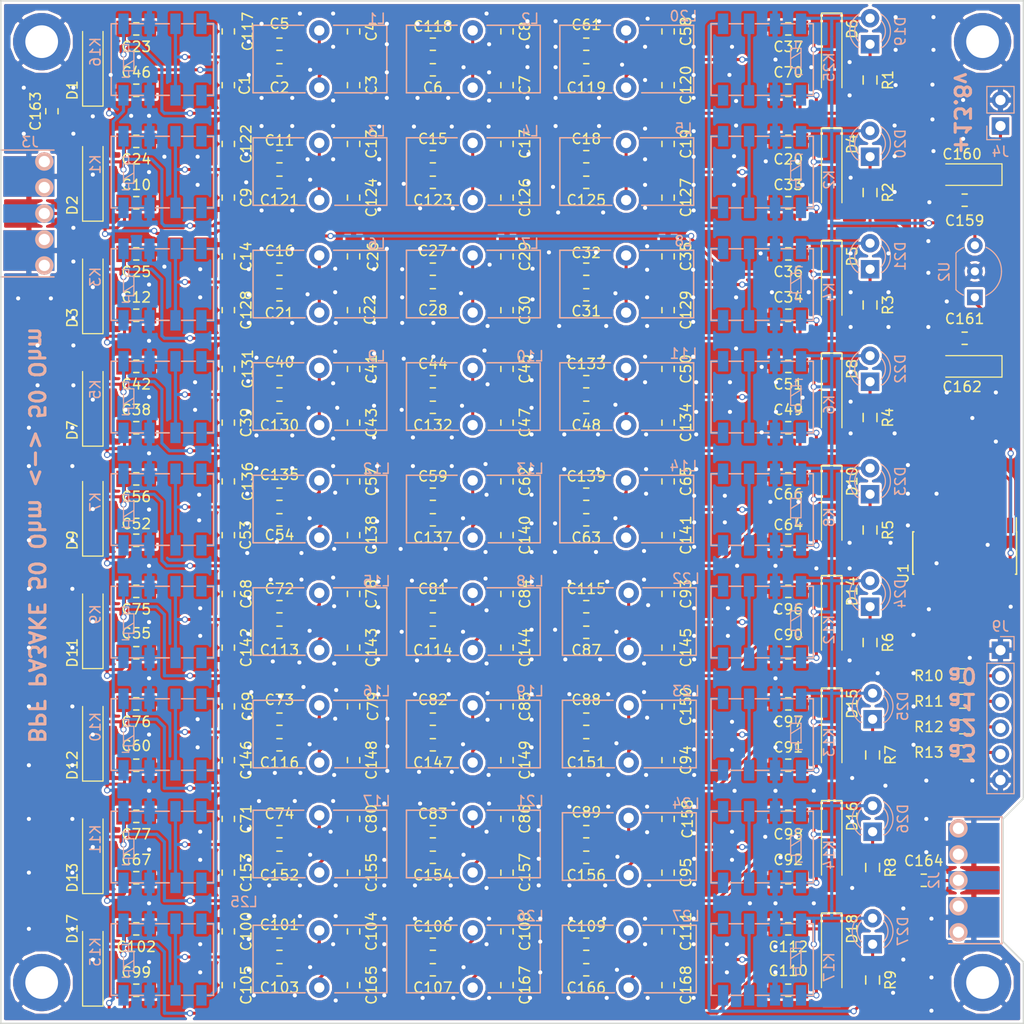
<source format=kicad_pcb>
(kicad_pcb (version 4) (host pcbnew 4.0.7-e2-6376~58~ubuntu14.04.1)
  (layers (0 F.Cu signal) (31 B.Cu signal) (34 B.Paste user) (35 F.Paste user) (36 B.SilkS user) (37 F.SilkS user) (38 B.Mask user) (39 F.Mask user) (44 Edge.Cuts user))
  (net 0 "")
  (net 1 "Net-(C1-Pad2)")
  (net 2 GND)
  (net 3 "Net-(C11-Pad2)")
  (net 4 +13.8V)
  (net 5 "Net-(C11-Pad1)")
  (net 6 "Net-(C31-Pad2)")
  (net 7 20M)
  (net 8 "Net-(C100-Pad2)")
  (net 9 "Net-(C101-Pad2)")
  (net 10 "Net-(C114-Pad1)")
  (net 11 "Net-(C116-Pad1)")
  (net 12 "Net-(C2-Pad2)")
  (net 13 160M)
  (net 14 "Net-(C16-Pad2)")
  (net 15 "Net-(C22-Pad2)")
  (net 16 80M)
  (net 17 40M)
  (net 18 "Net-(C27-Pad2)")
  (net 19 "Net-(C29-Pad2)")
  (net 20 30M)
  (net 21 "Net-(C109-Pad2)")
  (net 22 "Net-(C111-Pad2)")
  (net 23 "Net-(C113-Pad1)")
  (net 24 "Net-(C113-Pad2)")
  (net 25 17M)
  (net 26 "Net-(C114-Pad2)")
  (net 27 "Net-(C115-Pad1)")
  (net 28 "Net-(C115-Pad2)")
  (net 29 "Net-(C118-Pad1)")
  (net 30 "Net-(C118-Pad2)")
  (net 31 "Net-(C119-Pad1)")
  (net 32 "Net-(C120-Pad2)")
  (net 33 "Net-(C119-Pad2)")
  (net 34 "Net-(C116-Pad2)")
  (net 35 15M)
  (net 36 "Net-(C123-Pad1)")
  (net 37 "Net-(C123-Pad2)")
  (net 38 "Net-(C125-Pad1)")
  (net 39 "Net-(C125-Pad2)")
  (net 40 "Net-(C127-Pad2)")
  (net 41 "Net-(C128-Pad2)")
  (net 42 "Net-(C129-Pad2)")
  (net 43 "Net-(C130-Pad1)")
  (net 44 "Net-(C130-Pad2)")
  (net 45 "Net-(C132-Pad1)")
  (net 46 "Net-(C132-Pad2)")
  (net 47 "Net-(C133-Pad1)")
  (net 48 "Net-(C133-Pad2)")
  (net 49 "Net-(C134-Pad2)")
  (net 50 "Net-(C135-Pad1)")
  (net 51 "Net-(C135-Pad2)")
  (net 52 "Net-(C137-Pad1)")
  (net 53 "Net-(C137-Pad2)")
  (net 54 "Net-(C139-Pad1)")
  (net 55 "Net-(C139-Pad2)")
  (net 56 "Net-(C141-Pad2)")
  (net 57 "Net-(C145-Pad2)")
  (net 58 "Net-(C147-Pad1)")
  (net 59 "Net-(C147-Pad2)")
  (net 60 "Net-(C149-Pad2)")
  (net 61 "Net-(C151-Pad2)")
  (net 62 "Net-(C150-Pad2)")
  (net 63 "Net-(C152-Pad1)")
  (net 64 "Net-(C152-Pad2)")
  (net 65 12M)
  (net 66 "Net-(C154-Pad1)")
  (net 67 "Net-(C154-Pad2)")
  (net 68 "Net-(C156-Pad1)")
  (net 69 "Net-(C156-Pad2)")
  (net 70 "Net-(C158-Pad2)")
  (net 71 LNA)
  (net 72 10M)
  (net 73 "Net-(D19-Pad1)")
  (net 74 "Net-(D20-Pad1)")
  (net 75 "Net-(D21-Pad1)")
  (net 76 "Net-(D22-Pad1)")
  (net 77 "Net-(D23-Pad1)")
  (net 78 "Net-(D24-Pad1)")
  (net 79 "Net-(D25-Pad1)")
  (net 80 "Net-(D26-Pad1)")
  (net 81 "Net-(D27-Pad1)")
  (net 82 "Net-(C161-Pad2)")
  (net 83 "Net-(J9-Pad2)")
  (net 84 "Net-(J9-Pad3)")
  (net 85 "Net-(J9-Pad4)")
  (net 86 "Net-(J9-Pad5)")
  (net 87 "Net-(R10-Pad2)")
  (net 88 "Net-(R11-Pad2)")
  (net 89 "Net-(R12-Pad2)")
  (net 90 "Net-(R13-Pad2)")
  (net 91 "Net-(C163-Pad2)")
  (net 92 ANT)
  (net 93 "Net-(C164-Pad2)")
  (net 94 "Net-(C104-Pad2)")
  (net 95 "Net-(C106-Pad2)")
  (net 96 "Net-(C108-Pad2)")
  (module BPF:C_1206_0603 (layer F.Cu) (at 104.25 27.75)
    (fp_text reference C6 (at 0 1.75) (layer F.SilkS))
    (fp_text value 330pF hide)
    (pad 2 smd rect (at 1.15 0) (size 1.6 1.6) (layers F.Cu F.Paste F.Mask) (net 30 "Net-(C118-Pad2)"))
    (pad 1 smd rect (at -1.15 0) (size 1.6 1.6) (layers F.Cu F.Paste F.Mask) (net 29 "Net-(C118-Pad1)"))
  )
  (module BPF:C_1206_0603 (layer F.Cu) (at 75.25 51.75)
    (fp_text reference C12 (at 0 -1.75) (layer F.SilkS))
    (fp_text value 0u1 hide)
    (pad 2 smd rect (at 1.15 0) (size 1.6 1.6) (layers F.Cu F.Paste F.Mask) (net 2 GND))
    (pad 1 smd rect (at -1.15 0) (size 1.6 1.6) (layers F.Cu F.Paste F.Mask) (net 4 +13.8V))
  )
  (module BPF:C_1206_0603 (layer F.Cu) (at 119.25 36.25)
    (fp_text reference C18 (at 0 -1.75) (layer F.SilkS))
    (fp_text value 180p hide)
    (pad 2 smd rect (at 1.15 0) (size 1.6 1.6) (layers F.Cu F.Paste F.Mask) (net 39 "Net-(C125-Pad2)"))
    (pad 1 smd rect (at -1.15 0) (size 1.6 1.6) (layers F.Cu F.Paste F.Mask) (net 38 "Net-(C125-Pad1)"))
  )
  (module BPF:C_1206_0603 (layer F.Cu) (at 75.25 34.75)
    (fp_text reference C24 (at 0 1.75) (layer F.SilkS))
    (fp_text value 0u1 hide)
    (pad 2 smd rect (at 1.15 0) (size 1.6 1.6) (layers F.Cu F.Paste F.Mask) (net 2 GND))
    (pad 1 smd rect (at -1.15 0) (size 1.6 1.6) (layers F.Cu F.Paste F.Mask) (net 16 80M))
  )
  (module BPF:C_1206_0603 (layer F.Cu) (at 111.5 51.25 90)
    (fp_text reference C30 (at 0 1.75 90) (layer F.SilkS))
    (fp_text value 680p hide)
    (pad 2 smd rect (at 1.15 0 90) (size 1.6 1.6) (layers F.Cu F.Paste F.Mask) (net 19 "Net-(C29-Pad2)"))
    (pad 1 smd rect (at -1.15 0 90) (size 1.6 1.6) (layers F.Cu F.Paste F.Mask) (net 2 GND))
  )
  (module BPF:C_1206_0603 (layer F.Cu) (at 119.25 49.75)
    (fp_text reference C31 (at 0 1.6) (layer F.SilkS))
    (fp_text value 33p hide)
    (pad 2 smd rect (at 1.15 0) (size 1.6 1.6) (layers F.Cu F.Paste F.Mask) (net 6 "Net-(C31-Pad2)"))
    (pad 1 smd rect (at -1.15 0) (size 1.6 1.6) (layers F.Cu F.Paste F.Mask) (net 19 "Net-(C29-Pad2)"))
  )
  (module BPF:C_1206_0603 (layer F.Cu) (at 119.25 47.25)
    (fp_text reference C32 (at 0 -1.6) (layer F.SilkS))
    (fp_text value 27pF hide)
    (pad 2 smd rect (at 1.15 0) (size 1.6 1.6) (layers F.Cu F.Paste F.Mask) (net 6 "Net-(C31-Pad2)"))
    (pad 1 smd rect (at -1.15 0) (size 1.6 1.6) (layers F.Cu F.Paste F.Mask) (net 19 "Net-(C29-Pad2)"))
  )
  (module BPF:C_1206_0603 (layer F.Cu) (at 89.25 25.25)
    (fp_text reference C5 (at 0 -2 180) (layer F.SilkS))
    (fp_text value 27pF hide)
    (pad 2 smd rect (at 1.15 0) (size 1.6 1.6) (layers F.Cu F.Paste F.Mask) (net 12 "Net-(C2-Pad2)"))
    (pad 1 smd rect (at -1.15 0) (size 1.6 1.6) (layers F.Cu F.Paste F.Mask) (net 1 "Net-(C1-Pad2)"))
  )
  (module BPF:C_1206_0603 (layer F.Cu) (at 89.25 36.25)
    (fp_text reference C11 (at 0 -1.6) (layer F.SilkS))
    (fp_text value 180p hide)
    (pad 2 smd rect (at 1.15 0) (size 1.6 1.6) (layers F.Cu F.Paste F.Mask) (net 3 "Net-(C11-Pad2)"))
    (pad 1 smd rect (at -1.15 0) (size 1.6 1.6) (layers F.Cu F.Paste F.Mask) (net 5 "Net-(C11-Pad1)"))
  )
  (module BPF:C_1206_0603 (layer F.Cu) (at 111.5 35 270)
    (fp_text reference C17 (at 0 -1.75 270) (layer F.SilkS))
    (fp_text value 1n hide)
    (pad 2 smd rect (at 1.15 0 270) (size 1.6 1.6) (layers F.Cu F.Paste F.Mask) (net 38 "Net-(C125-Pad1)"))
    (pad 1 smd rect (at -1.15 0 270) (size 1.6 1.6) (layers F.Cu F.Paste F.Mask) (net 2 GND))
  )
  (module BPF:C_1206_0603 (layer F.Cu) (at 75.25 23.75)
    (fp_text reference C23 (at 0 1.75) (layer F.SilkS))
    (fp_text value 0u1 hide)
    (pad 2 smd rect (at 1.15 0) (size 1.6 1.6) (layers F.Cu F.Paste F.Mask) (net 2 GND))
    (pad 1 smd rect (at -1.15 0) (size 1.6 1.6) (layers F.Cu F.Paste F.Mask) (net 13 160M))
  )
  (module BPF:C_1206_0603 (layer F.Cu) (at 111.5 46 270)
    (fp_text reference C29 (at 0 -1.75 270) (layer F.SilkS))
    (fp_text value 22p hide)
    (pad 2 smd rect (at 1.15 0 270) (size 1.6 1.6) (layers F.Cu F.Paste F.Mask) (net 19 "Net-(C29-Pad2)"))
    (pad 1 smd rect (at -1.15 0 270) (size 1.6 1.6) (layers F.Cu F.Paste F.Mask) (net 2 GND))
  )
  (module BPF:C_1206_0603 (layer F.Cu) (at 139 40.75 180)
    (fp_text reference C33 (at 0 1.75 180) (layer F.SilkS))
    (fp_text value 0u1 hide)
    (pad 2 smd rect (at 1.15 0 180) (size 1.6 1.6) (layers F.Cu F.Paste F.Mask) (net 2 GND))
    (pad 1 smd rect (at -1.15 0 180) (size 1.6 1.6) (layers F.Cu F.Paste F.Mask) (net 16 80M))
  )
  (module BPF:C_1206_0603 (layer F.Cu) (at 139 51.75 180)
    (fp_text reference C34 (at 0 1.75 180) (layer F.SilkS))
    (fp_text value 100nF hide)
    (pad 2 smd rect (at 1.15 0 180) (size 1.6 1.6) (layers F.Cu F.Paste F.Mask) (net 2 GND))
    (pad 1 smd rect (at -1.15 0 180) (size 1.6 1.6) (layers F.Cu F.Paste F.Mask) (net 17 40M))
  )
  (module BPF:C_1206_0603 (layer F.Cu) (at 96.5 24 270)
    (fp_text reference C4 (at 0 -1.75 270) (layer F.SilkS))
    (fp_text value 1n hide)
    (pad 2 smd rect (at 1.15 0 270) (size 1.6 1.6) (layers F.Cu F.Paste F.Mask) (net 29 "Net-(C118-Pad1)"))
    (pad 1 smd rect (at -1.15 0 270) (size 1.6 1.6) (layers F.Cu F.Paste F.Mask) (net 2 GND))
  )
  (module BPF:C_1206_0603 (layer F.Cu) (at 75.25 40.75)
    (fp_text reference C10 (at 0 -1.75) (layer F.SilkS))
    (fp_text value 0u1 hide)
    (pad 2 smd rect (at 1.15 0) (size 1.6 1.6) (layers F.Cu F.Paste F.Mask) (net 2 GND))
    (pad 1 smd rect (at -1.15 0) (size 1.6 1.6) (layers F.Cu F.Paste F.Mask) (net 4 +13.8V))
  )
  (module BPF:C_1206_0603 (layer F.Cu) (at 89.25 47.25)
    (fp_text reference C16 (at 0 -1.8) (layer F.SilkS))
    (fp_text value 33pF hide)
    (pad 2 smd rect (at 1.15 0) (size 1.6 1.6) (layers F.Cu F.Paste F.Mask) (net 14 "Net-(C16-Pad2)"))
    (pad 1 smd rect (at -1.15 0) (size 1.6 1.6) (layers F.Cu F.Paste F.Mask) (net 41 "Net-(C128-Pad2)"))
  )
  (module BPF:C_1206_0603 (layer F.Cu) (at 96.5 51.25 90)
    (fp_text reference C22 (at 0 1.6 90) (layer F.SilkS))
    (fp_text value 22pF hide)
    (pad 2 smd rect (at 1.15 0 90) (size 1.6 1.6) (layers F.Cu F.Paste F.Mask) (net 15 "Net-(C22-Pad2)"))
    (pad 1 smd rect (at -1.15 0 90) (size 1.6 1.6) (layers F.Cu F.Paste F.Mask) (net 2 GND))
  )
  (module BPF:C_1206_0603 (layer F.Cu) (at 104.25 49.75)
    (fp_text reference C28 (at 0 1.5) (layer F.SilkS))
    (fp_text value 27pF hide)
    (pad 2 smd rect (at 1.15 0) (size 1.6 1.6) (layers F.Cu F.Paste F.Mask) (net 18 "Net-(C27-Pad2)"))
    (pad 1 smd rect (at -1.15 0) (size 1.6 1.6) (layers F.Cu F.Paste F.Mask) (net 15 "Net-(C22-Pad2)"))
  )
  (module BPF:C_1206_0603 (layer F.Cu) (at 127.25 46 270)
    (fp_text reference C35 (at 0 -1.75 270) (layer F.SilkS))
    (fp_text value 270p hide)
    (pad 2 smd rect (at 1.15 0 270) (size 1.6 1.6) (layers F.Cu F.Paste F.Mask) (net 42 "Net-(C129-Pad2)"))
    (pad 1 smd rect (at -1.15 0 270) (size 1.6 1.6) (layers F.Cu F.Paste F.Mask) (net 2 GND))
  )
  (module BPF:C_1206_0603 (layer F.Cu) (at 139 45.75)
    (fp_text reference C36 (at 0 1.75) (layer F.SilkS))
    (fp_text value 100nF hide)
    (pad 2 smd rect (at 1.15 0) (size 1.6 1.6) (layers F.Cu F.Paste F.Mask) (net 4 +13.8V))
    (pad 1 smd rect (at -1.15 0) (size 1.6 1.6) (layers F.Cu F.Paste F.Mask) (net 2 GND))
  )
  (module BPF:C_1206_0603 (layer F.Cu) (at 96.5 29.25 90)
    (fp_text reference C3 (at 0 1.75 90) (layer F.SilkS))
    (fp_text value 1n hide)
    (pad 2 smd rect (at 1.15 0 90) (size 1.6 1.6) (layers F.Cu F.Paste F.Mask) (net 29 "Net-(C118-Pad1)"))
    (pad 1 smd rect (at -1.15 0 90) (size 1.6 1.6) (layers F.Cu F.Paste F.Mask) (net 2 GND))
  )
  (module BPF:C_1206_0603 (layer F.Cu) (at 104.25 36.25)
    (fp_text reference C15 (at 0 -1.75) (layer F.SilkS))
    (fp_text value 200p hide)
    (pad 2 smd rect (at 1.15 0) (size 1.6 1.6) (layers F.Cu F.Paste F.Mask) (net 37 "Net-(C123-Pad2)"))
    (pad 1 smd rect (at -1.15 0) (size 1.6 1.6) (layers F.Cu F.Paste F.Mask) (net 36 "Net-(C123-Pad1)"))
  )
  (module BPF:C_1206_0603 (layer F.Cu) (at 89.25 49.75)
    (fp_text reference C21 (at 0 1.8) (layer F.SilkS))
    (fp_text value 27pF hide)
    (pad 2 smd rect (at 1.15 0) (size 1.6 1.6) (layers F.Cu F.Paste F.Mask) (net 14 "Net-(C16-Pad2)"))
    (pad 1 smd rect (at -1.15 0) (size 1.6 1.6) (layers F.Cu F.Paste F.Mask) (net 41 "Net-(C128-Pad2)"))
  )
  (module BPF:C_1206_0603 (layer F.Cu) (at 104.25 47.25)
    (fp_text reference C27 (at 0 -1.8) (layer F.SilkS))
    (fp_text value 33p hide)
    (pad 2 smd rect (at 1.15 0) (size 1.6 1.6) (layers F.Cu F.Paste F.Mask) (net 18 "Net-(C27-Pad2)"))
    (pad 1 smd rect (at -1.15 0) (size 1.6 1.6) (layers F.Cu F.Paste F.Mask) (net 15 "Net-(C22-Pad2)"))
  )
  (module BPF:C_1206_0603 (layer F.Cu) (at 139 23.75)
    (fp_text reference C37 (at 0 1.75) (layer F.SilkS))
    (fp_text value 100nF hide)
    (pad 2 smd rect (at 1.15 0) (size 1.6 1.6) (layers F.Cu F.Paste F.Mask) (net 4 +13.8V))
    (pad 1 smd rect (at -1.15 0) (size 1.6 1.6) (layers F.Cu F.Paste F.Mask) (net 2 GND))
  )
  (module BPF:C_1206_0603 (layer F.Cu) (at 89.25 27.75)
    (fp_text reference C2 (at 0 1.75) (layer F.SilkS))
    (fp_text value 330pF hide)
    (pad 2 smd rect (at 1.15 0) (size 1.6 1.6) (layers F.Cu F.Paste F.Mask) (net 12 "Net-(C2-Pad2)"))
    (pad 1 smd rect (at -1.15 0) (size 1.6 1.6) (layers F.Cu F.Paste F.Mask) (net 1 "Net-(C1-Pad2)"))
  )
  (module BPF:C_1206_0603 (layer F.Cu) (at 111.5 24 270)
    (fp_text reference C8 (at 0 -1.75 270) (layer F.SilkS))
    (fp_text value 1n hide)
    (pad 2 smd rect (at 1.15 0 270) (size 1.6 1.6) (layers F.Cu F.Paste F.Mask) (net 31 "Net-(C119-Pad1)"))
    (pad 1 smd rect (at -1.15 0 270) (size 1.6 1.6) (layers F.Cu F.Paste F.Mask) (net 2 GND))
  )
  (module BPF:C_1206_0603 (layer F.Cu) (at 96.5 46 270)
    (fp_text reference C26 (at 0 -1.9 270) (layer F.SilkS))
    (fp_text value 680p hide)
    (pad 2 smd rect (at 1.15 0 270) (size 1.6 1.6) (layers F.Cu F.Paste F.Mask) (net 15 "Net-(C22-Pad2)"))
    (pad 1 smd rect (at -1.15 0 270) (size 1.6 1.6) (layers F.Cu F.Paste F.Mask) (net 2 GND))
  )
  (module BPF:C_1206_0603 (layer F.Cu) (at 96.5 62.25 90)
    (fp_text reference C43 (at 0 1.75 90) (layer F.SilkS))
    (fp_text value 470pF hide)
    (pad 2 smd rect (at 1.15 0 90) (size 1.6 1.6) (layers F.Cu F.Paste F.Mask) (net 45 "Net-(C132-Pad1)"))
    (pad 1 smd rect (at -1.15 0 90) (size 1.6 1.6) (layers F.Cu F.Paste F.Mask) (net 2 GND))
  )
  (module BPF:C_1206_0603 (layer F.Cu) (at 111.5 57 270)
    (fp_text reference C45 (at 0 -1.75 270) (layer F.SilkS))
    (fp_text value 150pF hide)
    (pad 2 smd rect (at 1.15 0 270) (size 1.6 1.6) (layers F.Cu F.Paste F.Mask) (net 47 "Net-(C133-Pad1)"))
    (pad 1 smd rect (at -1.15 0 270) (size 1.6 1.6) (layers F.Cu F.Paste F.Mask) (net 2 GND))
  )
  (module BPF:C_1206_0603 (layer F.Cu) (at 75.25 29.75 180)
    (fp_text reference C46 (at 0 1.75 180) (layer F.SilkS))
    (fp_text value 0u1 hide)
    (pad 2 smd rect (at 1.15 0 180) (size 1.6 1.6) (layers F.Cu F.Paste F.Mask) (net 4 +13.8V))
    (pad 1 smd rect (at -1.15 0 180) (size 1.6 1.6) (layers F.Cu F.Paste F.Mask) (net 2 GND))
  )
  (module BPF:C_1206_0603 (layer F.Cu) (at 111.5 62.25 90)
    (fp_text reference C47 (at 0 1.75 90) (layer F.SilkS))
    (fp_text value 470pF hide)
    (pad 2 smd rect (at 1.15 0 90) (size 1.6 1.6) (layers F.Cu F.Paste F.Mask) (net 47 "Net-(C133-Pad1)"))
    (pad 1 smd rect (at -1.15 0 90) (size 1.6 1.6) (layers F.Cu F.Paste F.Mask) (net 2 GND))
  )
  (module BPF:C_1206_0603 (layer F.Cu) (at 119.25 60.75)
    (fp_text reference C48 (at 0 1.75) (layer F.SilkS))
    (fp_text value 47pF hide)
    (pad 2 smd rect (at 1.15 0) (size 1.6 1.6) (layers F.Cu F.Paste F.Mask) (net 48 "Net-(C133-Pad2)"))
    (pad 1 smd rect (at -1.15 0) (size 1.6 1.6) (layers F.Cu F.Paste F.Mask) (net 47 "Net-(C133-Pad1)"))
  )
  (module BPF:C_1206_0603 (layer F.Cu) (at 139 62.75 180)
    (fp_text reference C49 (at 0 1.75 180) (layer F.SilkS))
    (fp_text value 100nF hide)
    (pad 2 smd rect (at 1.15 0 180) (size 1.6 1.6) (layers F.Cu F.Paste F.Mask) (net 2 GND))
    (pad 1 smd rect (at -1.15 0 180) (size 1.6 1.6) (layers F.Cu F.Paste F.Mask) (net 20 30M))
  )
  (module BPF:C_1206_0603 (layer F.Cu) (at 127.25 57 270)
    (fp_text reference C50 (at 0 -1.75 270) (layer F.SilkS))
    (fp_text value 220p hide)
    (pad 2 smd rect (at 1.15 0 270) (size 1.6 1.6) (layers F.Cu F.Paste F.Mask) (net 49 "Net-(C134-Pad2)"))
    (pad 1 smd rect (at -1.15 0 270) (size 1.6 1.6) (layers F.Cu F.Paste F.Mask) (net 2 GND))
  )
  (module BPF:C_1206_0603 (layer F.Cu) (at 139 56.75)
    (fp_text reference C51 (at 0 1.75) (layer F.SilkS))
    (fp_text value 100nF hide)
    (pad 2 smd rect (at 1.15 0) (size 1.6 1.6) (layers F.Cu F.Paste F.Mask) (net 4 +13.8V))
    (pad 1 smd rect (at -1.15 0) (size 1.6 1.6) (layers F.Cu F.Paste F.Mask) (net 2 GND))
  )
  (module BPF:C_1206_0603 (layer F.Cu) (at 75.25 73.75)
    (fp_text reference C52 (at 0 -1.6) (layer F.SilkS))
    (fp_text value 100nF hide)
    (pad 2 smd rect (at 1.15 0) (size 1.6 1.6) (layers F.Cu F.Paste F.Mask) (net 2 GND))
    (pad 1 smd rect (at -1.15 0) (size 1.6 1.6) (layers F.Cu F.Paste F.Mask) (net 4 +13.8V))
  )
  (module BPF:C_1206_0603 (layer F.Cu) (at 84.25 73.25 90)
    (fp_text reference C53 (at 0 1.7 90) (layer F.SilkS))
    (fp_text value 220pF hide)
    (pad 2 smd rect (at 1.15 0 90) (size 1.6 1.6) (layers F.Cu F.Paste F.Mask) (net 50 "Net-(C135-Pad1)"))
    (pad 1 smd rect (at -1.15 0 90) (size 1.6 1.6) (layers F.Cu F.Paste F.Mask) (net 2 GND))
  )
  (module BPF:C_1206_0603 (layer F.Cu) (at 89.25 71.75)
    (fp_text reference C54 (at 0 1.5) (layer F.SilkS))
    (fp_text value 39pF hide)
    (pad 2 smd rect (at 1.15 0) (size 1.6 1.6) (layers F.Cu F.Paste F.Mask) (net 51 "Net-(C135-Pad2)"))
    (pad 1 smd rect (at -1.15 0) (size 1.6 1.6) (layers F.Cu F.Paste F.Mask) (net 50 "Net-(C135-Pad1)"))
  )
  (module BPF:C_1206_0603 (layer F.Cu) (at 96.5 68 270)
    (fp_text reference C57 (at 0 -1.75 270) (layer F.SilkS))
    (fp_text value 470pF hide)
    (pad 2 smd rect (at 1.15 0 270) (size 1.6 1.6) (layers F.Cu F.Paste F.Mask) (net 52 "Net-(C137-Pad1)"))
    (pad 1 smd rect (at -1.15 0 270) (size 1.6 1.6) (layers F.Cu F.Paste F.Mask) (net 2 GND))
  )
  (module BPF:C_1206_0603 (layer F.Cu) (at 127.25 24 270)
    (fp_text reference C58 (at 0 -1.75 270) (layer F.SilkS))
    (fp_text value 470pF hide)
    (pad 2 smd rect (at 1.15 0 270) (size 1.6 1.6) (layers F.Cu F.Paste F.Mask) (net 32 "Net-(C120-Pad2)"))
    (pad 1 smd rect (at -1.15 0 270) (size 1.6 1.6) (layers F.Cu F.Paste F.Mask) (net 2 GND))
  )
  (module BPF:C_1206_0603 (layer F.Cu) (at 139 73.75 180)
    (fp_text reference C64 (at 0 1.5 180) (layer F.SilkS))
    (fp_text value 100nF hide)
    (pad 2 smd rect (at 1.15 0 180) (size 1.6 1.6) (layers F.Cu F.Paste F.Mask) (net 2 GND))
    (pad 1 smd rect (at -1.15 0 180) (size 1.6 1.6) (layers F.Cu F.Paste F.Mask) (net 7 20M))
  )
  (module BPF:C_1206_0603 (layer F.Cu) (at 127.25 68 270)
    (fp_text reference C65 (at 0 -1.75 270) (layer F.SilkS))
    (fp_text value 220pF hide)
    (pad 2 smd rect (at 1.15 0 270) (size 1.6 1.6) (layers F.Cu F.Paste F.Mask) (net 56 "Net-(C141-Pad2)"))
    (pad 1 smd rect (at -1.15 0 270) (size 1.6 1.6) (layers F.Cu F.Paste F.Mask) (net 2 GND))
  )
  (module BPF:C_1206_0603 (layer F.Cu) (at 139 67.75)
    (fp_text reference C66 (at 0 1.5) (layer F.SilkS))
    (fp_text value 100nF hide)
    (pad 2 smd rect (at 1.15 0) (size 1.6 1.6) (layers F.Cu F.Paste F.Mask) (net 4 +13.8V))
    (pad 1 smd rect (at -1.15 0) (size 1.6 1.6) (layers F.Cu F.Paste F.Mask) (net 2 GND))
  )
  (module BPF:C_1206_0603 (layer F.Cu) (at 104.25 69.25)
    (fp_text reference C59 (at 0 -1.75) (layer F.SilkS))
    (fp_text value 39pF hide)
    (pad 2 smd rect (at 1.15 0) (size 1.6 1.6) (layers F.Cu F.Paste F.Mask) (net 53 "Net-(C137-Pad2)"))
    (pad 1 smd rect (at -1.15 0) (size 1.6 1.6) (layers F.Cu F.Paste F.Mask) (net 52 "Net-(C137-Pad1)"))
  )
  (module BPF:C_1206_0603 (layer F.Cu) (at 119.25 25.25)
    (fp_text reference C61 (at 0 -1.9) (layer F.SilkS))
    (fp_text value 330pF hide)
    (pad 2 smd rect (at 1.15 0) (size 1.6 1.6) (layers F.Cu F.Paste F.Mask) (net 33 "Net-(C119-Pad2)"))
    (pad 1 smd rect (at -1.15 0) (size 1.6 1.6) (layers F.Cu F.Paste F.Mask) (net 31 "Net-(C119-Pad1)"))
  )
  (module BPF:C_1206_0603 (layer F.Cu) (at 139 29.75)
    (fp_text reference C70 (at 0 -1.75) (layer F.SilkS))
    (fp_text value 100nF hide)
    (pad 2 smd rect (at 1.15 0) (size 1.6 1.6) (layers F.Cu F.Paste F.Mask) (net 13 160M))
    (pad 1 smd rect (at -1.15 0) (size 1.6 1.6) (layers F.Cu F.Paste F.Mask) (net 2 GND))
  )
  (module BPF:C_1206_0603 (layer F.Cu) (at 84.25 29.25 90)
    (fp_text reference C1 (at 0 1.6 90) (layer F.SilkS))
    (fp_text value 470p hide)
    (pad 2 smd rect (at 1.15 0 90) (size 1.6 1.6) (layers F.Cu F.Paste F.Mask) (net 1 "Net-(C1-Pad2)"))
    (pad 1 smd rect (at -1.15 0 90) (size 1.6 1.6) (layers F.Cu F.Paste F.Mask) (net 2 GND))
  )
  (module BPF:C_1206_0603 (layer F.Cu) (at 111.5 29.25 90)
    (fp_text reference C7 (at 0 1.75 90) (layer F.SilkS))
    (fp_text value 1n hide)
    (pad 2 smd rect (at 1.15 0 90) (size 1.6 1.6) (layers F.Cu F.Paste F.Mask) (net 31 "Net-(C119-Pad1)"))
    (pad 1 smd rect (at -1.15 0 90) (size 1.6 1.6) (layers F.Cu F.Paste F.Mask) (net 2 GND))
  )
  (module BPF:C_1206_0603 (layer F.Cu) (at 111.5 68 270)
    (fp_text reference C62 (at 0 -1.75 270) (layer F.SilkS))
    (fp_text value 470pF hide)
    (pad 2 smd rect (at 1.15 0 270) (size 1.6 1.6) (layers F.Cu F.Paste F.Mask) (net 54 "Net-(C139-Pad1)"))
    (pad 1 smd rect (at -1.15 0 270) (size 1.6 1.6) (layers F.Cu F.Paste F.Mask) (net 2 GND))
  )
  (module BPF:C_1206_0603 (layer F.Cu) (at 96.5 35 270)
    (fp_text reference C13 (at 0 -1.75 270) (layer F.SilkS))
    (fp_text value 1n hide)
    (pad 2 smd rect (at 1.15 0 270) (size 1.6 1.6) (layers F.Cu F.Paste F.Mask) (net 36 "Net-(C123-Pad1)"))
    (pad 1 smd rect (at -1.15 0 270) (size 1.6 1.6) (layers F.Cu F.Paste F.Mask) (net 2 GND))
  )
  (module BPF:C_1206_0603 (layer F.Cu) (at 127.25 35 270)
    (fp_text reference C19 (at 0 -1.75 270) (layer F.SilkS))
    (fp_text value 330pF hide)
    (pad 2 smd rect (at 1.15 0 270) (size 1.6 1.6) (layers F.Cu F.Paste F.Mask) (net 40 "Net-(C127-Pad2)"))
    (pad 1 smd rect (at -1.15 0 270) (size 1.6 1.6) (layers F.Cu F.Paste F.Mask) (net 2 GND))
  )
  (module BPF:C_1206_0603 (layer F.Cu) (at 84.25 40.25 90)
    (fp_text reference C9 (at 0 1.75 90) (layer F.SilkS))
    (fp_text value 330pF hide)
    (pad 2 smd rect (at 1.15 0 90) (size 1.6 1.6) (layers F.Cu F.Paste F.Mask) (net 5 "Net-(C11-Pad1)"))
    (pad 1 smd rect (at -1.15 0 90) (size 1.6 1.6) (layers F.Cu F.Paste F.Mask) (net 2 GND))
  )
  (module BPF:C_1206_0603 (layer F.Cu) (at 84.25 46 270)
    (fp_text reference C14 (at 0 -1.75 270) (layer F.SilkS))
    (fp_text value 270p hide)
    (pad 2 smd rect (at 1.15 0 270) (size 1.6 1.6) (layers F.Cu F.Paste F.Mask) (net 41 "Net-(C128-Pad2)"))
    (pad 1 smd rect (at -1.15 0 270) (size 1.6 1.6) (layers F.Cu F.Paste F.Mask) (net 2 GND))
  )
  (module BPF:C_1206_0603 (layer F.Cu) (at 139 34.75)
    (fp_text reference C20 (at 0 1.75) (layer F.SilkS))
    (fp_text value 100nF hide)
    (pad 2 smd rect (at 1.15 0) (size 1.6 1.6) (layers F.Cu F.Paste F.Mask) (net 4 +13.8V))
    (pad 1 smd rect (at -1.15 0) (size 1.6 1.6) (layers F.Cu F.Paste F.Mask) (net 2 GND))
  )
  (module BPF:C_1206_0603 (layer F.Cu) (at 75.25 45.75)
    (fp_text reference C25 (at 0 1.75) (layer F.SilkS))
    (fp_text value 0u1 hide)
    (pad 2 smd rect (at 1.15 0) (size 1.6 1.6) (layers F.Cu F.Paste F.Mask) (net 2 GND))
    (pad 1 smd rect (at -1.15 0) (size 1.6 1.6) (layers F.Cu F.Paste F.Mask) (net 17 40M))
  )
  (module BPF:Relay_G6K-2F (layer B.Cu) (at 140.25 41.25 90)
    (fp_text reference K2 (at 2.75 2.75 90) (layer B.SilkS) (effects (justify mirror)))
    (fp_text value G6K-2F hide)
    (pad 8 smd rect (at 0 0 90) (size 2 1) (layers B.Cu B.Paste B.Mask) (net 16 80M))
    (pad 7 smd rect (at 0 -2.54 90) (size 2 1) (layers B.Cu B.Paste B.Mask) (net 2 GND))
    (pad 6 smd rect (at 0 -5.08 90) (size 2 1) (layers B.Cu B.Paste B.Mask) (net 40 "Net-(C127-Pad2)"))
    (pad 5 smd rect (at 0 -7.62 90) (size 2 1) (layers B.Cu B.Paste B.Mask) (net 71 LNA))
    (pad 4 smd rect (at 7 -7.62 90) (size 2 1) (layers B.Cu B.Paste B.Mask) (net 71 LNA))
    (pad 3 smd rect (at 7 -5.08 90) (size 2 1) (layers B.Cu B.Paste B.Mask) (net 40 "Net-(C127-Pad2)"))
    (pad 2 smd rect (at 7 -2.54 90) (size 2 1) (layers B.Cu B.Paste B.Mask) (net 2 GND))
    (pad 1 smd rect (at 7 0 90) (size 2 1) (layers B.Cu B.Paste B.Mask) (net 4 +13.8V))
  )
  (module BPF:Relay_G6K-2F (layer B.Cu) (at 74 45.25 270)
    (fp_text reference K3 (at 2.75 2.75 270) (layer B.SilkS) (effects (justify mirror)))
    (fp_text value G6K-2F hide)
    (pad 8 smd rect (at 0 0 270) (size 2 1) (layers B.Cu B.Paste B.Mask) (net 17 40M))
    (pad 7 smd rect (at 0 -2.54 270) (size 2 1) (layers B.Cu B.Paste B.Mask) (net 2 GND))
    (pad 6 smd rect (at 0 -5.08 270) (size 2 1) (layers B.Cu B.Paste B.Mask) (net 41 "Net-(C128-Pad2)"))
    (pad 5 smd rect (at 0 -7.62 270) (size 2 1) (layers B.Cu B.Paste B.Mask) (net 92 ANT))
    (pad 4 smd rect (at 7 -7.62 270) (size 2 1) (layers B.Cu B.Paste B.Mask) (net 92 ANT))
    (pad 3 smd rect (at 7 -5.08 270) (size 2 1) (layers B.Cu B.Paste B.Mask) (net 41 "Net-(C128-Pad2)"))
    (pad 2 smd rect (at 7 -2.54 270) (size 2 1) (layers B.Cu B.Paste B.Mask) (net 2 GND))
    (pad 1 smd rect (at 7 0 270) (size 2 1) (layers B.Cu B.Paste B.Mask) (net 4 +13.8V))
  )
  (module BPF:Relay_G6K-2F (layer B.Cu) (at 140.25 52.25 90)
    (fp_text reference K4 (at 2.75 2.75 90) (layer B.SilkS) (effects (justify mirror)))
    (fp_text value G6K-2F hide)
    (pad 8 smd rect (at 0 0 90) (size 2 1) (layers B.Cu B.Paste B.Mask) (net 17 40M))
    (pad 7 smd rect (at 0 -2.54 90) (size 2 1) (layers B.Cu B.Paste B.Mask) (net 2 GND))
    (pad 6 smd rect (at 0 -5.08 90) (size 2 1) (layers B.Cu B.Paste B.Mask) (net 42 "Net-(C129-Pad2)"))
    (pad 5 smd rect (at 0 -7.62 90) (size 2 1) (layers B.Cu B.Paste B.Mask) (net 71 LNA))
    (pad 4 smd rect (at 7 -7.62 90) (size 2 1) (layers B.Cu B.Paste B.Mask) (net 71 LNA))
    (pad 3 smd rect (at 7 -5.08 90) (size 2 1) (layers B.Cu B.Paste B.Mask) (net 42 "Net-(C129-Pad2)"))
    (pad 2 smd rect (at 7 -2.54 90) (size 2 1) (layers B.Cu B.Paste B.Mask) (net 2 GND))
    (pad 1 smd rect (at 7 0 90) (size 2 1) (layers B.Cu B.Paste B.Mask) (net 4 +13.8V))
  )
  (module BPF:Relay_G6K-2F (layer B.Cu) (at 74 23.25 270)
    (fp_text reference K16 (at 2.75 2.75 270) (layer B.SilkS) (effects (justify mirror)))
    (fp_text value G6K-2F hide)
    (pad 8 smd rect (at 0 0 270) (size 2 1) (layers B.Cu B.Paste B.Mask) (net 13 160M))
    (pad 7 smd rect (at 0 -2.54 270) (size 2 1) (layers B.Cu B.Paste B.Mask) (net 2 GND))
    (pad 6 smd rect (at 0 -5.08 270) (size 2 1) (layers B.Cu B.Paste B.Mask) (net 1 "Net-(C1-Pad2)"))
    (pad 5 smd rect (at 0 -7.62 270) (size 2 1) (layers B.Cu B.Paste B.Mask) (net 92 ANT))
    (pad 4 smd rect (at 7 -7.62 270) (size 2 1) (layers B.Cu B.Paste B.Mask) (net 92 ANT))
    (pad 3 smd rect (at 7 -5.08 270) (size 2 1) (layers B.Cu B.Paste B.Mask) (net 1 "Net-(C1-Pad2)"))
    (pad 2 smd rect (at 7 -2.54 270) (size 2 1) (layers B.Cu B.Paste B.Mask) (net 2 GND))
    (pad 1 smd rect (at 7 0 270) (size 2 1) (layers B.Cu B.Paste B.Mask) (net 4 +13.8V))
  )
  (module BPF:Relay_G6K-2F (layer B.Cu) (at 140.25 30.25 90)
    (fp_text reference K25 (at 2.75 2.75 90) (layer B.SilkS) (effects (justify mirror)))
    (fp_text value G6K-2F hide)
    (pad 8 smd rect (at 0 0 90) (size 2 1) (layers B.Cu B.Paste B.Mask) (net 13 160M))
    (pad 7 smd rect (at 0 -2.54 90) (size 2 1) (layers B.Cu B.Paste B.Mask) (net 2 GND))
    (pad 6 smd rect (at 0 -5.08 90) (size 2 1) (layers B.Cu B.Paste B.Mask) (net 32 "Net-(C120-Pad2)"))
    (pad 5 smd rect (at 0 -7.62 90) (size 2 1) (layers B.Cu B.Paste B.Mask) (net 71 LNA))
    (pad 4 smd rect (at 7 -7.62 90) (size 2 1) (layers B.Cu B.Paste B.Mask) (net 71 LNA))
    (pad 3 smd rect (at 7 -5.08 90) (size 2 1) (layers B.Cu B.Paste B.Mask) (net 32 "Net-(C120-Pad2)"))
    (pad 2 smd rect (at 7 -2.54 90) (size 2 1) (layers B.Cu B.Paste B.Mask) (net 2 GND))
    (pad 1 smd rect (at 7 0 90) (size 2 1) (layers B.Cu B.Paste B.Mask) (net 4 +13.8V))
  )
  (module Diodes_SMD:D_MiniMELF_Handsoldering (layer F.Cu) (at 71 26.75 90)
    (fp_text reference D1 (at -3 -2 90) (layer F.SilkS))
    (fp_text value LL4148 hide)
    (pad 1 smd rect (at -2.75 0 90) (size 3.3 1.7) (layers F.Cu F.Paste F.Mask) (net 4 +13.8V))
    (pad 2 smd rect (at 2.75 0 90) (size 3.3 1.7) (layers F.Cu F.Paste F.Mask) (net 13 160M))
  )
  (module Diodes_SMD:D_MiniMELF_Handsoldering (layer F.Cu) (at 143.25 26.75 270)
    (fp_text reference D6 (at -3 -2 270) (layer F.SilkS))
    (fp_text value LL4148 hide)
    (pad 1 smd rect (at -2.75 0 270) (size 3.3 1.7) (layers F.Cu F.Paste F.Mask) (net 4 +13.8V))
    (pad 2 smd rect (at 2.75 0 270) (size 3.3 1.7) (layers F.Cu F.Paste F.Mask) (net 13 160M))
  )
  (module Diodes_SMD:D_MiniMELF_Handsoldering (layer F.Cu) (at 71 38 90)
    (fp_text reference D2 (at -3 -2 90) (layer F.SilkS))
    (fp_text value LL4148 hide)
    (pad 1 smd rect (at -2.75 0 90) (size 3.3 1.7) (layers F.Cu F.Paste F.Mask) (net 4 +13.8V))
    (pad 2 smd rect (at 2.75 0 90) (size 3.3 1.7) (layers F.Cu F.Paste F.Mask) (net 16 80M))
  )
  (module Diodes_SMD:D_MiniMELF_Handsoldering (layer F.Cu) (at 71 49 90)
    (fp_text reference D3 (at -3 -2 90) (layer F.SilkS))
    (fp_text value LL4148 hide)
    (pad 1 smd rect (at -2.75 0 90) (size 3.3 1.7) (layers F.Cu F.Paste F.Mask) (net 4 +13.8V))
    (pad 2 smd rect (at 2.75 0 90) (size 3.3 1.7) (layers F.Cu F.Paste F.Mask) (net 17 40M))
  )
  (module Diodes_SMD:D_MiniMELF_Handsoldering (layer F.Cu) (at 143.25 38 270)
    (fp_text reference D4 (at -3 -2 270) (layer F.SilkS))
    (fp_text value LL4148 hide)
    (pad 1 smd rect (at -2.75 0 270) (size 3.3 1.7) (layers F.Cu F.Paste F.Mask) (net 4 +13.8V))
    (pad 2 smd rect (at 2.75 0 270) (size 3.3 1.7) (layers F.Cu F.Paste F.Mask) (net 16 80M))
  )
  (module Diodes_SMD:D_MiniMELF_Handsoldering (layer F.Cu) (at 143.25 49 270)
    (fp_text reference D5 (at -3 -2 270) (layer F.SilkS))
    (fp_text value LL4148 hide)
    (pad 1 smd rect (at -2.75 0 270) (size 3.3 1.7) (layers F.Cu F.Paste F.Mask) (net 4 +13.8V))
    (pad 2 smd rect (at 2.75 0 270) (size 3.3 1.7) (layers F.Cu F.Paste F.Mask) (net 17 40M))
  )
  (module BPF:RFCONNECTOR (layer B.Cu) (at 154.5 107 180)
    (fp_text reference J2 (at 1.25 0 450) (layer B.SilkS) (effects (justify mirror)))
    (fp_text value IO hide)
    (pad 2 thru_hole circle (at -1.143 -5.08 180) (size 1.8 1.8) (drill 1.1) (layers *.Cu *.Mask B.SilkS) (net 2 GND))
    (pad 2 thru_hole circle (at -1.143 5.08 180) (size 1.8 1.8) (drill 1.1) (layers *.Cu *.Mask B.SilkS) (net 2 GND))
    (pad 1 smd rect (at -2.65 0 180) (size 5 1.8) (layers B.Cu B.Paste B.Mask) (net 93 "Net-(C164-Pad2)"))
    (pad 2 smd rect (at -2.65 3.62 180) (size 5 3.96) (layers B.Cu B.Paste B.Mask) (net 2 GND))
    (pad 2 smd rect (at -2.65 -3.62 180) (size 5 3.96) (layers B.Cu B.Paste B.Mask) (net 2 GND))
    (pad 2 smd rect (at -2.65 3.62 180) (size 5 3.96) (layers F.Cu F.Paste F.Mask) (net 2 GND))
    (pad 2 smd rect (at -2.65 -3.62 180) (size 5 3.96) (layers F.Cu F.Paste F.Mask) (net 2 GND))
    (pad 2 thru_hole circle (at -1.143 -2.54 180) (size 1.8 1.8) (drill 1.1) (layers *.Cu *.Mask B.SilkS) (net 2 GND))
    (pad 2 thru_hole circle (at -1.143 2.54 180) (size 1.8 1.8) (drill 1.1) (layers *.Cu *.Mask B.SilkS) (net 2 GND))
    (pad 1 thru_hole circle (at -1.143 0 180) (size 1.8 1.8) (drill 1.1) (layers *.Cu *.Mask B.SilkS) (net 93 "Net-(C164-Pad2)"))
  )
  (module BPF:C_1206_0603 (layer F.Cu) (at 96.5 57 270)
    (fp_text reference C41 (at 0 -1.75 270) (layer F.SilkS))
    (fp_text value 150pF hide)
    (pad 2 smd rect (at 1.15 0 270) (size 1.6 1.6) (layers F.Cu F.Paste F.Mask) (net 45 "Net-(C132-Pad1)"))
    (pad 1 smd rect (at -1.15 0 270) (size 1.6 1.6) (layers F.Cu F.Paste F.Mask) (net 2 GND))
  )
  (module BPF:C_1206_0603 (layer F.Cu) (at 75.25 56.75)
    (fp_text reference C42 (at 0 1.75) (layer F.SilkS))
    (fp_text value 0u1 hide)
    (pad 2 smd rect (at 1.15 0) (size 1.6 1.6) (layers F.Cu F.Paste F.Mask) (net 2 GND))
    (pad 1 smd rect (at -1.15 0) (size 1.6 1.6) (layers F.Cu F.Paste F.Mask) (net 20 30M))
  )
  (module Diodes_SMD:D_MiniMELF_Handsoldering (layer F.Cu) (at 71 60 90)
    (fp_text reference D7 (at -3 -2 90) (layer F.SilkS))
    (fp_text value LL4148 hide)
    (pad 1 smd rect (at -2.75 0 90) (size 3.3 1.7) (layers F.Cu F.Paste F.Mask) (net 4 +13.8V))
    (pad 2 smd rect (at 2.75 0 90) (size 3.3 1.7) (layers F.Cu F.Paste F.Mask) (net 20 30M))
  )
  (module Diodes_SMD:D_MiniMELF_Handsoldering (layer F.Cu) (at 143.25 60 270)
    (fp_text reference D8 (at -3 -2 270) (layer F.SilkS))
    (fp_text value LL4148 hide)
    (pad 1 smd rect (at -2.75 0 270) (size 3.3 1.7) (layers F.Cu F.Paste F.Mask) (net 4 +13.8V))
    (pad 2 smd rect (at 2.75 0 270) (size 3.3 1.7) (layers F.Cu F.Paste F.Mask) (net 20 30M))
  )
  (module BPF:Relay_G6K-2F (layer B.Cu) (at 140.25 63.25 90)
    (fp_text reference K6 (at 2.75 2.75 90) (layer B.SilkS) (effects (justify mirror)))
    (fp_text value G6K-2F hide)
    (pad 8 smd rect (at 0 0 90) (size 2 1) (layers B.Cu B.Paste B.Mask) (net 20 30M))
    (pad 7 smd rect (at 0 -2.54 90) (size 2 1) (layers B.Cu B.Paste B.Mask) (net 2 GND))
    (pad 6 smd rect (at 0 -5.08 90) (size 2 1) (layers B.Cu B.Paste B.Mask) (net 49 "Net-(C134-Pad2)"))
    (pad 5 smd rect (at 0 -7.62 90) (size 2 1) (layers B.Cu B.Paste B.Mask) (net 71 LNA))
    (pad 4 smd rect (at 7 -7.62 90) (size 2 1) (layers B.Cu B.Paste B.Mask) (net 71 LNA))
    (pad 3 smd rect (at 7 -5.08 90) (size 2 1) (layers B.Cu B.Paste B.Mask) (net 49 "Net-(C134-Pad2)"))
    (pad 2 smd rect (at 7 -2.54 90) (size 2 1) (layers B.Cu B.Paste B.Mask) (net 2 GND))
    (pad 1 smd rect (at 7 0 90) (size 2 1) (layers B.Cu B.Paste B.Mask) (net 4 +13.8V))
  )
  (module BPF:Relay_G6K-2F (layer B.Cu) (at 74 56.25 270)
    (fp_text reference K5 (at 2.75 2.75 270) (layer B.SilkS) (effects (justify mirror)))
    (fp_text value G6K-2F hide)
    (pad 8 smd rect (at 0 0 270) (size 2 1) (layers B.Cu B.Paste B.Mask) (net 20 30M))
    (pad 7 smd rect (at 0 -2.54 270) (size 2 1) (layers B.Cu B.Paste B.Mask) (net 2 GND))
    (pad 6 smd rect (at 0 -5.08 270) (size 2 1) (layers B.Cu B.Paste B.Mask) (net 43 "Net-(C130-Pad1)"))
    (pad 5 smd rect (at 0 -7.62 270) (size 2 1) (layers B.Cu B.Paste B.Mask) (net 92 ANT))
    (pad 4 smd rect (at 7 -7.62 270) (size 2 1) (layers B.Cu B.Paste B.Mask) (net 92 ANT))
    (pad 3 smd rect (at 7 -5.08 270) (size 2 1) (layers B.Cu B.Paste B.Mask) (net 43 "Net-(C130-Pad1)"))
    (pad 2 smd rect (at 7 -2.54 270) (size 2 1) (layers B.Cu B.Paste B.Mask) (net 2 GND))
    (pad 1 smd rect (at 7 0 270) (size 2 1) (layers B.Cu B.Paste B.Mask) (net 4 +13.8V))
  )
  (module BPF:C_1206_0603 (layer F.Cu) (at 75.25 62.75)
    (fp_text reference C38 (at 0 -1.75) (layer F.SilkS))
    (fp_text value 0u1 hide)
    (pad 2 smd rect (at 1.15 0) (size 1.6 1.6) (layers F.Cu F.Paste F.Mask) (net 2 GND))
    (pad 1 smd rect (at -1.15 0) (size 1.6 1.6) (layers F.Cu F.Paste F.Mask) (net 4 +13.8V))
  )
  (module BPF:C_1206_0603 (layer F.Cu) (at 84.25 62.25 90)
    (fp_text reference C39 (at 0 1.75 90) (layer F.SilkS))
    (fp_text value 220pF hide)
    (pad 2 smd rect (at 1.15 0 90) (size 1.6 1.6) (layers F.Cu F.Paste F.Mask) (net 43 "Net-(C130-Pad1)"))
    (pad 1 smd rect (at -1.15 0 90) (size 1.6 1.6) (layers F.Cu F.Paste F.Mask) (net 2 GND))
  )
  (module BPF:C_1206_0603 (layer F.Cu) (at 89.25 58.25)
    (fp_text reference C40 (at 0 -1.9) (layer F.SilkS))
    (fp_text value 47pF hide)
    (pad 2 smd rect (at 1.15 0) (size 1.6 1.6) (layers F.Cu F.Paste F.Mask) (net 44 "Net-(C130-Pad2)"))
    (pad 1 smd rect (at -1.15 0) (size 1.6 1.6) (layers F.Cu F.Paste F.Mask) (net 43 "Net-(C130-Pad1)"))
  )
  (module BPF:C_1206_0603 (layer F.Cu) (at 104.25 58.25)
    (fp_text reference C44 (at 0 -1.75) (layer F.SilkS))
    (fp_text value 47pF hide)
    (pad 2 smd rect (at 1.15 0) (size 1.6 1.6) (layers F.Cu F.Paste F.Mask) (net 46 "Net-(C132-Pad2)"))
    (pad 1 smd rect (at -1.15 0) (size 1.6 1.6) (layers F.Cu F.Paste F.Mask) (net 45 "Net-(C132-Pad1)"))
  )
  (module BPF:C_1206_0603 (layer F.Cu) (at 75.25 67.75)
    (fp_text reference C56 (at 0 1.75) (layer F.SilkS))
    (fp_text value 100nF hide)
    (pad 2 smd rect (at 1.15 0) (size 1.6 1.6) (layers F.Cu F.Paste F.Mask) (net 2 GND))
    (pad 1 smd rect (at -1.15 0) (size 1.6 1.6) (layers F.Cu F.Paste F.Mask) (net 7 20M))
  )
  (module BPF:C_1206_0603 (layer F.Cu) (at 119.25 71.75)
    (fp_text reference C63 (at 0 1.75) (layer F.SilkS))
    (fp_text value 39pF hide)
    (pad 2 smd rect (at 1.15 0) (size 1.6 1.6) (layers F.Cu F.Paste F.Mask) (net 55 "Net-(C139-Pad2)"))
    (pad 1 smd rect (at -1.15 0) (size 1.6 1.6) (layers F.Cu F.Paste F.Mask) (net 54 "Net-(C139-Pad1)"))
  )
  (module Diodes_SMD:D_MiniMELF_Handsoldering (layer F.Cu) (at 71 70.75 90)
    (fp_text reference D9 (at -3 -2 90) (layer F.SilkS))
    (fp_text value LL4148 hide)
    (pad 1 smd rect (at -2.75 0 90) (size 3.3 1.7) (layers F.Cu F.Paste F.Mask) (net 4 +13.8V))
    (pad 2 smd rect (at 2.75 0 90) (size 3.3 1.7) (layers F.Cu F.Paste F.Mask) (net 7 20M))
  )
  (module Diodes_SMD:D_MiniMELF_Handsoldering (layer F.Cu) (at 143.25 71 270)
    (fp_text reference D10 (at -3 -2 270) (layer F.SilkS))
    (fp_text value LL4148 hide)
    (pad 1 smd rect (at -2.75 0 270) (size 3.3 1.7) (layers F.Cu F.Paste F.Mask) (net 4 +13.8V))
    (pad 2 smd rect (at 2.75 0 270) (size 3.3 1.7) (layers F.Cu F.Paste F.Mask) (net 7 20M))
  )
  (module BPF:Relay_G6K-2F (layer B.Cu) (at 74 67.25 270)
    (fp_text reference K7 (at 2.75 2.75 270) (layer B.SilkS) (effects (justify mirror)))
    (fp_text value G6K-2F hide)
    (pad 8 smd rect (at 0 0 270) (size 2 1) (layers B.Cu B.Paste B.Mask) (net 7 20M))
    (pad 7 smd rect (at 0 -2.54 270) (size 2 1) (layers B.Cu B.Paste B.Mask) (net 2 GND))
    (pad 6 smd rect (at 0 -5.08 270) (size 2 1) (layers B.Cu B.Paste B.Mask) (net 50 "Net-(C135-Pad1)"))
    (pad 5 smd rect (at 0 -7.62 270) (size 2 1) (layers B.Cu B.Paste B.Mask) (net 92 ANT))
    (pad 4 smd rect (at 7 -7.62 270) (size 2 1) (layers B.Cu B.Paste B.Mask) (net 92 ANT))
    (pad 3 smd rect (at 7 -5.08 270) (size 2 1) (layers B.Cu B.Paste B.Mask) (net 50 "Net-(C135-Pad1)"))
    (pad 2 smd rect (at 7 -2.54 270) (size 2 1) (layers B.Cu B.Paste B.Mask) (net 2 GND))
    (pad 1 smd rect (at 7 0 270) (size 2 1) (layers B.Cu B.Paste B.Mask) (net 4 +13.8V))
  )
  (module BPF:Relay_G6K-2F (layer B.Cu) (at 140.25 74.25 90)
    (fp_text reference K8 (at 2.75 2.75 90) (layer B.SilkS) (effects (justify mirror)))
    (fp_text value G6K-2F hide)
    (pad 8 smd rect (at 0 0 90) (size 2 1) (layers B.Cu B.Paste B.Mask) (net 7 20M))
    (pad 7 smd rect (at 0 -2.54 90) (size 2 1) (layers B.Cu B.Paste B.Mask) (net 2 GND))
    (pad 6 smd rect (at 0 -5.08 90) (size 2 1) (layers B.Cu B.Paste B.Mask) (net 56 "Net-(C141-Pad2)"))
    (pad 5 smd rect (at 0 -7.62 90) (size 2 1) (layers B.Cu B.Paste B.Mask) (net 71 LNA))
    (pad 4 smd rect (at 7 -7.62 90) (size 2 1) (layers B.Cu B.Paste B.Mask) (net 71 LNA))
    (pad 3 smd rect (at 7 -5.08 90) (size 2 1) (layers B.Cu B.Paste B.Mask) (net 56 "Net-(C141-Pad2)"))
    (pad 2 smd rect (at 7 -2.54 90) (size 2 1) (layers B.Cu B.Paste B.Mask) (net 2 GND))
    (pad 1 smd rect (at 7 0 90) (size 2 1) (layers B.Cu B.Paste B.Mask) (net 4 +13.8V))
  )
  (module Choke_Toroid_ThroughHole:Choke_Toroid_6,5x13mm_Vertical (layer B.Cu) (at 99.75 30 180)
    (fp_text reference L1 (at 1 7.25 180) (layer B.SilkS) (effects (justify mirror)))
    (fp_text value 25.9uH hide)
    (pad 1 thru_hole circle (at 6.604 0.508 180) (size 1.99898 1.99898) (drill 1.00076) (layers *.Cu *.Mask) (net 29 "Net-(C118-Pad1)"))
    (pad 2 thru_hole circle (at 6.604 6.096 180) (size 1.99898 1.99898) (drill 1.00076) (layers *.Cu *.Mask) (net 12 "Net-(C2-Pad2)"))
  )
  (module Choke_Toroid_ThroughHole:Choke_Toroid_6,5x13mm_Vertical (layer B.Cu) (at 114.75 30 180)
    (fp_text reference L2 (at 1 7.25 180) (layer B.SilkS) (effects (justify mirror)))
    (fp_text value 25.9uH hide)
    (pad 1 thru_hole circle (at 6.604 0.508 180) (size 1.99898 1.99898) (drill 1.00076) (layers *.Cu *.Mask) (net 31 "Net-(C119-Pad1)"))
    (pad 2 thru_hole circle (at 6.604 6.096 180) (size 1.99898 1.99898) (drill 1.00076) (layers *.Cu *.Mask) (net 30 "Net-(C118-Pad2)"))
  )
  (module Choke_Toroid_ThroughHole:Choke_Toroid_6,5x13mm_Vertical (layer B.Cu) (at 99.75 52 180)
    (fp_text reference L6 (at 1 7.25 180) (layer B.SilkS) (effects (justify mirror)))
    (fp_text value 9.5uH hide)
    (pad 1 thru_hole circle (at 6.604 0.508 180) (size 1.99898 1.99898) (drill 1.00076) (layers *.Cu *.Mask) (net 15 "Net-(C22-Pad2)"))
    (pad 2 thru_hole circle (at 6.604 6.096 180) (size 1.99898 1.99898) (drill 1.00076) (layers *.Cu *.Mask) (net 14 "Net-(C16-Pad2)"))
  )
  (module Choke_Toroid_ThroughHole:Choke_Toroid_6,5x13mm_Vertical (layer B.Cu) (at 129.75 30 180)
    (fp_text reference L20 (at 1 7.5 180) (layer B.SilkS) (effects (justify mirror)))
    (fp_text value 25.9uH hide)
    (pad 1 thru_hole circle (at 6.604 0.508 180) (size 1.99898 1.99898) (drill 1.00076) (layers *.Cu *.Mask) (net 32 "Net-(C120-Pad2)"))
    (pad 2 thru_hole circle (at 6.604 6.096 180) (size 1.99898 1.99898) (drill 1.00076) (layers *.Cu *.Mask) (net 33 "Net-(C119-Pad2)"))
  )
  (module Choke_Toroid_ThroughHole:Choke_Toroid_6,5x13mm_Vertical (layer B.Cu) (at 99.75 41 180)
    (fp_text reference L3 (at 1 7.25 180) (layer B.SilkS) (effects (justify mirror)))
    (fp_text value 12.4uH hide)
    (pad 1 thru_hole circle (at 6.604 0.508 180) (size 1.99898 1.99898) (drill 1.00076) (layers *.Cu *.Mask) (net 36 "Net-(C123-Pad1)"))
    (pad 2 thru_hole circle (at 6.604 6.096 180) (size 1.99898 1.99898) (drill 1.00076) (layers *.Cu *.Mask) (net 3 "Net-(C11-Pad2)"))
  )
  (module Choke_Toroid_ThroughHole:Choke_Toroid_6,5x13mm_Vertical (layer B.Cu) (at 114.75 41 180)
    (fp_text reference L4 (at 1 7.25 180) (layer B.SilkS) (effects (justify mirror)))
    (fp_text value 12.4uH hide)
    (pad 1 thru_hole circle (at 6.604 0.508 180) (size 1.99898 1.99898) (drill 1.00076) (layers *.Cu *.Mask) (net 38 "Net-(C125-Pad1)"))
    (pad 2 thru_hole circle (at 6.604 6.096 180) (size 1.99898 1.99898) (drill 1.00076) (layers *.Cu *.Mask) (net 37 "Net-(C123-Pad2)"))
  )
  (module Choke_Toroid_ThroughHole:Choke_Toroid_6,5x13mm_Vertical (layer B.Cu) (at 129.75 41 180)
    (fp_text reference L5 (at 1 7.5 180) (layer B.SilkS) (effects (justify mirror)))
    (fp_text value 12.4uH hide)
    (pad 1 thru_hole circle (at 6.604 0.508 180) (size 1.99898 1.99898) (drill 1.00076) (layers *.Cu *.Mask) (net 40 "Net-(C127-Pad2)"))
    (pad 2 thru_hole circle (at 6.604 6.096 180) (size 1.99898 1.99898) (drill 1.00076) (layers *.Cu *.Mask) (net 39 "Net-(C125-Pad2)"))
  )
  (module BPF:C_1206_0603 (layer F.Cu) (at 75.25 84.75)
    (fp_text reference C55 (at 0 -1.9) (layer F.SilkS))
    (fp_text value 100nF hide)
    (pad 2 smd rect (at 1.15 0) (size 1.6 1.6) (layers F.Cu F.Paste F.Mask) (net 2 GND))
    (pad 1 smd rect (at -1.15 0) (size 1.6 1.6) (layers F.Cu F.Paste F.Mask) (net 4 +13.8V))
  )
  (module BPF:C_1206_0603 (layer F.Cu) (at 75.25 95.75)
    (fp_text reference C60 (at 0 -1.9) (layer F.SilkS))
    (fp_text value 100nF hide)
    (pad 2 smd rect (at 1.15 0) (size 1.6 1.6) (layers F.Cu F.Paste F.Mask) (net 2 GND))
    (pad 1 smd rect (at -1.15 0) (size 1.6 1.6) (layers F.Cu F.Paste F.Mask) (net 4 +13.8V))
  )
  (module BPF:C_1206_0603 (layer F.Cu) (at 75.25 106.75)
    (fp_text reference C67 (at 0 -1.75) (layer F.SilkS))
    (fp_text value 100nF hide)
    (pad 2 smd rect (at 1.15 0) (size 1.6 1.6) (layers F.Cu F.Paste F.Mask) (net 2 GND))
    (pad 1 smd rect (at -1.15 0) (size 1.6 1.6) (layers F.Cu F.Paste F.Mask) (net 4 +13.8V))
  )
  (module BPF:C_1206_0603 (layer F.Cu) (at 84.25 79 270)
    (fp_text reference C68 (at 0 -1.75 450) (layer F.SilkS))
    (fp_text value 180pF hide)
    (pad 2 smd rect (at 1.15 0 270) (size 1.6 1.6) (layers F.Cu F.Paste F.Mask) (net 23 "Net-(C113-Pad1)"))
    (pad 1 smd rect (at -1.15 0 270) (size 1.6 1.6) (layers F.Cu F.Paste F.Mask) (net 2 GND))
  )
  (module BPF:C_1206_0603 (layer F.Cu) (at 84.25 90 270)
    (fp_text reference C69 (at 0 -1.9 270) (layer F.SilkS))
    (fp_text value 150pF hide)
    (pad 2 smd rect (at 1.15 0 270) (size 1.6 1.6) (layers F.Cu F.Paste F.Mask) (net 11 "Net-(C116-Pad1)"))
    (pad 1 smd rect (at -1.15 0 270) (size 1.6 1.6) (layers F.Cu F.Paste F.Mask) (net 2 GND))
  )
  (module BPF:C_1206_0603 (layer F.Cu) (at 84.25 101 270)
    (fp_text reference C71 (at 0 -1.75 270) (layer F.SilkS))
    (fp_text value 150pF hide)
    (pad 2 smd rect (at 1.15 0 270) (size 1.6 1.6) (layers F.Cu F.Paste F.Mask) (net 63 "Net-(C152-Pad1)"))
    (pad 1 smd rect (at -1.15 0 270) (size 1.6 1.6) (layers F.Cu F.Paste F.Mask) (net 2 GND))
  )
  (module BPF:C_1206_0603 (layer F.Cu) (at 89.25 80.25)
    (fp_text reference C72 (at 0 -1.75) (layer F.SilkS))
    (fp_text value 18pF hide)
    (pad 2 smd rect (at 1.15 0) (size 1.6 1.6) (layers F.Cu F.Paste F.Mask) (net 24 "Net-(C113-Pad2)"))
    (pad 1 smd rect (at -1.15 0) (size 1.6 1.6) (layers F.Cu F.Paste F.Mask) (net 23 "Net-(C113-Pad1)"))
  )
  (module BPF:C_1206_0603 (layer F.Cu) (at 89.25 91.25)
    (fp_text reference C73 (at 0 -1.9) (layer F.SilkS))
    (fp_text value 33pF hide)
    (pad 2 smd rect (at 1.15 0) (size 1.6 1.6) (layers F.Cu F.Paste F.Mask) (net 34 "Net-(C116-Pad2)"))
    (pad 1 smd rect (at -1.15 0) (size 1.6 1.6) (layers F.Cu F.Paste F.Mask) (net 11 "Net-(C116-Pad1)"))
  )
  (module BPF:C_1206_0603 (layer F.Cu) (at 89.25 102.25)
    (fp_text reference C74 (at 0 -1.75) (layer F.SilkS))
    (fp_text value 33pF hide)
    (pad 2 smd rect (at 1.15 0) (size 1.6 1.6) (layers F.Cu F.Paste F.Mask) (net 64 "Net-(C152-Pad2)"))
    (pad 1 smd rect (at -1.15 0) (size 1.6 1.6) (layers F.Cu F.Paste F.Mask) (net 63 "Net-(C152-Pad1)"))
  )
  (module BPF:C_1206_0603 (layer F.Cu) (at 75.25 78.75)
    (fp_text reference C75 (at 0 1.75) (layer F.SilkS))
    (fp_text value 100nF hide)
    (pad 2 smd rect (at 1.15 0) (size 1.6 1.6) (layers F.Cu F.Paste F.Mask) (net 2 GND))
    (pad 1 smd rect (at -1.15 0) (size 1.6 1.6) (layers F.Cu F.Paste F.Mask) (net 25 17M))
  )
  (module BPF:C_1206_0603 (layer F.Cu) (at 75.25 89.75)
    (fp_text reference C76 (at 0 1.75) (layer F.SilkS))
    (fp_text value 100nF hide)
    (pad 2 smd rect (at 1.15 0) (size 1.6 1.6) (layers F.Cu F.Paste F.Mask) (net 2 GND))
    (pad 1 smd rect (at -1.15 0) (size 1.6 1.6) (layers F.Cu F.Paste F.Mask) (net 35 15M))
  )
  (module BPF:C_1206_0603 (layer F.Cu) (at 75.25 100.75)
    (fp_text reference C77 (at 0 1.75) (layer F.SilkS))
    (fp_text value 100nF hide)
    (pad 2 smd rect (at 1.15 0) (size 1.6 1.6) (layers F.Cu F.Paste F.Mask) (net 2 GND))
    (pad 1 smd rect (at -1.15 0) (size 1.6 1.6) (layers F.Cu F.Paste F.Mask) (net 65 12M))
  )
  (module BPF:C_1206_0603 (layer F.Cu) (at 96.5 79 270)
    (fp_text reference C78 (at 0 -1.75 270) (layer F.SilkS))
    (fp_text value 390pF hide)
    (pad 2 smd rect (at 1.15 0 270) (size 1.6 1.6) (layers F.Cu F.Paste F.Mask) (net 10 "Net-(C114-Pad1)"))
    (pad 1 smd rect (at -1.15 0 270) (size 1.6 1.6) (layers F.Cu F.Paste F.Mask) (net 2 GND))
  )
  (module BPF:C_1206_0603 (layer F.Cu) (at 96.5 90 270)
    (fp_text reference C79 (at 0 -1.9 270) (layer F.SilkS))
    (fp_text value 330pF hide)
    (pad 2 smd rect (at 1.15 0 270) (size 1.6 1.6) (layers F.Cu F.Paste F.Mask) (net 58 "Net-(C147-Pad1)"))
    (pad 1 smd rect (at -1.15 0 270) (size 1.6 1.6) (layers F.Cu F.Paste F.Mask) (net 2 GND))
  )
  (module BPF:C_1206_0603 (layer F.Cu) (at 96.5 101 270)
    (fp_text reference C80 (at 0 -1.75 270) (layer F.SilkS))
    (fp_text value 330pF hide)
    (pad 2 smd rect (at 1.15 0 270) (size 1.6 1.6) (layers F.Cu F.Paste F.Mask) (net 66 "Net-(C154-Pad1)"))
    (pad 1 smd rect (at -1.15 0 270) (size 1.6 1.6) (layers F.Cu F.Paste F.Mask) (net 2 GND))
  )
  (module BPF:C_1206_0603 (layer F.Cu) (at 104.25 80.25)
    (fp_text reference C81 (at 0 -1.75) (layer F.SilkS))
    (fp_text value 18pF hide)
    (pad 2 smd rect (at 1.15 0) (size 1.6 1.6) (layers F.Cu F.Paste F.Mask) (net 26 "Net-(C114-Pad2)"))
    (pad 1 smd rect (at -1.15 0) (size 1.6 1.6) (layers F.Cu F.Paste F.Mask) (net 10 "Net-(C114-Pad1)"))
  )
  (module BPF:C_1206_0603 (layer F.Cu) (at 104.25 91.25)
    (fp_text reference C82 (at 0 -1.9) (layer F.SilkS))
    (fp_text value 33pF hide)
    (pad 2 smd rect (at 1.15 0) (size 1.6 1.6) (layers F.Cu F.Paste F.Mask) (net 59 "Net-(C147-Pad2)"))
    (pad 1 smd rect (at -1.15 0) (size 1.6 1.6) (layers F.Cu F.Paste F.Mask) (net 58 "Net-(C147-Pad1)"))
  )
  (module BPF:C_1206_0603 (layer F.Cu) (at 104.25 102.25)
    (fp_text reference C83 (at 0 -1.75) (layer F.SilkS))
    (fp_text value 33pF hide)
    (pad 2 smd rect (at 1.15 0) (size 1.6 1.6) (layers F.Cu F.Paste F.Mask) (net 67 "Net-(C154-Pad2)"))
    (pad 1 smd rect (at -1.15 0) (size 1.6 1.6) (layers F.Cu F.Paste F.Mask) (net 66 "Net-(C154-Pad1)"))
  )
  (module BPF:C_1206_0603 (layer F.Cu) (at 111.5 79 270)
    (fp_text reference C84 (at 0 -1.75 270) (layer F.SilkS))
    (fp_text value 390pF hide)
    (pad 2 smd rect (at 1.15 0 270) (size 1.6 1.6) (layers F.Cu F.Paste F.Mask) (net 27 "Net-(C115-Pad1)"))
    (pad 1 smd rect (at -1.15 0 270) (size 1.6 1.6) (layers F.Cu F.Paste F.Mask) (net 2 GND))
  )
  (module BPF:C_1206_0603 (layer F.Cu) (at 111.5 90 270)
    (fp_text reference C85 (at 0 -1.75 270) (layer F.SilkS))
    (fp_text value 330pF hide)
    (pad 2 smd rect (at 1.15 0 270) (size 1.6 1.6) (layers F.Cu F.Paste F.Mask) (net 60 "Net-(C149-Pad2)"))
    (pad 1 smd rect (at -1.15 0 270) (size 1.6 1.6) (layers F.Cu F.Paste F.Mask) (net 2 GND))
  )
  (module BPF:C_1206_0603 (layer F.Cu) (at 111.5 101 270)
    (fp_text reference C86 (at 0 -1.75 270) (layer F.SilkS))
    (fp_text value 330pF hide)
    (pad 2 smd rect (at 1.15 0 270) (size 1.6 1.6) (layers F.Cu F.Paste F.Mask) (net 68 "Net-(C156-Pad1)"))
    (pad 1 smd rect (at -1.15 0 270) (size 1.6 1.6) (layers F.Cu F.Paste F.Mask) (net 2 GND))
  )
  (module BPF:C_1206_0603 (layer F.Cu) (at 119.25 82.75)
    (fp_text reference C87 (at 0 1.75) (layer F.SilkS))
    (fp_text value 18pF hide)
    (pad 2 smd rect (at 1.15 0) (size 1.6 1.6) (layers F.Cu F.Paste F.Mask) (net 28 "Net-(C115-Pad2)"))
    (pad 1 smd rect (at -1.15 0) (size 1.6 1.6) (layers F.Cu F.Paste F.Mask) (net 27 "Net-(C115-Pad1)"))
  )
  (module BPF:C_1206_0603 (layer F.Cu) (at 119.25 91.25)
    (fp_text reference C88 (at 0 -1.9) (layer F.SilkS))
    (fp_text value 33pF hide)
    (pad 2 smd rect (at 1.15 0) (size 1.6 1.6) (layers F.Cu F.Paste F.Mask) (net 61 "Net-(C151-Pad2)"))
    (pad 1 smd rect (at -1.15 0) (size 1.6 1.6) (layers F.Cu F.Paste F.Mask) (net 60 "Net-(C149-Pad2)"))
  )
  (module BPF:C_1206_0603 (layer F.Cu) (at 119.25 102.25)
    (fp_text reference C89 (at 0 -1.9) (layer F.SilkS))
    (fp_text value 33pF hide)
    (pad 2 smd rect (at 1.15 0) (size 1.6 1.6) (layers F.Cu F.Paste F.Mask) (net 69 "Net-(C156-Pad2)"))
    (pad 1 smd rect (at -1.15 0) (size 1.6 1.6) (layers F.Cu F.Paste F.Mask) (net 68 "Net-(C156-Pad1)"))
  )
  (module BPF:C_1206_0603 (layer F.Cu) (at 139 84.75 180)
    (fp_text reference C90 (at 0 1.75 180) (layer F.SilkS))
    (fp_text value 100nF hide)
    (pad 2 smd rect (at 1.15 0 180) (size 1.6 1.6) (layers F.Cu F.Paste F.Mask) (net 2 GND))
    (pad 1 smd rect (at -1.15 0 180) (size 1.6 1.6) (layers F.Cu F.Paste F.Mask) (net 25 17M))
  )
  (module BPF:C_1206_0603 (layer F.Cu) (at 139 95.75 180)
    (fp_text reference C91 (at 0 1.75 180) (layer F.SilkS))
    (fp_text value 100nF hide)
    (pad 2 smd rect (at 1.15 0 180) (size 1.6 1.6) (layers F.Cu F.Paste F.Mask) (net 2 GND))
    (pad 1 smd rect (at -1.15 0 180) (size 1.6 1.6) (layers F.Cu F.Paste F.Mask) (net 35 15M))
  )
  (module BPF:C_1206_0603 (layer F.Cu) (at 139 106.75 180)
    (fp_text reference C92 (at 0 1.75 180) (layer F.SilkS))
    (fp_text value 100nF hide)
    (pad 2 smd rect (at 1.15 0 180) (size 1.6 1.6) (layers F.Cu F.Paste F.Mask) (net 2 GND))
    (pad 1 smd rect (at -1.15 0 180) (size 1.6 1.6) (layers F.Cu F.Paste F.Mask) (net 65 12M))
  )
  (module BPF:C_1206_0603 (layer F.Cu) (at 127.25 79 270)
    (fp_text reference C93 (at 0 -1.75 270) (layer F.SilkS))
    (fp_text value 180pF hide)
    (pad 2 smd rect (at 1.15 0 270) (size 1.6 1.6) (layers F.Cu F.Paste F.Mask) (net 57 "Net-(C145-Pad2)"))
    (pad 1 smd rect (at -1.15 0 270) (size 1.6 1.6) (layers F.Cu F.Paste F.Mask) (net 2 GND))
  )
  (module BPF:C_1206_0603 (layer F.Cu) (at 127.25 95.25 90)
    (fp_text reference C94 (at 0 1.75 90) (layer F.SilkS))
    (fp_text value 150pF hide)
    (pad 2 smd rect (at 1.15 0 90) (size 1.6 1.6) (layers F.Cu F.Paste F.Mask) (net 62 "Net-(C150-Pad2)"))
    (pad 1 smd rect (at -1.15 0 90) (size 1.6 1.6) (layers F.Cu F.Paste F.Mask) (net 2 GND))
  )
  (module BPF:C_1206_0603 (layer F.Cu) (at 127.25 106.25 90)
    (fp_text reference C95 (at 0 1.75 90) (layer F.SilkS))
    (fp_text value 150pF hide)
    (pad 2 smd rect (at 1.15 0 90) (size 1.6 1.6) (layers F.Cu F.Paste F.Mask) (net 70 "Net-(C158-Pad2)"))
    (pad 1 smd rect (at -1.15 0 90) (size 1.6 1.6) (layers F.Cu F.Paste F.Mask) (net 2 GND))
  )
  (module BPF:C_1206_0603 (layer F.Cu) (at 139 78.75)
    (fp_text reference C96 (at 0 1.75) (layer F.SilkS))
    (fp_text value 100nF hide)
    (pad 2 smd rect (at 1.15 0) (size 1.6 1.6) (layers F.Cu F.Paste F.Mask) (net 4 +13.8V))
    (pad 1 smd rect (at -1.15 0) (size 1.6 1.6) (layers F.Cu F.Paste F.Mask) (net 2 GND))
  )
  (module BPF:C_1206_0603 (layer F.Cu) (at 139 89.75)
    (fp_text reference C97 (at 0 1.75) (layer F.SilkS))
    (fp_text value 100nF hide)
    (pad 2 smd rect (at 1.15 0) (size 1.6 1.6) (layers F.Cu F.Paste F.Mask) (net 4 +13.8V))
    (pad 1 smd rect (at -1.15 0) (size 1.6 1.6) (layers F.Cu F.Paste F.Mask) (net 2 GND))
  )
  (module BPF:C_1206_0603 (layer F.Cu) (at 139 100.75)
    (fp_text reference C98 (at 0 1.75) (layer F.SilkS))
    (fp_text value 100nF hide)
    (pad 2 smd rect (at 1.15 0) (size 1.6 1.6) (layers F.Cu F.Paste F.Mask) (net 4 +13.8V))
    (pad 1 smd rect (at -1.15 0) (size 1.6 1.6) (layers F.Cu F.Paste F.Mask) (net 2 GND))
  )
  (module Diodes_SMD:D_MiniMELF_Handsoldering (layer F.Cu) (at 71 81.75 90)
    (fp_text reference D11 (at -3 -2 90) (layer F.SilkS))
    (fp_text value LL4148 hide)
    (pad 1 smd rect (at -2.75 0 90) (size 3.3 1.7) (layers F.Cu F.Paste F.Mask) (net 4 +13.8V))
    (pad 2 smd rect (at 2.75 0 90) (size 3.3 1.7) (layers F.Cu F.Paste F.Mask) (net 25 17M))
  )
  (module Diodes_SMD:D_MiniMELF_Handsoldering (layer F.Cu) (at 71 92.75 90)
    (fp_text reference D12 (at -3 -2 90) (layer F.SilkS))
    (fp_text value LL4148 hide)
    (pad 1 smd rect (at -2.75 0 90) (size 3.3 1.7) (layers F.Cu F.Paste F.Mask) (net 4 +13.8V))
    (pad 2 smd rect (at 2.75 0 90) (size 3.3 1.7) (layers F.Cu F.Paste F.Mask) (net 35 15M))
  )
  (module Diodes_SMD:D_MiniMELF_Handsoldering (layer F.Cu) (at 71 103.75 90)
    (fp_text reference D13 (at -3 -2 90) (layer F.SilkS))
    (fp_text value LL4148 hide)
    (pad 1 smd rect (at -2.75 0 90) (size 3.3 1.7) (layers F.Cu F.Paste F.Mask) (net 4 +13.8V))
    (pad 2 smd rect (at 2.75 0 90) (size 3.3 1.7) (layers F.Cu F.Paste F.Mask) (net 65 12M))
  )
  (module Diodes_SMD:D_MiniMELF_Handsoldering (layer F.Cu) (at 143.25 81.75 270)
    (fp_text reference D14 (at -3 -2 270) (layer F.SilkS))
    (fp_text value LL4148 hide)
    (pad 1 smd rect (at -2.75 0 270) (size 3.3 1.7) (layers F.Cu F.Paste F.Mask) (net 4 +13.8V))
    (pad 2 smd rect (at 2.75 0 270) (size 3.3 1.7) (layers F.Cu F.Paste F.Mask) (net 25 17M))
  )
  (module Diodes_SMD:D_MiniMELF_Handsoldering (layer F.Cu) (at 143.25 92.75 270)
    (fp_text reference D15 (at -3 -2 270) (layer F.SilkS))
    (fp_text value LL4148 hide)
    (pad 1 smd rect (at -2.75 0 270) (size 3.3 1.7) (layers F.Cu F.Paste F.Mask) (net 4 +13.8V))
    (pad 2 smd rect (at 2.75 0 270) (size 3.3 1.7) (layers F.Cu F.Paste F.Mask) (net 35 15M))
  )
  (module Diodes_SMD:D_MiniMELF_Handsoldering (layer F.Cu) (at 143.25 103.75 270)
    (fp_text reference D16 (at -3 -2 270) (layer F.SilkS))
    (fp_text value LL4148 hide)
    (pad 1 smd rect (at -2.75 0 270) (size 3.3 1.7) (layers F.Cu F.Paste F.Mask) (net 4 +13.8V))
    (pad 2 smd rect (at 2.75 0 270) (size 3.3 1.7) (layers F.Cu F.Paste F.Mask) (net 65 12M))
  )
  (module BPF:Relay_G6K-2F (layer B.Cu) (at 74 78.25 270)
    (fp_text reference K9 (at 2.75 2.75 270) (layer B.SilkS) (effects (justify mirror)))
    (fp_text value G6K-2F hide)
    (pad 8 smd rect (at 0 0 270) (size 2 1) (layers B.Cu B.Paste B.Mask) (net 25 17M))
    (pad 7 smd rect (at 0 -2.54 270) (size 2 1) (layers B.Cu B.Paste B.Mask) (net 2 GND))
    (pad 6 smd rect (at 0 -5.08 270) (size 2 1) (layers B.Cu B.Paste B.Mask) (net 23 "Net-(C113-Pad1)"))
    (pad 5 smd rect (at 0 -7.62 270) (size 2 1) (layers B.Cu B.Paste B.Mask) (net 92 ANT))
    (pad 4 smd rect (at 7 -7.62 270) (size 2 1) (layers B.Cu B.Paste B.Mask) (net 92 ANT))
    (pad 3 smd rect (at 7 -5.08 270) (size 2 1) (layers B.Cu B.Paste B.Mask) (net 23 "Net-(C113-Pad1)"))
    (pad 2 smd rect (at 7 -2.54 270) (size 2 1) (layers B.Cu B.Paste B.Mask) (net 2 GND))
    (pad 1 smd rect (at 7 0 270) (size 2 1) (layers B.Cu B.Paste B.Mask) (net 4 +13.8V))
  )
  (module BPF:Relay_G6K-2F (layer B.Cu) (at 74 89.25 270)
    (fp_text reference K10 (at 2.75 2.75 270) (layer B.SilkS) (effects (justify mirror)))
    (fp_text value G6K-2F hide)
    (pad 8 smd rect (at 0 0 270) (size 2 1) (layers B.Cu B.Paste B.Mask) (net 35 15M))
    (pad 7 smd rect (at 0 -2.54 270) (size 2 1) (layers B.Cu B.Paste B.Mask) (net 2 GND))
    (pad 6 smd rect (at 0 -5.08 270) (size 2 1) (layers B.Cu B.Paste B.Mask) (net 11 "Net-(C116-Pad1)"))
    (pad 5 smd rect (at 0 -7.62 270) (size 2 1) (layers B.Cu B.Paste B.Mask) (net 92 ANT))
    (pad 4 smd rect (at 7 -7.62 270) (size 2 1) (layers B.Cu B.Paste B.Mask) (net 92 ANT))
    (pad 3 smd rect (at 7 -5.08 270) (size 2 1) (layers B.Cu B.Paste B.Mask) (net 11 "Net-(C116-Pad1)"))
    (pad 2 smd rect (at 7 -2.54 270) (size 2 1) (layers B.Cu B.Paste B.Mask) (net 2 GND))
    (pad 1 smd rect (at 7 0 270) (size 2 1) (layers B.Cu B.Paste B.Mask) (net 4 +13.8V))
  )
  (module BPF:Relay_G6K-2F (layer B.Cu) (at 74 100.25 270)
    (fp_text reference K11 (at 2.75 2.75 270) (layer B.SilkS) (effects (justify mirror)))
    (fp_text value G6K-2F hide)
    (pad 8 smd rect (at 0 0 270) (size 2 1) (layers B.Cu B.Paste B.Mask) (net 65 12M))
    (pad 7 smd rect (at 0 -2.54 270) (size 2 1) (layers B.Cu B.Paste B.Mask) (net 2 GND))
    (pad 6 smd rect (at 0 -5.08 270) (size 2 1) (layers B.Cu B.Paste B.Mask) (net 63 "Net-(C152-Pad1)"))
    (pad 5 smd rect (at 0 -7.62 270) (size 2 1) (layers B.Cu B.Paste B.Mask) (net 92 ANT))
    (pad 4 smd rect (at 7 -7.62 270) (size 2 1) (layers B.Cu B.Paste B.Mask) (net 92 ANT))
    (pad 3 smd rect (at 7 -5.08 270) (size 2 1) (layers B.Cu B.Paste B.Mask) (net 63 "Net-(C152-Pad1)"))
    (pad 2 smd rect (at 7 -2.54 270) (size 2 1) (layers B.Cu B.Paste B.Mask) (net 2 GND))
    (pad 1 smd rect (at 7 0 270) (size 2 1) (layers B.Cu B.Paste B.Mask) (net 4 +13.8V))
  )
  (module BPF:Relay_G6K-2F (layer B.Cu) (at 140.25 85.25 90)
    (fp_text reference K12 (at 2.75 2.75 90) (layer B.SilkS) (effects (justify mirror)))
    (fp_text value G6K-2F hide)
    (pad 8 smd rect (at 0 0 90) (size 2 1) (layers B.Cu B.Paste B.Mask) (net 25 17M))
    (pad 7 smd rect (at 0 -2.54 90) (size 2 1) (layers B.Cu B.Paste B.Mask) (net 2 GND))
    (pad 6 smd rect (at 0 -5.08 90) (size 2 1) (layers B.Cu B.Paste B.Mask) (net 57 "Net-(C145-Pad2)"))
    (pad 5 smd rect (at 0 -7.62 90) (size 2 1) (layers B.Cu B.Paste B.Mask) (net 71 LNA))
    (pad 4 smd rect (at 7 -7.62 90) (size 2 1) (layers B.Cu B.Paste B.Mask) (net 71 LNA))
    (pad 3 smd rect (at 7 -5.08 90) (size 2 1) (layers B.Cu B.Paste B.Mask) (net 57 "Net-(C145-Pad2)"))
    (pad 2 smd rect (at 7 -2.54 90) (size 2 1) (layers B.Cu B.Paste B.Mask) (net 2 GND))
    (pad 1 smd rect (at 7 0 90) (size 2 1) (layers B.Cu B.Paste B.Mask) (net 4 +13.8V))
  )
  (module BPF:Relay_G6K-2F (layer B.Cu) (at 140.25 96.25 90)
    (fp_text reference K13 (at 2.75 2.75 90) (layer B.SilkS) (effects (justify mirror)))
    (fp_text value G6K-2F hide)
    (pad 8 smd rect (at 0 0 90) (size 2 1) (layers B.Cu B.Paste B.Mask) (net 35 15M))
    (pad 7 smd rect (at 0 -2.54 90) (size 2 1) (layers B.Cu B.Paste B.Mask) (net 2 GND))
    (pad 6 smd rect (at 0 -5.08 90) (size 2 1) (layers B.Cu B.Paste B.Mask) (net 62 "Net-(C150-Pad2)"))
    (pad 5 smd rect (at 0 -7.62 90) (size 2 1) (layers B.Cu B.Paste B.Mask) (net 71 LNA))
    (pad 4 smd rect (at 7 -7.62 90) (size 2 1) (layers B.Cu B.Paste B.Mask) (net 71 LNA))
    (pad 3 smd rect (at 7 -5.08 90) (size 2 1) (layers B.Cu B.Paste B.Mask) (net 62 "Net-(C150-Pad2)"))
    (pad 2 smd rect (at 7 -2.54 90) (size 2 1) (layers B.Cu B.Paste B.Mask) (net 2 GND))
    (pad 1 smd rect (at 7 0 90) (size 2 1) (layers B.Cu B.Paste B.Mask) (net 4 +13.8V))
  )
  (module BPF:Relay_G6K-2F (layer B.Cu) (at 140.25 107.25 90)
    (fp_text reference K14 (at 2.75 2.75 90) (layer B.SilkS) (effects (justify mirror)))
    (fp_text value G6K-2F hide)
    (pad 8 smd rect (at 0 0 90) (size 2 1) (layers B.Cu B.Paste B.Mask) (net 65 12M))
    (pad 7 smd rect (at 0 -2.54 90) (size 2 1) (layers B.Cu B.Paste B.Mask) (net 2 GND))
    (pad 6 smd rect (at 0 -5.08 90) (size 2 1) (layers B.Cu B.Paste B.Mask) (net 70 "Net-(C158-Pad2)"))
    (pad 5 smd rect (at 0 -7.62 90) (size 2 1) (layers B.Cu B.Paste B.Mask) (net 71 LNA))
    (pad 4 smd rect (at 7 -7.62 90) (size 2 1) (layers B.Cu B.Paste B.Mask) (net 71 LNA))
    (pad 3 smd rect (at 7 -5.08 90) (size 2 1) (layers B.Cu B.Paste B.Mask) (net 70 "Net-(C158-Pad2)"))
    (pad 2 smd rect (at 7 -2.54 90) (size 2 1) (layers B.Cu B.Paste B.Mask) (net 2 GND))
    (pad 1 smd rect (at 7 0 90) (size 2 1) (layers B.Cu B.Paste B.Mask) (net 4 +13.8V))
  )
  (module BPF:C_1206_0603 (layer F.Cu) (at 75.25 117.75 180)
    (fp_text reference C99 (at 0 1.75 180) (layer F.SilkS))
    (fp_text value 0u1 hide)
    (pad 2 smd rect (at 1.15 0 180) (size 1.6 1.6) (layers F.Cu F.Paste F.Mask) (net 4 +13.8V))
    (pad 1 smd rect (at -1.15 0 180) (size 1.6 1.6) (layers F.Cu F.Paste F.Mask) (net 2 GND))
  )
  (module BPF:C_1206_0603 (layer F.Cu) (at 84.25 112 270)
    (fp_text reference C100 (at 0 -1.75 270) (layer F.SilkS))
    (fp_text value 470p hide)
    (pad 2 smd rect (at 1.15 0 270) (size 1.6 1.6) (layers F.Cu F.Paste F.Mask) (net 8 "Net-(C100-Pad2)"))
    (pad 1 smd rect (at -1.15 0 270) (size 1.6 1.6) (layers F.Cu F.Paste F.Mask) (net 2 GND))
  )
  (module BPF:C_1206_0603 (layer F.Cu) (at 89.25 113.25)
    (fp_text reference C101 (at 0 -1.9) (layer F.SilkS))
    (fp_text value 330pF hide)
    (pad 2 smd rect (at 1.15 0) (size 1.6 1.6) (layers F.Cu F.Paste F.Mask) (net 9 "Net-(C101-Pad2)"))
    (pad 1 smd rect (at -1.15 0) (size 1.6 1.6) (layers F.Cu F.Paste F.Mask) (net 8 "Net-(C100-Pad2)"))
  )
  (module BPF:C_1206_0603 (layer F.Cu) (at 75.25 111.75)
    (fp_text reference C102 (at 0 1.75) (layer F.SilkS))
    (fp_text value 0u1 hide)
    (pad 2 smd rect (at 1.15 0) (size 1.6 1.6) (layers F.Cu F.Paste F.Mask) (net 2 GND))
    (pad 1 smd rect (at -1.15 0) (size 1.6 1.6) (layers F.Cu F.Paste F.Mask) (net 72 10M))
  )
  (module BPF:C_1206_0603 (layer F.Cu) (at 89.25 115.75)
    (fp_text reference C103 (at 0 1.75) (layer F.SilkS))
    (fp_text value 0pF hide)
    (pad 2 smd rect (at 1.15 0) (size 1.6 1.6) (layers F.Cu F.Paste F.Mask) (net 9 "Net-(C101-Pad2)"))
    (pad 1 smd rect (at -1.15 0) (size 1.6 1.6) (layers F.Cu F.Paste F.Mask) (net 8 "Net-(C100-Pad2)"))
  )
  (module BPF:C_1206_0603 (layer F.Cu) (at 96.5 112 270)
    (fp_text reference C104 (at 0 -1.75 270) (layer F.SilkS))
    (fp_text value 1n hide)
    (pad 2 smd rect (at 1.15 0 270) (size 1.6 1.6) (layers F.Cu F.Paste F.Mask) (net 94 "Net-(C104-Pad2)"))
    (pad 1 smd rect (at -1.15 0 270) (size 1.6 1.6) (layers F.Cu F.Paste F.Mask) (net 2 GND))
  )
  (module BPF:C_1206_0603 (layer F.Cu) (at 84.25 117.25 90)
    (fp_text reference C105 (at 0 1.75 90) (layer F.SilkS))
    (fp_text value 0pF* hide)
    (pad 2 smd rect (at 1.15 0 90) (size 1.6 1.6) (layers F.Cu F.Paste F.Mask) (net 8 "Net-(C100-Pad2)"))
    (pad 1 smd rect (at -1.15 0 90) (size 1.6 1.6) (layers F.Cu F.Paste F.Mask) (net 2 GND))
  )
  (module BPF:C_1206_0603 (layer F.Cu) (at 104.25 113.25)
    (fp_text reference C106 (at 0 -1.75) (layer F.SilkS))
    (fp_text value 330pF hide)
    (pad 2 smd rect (at 1.15 0) (size 1.6 1.6) (layers F.Cu F.Paste F.Mask) (net 95 "Net-(C106-Pad2)"))
    (pad 1 smd rect (at -1.15 0) (size 1.6 1.6) (layers F.Cu F.Paste F.Mask) (net 94 "Net-(C104-Pad2)"))
  )
  (module BPF:C_1206_0603 (layer F.Cu) (at 104.25 115.75)
    (fp_text reference C107 (at 0 1.75) (layer F.SilkS))
    (fp_text value 0pF hide)
    (pad 2 smd rect (at 1.15 0) (size 1.6 1.6) (layers F.Cu F.Paste F.Mask) (net 95 "Net-(C106-Pad2)"))
    (pad 1 smd rect (at -1.15 0) (size 1.6 1.6) (layers F.Cu F.Paste F.Mask) (net 94 "Net-(C104-Pad2)"))
  )
  (module BPF:C_1206_0603 (layer F.Cu) (at 111.5 112 270)
    (fp_text reference C108 (at 0 -1.75 270) (layer F.SilkS))
    (fp_text value 1n hide)
    (pad 2 smd rect (at 1.15 0 270) (size 1.6 1.6) (layers F.Cu F.Paste F.Mask) (net 96 "Net-(C108-Pad2)"))
    (pad 1 smd rect (at -1.15 0 270) (size 1.6 1.6) (layers F.Cu F.Paste F.Mask) (net 2 GND))
  )
  (module BPF:C_1206_0603 (layer F.Cu) (at 119.25 113.25)
    (fp_text reference C109 (at 0 -1.75) (layer F.SilkS))
    (fp_text value 330pF hide)
    (pad 2 smd rect (at 1.15 0) (size 1.6 1.6) (layers F.Cu F.Paste F.Mask) (net 21 "Net-(C109-Pad2)"))
    (pad 1 smd rect (at -1.15 0) (size 1.6 1.6) (layers F.Cu F.Paste F.Mask) (net 96 "Net-(C108-Pad2)"))
  )
  (module BPF:C_1206_0603 (layer F.Cu) (at 139 117.75)
    (fp_text reference C110 (at 0 -1.9) (layer F.SilkS))
    (fp_text value 100nF hide)
    (pad 2 smd rect (at 1.15 0) (size 1.6 1.6) (layers F.Cu F.Paste F.Mask) (net 72 10M))
    (pad 1 smd rect (at -1.15 0) (size 1.6 1.6) (layers F.Cu F.Paste F.Mask) (net 2 GND))
  )
  (module BPF:C_1206_0603 (layer F.Cu) (at 127.25 112 270)
    (fp_text reference C111 (at 0 -1.75 270) (layer F.SilkS))
    (fp_text value 470p hide)
    (pad 2 smd rect (at 1.15 0 270) (size 1.6 1.6) (layers F.Cu F.Paste F.Mask) (net 22 "Net-(C111-Pad2)"))
    (pad 1 smd rect (at -1.15 0 270) (size 1.6 1.6) (layers F.Cu F.Paste F.Mask) (net 2 GND))
  )
  (module BPF:C_1206_0603 (layer F.Cu) (at 139 111.75)
    (fp_text reference C112 (at 0 1.75) (layer F.SilkS))
    (fp_text value 100nF hide)
    (pad 2 smd rect (at 1.15 0) (size 1.6 1.6) (layers F.Cu F.Paste F.Mask) (net 4 +13.8V))
    (pad 1 smd rect (at -1.15 0) (size 1.6 1.6) (layers F.Cu F.Paste F.Mask) (net 2 GND))
  )
  (module Diodes_SMD:D_MiniMELF_Handsoldering (layer F.Cu) (at 71 114.75 90)
    (fp_text reference D17 (at 3 -2 90) (layer F.SilkS))
    (fp_text value LL4148 hide)
    (pad 1 smd rect (at -2.75 0 90) (size 3.3 1.7) (layers F.Cu F.Paste F.Mask) (net 4 +13.8V))
    (pad 2 smd rect (at 2.75 0 90) (size 3.3 1.7) (layers F.Cu F.Paste F.Mask) (net 72 10M))
  )
  (module Diodes_SMD:D_MiniMELF_Handsoldering (layer F.Cu) (at 143.25 114.75 270)
    (fp_text reference D18 (at -3 -2 270) (layer F.SilkS))
    (fp_text value LL4148 hide)
    (pad 1 smd rect (at -2.75 0 270) (size 3.3 1.7) (layers F.Cu F.Paste F.Mask) (net 4 +13.8V))
    (pad 2 smd rect (at 2.75 0 270) (size 3.3 1.7) (layers F.Cu F.Paste F.Mask) (net 72 10M))
  )
  (module BPF:RFCONNECTOR (layer B.Cu) (at 67.4 41.8)
    (fp_text reference J3 (at -2.54 -6.985) (layer B.SilkS) (effects (justify mirror)))
    (fp_text value IO hide)
    (pad 2 thru_hole circle (at -1.143 -5.08) (size 1.8 1.8) (drill 1.1) (layers *.Cu *.Mask B.SilkS) (net 2 GND))
    (pad 2 thru_hole circle (at -1.143 5.08) (size 1.8 1.8) (drill 1.1) (layers *.Cu *.Mask B.SilkS) (net 2 GND))
    (pad 1 smd rect (at -2.65 0) (size 5 1.8) (layers B.Cu B.Paste B.Mask) (net 91 "Net-(C163-Pad2)"))
    (pad 2 smd rect (at -2.65 3.62) (size 5 3.96) (layers B.Cu B.Paste B.Mask) (net 2 GND))
    (pad 2 smd rect (at -2.65 -3.62) (size 5 3.96) (layers B.Cu B.Paste B.Mask) (net 2 GND))
    (pad 2 smd rect (at -2.65 3.62) (size 5 3.96) (layers F.Cu F.Paste F.Mask) (net 2 GND))
    (pad 2 smd rect (at -2.65 -3.62) (size 5 3.96) (layers F.Cu F.Paste F.Mask) (net 2 GND))
    (pad 2 thru_hole circle (at -1.143 -2.54) (size 1.8 1.8) (drill 1.1) (layers *.Cu *.Mask B.SilkS) (net 2 GND))
    (pad 2 thru_hole circle (at -1.143 2.54) (size 1.8 1.8) (drill 1.1) (layers *.Cu *.Mask B.SilkS) (net 2 GND))
    (pad 1 thru_hole circle (at -1.143 0) (size 1.8 1.8) (drill 1.1) (layers *.Cu *.Mask B.SilkS) (net 91 "Net-(C163-Pad2)"))
  )
  (module BPF:Relay_G6K-2F (layer B.Cu) (at 74 111.25 270)
    (fp_text reference K15 (at 2.75 2.75 270) (layer B.SilkS) (effects (justify mirror)))
    (fp_text value G6K-2F hide)
    (pad 8 smd rect (at 0 0 270) (size 2 1) (layers B.Cu B.Paste B.Mask) (net 72 10M))
    (pad 7 smd rect (at 0 -2.54 270) (size 2 1) (layers B.Cu B.Paste B.Mask) (net 2 GND))
    (pad 6 smd rect (at 0 -5.08 270) (size 2 1) (layers B.Cu B.Paste B.Mask) (net 8 "Net-(C100-Pad2)"))
    (pad 5 smd rect (at 0 -7.62 270) (size 2 1) (layers B.Cu B.Paste B.Mask) (net 92 ANT))
    (pad 4 smd rect (at 7 -7.62 270) (size 2 1) (layers B.Cu B.Paste B.Mask) (net 92 ANT))
    (pad 3 smd rect (at 7 -5.08 270) (size 2 1) (layers B.Cu B.Paste B.Mask) (net 8 "Net-(C100-Pad2)"))
    (pad 2 smd rect (at 7 -2.54 270) (size 2 1) (layers B.Cu B.Paste B.Mask) (net 2 GND))
    (pad 1 smd rect (at 7 0 270) (size 2 1) (layers B.Cu B.Paste B.Mask) (net 4 +13.8V))
  )
  (module BPF:Relay_G6K-2F (layer B.Cu) (at 140.25 118.25 90)
    (fp_text reference K17 (at 2.75 2.75 90) (layer B.SilkS) (effects (justify mirror)))
    (fp_text value G6K-2F hide)
    (pad 8 smd rect (at 0 0 90) (size 2 1) (layers B.Cu B.Paste B.Mask) (net 72 10M))
    (pad 7 smd rect (at 0 -2.54 90) (size 2 1) (layers B.Cu B.Paste B.Mask) (net 2 GND))
    (pad 6 smd rect (at 0 -5.08 90) (size 2 1) (layers B.Cu B.Paste B.Mask) (net 22 "Net-(C111-Pad2)"))
    (pad 5 smd rect (at 0 -7.62 90) (size 2 1) (layers B.Cu B.Paste B.Mask) (net 71 LNA))
    (pad 4 smd rect (at 7 -7.62 90) (size 2 1) (layers B.Cu B.Paste B.Mask) (net 71 LNA))
    (pad 3 smd rect (at 7 -5.08 90) (size 2 1) (layers B.Cu B.Paste B.Mask) (net 22 "Net-(C111-Pad2)"))
    (pad 2 smd rect (at 7 -2.54 90) (size 2 1) (layers B.Cu B.Paste B.Mask) (net 2 GND))
    (pad 1 smd rect (at 7 0 90) (size 2 1) (layers B.Cu B.Paste B.Mask) (net 4 +13.8V))
  )
  (module Choke_Toroid_ThroughHole:Choke_Toroid_6,5x13mm_Vertical (layer B.Cu) (at 130 107 180)
    (fp_text reference L24 (at 1 7.5 180) (layer B.SilkS) (effects (justify mirror)))
    (fp_text value 1.55uH hide)
    (pad 1 thru_hole circle (at 6.604 0.508 180) (size 1.99898 1.99898) (drill 1.00076) (layers *.Cu *.Mask) (net 70 "Net-(C158-Pad2)"))
    (pad 2 thru_hole circle (at 6.604 6.096 180) (size 1.99898 1.99898) (drill 1.00076) (layers *.Cu *.Mask) (net 69 "Net-(C156-Pad2)"))
  )
  (module Choke_Toroid_ThroughHole:Choke_Toroid_6,5x13mm_Vertical (layer B.Cu) (at 99.75 118 180)
    (fp_text reference L25 (at 13.97 8.89 180) (layer B.SilkS) (effects (justify mirror)))
    (fp_text value 25.9uH hide)
    (pad 1 thru_hole circle (at 6.604 0.508 180) (size 1.99898 1.99898) (drill 1.00076) (layers *.Cu *.Mask) (net 94 "Net-(C104-Pad2)"))
    (pad 2 thru_hole circle (at 6.604 6.096 180) (size 1.99898 1.99898) (drill 1.00076) (layers *.Cu *.Mask) (net 9 "Net-(C101-Pad2)"))
  )
  (module Choke_Toroid_ThroughHole:Choke_Toroid_6,5x13mm_Vertical (layer B.Cu) (at 114.75 118 180)
    (fp_text reference L26 (at 1 7.5 180) (layer B.SilkS) (effects (justify mirror)))
    (fp_text value 25.9uH hide)
    (pad 1 thru_hole circle (at 6.604 0.508 180) (size 1.99898 1.99898) (drill 1.00076) (layers *.Cu *.Mask) (net 96 "Net-(C108-Pad2)"))
    (pad 2 thru_hole circle (at 6.604 6.096 180) (size 1.99898 1.99898) (drill 1.00076) (layers *.Cu *.Mask) (net 95 "Net-(C106-Pad2)"))
  )
  (module Choke_Toroid_ThroughHole:Choke_Toroid_6,5x13mm_Vertical (layer B.Cu) (at 130 118 180)
    (fp_text reference L27 (at 1 7.5 180) (layer B.SilkS) (effects (justify mirror)))
    (fp_text value 25.9uH hide)
    (pad 1 thru_hole circle (at 6.604 0.508 180) (size 1.99898 1.99898) (drill 1.00076) (layers *.Cu *.Mask) (net 22 "Net-(C111-Pad2)"))
    (pad 2 thru_hole circle (at 6.604 6.096 180) (size 1.99898 1.99898) (drill 1.00076) (layers *.Cu *.Mask) (net 21 "Net-(C109-Pad2)"))
  )
  (module Choke_Toroid_ThroughHole:Choke_Toroid_6,5x13mm_Vertical (layer B.Cu) (at 129.75 52 180)
    (fp_text reference L8 (at 1 7.5 180) (layer B.SilkS) (effects (justify mirror)))
    (fp_text value 9.5uH hide)
    (pad 1 thru_hole circle (at 6.604 0.508 180) (size 1.99898 1.99898) (drill 1.00076) (layers *.Cu *.Mask) (net 42 "Net-(C129-Pad2)"))
    (pad 2 thru_hole circle (at 6.604 6.096 180) (size 1.99898 1.99898) (drill 1.00076) (layers *.Cu *.Mask) (net 6 "Net-(C31-Pad2)"))
  )
  (module Choke_Toroid_ThroughHole:Choke_Toroid_6,5x13mm_Vertical (layer B.Cu) (at 114.75 52 180)
    (fp_text reference L7 (at 1 7.25 180) (layer B.SilkS) (effects (justify mirror)))
    (fp_text value 9.5uH hide)
    (pad 1 thru_hole circle (at 6.604 0.508 180) (size 1.99898 1.99898) (drill 1.00076) (layers *.Cu *.Mask) (net 19 "Net-(C29-Pad2)"))
    (pad 2 thru_hole circle (at 6.604 6.096 180) (size 1.99898 1.99898) (drill 1.00076) (layers *.Cu *.Mask) (net 18 "Net-(C27-Pad2)"))
  )
  (module Choke_Toroid_ThroughHole:Choke_Toroid_6,5x13mm_Vertical (layer B.Cu) (at 129.75 63 180)
    (fp_text reference L11 (at 1 7.5 180) (layer B.SilkS) (effects (justify mirror)))
    (fp_text value 6.16uH hide)
    (pad 1 thru_hole circle (at 6.604 0.508 180) (size 1.99898 1.99898) (drill 1.00076) (layers *.Cu *.Mask) (net 49 "Net-(C134-Pad2)"))
    (pad 2 thru_hole circle (at 6.604 6.096 180) (size 1.99898 1.99898) (drill 1.00076) (layers *.Cu *.Mask) (net 48 "Net-(C133-Pad2)"))
  )
  (module Choke_Toroid_ThroughHole:Choke_Toroid_6,5x13mm_Vertical (layer B.Cu) (at 114.75 63 180)
    (fp_text reference L10 (at 1 7.25 180) (layer B.SilkS) (effects (justify mirror)))
    (fp_text value 6.16uH hide)
    (pad 1 thru_hole circle (at 6.604 0.508 180) (size 1.99898 1.99898) (drill 1.00076) (layers *.Cu *.Mask) (net 47 "Net-(C133-Pad1)"))
    (pad 2 thru_hole circle (at 6.604 6.096 180) (size 1.99898 1.99898) (drill 1.00076) (layers *.Cu *.Mask) (net 46 "Net-(C132-Pad2)"))
  )
  (module Choke_Toroid_ThroughHole:Choke_Toroid_6,5x13mm_Vertical (layer B.Cu) (at 99.75 63 180)
    (fp_text reference L9 (at 1 7.25 180) (layer B.SilkS) (effects (justify mirror)))
    (fp_text value 6.16uH hide)
    (pad 1 thru_hole circle (at 6.604 0.508 180) (size 1.99898 1.99898) (drill 1.00076) (layers *.Cu *.Mask) (net 45 "Net-(C132-Pad1)"))
    (pad 2 thru_hole circle (at 6.604 6.096 180) (size 1.99898 1.99898) (drill 1.00076) (layers *.Cu *.Mask) (net 44 "Net-(C130-Pad2)"))
  )
  (module Choke_Toroid_ThroughHole:Choke_Toroid_6,5x13mm_Vertical (layer B.Cu) (at 129.75 74 180)
    (fp_text reference L14 (at 1 7.5 180) (layer B.SilkS) (effects (justify mirror)))
    (fp_text value 3.80uH hide)
    (pad 1 thru_hole circle (at 6.604 0.508 180) (size 1.99898 1.99898) (drill 1.00076) (layers *.Cu *.Mask) (net 56 "Net-(C141-Pad2)"))
    (pad 2 thru_hole circle (at 6.604 6.096 180) (size 1.99898 1.99898) (drill 1.00076) (layers *.Cu *.Mask) (net 55 "Net-(C139-Pad2)"))
  )
  (module Choke_Toroid_ThroughHole:Choke_Toroid_6,5x13mm_Vertical (layer B.Cu) (at 114.75 74 180)
    (fp_text reference L13 (at 1 7.25 180) (layer B.SilkS) (effects (justify mirror)))
    (fp_text value 3.80uH hide)
    (pad 1 thru_hole circle (at 6.604 0.508 180) (size 1.99898 1.99898) (drill 1.00076) (layers *.Cu *.Mask) (net 54 "Net-(C139-Pad1)"))
    (pad 2 thru_hole circle (at 6.604 6.096 180) (size 1.99898 1.99898) (drill 1.00076) (layers *.Cu *.Mask) (net 53 "Net-(C137-Pad2)"))
  )
  (module Choke_Toroid_ThroughHole:Choke_Toroid_6,5x13mm_Vertical (layer B.Cu) (at 99.75 74 180)
    (fp_text reference L12 (at 1 7.25 180) (layer B.SilkS) (effects (justify mirror)))
    (fp_text value 3.80uH hide)
    (pad 1 thru_hole circle (at 6.604 0.508 180) (size 1.99898 1.99898) (drill 1.00076) (layers *.Cu *.Mask) (net 52 "Net-(C137-Pad1)"))
    (pad 2 thru_hole circle (at 6.604 6.096 180) (size 1.99898 1.99898) (drill 1.00076) (layers *.Cu *.Mask) (net 51 "Net-(C135-Pad2)"))
  )
  (module Mounting_Holes:MountingHole_3.2mm_M3_DIN965_Pad (layer F.Cu) (at 158 25)
    (fp_text reference J5 hide)
    (fp_text value Conn_01x01 hide)
    (pad 1 thru_hole circle (at 0 0) (size 5.6 5.6) (drill 3.2) (layers *.Cu *.Mask) (net 2 GND))
  )
  (module Mounting_Holes:MountingHole_3.2mm_M3_DIN965_Pad (layer F.Cu) (at 158 117)
    (fp_text reference J6 hide)
    (fp_text value Conn_01x01 hide)
    (pad 1 thru_hole circle (at 0 0) (size 5.6 5.6) (drill 3.2) (layers *.Cu *.Mask) (net 2 GND))
  )
  (module Mounting_Holes:MountingHole_3.2mm_M3_DIN965_Pad (layer F.Cu) (at 66 117)
    (fp_text reference J7 hide)
    (fp_text value Conn_01x01 hide)
    (pad 1 thru_hole circle (at 0 0) (size 5.6 5.6) (drill 3.2) (layers *.Cu *.Mask) (net 2 GND))
  )
  (module Mounting_Holes:MountingHole_3.2mm_M3_DIN965_Pad (layer F.Cu) (at 66 25)
    (fp_text reference J8 hide)
    (fp_text value Conn_01x01 hide)
    (pad 1 thru_hole circle (at 0 0) (size 5.6 5.6) (drill 3.2) (layers *.Cu *.Mask) (net 2 GND))
  )
  (module BPF:C_1206_0603 (layer F.Cu) (at 89.25 82.75)
    (fp_text reference C113 (at 0 1.75) (layer F.SilkS))
    (fp_text value 18pF hide)
    (pad 2 smd rect (at 1.15 0) (size 1.6 1.6) (layers F.Cu F.Paste F.Mask) (net 24 "Net-(C113-Pad2)"))
    (pad 1 smd rect (at -1.15 0) (size 1.6 1.6) (layers F.Cu F.Paste F.Mask) (net 23 "Net-(C113-Pad1)"))
  )
  (module BPF:C_1206_0603 (layer F.Cu) (at 104.25 82.75)
    (fp_text reference C114 (at 0 1.75) (layer F.SilkS))
    (fp_text value 18pF hide)
    (pad 2 smd rect (at 1.15 0) (size 1.6 1.6) (layers F.Cu F.Paste F.Mask) (net 26 "Net-(C114-Pad2)"))
    (pad 1 smd rect (at -1.15 0) (size 1.6 1.6) (layers F.Cu F.Paste F.Mask) (net 10 "Net-(C114-Pad1)"))
  )
  (module BPF:C_1206_0603 (layer F.Cu) (at 119.25 80.25)
    (fp_text reference C115 (at 0 -1.75) (layer F.SilkS))
    (fp_text value 18pF hide)
    (pad 2 smd rect (at 1.15 0) (size 1.6 1.6) (layers F.Cu F.Paste F.Mask) (net 28 "Net-(C115-Pad2)"))
    (pad 1 smd rect (at -1.15 0) (size 1.6 1.6) (layers F.Cu F.Paste F.Mask) (net 27 "Net-(C115-Pad1)"))
  )
  (module Choke_Toroid_ThroughHole:Choke_Toroid_6,5x13mm_Vertical (layer B.Cu) (at 99.75 85 180)
    (fp_text reference L15 (at 1 7.25 180) (layer B.SilkS) (effects (justify mirror)))
    (fp_text value 2.61uH hide)
    (pad 1 thru_hole circle (at 6.604 0.508 180) (size 1.99898 1.99898) (drill 1.00076) (layers *.Cu *.Mask) (net 10 "Net-(C114-Pad1)"))
    (pad 2 thru_hole circle (at 6.604 6.096 180) (size 1.99898 1.99898) (drill 1.00076) (layers *.Cu *.Mask) (net 24 "Net-(C113-Pad2)"))
  )
  (module Choke_Toroid_ThroughHole:Choke_Toroid_6,5x13mm_Vertical (layer B.Cu) (at 114.75 85 180)
    (fp_text reference L18 (at 1 7.25 180) (layer B.SilkS) (effects (justify mirror)))
    (fp_text value 2.61uH hide)
    (pad 1 thru_hole circle (at 6.604 0.508 180) (size 1.99898 1.99898) (drill 1.00076) (layers *.Cu *.Mask) (net 27 "Net-(C115-Pad1)"))
    (pad 2 thru_hole circle (at 6.604 6.096 180) (size 1.99898 1.99898) (drill 1.00076) (layers *.Cu *.Mask) (net 26 "Net-(C114-Pad2)"))
  )
  (module Choke_Toroid_ThroughHole:Choke_Toroid_6,5x13mm_Vertical (layer B.Cu) (at 130 85 180)
    (fp_text reference L22 (at 1 7.5 180) (layer B.SilkS) (effects (justify mirror)))
    (fp_text value 2.61uH hide)
    (pad 1 thru_hole circle (at 6.604 0.508 180) (size 1.99898 1.99898) (drill 1.00076) (layers *.Cu *.Mask) (net 57 "Net-(C145-Pad2)"))
    (pad 2 thru_hole circle (at 6.604 6.096 180) (size 1.99898 1.99898) (drill 1.00076) (layers *.Cu *.Mask) (net 28 "Net-(C115-Pad2)"))
  )
  (module BPF:C_1206_0603 (layer F.Cu) (at 89.25 93.75)
    (fp_text reference C116 (at 0 1.75) (layer F.SilkS))
    (fp_text value 0pF hide)
    (pad 2 smd rect (at 1.15 0) (size 1.6 1.6) (layers F.Cu F.Paste F.Mask) (net 34 "Net-(C116-Pad2)"))
    (pad 1 smd rect (at -1.15 0) (size 1.6 1.6) (layers F.Cu F.Paste F.Mask) (net 11 "Net-(C116-Pad1)"))
  )
  (module BPF:C_1206_0603 (layer F.Cu) (at 84.25 24 270)
    (fp_text reference C117 (at 0 -1.9 270) (layer F.SilkS))
    (fp_text value 0pF* hide)
    (pad 2 smd rect (at 1.15 0 270) (size 1.6 1.6) (layers F.Cu F.Paste F.Mask) (net 1 "Net-(C1-Pad2)"))
    (pad 1 smd rect (at -1.15 0 270) (size 1.6 1.6) (layers F.Cu F.Paste F.Mask) (net 2 GND))
  )
  (module BPF:C_1206_0603 (layer F.Cu) (at 104.25 25.25)
    (fp_text reference C118 (at 0 -1.75) (layer F.SilkS))
    (fp_text value 0pF* hide)
    (pad 2 smd rect (at 1.15 0) (size 1.6 1.6) (layers F.Cu F.Paste F.Mask) (net 30 "Net-(C118-Pad2)"))
    (pad 1 smd rect (at -1.15 0) (size 1.6 1.6) (layers F.Cu F.Paste F.Mask) (net 29 "Net-(C118-Pad1)"))
  )
  (module BPF:C_1206_0603 (layer F.Cu) (at 119.25 27.75)
    (fp_text reference C119 (at 0 1.75) (layer F.SilkS))
    (fp_text value 0pF* hide)
    (pad 2 smd rect (at 1.15 0) (size 1.6 1.6) (layers F.Cu F.Paste F.Mask) (net 33 "Net-(C119-Pad2)"))
    (pad 1 smd rect (at -1.15 0) (size 1.6 1.6) (layers F.Cu F.Paste F.Mask) (net 31 "Net-(C119-Pad1)"))
  )
  (module BPF:C_1206_0603 (layer F.Cu) (at 127.25 29.25 90)
    (fp_text reference C120 (at 0 1.75 90) (layer F.SilkS))
    (fp_text value 0pF* hide)
    (pad 2 smd rect (at 1.15 0 90) (size 1.6 1.6) (layers F.Cu F.Paste F.Mask) (net 32 "Net-(C120-Pad2)"))
    (pad 1 smd rect (at -1.15 0 90) (size 1.6 1.6) (layers F.Cu F.Paste F.Mask) (net 2 GND))
  )
  (module BPF:C_1206_0603 (layer F.Cu) (at 89.25 38.75)
    (fp_text reference C121 (at 0 1.75) (layer F.SilkS))
    (fp_text value 0pF* hide)
    (pad 2 smd rect (at 1.15 0) (size 1.6 1.6) (layers F.Cu F.Paste F.Mask) (net 3 "Net-(C11-Pad2)"))
    (pad 1 smd rect (at -1.15 0) (size 1.6 1.6) (layers F.Cu F.Paste F.Mask) (net 5 "Net-(C11-Pad1)"))
  )
  (module BPF:C_1206_0603 (layer F.Cu) (at 84.25 35 270)
    (fp_text reference C122 (at 0 -1.75 270) (layer F.SilkS))
    (fp_text value 0pF* hide)
    (pad 2 smd rect (at 1.15 0 270) (size 1.6 1.6) (layers F.Cu F.Paste F.Mask) (net 5 "Net-(C11-Pad1)"))
    (pad 1 smd rect (at -1.15 0 270) (size 1.6 1.6) (layers F.Cu F.Paste F.Mask) (net 2 GND))
  )
  (module BPF:C_1206_0603 (layer F.Cu) (at 104.25 38.75)
    (fp_text reference C123 (at 0 1.75) (layer F.SilkS))
    (fp_text value 0pF* hide)
    (pad 2 smd rect (at 1.15 0) (size 1.6 1.6) (layers F.Cu F.Paste F.Mask) (net 37 "Net-(C123-Pad2)"))
    (pad 1 smd rect (at -1.15 0) (size 1.6 1.6) (layers F.Cu F.Paste F.Mask) (net 36 "Net-(C123-Pad1)"))
  )
  (module BPF:C_1206_0603 (layer F.Cu) (at 96.5 40.25 90)
    (fp_text reference C124 (at 0 1.75 90) (layer F.SilkS))
    (fp_text value 0pF* hide)
    (pad 2 smd rect (at 1.15 0 90) (size 1.6 1.6) (layers F.Cu F.Paste F.Mask) (net 36 "Net-(C123-Pad1)"))
    (pad 1 smd rect (at -1.15 0 90) (size 1.6 1.6) (layers F.Cu F.Paste F.Mask) (net 2 GND))
  )
  (module BPF:C_1206_0603 (layer F.Cu) (at 119.25 38.75)
    (fp_text reference C125 (at 0 1.75) (layer F.SilkS))
    (fp_text value 0pF* hide)
    (pad 2 smd rect (at 1.15 0) (size 1.6 1.6) (layers F.Cu F.Paste F.Mask) (net 39 "Net-(C125-Pad2)"))
    (pad 1 smd rect (at -1.15 0) (size 1.6 1.6) (layers F.Cu F.Paste F.Mask) (net 38 "Net-(C125-Pad1)"))
  )
  (module BPF:C_1206_0603 (layer F.Cu) (at 111.5 40.25 90)
    (fp_text reference C126 (at 0 1.75 90) (layer F.SilkS))
    (fp_text value 0pF* hide)
    (pad 2 smd rect (at 1.15 0 90) (size 1.6 1.6) (layers F.Cu F.Paste F.Mask) (net 38 "Net-(C125-Pad1)"))
    (pad 1 smd rect (at -1.15 0 90) (size 1.6 1.6) (layers F.Cu F.Paste F.Mask) (net 2 GND))
  )
  (module BPF:C_1206_0603 (layer F.Cu) (at 127.25 40.25 90)
    (fp_text reference C127 (at 0 1.75 90) (layer F.SilkS))
    (fp_text value 0pF* hide)
    (pad 2 smd rect (at 1.15 0 90) (size 1.6 1.6) (layers F.Cu F.Paste F.Mask) (net 40 "Net-(C127-Pad2)"))
    (pad 1 smd rect (at -1.15 0 90) (size 1.6 1.6) (layers F.Cu F.Paste F.Mask) (net 2 GND))
  )
  (module BPF:Relay_G6K-2F (layer B.Cu) (at 74 34.25 270)
    (fp_text reference K1 (at 2.75 2.75 270) (layer B.SilkS) (effects (justify mirror)))
    (fp_text value G6K-2F hide)
    (pad 8 smd rect (at 0 0 270) (size 2 1) (layers B.Cu B.Paste B.Mask) (net 16 80M))
    (pad 7 smd rect (at 0 -2.54 270) (size 2 1) (layers B.Cu B.Paste B.Mask) (net 2 GND))
    (pad 6 smd rect (at 0 -5.08 270) (size 2 1) (layers B.Cu B.Paste B.Mask) (net 5 "Net-(C11-Pad1)"))
    (pad 5 smd rect (at 0 -7.62 270) (size 2 1) (layers B.Cu B.Paste B.Mask) (net 92 ANT))
    (pad 4 smd rect (at 7 -7.62 270) (size 2 1) (layers B.Cu B.Paste B.Mask) (net 92 ANT))
    (pad 3 smd rect (at 7 -5.08 270) (size 2 1) (layers B.Cu B.Paste B.Mask) (net 5 "Net-(C11-Pad1)"))
    (pad 2 smd rect (at 7 -2.54 270) (size 2 1) (layers B.Cu B.Paste B.Mask) (net 2 GND))
    (pad 1 smd rect (at 7 0 270) (size 2 1) (layers B.Cu B.Paste B.Mask) (net 4 +13.8V))
  )
  (module BPF:C_1206_0603 (layer F.Cu) (at 84.25 51.25 90)
    (fp_text reference C128 (at 0 1.75 90) (layer F.SilkS))
    (fp_text value 0pF* hide)
    (pad 2 smd rect (at 1.15 0 90) (size 1.6 1.6) (layers F.Cu F.Paste F.Mask) (net 41 "Net-(C128-Pad2)"))
    (pad 1 smd rect (at -1.15 0 90) (size 1.6 1.6) (layers F.Cu F.Paste F.Mask) (net 2 GND))
  )
  (module BPF:C_1206_0603 (layer F.Cu) (at 127.25 51.25 90)
    (fp_text reference C129 (at 0 1.75 90) (layer F.SilkS))
    (fp_text value 0pF* hide)
    (pad 2 smd rect (at 1.15 0 90) (size 1.6 1.6) (layers F.Cu F.Paste F.Mask) (net 42 "Net-(C129-Pad2)"))
    (pad 1 smd rect (at -1.15 0 90) (size 1.6 1.6) (layers F.Cu F.Paste F.Mask) (net 2 GND))
  )
  (module BPF:C_1206_0603 (layer F.Cu) (at 89.25 60.75)
    (fp_text reference C130 (at 0 1.75) (layer F.SilkS))
    (fp_text value 0pF* hide)
    (pad 2 smd rect (at 1.15 0) (size 1.6 1.6) (layers F.Cu F.Paste F.Mask) (net 44 "Net-(C130-Pad2)"))
    (pad 1 smd rect (at -1.15 0) (size 1.6 1.6) (layers F.Cu F.Paste F.Mask) (net 43 "Net-(C130-Pad1)"))
  )
  (module BPF:C_1206_0603 (layer F.Cu) (at 84.25 57 270)
    (fp_text reference C131 (at 0 -1.9 270) (layer F.SilkS))
    (fp_text value 0pF* hide)
    (pad 2 smd rect (at 1.15 0 270) (size 1.6 1.6) (layers F.Cu F.Paste F.Mask) (net 43 "Net-(C130-Pad1)"))
    (pad 1 smd rect (at -1.15 0 270) (size 1.6 1.6) (layers F.Cu F.Paste F.Mask) (net 2 GND))
  )
  (module BPF:C_1206_0603 (layer F.Cu) (at 104.25 60.75)
    (fp_text reference C132 (at 0 1.75) (layer F.SilkS))
    (fp_text value 0pF* hide)
    (pad 2 smd rect (at 1.15 0) (size 1.6 1.6) (layers F.Cu F.Paste F.Mask) (net 46 "Net-(C132-Pad2)"))
    (pad 1 smd rect (at -1.15 0) (size 1.6 1.6) (layers F.Cu F.Paste F.Mask) (net 45 "Net-(C132-Pad1)"))
  )
  (module BPF:C_1206_0603 (layer F.Cu) (at 119.25 58.25)
    (fp_text reference C133 (at 0 -1.75) (layer F.SilkS))
    (fp_text value 0pF* hide)
    (pad 2 smd rect (at 1.15 0) (size 1.6 1.6) (layers F.Cu F.Paste F.Mask) (net 48 "Net-(C133-Pad2)"))
    (pad 1 smd rect (at -1.15 0) (size 1.6 1.6) (layers F.Cu F.Paste F.Mask) (net 47 "Net-(C133-Pad1)"))
  )
  (module BPF:C_1206_0603 (layer F.Cu) (at 127.25 62.25 90)
    (fp_text reference C134 (at 0 1.75 90) (layer F.SilkS))
    (fp_text value 0pF* hide)
    (pad 2 smd rect (at 1.15 0 90) (size 1.6 1.6) (layers F.Cu F.Paste F.Mask) (net 49 "Net-(C134-Pad2)"))
    (pad 1 smd rect (at -1.15 0 90) (size 1.6 1.6) (layers F.Cu F.Paste F.Mask) (net 2 GND))
  )
  (module BPF:C_1206_0603 (layer F.Cu) (at 89.25 69.25)
    (fp_text reference C135 (at 0 -1.9) (layer F.SilkS))
    (fp_text value 0pF* hide)
    (pad 2 smd rect (at 1.15 0) (size 1.6 1.6) (layers F.Cu F.Paste F.Mask) (net 51 "Net-(C135-Pad2)"))
    (pad 1 smd rect (at -1.15 0) (size 1.6 1.6) (layers F.Cu F.Paste F.Mask) (net 50 "Net-(C135-Pad1)"))
  )
  (module BPF:C_1206_0603 (layer F.Cu) (at 84.25 68 270)
    (fp_text reference C136 (at 0 -1.9 270) (layer F.SilkS))
    (fp_text value 0pF* hide)
    (pad 2 smd rect (at 1.15 0 270) (size 1.6 1.6) (layers F.Cu F.Paste F.Mask) (net 50 "Net-(C135-Pad1)"))
    (pad 1 smd rect (at -1.15 0 270) (size 1.6 1.6) (layers F.Cu F.Paste F.Mask) (net 2 GND))
  )
  (module BPF:C_1206_0603 (layer F.Cu) (at 104.25 71.75)
    (fp_text reference C137 (at 0 1.75) (layer F.SilkS))
    (fp_text value 0pF* hide)
    (pad 2 smd rect (at 1.15 0) (size 1.6 1.6) (layers F.Cu F.Paste F.Mask) (net 53 "Net-(C137-Pad2)"))
    (pad 1 smd rect (at -1.15 0) (size 1.6 1.6) (layers F.Cu F.Paste F.Mask) (net 52 "Net-(C137-Pad1)"))
  )
  (module BPF:C_1206_0603 (layer F.Cu) (at 96.5 73.25 90)
    (fp_text reference C138 (at 0 1.75 90) (layer F.SilkS))
    (fp_text value 0pF* hide)
    (pad 2 smd rect (at 1.15 0 90) (size 1.6 1.6) (layers F.Cu F.Paste F.Mask) (net 52 "Net-(C137-Pad1)"))
    (pad 1 smd rect (at -1.15 0 90) (size 1.6 1.6) (layers F.Cu F.Paste F.Mask) (net 2 GND))
  )
  (module BPF:C_1206_0603 (layer F.Cu) (at 119.25 69.25)
    (fp_text reference C139 (at 0 -1.75) (layer F.SilkS))
    (fp_text value 0pF* hide)
    (pad 2 smd rect (at 1.15 0) (size 1.6 1.6) (layers F.Cu F.Paste F.Mask) (net 55 "Net-(C139-Pad2)"))
    (pad 1 smd rect (at -1.15 0) (size 1.6 1.6) (layers F.Cu F.Paste F.Mask) (net 54 "Net-(C139-Pad1)"))
  )
  (module BPF:C_1206_0603 (layer F.Cu) (at 111.5 73.25 90)
    (fp_text reference C140 (at 0 1.75 90) (layer F.SilkS))
    (fp_text value 0pF* hide)
    (pad 2 smd rect (at 1.15 0 90) (size 1.6 1.6) (layers F.Cu F.Paste F.Mask) (net 54 "Net-(C139-Pad1)"))
    (pad 1 smd rect (at -1.15 0 90) (size 1.6 1.6) (layers F.Cu F.Paste F.Mask) (net 2 GND))
  )
  (module BPF:C_1206_0603 (layer F.Cu) (at 127.25 73.25 90)
    (fp_text reference C141 (at 0 1.75 90) (layer F.SilkS))
    (fp_text value 0pF* hide)
    (pad 2 smd rect (at 1.15 0 90) (size 1.6 1.6) (layers F.Cu F.Paste F.Mask) (net 56 "Net-(C141-Pad2)"))
    (pad 1 smd rect (at -1.15 0 90) (size 1.6 1.6) (layers F.Cu F.Paste F.Mask) (net 2 GND))
  )
  (module BPF:C_1206_0603 (layer F.Cu) (at 84.25 84.25 90)
    (fp_text reference C142 (at 0 1.75 90) (layer F.SilkS))
    (fp_text value 0pF* hide)
    (pad 2 smd rect (at 1.15 0 90) (size 1.6 1.6) (layers F.Cu F.Paste F.Mask) (net 23 "Net-(C113-Pad1)"))
    (pad 1 smd rect (at -1.15 0 90) (size 1.6 1.6) (layers F.Cu F.Paste F.Mask) (net 2 GND))
  )
  (module BPF:C_1206_0603 (layer F.Cu) (at 96.5 84.25 90)
    (fp_text reference C143 (at 0 1.75 90) (layer F.SilkS))
    (fp_text value 0pF* hide)
    (pad 2 smd rect (at 1.15 0 90) (size 1.6 1.6) (layers F.Cu F.Paste F.Mask) (net 10 "Net-(C114-Pad1)"))
    (pad 1 smd rect (at -1.15 0 90) (size 1.6 1.6) (layers F.Cu F.Paste F.Mask) (net 2 GND))
  )
  (module BPF:C_1206_0603 (layer F.Cu) (at 111.5 84.25 90)
    (fp_text reference C144 (at 0 1.75 90) (layer F.SilkS))
    (fp_text value 0pF* hide)
    (pad 2 smd rect (at 1.15 0 90) (size 1.6 1.6) (layers F.Cu F.Paste F.Mask) (net 27 "Net-(C115-Pad1)"))
    (pad 1 smd rect (at -1.15 0 90) (size 1.6 1.6) (layers F.Cu F.Paste F.Mask) (net 2 GND))
  )
  (module BPF:C_1206_0603 (layer F.Cu) (at 127.25 84.25 90)
    (fp_text reference C145 (at 0 1.75 90) (layer F.SilkS))
    (fp_text value 0pF* hide)
    (pad 2 smd rect (at 1.15 0 90) (size 1.6 1.6) (layers F.Cu F.Paste F.Mask) (net 57 "Net-(C145-Pad2)"))
    (pad 1 smd rect (at -1.15 0 90) (size 1.6 1.6) (layers F.Cu F.Paste F.Mask) (net 2 GND))
  )
  (module BPF:C_1206_0603 (layer F.Cu) (at 84.25 95.25 90)
    (fp_text reference C146 (at 0 1.75 270) (layer F.SilkS))
    (fp_text value 0pF* hide)
    (pad 2 smd rect (at 1.15 0 90) (size 1.6 1.6) (layers F.Cu F.Paste F.Mask) (net 11 "Net-(C116-Pad1)"))
    (pad 1 smd rect (at -1.15 0 90) (size 1.6 1.6) (layers F.Cu F.Paste F.Mask) (net 2 GND))
  )
  (module BPF:C_1206_0603 (layer F.Cu) (at 104.25 93.75)
    (fp_text reference C147 (at 0 1.75) (layer F.SilkS))
    (fp_text value 0pF hide)
    (pad 2 smd rect (at 1.15 0) (size 1.6 1.6) (layers F.Cu F.Paste F.Mask) (net 59 "Net-(C147-Pad2)"))
    (pad 1 smd rect (at -1.15 0) (size 1.6 1.6) (layers F.Cu F.Paste F.Mask) (net 58 "Net-(C147-Pad1)"))
  )
  (module BPF:C_1206_0603 (layer F.Cu) (at 96.5 95.25 90)
    (fp_text reference C148 (at 0 1.75 90) (layer F.SilkS))
    (fp_text value 0pF* hide)
    (pad 2 smd rect (at 1.15 0 90) (size 1.6 1.6) (layers F.Cu F.Paste F.Mask) (net 58 "Net-(C147-Pad1)"))
    (pad 1 smd rect (at -1.15 0 90) (size 1.6 1.6) (layers F.Cu F.Paste F.Mask) (net 2 GND))
  )
  (module BPF:C_1206_0603 (layer F.Cu) (at 111.5 95.25 90)
    (fp_text reference C149 (at 0 1.75 90) (layer F.SilkS))
    (fp_text value 0pF* hide)
    (pad 2 smd rect (at 1.15 0 90) (size 1.6 1.6) (layers F.Cu F.Paste F.Mask) (net 60 "Net-(C149-Pad2)"))
    (pad 1 smd rect (at -1.15 0 90) (size 1.6 1.6) (layers F.Cu F.Paste F.Mask) (net 2 GND))
  )
  (module BPF:C_1206_0603 (layer F.Cu) (at 127.25 90 270)
    (fp_text reference C150 (at 0 -1.75 270) (layer F.SilkS))
    (fp_text value 0pF* hide)
    (pad 2 smd rect (at 1.15 0 270) (size 1.6 1.6) (layers F.Cu F.Paste F.Mask) (net 62 "Net-(C150-Pad2)"))
    (pad 1 smd rect (at -1.15 0 270) (size 1.6 1.6) (layers F.Cu F.Paste F.Mask) (net 2 GND))
  )
  (module BPF:C_1206_0603 (layer F.Cu) (at 119.25 93.75)
    (fp_text reference C151 (at 0 1.75) (layer F.SilkS))
    (fp_text value 0pF hide)
    (pad 2 smd rect (at 1.15 0) (size 1.6 1.6) (layers F.Cu F.Paste F.Mask) (net 61 "Net-(C151-Pad2)"))
    (pad 1 smd rect (at -1.15 0) (size 1.6 1.6) (layers F.Cu F.Paste F.Mask) (net 60 "Net-(C149-Pad2)"))
  )
  (module Choke_Toroid_ThroughHole:Choke_Toroid_6,5x13mm_Vertical (layer B.Cu) (at 99.75 96 180)
    (fp_text reference L16 (at 1 7.5 180) (layer B.SilkS) (effects (justify mirror)))
    (fp_text value 2.09uH hide)
    (pad 1 thru_hole circle (at 6.604 0.508 180) (size 1.99898 1.99898) (drill 1.00076) (layers *.Cu *.Mask) (net 58 "Net-(C147-Pad1)"))
    (pad 2 thru_hole circle (at 6.604 6.096 180) (size 1.99898 1.99898) (drill 1.00076) (layers *.Cu *.Mask) (net 34 "Net-(C116-Pad2)"))
  )
  (module Choke_Toroid_ThroughHole:Choke_Toroid_6,5x13mm_Vertical (layer B.Cu) (at 114.75 96 180)
    (fp_text reference L19 (at 1 7.5 180) (layer B.SilkS) (effects (justify mirror)))
    (fp_text value 2.09uH hide)
    (pad 1 thru_hole circle (at 6.604 0.508 180) (size 1.99898 1.99898) (drill 1.00076) (layers *.Cu *.Mask) (net 60 "Net-(C149-Pad2)"))
    (pad 2 thru_hole circle (at 6.604 6.096 180) (size 1.99898 1.99898) (drill 1.00076) (layers *.Cu *.Mask) (net 59 "Net-(C147-Pad2)"))
  )
  (module Choke_Toroid_ThroughHole:Choke_Toroid_6,5x13mm_Vertical (layer B.Cu) (at 130 96 180)
    (fp_text reference L23 (at 1 7.5 180) (layer B.SilkS) (effects (justify mirror)))
    (fp_text value 2.09uH hide)
    (pad 1 thru_hole circle (at 6.604 0.508 180) (size 1.99898 1.99898) (drill 1.00076) (layers *.Cu *.Mask) (net 62 "Net-(C150-Pad2)"))
    (pad 2 thru_hole circle (at 6.604 6.096 180) (size 1.99898 1.99898) (drill 1.00076) (layers *.Cu *.Mask) (net 61 "Net-(C151-Pad2)"))
  )
  (module BPF:C_1206_0603 (layer F.Cu) (at 89.25 104.75)
    (fp_text reference C152 (at 0 1.75) (layer F.SilkS))
    (fp_text value 0pF hide)
    (pad 2 smd rect (at 1.15 0) (size 1.6 1.6) (layers F.Cu F.Paste F.Mask) (net 64 "Net-(C152-Pad2)"))
    (pad 1 smd rect (at -1.15 0) (size 1.6 1.6) (layers F.Cu F.Paste F.Mask) (net 63 "Net-(C152-Pad1)"))
  )
  (module BPF:C_1206_0603 (layer F.Cu) (at 84.25 106.25 90)
    (fp_text reference C153 (at 0 1.75 90) (layer F.SilkS))
    (fp_text value 0pF* hide)
    (pad 2 smd rect (at 1.15 0 90) (size 1.6 1.6) (layers F.Cu F.Paste F.Mask) (net 63 "Net-(C152-Pad1)"))
    (pad 1 smd rect (at -1.15 0 90) (size 1.6 1.6) (layers F.Cu F.Paste F.Mask) (net 2 GND))
  )
  (module BPF:C_1206_0603 (layer F.Cu) (at 104.25 104.75)
    (fp_text reference C154 (at 0 1.75) (layer F.SilkS))
    (fp_text value 0pF hide)
    (pad 2 smd rect (at 1.15 0) (size 1.6 1.6) (layers F.Cu F.Paste F.Mask) (net 67 "Net-(C154-Pad2)"))
    (pad 1 smd rect (at -1.15 0) (size 1.6 1.6) (layers F.Cu F.Paste F.Mask) (net 66 "Net-(C154-Pad1)"))
  )
  (module BPF:C_1206_0603 (layer F.Cu) (at 96.5 106.25 90)
    (fp_text reference C155 (at 0 1.75 90) (layer F.SilkS))
    (fp_text value 0pF* hide)
    (pad 2 smd rect (at 1.15 0 90) (size 1.6 1.6) (layers F.Cu F.Paste F.Mask) (net 66 "Net-(C154-Pad1)"))
    (pad 1 smd rect (at -1.15 0 90) (size 1.6 1.6) (layers F.Cu F.Paste F.Mask) (net 2 GND))
  )
  (module BPF:C_1206_0603 (layer F.Cu) (at 119.25 104.75)
    (fp_text reference C156 (at 0 1.75) (layer F.SilkS))
    (fp_text value 0pF hide)
    (pad 2 smd rect (at 1.15 0) (size 1.6 1.6) (layers F.Cu F.Paste F.Mask) (net 69 "Net-(C156-Pad2)"))
    (pad 1 smd rect (at -1.15 0) (size 1.6 1.6) (layers F.Cu F.Paste F.Mask) (net 68 "Net-(C156-Pad1)"))
  )
  (module BPF:C_1206_0603 (layer F.Cu) (at 111.5 106.25 90)
    (fp_text reference C157 (at 0 1.75 90) (layer F.SilkS))
    (fp_text value 0pF* hide)
    (pad 2 smd rect (at 1.15 0 90) (size 1.6 1.6) (layers F.Cu F.Paste F.Mask) (net 68 "Net-(C156-Pad1)"))
    (pad 1 smd rect (at -1.15 0 90) (size 1.6 1.6) (layers F.Cu F.Paste F.Mask) (net 2 GND))
  )
  (module BPF:C_1206_0603 (layer F.Cu) (at 127.25 101 270)
    (fp_text reference C158 (at 0 -1.9 270) (layer F.SilkS))
    (fp_text value 0pF* hide)
    (pad 2 smd rect (at 1.15 0 270) (size 1.6 1.6) (layers F.Cu F.Paste F.Mask) (net 70 "Net-(C158-Pad2)"))
    (pad 1 smd rect (at -1.15 0 270) (size 1.6 1.6) (layers F.Cu F.Paste F.Mask) (net 2 GND))
  )
  (module Choke_Toroid_ThroughHole:Choke_Toroid_6,5x13mm_Vertical (layer B.Cu) (at 99.75 106.75 180)
    (fp_text reference L17 (at 1 7.5 180) (layer B.SilkS) (effects (justify mirror)))
    (fp_text value 1.55uH hide)
    (pad 1 thru_hole circle (at 6.604 0.508 180) (size 1.99898 1.99898) (drill 1.00076) (layers *.Cu *.Mask) (net 66 "Net-(C154-Pad1)"))
    (pad 2 thru_hole circle (at 6.604 6.096 180) (size 1.99898 1.99898) (drill 1.00076) (layers *.Cu *.Mask) (net 64 "Net-(C152-Pad2)"))
  )
  (module Choke_Toroid_ThroughHole:Choke_Toroid_6,5x13mm_Vertical (layer B.Cu) (at 114.75 106.75 180)
    (fp_text reference L21 (at 1 7.5 180) (layer B.SilkS) (effects (justify mirror)))
    (fp_text value 1.55uH hide)
    (pad 1 thru_hole circle (at 6.604 0.508 180) (size 1.99898 1.99898) (drill 1.00076) (layers *.Cu *.Mask) (net 68 "Net-(C156-Pad1)"))
    (pad 2 thru_hole circle (at 6.604 6.096 180) (size 1.99898 1.99898) (drill 1.00076) (layers *.Cu *.Mask) (net 67 "Net-(C154-Pad2)"))
  )
  (module LEDs:LED_D3.0mm (layer B.Cu) (at 147 25.25 90)
    (fp_text reference D19 (at 1.27 2.96 90) (layer B.SilkS) (effects (justify mirror)))
    (fp_text value LED hide)
    (pad 1 thru_hole rect (at 0 0 90) (size 1.8 1.8) (drill 0.9) (layers *.Cu *.Mask) (net 73 "Net-(D19-Pad1)"))
    (pad 2 thru_hole circle (at 2.54 0 90) (size 1.8 1.8) (drill 0.9) (layers *.Cu *.Mask) (net 4 +13.8V))
  )
  (module LEDs:LED_D3.0mm (layer B.Cu) (at 147 36.25 90)
    (fp_text reference D20 (at 1.27 2.96 90) (layer B.SilkS) (effects (justify mirror)))
    (fp_text value LED hide)
    (pad 1 thru_hole rect (at 0 0 90) (size 1.8 1.8) (drill 0.9) (layers *.Cu *.Mask) (net 74 "Net-(D20-Pad1)"))
    (pad 2 thru_hole circle (at 2.54 0 90) (size 1.8 1.8) (drill 0.9) (layers *.Cu *.Mask) (net 4 +13.8V))
  )
  (module LEDs:LED_D3.0mm (layer B.Cu) (at 147 47.25 90)
    (fp_text reference D21 (at 1.27 2.96 90) (layer B.SilkS) (effects (justify mirror)))
    (fp_text value LED hide)
    (pad 1 thru_hole rect (at 0 0 90) (size 1.8 1.8) (drill 0.9) (layers *.Cu *.Mask) (net 75 "Net-(D21-Pad1)"))
    (pad 2 thru_hole circle (at 2.54 0 90) (size 1.8 1.8) (drill 0.9) (layers *.Cu *.Mask) (net 4 +13.8V))
  )
  (module LEDs:LED_D3.0mm (layer B.Cu) (at 147 58.25 90)
    (fp_text reference D22 (at 1.27 2.96 90) (layer B.SilkS) (effects (justify mirror)))
    (fp_text value LED)
    (pad 1 thru_hole rect (at 0 0 90) (size 1.8 1.8) (drill 0.9) (layers *.Cu *.Mask) (net 76 "Net-(D22-Pad1)"))
    (pad 2 thru_hole circle (at 2.54 0 90) (size 1.8 1.8) (drill 0.9) (layers *.Cu *.Mask) (net 4 +13.8V))
  )
  (module LEDs:LED_D3.0mm (layer B.Cu) (at 147 69.25 90)
    (fp_text reference D23 (at 1.27 2.96 90) (layer B.SilkS) (effects (justify mirror)))
    (fp_text value LED hide)
    (pad 1 thru_hole rect (at 0 0 90) (size 1.8 1.8) (drill 0.9) (layers *.Cu *.Mask) (net 77 "Net-(D23-Pad1)"))
    (pad 2 thru_hole circle (at 2.54 0 90) (size 1.8 1.8) (drill 0.9) (layers *.Cu *.Mask) (net 4 +13.8V))
  )
  (module LEDs:LED_D3.0mm (layer B.Cu) (at 147 80.25 90)
    (fp_text reference D24 (at 1.27 2.96 90) (layer B.SilkS) (effects (justify mirror)))
    (fp_text value LED hide)
    (pad 1 thru_hole rect (at 0 0 90) (size 1.8 1.8) (drill 0.9) (layers *.Cu *.Mask) (net 78 "Net-(D24-Pad1)"))
    (pad 2 thru_hole circle (at 2.54 0 90) (size 1.8 1.8) (drill 0.9) (layers *.Cu *.Mask) (net 4 +13.8V))
  )
  (module LEDs:LED_D3.0mm (layer B.Cu) (at 147.25 91.25 90)
    (fp_text reference D25 (at 1.27 2.96 90) (layer B.SilkS) (effects (justify mirror)))
    (fp_text value LED hide)
    (pad 1 thru_hole rect (at 0 0 90) (size 1.8 1.8) (drill 0.9) (layers *.Cu *.Mask) (net 79 "Net-(D25-Pad1)"))
    (pad 2 thru_hole circle (at 2.54 0 90) (size 1.8 1.8) (drill 0.9) (layers *.Cu *.Mask) (net 4 +13.8V))
  )
  (module LEDs:LED_D3.0mm (layer B.Cu) (at 147.25 102.25 90)
    (fp_text reference D26 (at 1.27 2.96 90) (layer B.SilkS) (effects (justify mirror)))
    (fp_text value LED hide)
    (pad 1 thru_hole rect (at 0 0 90) (size 1.8 1.8) (drill 0.9) (layers *.Cu *.Mask) (net 80 "Net-(D26-Pad1)"))
    (pad 2 thru_hole circle (at 2.54 0 90) (size 1.8 1.8) (drill 0.9) (layers *.Cu *.Mask) (net 4 +13.8V))
  )
  (module LEDs:LED_D3.0mm (layer B.Cu) (at 147.25 113.25 90)
    (fp_text reference D27 (at 1.27 2.96 90) (layer B.SilkS) (effects (justify mirror)))
    (fp_text value LED hide)
    (pad 1 thru_hole rect (at 0 0 90) (size 1.8 1.8) (drill 0.9) (layers *.Cu *.Mask) (net 81 "Net-(D27-Pad1)"))
    (pad 2 thru_hole circle (at 2.54 0 90) (size 1.8 1.8) (drill 0.9) (layers *.Cu *.Mask) (net 4 +13.8V))
  )
  (module BPF:R_1206_0603 (layer F.Cu) (at 147 28.75 270)
    (fp_text reference R1 (at 0 -1.75 270) (layer F.SilkS))
    (fp_text value 1k hide)
    (pad 1 smd rect (at -1.2 0) (size 1.7 1.4) (layers F.Cu F.Paste F.Mask) (net 73 "Net-(D19-Pad1)"))
    (pad 2 smd rect (at 1.2 0 270) (size 1.4 1.7) (layers F.Cu F.Paste F.Mask) (net 13 160M))
  )
  (module BPF:R_1206_0603 (layer F.Cu) (at 147 39.75 270)
    (fp_text reference R2 (at 0 -1.75 270) (layer F.SilkS))
    (fp_text value 1k hide)
    (pad 1 smd rect (at -1.2 0) (size 1.7 1.4) (layers F.Cu F.Paste F.Mask) (net 74 "Net-(D20-Pad1)"))
    (pad 2 smd rect (at 1.2 0 270) (size 1.4 1.7) (layers F.Cu F.Paste F.Mask) (net 16 80M))
  )
  (module BPF:R_1206_0603 (layer F.Cu) (at 147 50.75 270)
    (fp_text reference R3 (at 0 -1.75 270) (layer F.SilkS))
    (fp_text value 1k hide)
    (pad 1 smd rect (at -1.2 0) (size 1.7 1.4) (layers F.Cu F.Paste F.Mask) (net 75 "Net-(D21-Pad1)"))
    (pad 2 smd rect (at 1.2 0 270) (size 1.4 1.7) (layers F.Cu F.Paste F.Mask) (net 17 40M))
  )
  (module BPF:R_1206_0603 (layer F.Cu) (at 147 61.75 270)
    (fp_text reference R4 (at 0 -1.75 270) (layer F.SilkS))
    (fp_text value 1k hide)
    (pad 1 smd rect (at -1.2 0) (size 1.7 1.4) (layers F.Cu F.Paste F.Mask) (net 76 "Net-(D22-Pad1)"))
    (pad 2 smd rect (at 1.2 0 270) (size 1.4 1.7) (layers F.Cu F.Paste F.Mask) (net 20 30M))
  )
  (module BPF:R_1206_0603 (layer F.Cu) (at 147 72.75 270)
    (fp_text reference R5 (at 0 -1.75 270) (layer F.SilkS))
    (fp_text value 1k hide)
    (pad 1 smd rect (at -1.2 0) (size 1.7 1.4) (layers F.Cu F.Paste F.Mask) (net 77 "Net-(D23-Pad1)"))
    (pad 2 smd rect (at 1.2 0 270) (size 1.4 1.7) (layers F.Cu F.Paste F.Mask) (net 7 20M))
  )
  (module BPF:R_1206_0603 (layer F.Cu) (at 147 83.75 270)
    (fp_text reference R6 (at 0 -1.75 270) (layer F.SilkS))
    (fp_text value 1k hide)
    (pad 1 smd rect (at -1.2 0) (size 1.7 1.4) (layers F.Cu F.Paste F.Mask) (net 78 "Net-(D24-Pad1)"))
    (pad 2 smd rect (at 1.2 0 270) (size 1.4 1.7) (layers F.Cu F.Paste F.Mask) (net 25 17M))
  )
  (module BPF:R_1206_0603 (layer F.Cu) (at 147.25 94.75 270)
    (fp_text reference R7 (at 0 -1.75 270) (layer F.SilkS))
    (fp_text value 1k hide)
    (pad 1 smd rect (at -1.2 0) (size 1.7 1.4) (layers F.Cu F.Paste F.Mask) (net 79 "Net-(D25-Pad1)"))
    (pad 2 smd rect (at 1.2 0 270) (size 1.4 1.7) (layers F.Cu F.Paste F.Mask) (net 35 15M))
  )
  (module BPF:R_1206_0603 (layer F.Cu) (at 147.25 105.75 270)
    (fp_text reference R8 (at 0 -1.75 270) (layer F.SilkS))
    (fp_text value 1k hide)
    (pad 1 smd rect (at -1.2 0) (size 1.7 1.4) (layers F.Cu F.Paste F.Mask) (net 80 "Net-(D26-Pad1)"))
    (pad 2 smd rect (at 1.2 0 270) (size 1.4 1.7) (layers F.Cu F.Paste F.Mask) (net 65 12M))
  )
  (module BPF:R_1206_0603 (layer F.Cu) (at 147.25 116.75 270)
    (fp_text reference R9 (at 0 -1.75 270) (layer F.SilkS))
    (fp_text value 1k hide)
    (pad 1 smd rect (at -1.2 0) (size 1.7 1.4) (layers F.Cu F.Paste F.Mask) (net 81 "Net-(D27-Pad1)"))
    (pad 2 smd rect (at 1.2 0 270) (size 1.4 1.7) (layers F.Cu F.Paste F.Mask) (net 72 10M))
  )
  (module Housings_SOIC:SOIC-16_3.9x9.9mm_Pitch1.27mm (layer F.Cu) (at 156.25 75 270)
    (fp_text reference U1 (at 2 6 270) (layer F.SilkS))
    (fp_text value 74LS145 hide)
    (pad 1 smd rect (at -2.7 -4.445 270) (size 1.5 0.6) (layers F.Cu F.Paste F.Mask) (net 13 160M))
    (pad 2 smd rect (at -2.7 -3.175 270) (size 1.5 0.6) (layers F.Cu F.Paste F.Mask) (net 16 80M))
    (pad 3 smd rect (at -2.7 -1.905 270) (size 1.5 0.6) (layers F.Cu F.Paste F.Mask) (net 17 40M))
    (pad 4 smd rect (at -2.7 -0.635 270) (size 1.5 0.6) (layers F.Cu F.Paste F.Mask) (net 20 30M))
    (pad 5 smd rect (at -2.7 0.635 270) (size 1.5 0.6) (layers F.Cu F.Paste F.Mask) (net 7 20M))
    (pad 6 smd rect (at -2.7 1.905 270) (size 1.5 0.6) (layers F.Cu F.Paste F.Mask) (net 35 15M))
    (pad 7 smd rect (at -2.7 3.175 270) (size 1.5 0.6) (layers F.Cu F.Paste F.Mask) (net 25 17M))
    (pad 8 smd rect (at -2.7 4.445 270) (size 1.5 0.6) (layers F.Cu F.Paste F.Mask) (net 2 GND))
    (pad 9 smd rect (at 2.7 4.445 270) (size 1.5 0.6) (layers F.Cu F.Paste F.Mask) (net 65 12M))
    (pad 10 smd rect (at 2.7 3.175 270) (size 1.5 0.6) (layers F.Cu F.Paste F.Mask) (net 72 10M))
    (pad 11 smd rect (at 2.7 1.905 270) (size 1.5 0.6) (layers F.Cu F.Paste F.Mask))
    (pad 12 smd rect (at 2.7 0.635 270) (size 1.5 0.6) (layers F.Cu F.Paste F.Mask) (net 90 "Net-(R13-Pad2)"))
    (pad 13 smd rect (at 2.7 -0.635 270) (size 1.5 0.6) (layers F.Cu F.Paste F.Mask) (net 89 "Net-(R12-Pad2)"))
    (pad 14 smd rect (at 2.7 -1.905 270) (size 1.5 0.6) (layers F.Cu F.Paste F.Mask) (net 88 "Net-(R11-Pad2)"))
    (pad 15 smd rect (at 2.7 -3.175 270) (size 1.5 0.6) (layers F.Cu F.Paste F.Mask) (net 87 "Net-(R10-Pad2)"))
    (pad 16 smd rect (at 2.7 -4.445 270) (size 1.5 0.6) (layers F.Cu F.Paste F.Mask) (net 82 "Net-(C161-Pad2)"))
  )
  (module BPF:C_1206_0603 (layer F.Cu) (at 156.25 40.5)
    (fp_text reference C159 (at 0 2) (layer F.SilkS))
    (fp_text value 100nF hide)
    (pad 2 smd rect (at 1.15 0) (size 1.6 1.6) (layers F.Cu F.Paste F.Mask) (net 4 +13.8V))
    (pad 1 smd rect (at -1.15 0) (size 1.6 1.6) (layers F.Cu F.Paste F.Mask) (net 2 GND))
  )
  (module Capacitors_Tantalum_SMD:CP_Tantalum_Case-A_EIA-3216-18_Hand (layer F.Cu) (at 156 38 180)
    (fp_text reference C160 (at 0 2 180) (layer F.SilkS))
    (fp_text value 10uF hide)
    (pad 1 smd rect (at -2 0 180) (size 3.2 1.5) (layers F.Cu F.Paste F.Mask) (net 4 +13.8V))
    (pad 2 smd rect (at 2 0 180) (size 3.2 1.5) (layers F.Cu F.Paste F.Mask) (net 2 GND))
  )
  (module BPF:C_1206_0603 (layer F.Cu) (at 156.25 54)
    (fp_text reference C161 (at 0 -1.9) (layer F.SilkS))
    (fp_text value 100nF hide)
    (pad 2 smd rect (at 1.15 0) (size 1.6 1.6) (layers F.Cu F.Paste F.Mask) (net 82 "Net-(C161-Pad2)"))
    (pad 1 smd rect (at -1.15 0) (size 1.6 1.6) (layers F.Cu F.Paste F.Mask) (net 2 GND))
  )
  (module Capacitors_Tantalum_SMD:CP_Tantalum_Case-A_EIA-3216-18_Hand (layer F.Cu) (at 156 56.75 180)
    (fp_text reference C162 (at 0 -2 180) (layer F.SilkS))
    (fp_text value 10uF hide)
    (pad 1 smd rect (at -2 0 180) (size 3.2 1.5) (layers F.Cu F.Paste F.Mask) (net 82 "Net-(C161-Pad2)"))
    (pad 2 smd rect (at 2 0 180) (size 3.2 1.5) (layers F.Cu F.Paste F.Mask) (net 2 GND))
  )
  (module Pin_Headers:Pin_Header_Straight_1x02_Pitch2.54mm (layer B.Cu) (at 159.75 33.25)
    (fp_text reference J4 (at 0 2.5) (layer B.SilkS) (effects (justify mirror)))
    (fp_text value +13.8v hide)
    (pad 1 thru_hole rect (at 0 0) (size 1.7 1.7) (drill 1) (layers *.Cu *.Mask) (net 4 +13.8V))
    (pad 2 thru_hole oval (at 0 -2.54) (size 1.7 1.7) (drill 1) (layers *.Cu *.Mask) (net 2 GND))
  )
  (module Pin_Headers:Pin_Header_Straight_1x06_Pitch2.54mm (layer B.Cu) (at 159.75 84.5 180)
    (fp_text reference J9 (at 0 2.33 180) (layer B.SilkS) (effects (justify mirror)))
    (fp_text value BPF hide)
    (pad 1 thru_hole rect (at 0 0 180) (size 1.7 1.7) (drill 1) (layers *.Cu *.Mask) (net 2 GND))
    (pad 2 thru_hole oval (at 0 -2.54 180) (size 1.7 1.7) (drill 1) (layers *.Cu *.Mask) (net 83 "Net-(J9-Pad2)"))
    (pad 3 thru_hole oval (at 0 -5.08 180) (size 1.7 1.7) (drill 1) (layers *.Cu *.Mask) (net 84 "Net-(J9-Pad3)"))
    (pad 4 thru_hole oval (at 0 -7.62 180) (size 1.7 1.7) (drill 1) (layers *.Cu *.Mask) (net 85 "Net-(J9-Pad4)"))
    (pad 5 thru_hole oval (at 0 -10.16 180) (size 1.7 1.7) (drill 1) (layers *.Cu *.Mask) (net 86 "Net-(J9-Pad5)"))
    (pad 6 thru_hole oval (at 0 -12.7 180) (size 1.7 1.7) (drill 1) (layers *.Cu *.Mask) (net 2 GND))
  )
  (module TO_SOT_Packages_THT:TO-92_Inline_Wide (layer B.Cu) (at 157.25 50 90)
    (fp_text reference U2 (at 2.5 -3 270) (layer B.SilkS) (effects (justify mirror)))
    (fp_text value L78L05_TO92 hide)
    (pad 2 thru_hole circle (at 2.54 0) (size 1.52 1.52) (drill 0.8) (layers *.Cu *.Mask) (net 2 GND))
    (pad 3 thru_hole circle (at 5.08 0) (size 1.52 1.52) (drill 0.8) (layers *.Cu *.Mask) (net 4 +13.8V))
    (pad 1 thru_hole rect (at 0 0) (size 1.52 1.52) (drill 0.8) (layers *.Cu *.Mask) (net 82 "Net-(C161-Pad2)"))
  )
  (module BPF:C_1206_0603 (layer F.Cu) (at 67 31.8 270)
    (fp_text reference C163 (at 0 1.6 270) (layer F.SilkS))
    (fp_text value 100nF hide)
    (pad 2 smd rect (at 1.15 0 270) (size 1.6 1.6) (layers F.Cu F.Paste F.Mask) (net 91 "Net-(C163-Pad2)"))
    (pad 1 smd rect (at -1.15 0 270) (size 1.6 1.6) (layers F.Cu F.Paste F.Mask) (net 92 ANT))
  )
  (module BPF:C_1206_0603 (layer F.Cu) (at 152.25 107)
    (fp_text reference C164 (at 0 -1.9) (layer F.SilkS))
    (fp_text value 100nF hide)
    (pad 2 smd rect (at 1.15 0) (size 1.6 1.6) (layers F.Cu F.Paste F.Mask) (net 93 "Net-(C164-Pad2)"))
    (pad 1 smd rect (at -1.15 0) (size 1.6 1.6) (layers F.Cu F.Paste F.Mask) (net 71 LNA))
  )
  (module BPF:C_1206_0603 (layer F.Cu) (at 96.5 117.25 90)
    (fp_text reference C165 (at 0 1.75 90) (layer F.SilkS))
    (fp_text value 0pF* hide)
    (pad 2 smd rect (at 1.15 0 90) (size 1.6 1.6) (layers F.Cu F.Paste F.Mask) (net 94 "Net-(C104-Pad2)"))
    (pad 1 smd rect (at -1.15 0 90) (size 1.6 1.6) (layers F.Cu F.Paste F.Mask) (net 2 GND))
  )
  (module BPF:C_1206_0603 (layer F.Cu) (at 119.25 115.75)
    (fp_text reference C166 (at 0 1.75) (layer F.SilkS))
    (fp_text value 0pF hide)
    (pad 2 smd rect (at 1.15 0) (size 1.6 1.6) (layers F.Cu F.Paste F.Mask) (net 21 "Net-(C109-Pad2)"))
    (pad 1 smd rect (at -1.15 0) (size 1.6 1.6) (layers F.Cu F.Paste F.Mask) (net 96 "Net-(C108-Pad2)"))
  )
  (module BPF:C_1206_0603 (layer F.Cu) (at 111.5 117.25 90)
    (fp_text reference C167 (at 0 1.75 90) (layer F.SilkS))
    (fp_text value 0pF* hide)
    (pad 2 smd rect (at 1.15 0 90) (size 1.6 1.6) (layers F.Cu F.Paste F.Mask) (net 96 "Net-(C108-Pad2)"))
    (pad 1 smd rect (at -1.15 0 90) (size 1.6 1.6) (layers F.Cu F.Paste F.Mask) (net 2 GND))
  )
  (module BPF:C_1206_0603 (layer F.Cu) (at 127.25 117.25 90)
    (fp_text reference C168 (at 0 1.75 90) (layer F.SilkS))
    (fp_text value 0pF* hide)
    (pad 2 smd rect (at 1.15 0 90) (size 1.6 1.6) (layers F.Cu F.Paste F.Mask) (net 22 "Net-(C111-Pad2)"))
    (pad 1 smd rect (at -1.15 0 90) (size 1.6 1.6) (layers F.Cu F.Paste F.Mask) (net 2 GND))
  )
  (module Resistors_SMD:R_0603_HandSoldering (layer F.Cu) (at 156.25 87 180)
    (fp_text reference R10 (at 3.5 0 180) (layer F.SilkS))
    (fp_text value 100R hide)
    (pad 1 smd rect (at -1.1 0 180) (size 1.2 0.9) (layers F.Cu F.Paste F.Mask) (net 83 "Net-(J9-Pad2)"))
    (pad 2 smd rect (at 1.1 0 180) (size 1.2 0.9) (layers F.Cu F.Paste F.Mask) (net 87 "Net-(R10-Pad2)"))
  )
  (module Resistors_SMD:R_0603_HandSoldering (layer F.Cu) (at 156.25 89.5 180)
    (fp_text reference R11 (at 3.5 0 180) (layer F.SilkS))
    (fp_text value 100R hide)
    (pad 1 smd rect (at -1.1 0 180) (size 1.2 0.9) (layers F.Cu F.Paste F.Mask) (net 84 "Net-(J9-Pad3)"))
    (pad 2 smd rect (at 1.1 0 180) (size 1.2 0.9) (layers F.Cu F.Paste F.Mask) (net 88 "Net-(R11-Pad2)"))
  )
  (module Resistors_SMD:R_0603_HandSoldering (layer F.Cu) (at 156.25 92 180)
    (fp_text reference R12 (at 3.5 0 180) (layer F.SilkS))
    (fp_text value 100R hide)
    (pad 1 smd rect (at -1.1 0 180) (size 1.2 0.9) (layers F.Cu F.Paste F.Mask) (net 85 "Net-(J9-Pad4)"))
    (pad 2 smd rect (at 1.1 0 180) (size 1.2 0.9) (layers F.Cu F.Paste F.Mask) (net 89 "Net-(R12-Pad2)"))
  )
  (module Resistors_SMD:R_0603_HandSoldering (layer F.Cu) (at 156.25 94.5 180)
    (fp_text reference R13 (at 3.5 0 180) (layer F.SilkS))
    (fp_text value 100R hide)
    (pad 1 smd rect (at -1.1 0 180) (size 1.2 0.9) (layers F.Cu F.Paste F.Mask) (net 86 "Net-(J9-Pad5)"))
    (pad 2 smd rect (at 1.1 0 180) (size 1.2 0.9) (layers F.Cu F.Paste F.Mask) (net 90 "Net-(R13-Pad2)"))
  )
  (gr_text a3 (at 156 94.5 180) (layer B.SilkS) (effects (font (size 1.5 1.5) (thickness 0.3)) (justify mirror)))
  (gr_text a2 (at 156 92 180) (layer B.SilkS) (effects (font (size 1.5 1.5) (thickness 0.3)) (justify mirror)))
  (gr_text a1 (at 156 89.5 180) (layer B.SilkS) (effects (font (size 1.5 1.5) (thickness 0.3)) (justify mirror)))
  (gr_text a0 (at 156 87 180) (layer B.SilkS) (effects (font (size 1.5 1.5) (thickness 0.3)) (justify mirror)))
  (gr_text "BPF PA3AKE 50 Ohm <-> 50 Ohm" (at 65.5 73.25 270) (layer B.SilkS) (effects (font (size 1.5 1.5) (thickness 0.3)) (justify mirror)))
  (gr_text +13.8v (at 156 32 270) (layer B.SilkS) (effects (font (size 1.5 1.5) (thickness 0.3)) (justify mirror)))
  (gr_line (start 62 21) (end 162 21) (angle 90) (layer Edge.Cuts) (width 0.15))
  (gr_line (start 62 121) (end 62 21) (angle 90) (layer Edge.Cuts) (width 0.15))
  (gr_line (start 162 121) (end 62 121) (angle 90) (layer Edge.Cuts) (width 0.15))
  (gr_line (start 162 115) (end 162 121) (angle 90) (layer Edge.Cuts) (width 0.15))
  (gr_line (start 160 113) (end 162 115) (angle 90) (layer Edge.Cuts) (width 0.15))
  (gr_line (start 160 101) (end 160 113) (angle 90) (layer Edge.Cuts) (width 0.15))
  (gr_line (start 162 99) (end 160 101) (angle 90) (layer Edge.Cuts) (width 0.15))
  (gr_line (start 162 21) (end 162 99) (angle 90) (layer Edge.Cuts) (width 0.15))
  (segment (start 84.25 26.5) (end 80 26.5) (width 0.3) (layer F.Cu) (net 1))
  (segment (start 80 26.5) (end 79.08 26.5) (width 0.3) (layer B.Cu) (net 1))
  (via (at 80 26.5) (size 0.6) (drill 0.4) (layers F.Cu B.Cu) (net 1))
  (segment (start 88.1 26.5) (end 84.25 26.5) (width 0.3) (layer F.Cu) (net 1))
  (segment (start 79.08 23.25) (end 79.08 26.5) (width 0.3) (layer B.Cu) (net 1))
  (segment (start 79.08 26.5) (end 79.08 30.25) (width 0.3) (layer B.Cu) (net 1))
  (segment (start 84.25 25.15) (end 84.25 26.5) (width 0.3) (layer F.Cu) (net 1))
  (segment (start 84.25 26.5) (end 84.25 28.1) (width 0.3) (layer F.Cu) (net 1))
  (segment (start 88.1 25.25) (end 88.1 26.5) (width 0.3) (layer F.Cu) (net 1))
  (segment (start 88.1 26.5) (end 88.1 27.75) (width 0.3) (layer F.Cu) (net 1))
  (segment (start 69.1 34) (end 64.25 34) (width 0.3) (layer B.Cu) (net 2))
  (via (at 64.25 29.5) (size 0.6) (drill 0.4) (layers F.Cu B.Cu) (net 2))
  (segment (start 64.25 34) (end 64.25 29.5) (width 0.3) (layer F.Cu) (net 2))
  (via (at 64.25 34) (size 0.6) (drill 0.4) (layers F.Cu B.Cu) (net 2))
  (via (at 64.75 66.5) (size 0.6) (drill 0.4) (layers F.Cu B.Cu) (net 2))
  (segment (start 64.75 73.75) (end 64.75 66.5) (width 0.3) (layer F.Cu) (net 2))
  (segment (start 64.75 84.25) (end 64.75 78.5) (width 0.3) (layer F.Cu) (net 2))
  (via (at 64.75 84.25) (size 0.6) (drill 0.4) (layers F.Cu B.Cu) (net 2))
  (segment (start 64.75 90) (end 64.75 95.75) (width 0.3) (layer F.Cu) (net 2))
  (via (at 64.75 95.75) (size 0.6) (drill 0.4) (layers F.Cu B.Cu) (net 2))
  (segment (start 69.1 58.6) (end 69.1 62.65) (width 0.3) (layer F.Cu) (net 2))
  (via (at 64.75 101) (size 0.6) (drill 0.4) (layers F.Cu B.Cu) (net 2))
  (segment (start 64.5 106) (end 64.75 101) (width 0.3) (layer F.Cu) (net 2))
  (segment (start 64.75 106.25) (end 64.5 106) (width 0.3) (layer F.Cu) (net 2))
  (via (at 64.75 106.25) (size 0.6) (drill 0.4) (layers F.Cu B.Cu) (net 2))
  (segment (start 64.75 111.75) (end 64.75 106.25) (width 0.3) (layer B.Cu) (net 2))
  (via (at 64.75 111.75) (size 0.6) (drill 0.4) (layers F.Cu B.Cu) (net 2))
  (segment (start 69 111.75) (end 64.75 111.75) (width 0.3) (layer F.Cu) (net 2))
  (via (at 69 111.75) (size 0.6) (drill 0.4) (layers F.Cu B.Cu) (net 2))
  (segment (start 69 106.25) (end 69 111.75) (width 0.3) (layer B.Cu) (net 2))
  (via (at 69 106.25) (size 0.6) (drill 0.4) (layers F.Cu B.Cu) (net 2))
  (segment (start 69 101) (end 69 106.25) (width 0.3) (layer F.Cu) (net 2))
  (via (at 69 101) (size 0.6) (drill 0.4) (layers F.Cu B.Cu) (net 2))
  (segment (start 69 95.75) (end 69 101) (width 0.3) (layer B.Cu) (net 2))
  (via (at 69 95.75) (size 0.6) (drill 0.4) (layers F.Cu B.Cu) (net 2))
  (segment (start 69 90) (end 69 95.75) (width 0.3) (layer F.Cu) (net 2))
  (via (at 69 90) (size 0.6) (drill 0.4) (layers F.Cu B.Cu) (net 2))
  (segment (start 69 84.25) (end 69 90) (width 0.3) (layer B.Cu) (net 2))
  (via (at 69 84.25) (size 0.6) (drill 0.4) (layers F.Cu B.Cu) (net 2))
  (segment (start 69 78.5) (end 69 84.25) (width 0.3) (layer F.Cu) (net 2))
  (via (at 69 78.5) (size 0.6) (drill 0.4) (layers F.Cu B.Cu) (net 2))
  (segment (start 69 73.75) (end 69 78.5) (width 0.3) (layer B.Cu) (net 2))
  (via (at 69 73.75) (size 0.6) (drill 0.4) (layers F.Cu B.Cu) (net 2))
  (segment (start 69 66.5) (end 69 73.75) (width 0.3) (layer F.Cu) (net 2))
  (via (at 69 66.5) (size 0.6) (drill 0.4) (layers F.Cu B.Cu) (net 2))
  (segment (start 69 62.75) (end 69 66.5) (width 0.3) (layer B.Cu) (net 2))
  (via (at 69 62.75) (size 0.6) (drill 0.4) (layers F.Cu B.Cu) (net 2))
  (segment (start 69.1 62.65) (end 69 62.75) (width 0.3) (layer F.Cu) (net 2))
  (segment (start 64.75 95.75) (end 64.75 101) (width 0.3) (layer B.Cu) (net 2))
  (via (at 64.75 90) (size 0.6) (drill 0.4) (layers F.Cu B.Cu) (net 2))
  (segment (start 64.75 84.25) (end 64.75 90) (width 0.3) (layer B.Cu) (net 2))
  (segment (start 64.75 78.5) (end 64.75 73.75) (width 0.3) (layer B.Cu) (net 2))
  (via (at 64.75 78.5) (size 0.6) (drill 0.4) (layers F.Cu B.Cu) (net 2))
  (via (at 64.75 73.75) (size 0.6) (drill 0.4) (layers F.Cu B.Cu) (net 2))
  (via (at 64.75 62.75) (size 0.6) (drill 0.4) (layers F.Cu B.Cu) (net 2))
  (segment (start 64.75 66.5) (end 64.75 62.75) (width 0.3) (layer B.Cu) (net 2))
  (segment (start 69.1 58.6) (end 69.1 60.1) (width 0.3) (layer B.Cu) (net 2))
  (via (at 71 60) (size 0.6) (drill 0.4) (layers F.Cu B.Cu) (net 2))
  (segment (start 69.2 60) (end 71 60) (width 0.3) (layer B.Cu) (net 2))
  (segment (start 69.1 60.1) (end 69.2 60) (width 0.3) (layer B.Cu) (net 2))
  (segment (start 145 86.75) (end 147.75 86.75) (width 0.3) (layer F.Cu) (net 2))
  (via (at 147.75 86.75) (size 0.6) (drill 0.4) (layers F.Cu B.Cu) (net 2))
  (segment (start 137.71 89.25) (end 137.71 87.29) (width 0.3) (layer B.Cu) (net 2))
  (via (at 137.75 87.25) (size 0.6) (drill 0.4) (layers F.Cu B.Cu) (net 2))
  (segment (start 137.71 87.29) (end 137.75 87.25) (width 0.3) (layer B.Cu) (net 2))
  (segment (start 145 79.75) (end 145 85.5) (width 0.3) (layer B.Cu) (net 2))
  (via (at 145 79.75) (size 0.6) (drill 0.4) (layers F.Cu B.Cu) (net 2))
  (segment (start 145 76.5) (end 145 79.75) (width 0.3) (layer F.Cu) (net 2))
  (via (at 145 76.5) (size 0.6) (drill 0.4) (layers F.Cu B.Cu) (net 2))
  (via (at 145 90.25) (size 0.6) (drill 0.4) (layers F.Cu B.Cu) (net 2))
  (segment (start 145 85.5) (end 145 86.75) (width 0.3) (layer F.Cu) (net 2))
  (segment (start 145 86.75) (end 145 90.25) (width 0.3) (layer F.Cu) (net 2))
  (via (at 145 85.5) (size 0.6) (drill 0.4) (layers F.Cu B.Cu) (net 2))
  (segment (start 137.71 78.25) (end 137.71 80.71) (width 0.3) (layer B.Cu) (net 2))
  (via (at 137.75 80.75) (size 0.6) (drill 0.4) (layers F.Cu B.Cu) (net 2))
  (segment (start 137.71 80.71) (end 137.75 80.75) (width 0.3) (layer B.Cu) (net 2))
  (segment (start 76.5 115) (end 76.25 115) (width 0.3) (layer F.Cu) (net 2))
  (via (at 71 114.75) (size 0.6) (drill 0.4) (layers F.Cu B.Cu) (net 2))
  (segment (start 72.75 114.75) (end 71 114.75) (width 0.3) (layer F.Cu) (net 2))
  (segment (start 73.75 115.75) (end 72.75 114.75) (width 0.3) (layer F.Cu) (net 2))
  (segment (start 75.5 115.75) (end 73.75 115.75) (width 0.3) (layer F.Cu) (net 2))
  (segment (start 76.25 115) (end 75.5 115.75) (width 0.3) (layer F.Cu) (net 2))
  (segment (start 76.5 115) (end 78 113.5) (width 0.3) (layer F.Cu) (net 2))
  (segment (start 76.54 115.04) (end 76.5 115) (width 0.3) (layer B.Cu) (net 2))
  (via (at 76.5 115) (size 0.6) (drill 0.4) (layers F.Cu B.Cu) (net 2))
  (segment (start 76.54 118.25) (end 76.54 115.04) (width 0.3) (layer B.Cu) (net 2))
  (via (at 81.5 116) (size 0.6) (drill 0.4) (layers F.Cu B.Cu) (net 2))
  (segment (start 81.5 113.25) (end 81.5 116) (width 0.3) (layer B.Cu) (net 2))
  (via (at 81.5 113.25) (size 0.6) (drill 0.4) (layers F.Cu B.Cu) (net 2))
  (segment (start 78.25 113.25) (end 81.5 113.25) (width 0.3) (layer F.Cu) (net 2))
  (segment (start 78 113.5) (end 78.25 113.25) (width 0.3) (layer F.Cu) (net 2))
  (segment (start 76.5 104) (end 75.75 104.75) (width 0.3) (layer F.Cu) (net 2))
  (via (at 71 103.75) (size 0.6) (drill 0.4) (layers F.Cu B.Cu) (net 2))
  (segment (start 72.25 103.75) (end 71 103.75) (width 0.3) (layer F.Cu) (net 2))
  (segment (start 73.25 104.75) (end 72.25 103.75) (width 0.3) (layer F.Cu) (net 2))
  (segment (start 75.75 104.75) (end 73.25 104.75) (width 0.3) (layer F.Cu) (net 2))
  (segment (start 76.5 104) (end 78 102.5) (width 0.3) (layer F.Cu) (net 2))
  (segment (start 76.54 104.04) (end 76.5 104) (width 0.3) (layer B.Cu) (net 2))
  (via (at 76.5 104) (size 0.6) (drill 0.4) (layers F.Cu B.Cu) (net 2))
  (segment (start 76.54 107.25) (end 76.54 104.04) (width 0.3) (layer B.Cu) (net 2))
  (via (at 81.5 105) (size 0.6) (drill 0.4) (layers F.Cu B.Cu) (net 2))
  (segment (start 81.5 102.25) (end 81.5 105) (width 0.3) (layer B.Cu) (net 2))
  (via (at 81.5 102.25) (size 0.6) (drill 0.4) (layers F.Cu B.Cu) (net 2))
  (segment (start 78.25 102.25) (end 81.5 102.25) (width 0.3) (layer F.Cu) (net 2))
  (segment (start 78 102.5) (end 78.25 102.25) (width 0.3) (layer F.Cu) (net 2))
  (segment (start 76.5 92.75) (end 76.5 93) (width 0.3) (layer F.Cu) (net 2))
  (segment (start 76.5 93) (end 76 93.5) (width 0.3) (layer F.Cu) (net 2))
  (via (at 71 92.75) (size 0.6) (drill 0.4) (layers F.Cu B.Cu) (net 2))
  (segment (start 72.75 92.75) (end 71 92.75) (width 0.3) (layer F.Cu) (net 2))
  (segment (start 73.5 93.5) (end 72.75 92.75) (width 0.3) (layer F.Cu) (net 2))
  (segment (start 76 93.5) (end 73.5 93.5) (width 0.3) (layer F.Cu) (net 2))
  (segment (start 76.54 92.79) (end 76.5 92.75) (width 0.3) (layer B.Cu) (net 2))
  (via (at 76.5 92.75) (size 0.6) (drill 0.4) (layers F.Cu B.Cu) (net 2))
  (segment (start 76.54 96.25) (end 76.54 92.79) (width 0.3) (layer B.Cu) (net 2))
  (via (at 81.25 91.25) (size 0.6) (drill 0.4) (layers F.Cu B.Cu) (net 2))
  (segment (start 81.25 94) (end 81.25 91.25) (width 0.3) (layer B.Cu) (net 2))
  (via (at 81.25 94) (size 0.6) (drill 0.4) (layers F.Cu B.Cu) (net 2))
  (segment (start 77.5 94) (end 81.25 94) (width 0.3) (layer F.Cu) (net 2))
  (segment (start 76.5 93) (end 77.5 94) (width 0.3) (layer F.Cu) (net 2))
  (segment (start 137.75 96.21) (end 137.75 94) (width 0.3) (layer B.Cu) (net 2))
  (via (at 137.75 94) (size 0.6) (drill 0.4) (layers F.Cu B.Cu) (net 2))
  (segment (start 137.75 94) (end 137.75 91.5) (width 0.3) (layer B.Cu) (net 2))
  (segment (start 137.75 96.21) (end 137.71 96.25) (width 0.3) (layer B.Cu) (net 2))
  (segment (start 133.5 91.5) (end 137.75 91.5) (width 0.3) (layer F.Cu) (net 2))
  (via (at 137.75 91.5) (size 0.6) (drill 0.4) (layers F.Cu B.Cu) (net 2))
  (segment (start 129.8 94.2) (end 133.45 94.2) (width 0.3) (layer F.Cu) (net 2))
  (via (at 133.5 91.5) (size 0.6) (drill 0.4) (layers F.Cu B.Cu) (net 2))
  (segment (start 133.5 94.25) (end 133.5 91.5) (width 0.3) (layer B.Cu) (net 2))
  (via (at 133.5 94.25) (size 0.6) (drill 0.4) (layers F.Cu B.Cu) (net 2))
  (segment (start 133.45 94.2) (end 133.5 94.25) (width 0.3) (layer F.Cu) (net 2))
  (segment (start 137.71 91.46) (end 137.71 89.25) (width 0.3) (layer B.Cu) (net 2))
  (segment (start 137.75 91.5) (end 137.71 91.46) (width 0.3) (layer B.Cu) (net 2))
  (segment (start 137.75 118.21) (end 137.75 116) (width 0.3) (layer B.Cu) (net 2))
  (via (at 137.75 116) (size 0.6) (drill 0.4) (layers F.Cu B.Cu) (net 2))
  (segment (start 137.71 113.46) (end 137.71 111.25) (width 0.3) (layer B.Cu) (net 2))
  (via (at 137.75 113.5) (size 0.6) (drill 0.4) (layers F.Cu B.Cu) (net 2))
  (segment (start 137.71 113.46) (end 137.75 113.5) (width 0.3) (layer B.Cu) (net 2))
  (segment (start 137.75 116) (end 137.75 113.5) (width 0.3) (layer B.Cu) (net 2))
  (segment (start 137.75 118.21) (end 137.71 118.25) (width 0.3) (layer B.Cu) (net 2))
  (segment (start 145.25 101.25) (end 145.25 107.75) (width 0.3) (layer B.Cu) (net 2))
  (via (at 145.25 101.25) (size 0.6) (drill 0.4) (layers F.Cu B.Cu) (net 2))
  (segment (start 145.25 98.25) (end 145.25 101.25) (width 0.3) (layer F.Cu) (net 2))
  (via (at 141.5 109.25) (size 0.6) (drill 0.4) (layers F.Cu B.Cu) (net 2))
  (segment (start 145 109.25) (end 141.5 109.25) (width 0.3) (layer F.Cu) (net 2))
  (segment (start 145.25 109.5) (end 145 109.25) (width 0.3) (layer F.Cu) (net 2))
  (segment (start 145.25 107.75) (end 145.25 109.5) (width 0.3) (layer F.Cu) (net 2))
  (via (at 145.25 107.75) (size 0.6) (drill 0.4) (layers F.Cu B.Cu) (net 2))
  (segment (start 137.75 98.25) (end 141.5 98.25) (width 0.3) (layer B.Cu) (net 2))
  (via (at 148.5 97.75) (size 0.6) (drill 0.4) (layers F.Cu B.Cu) (net 2))
  (segment (start 146 97.75) (end 148.5 97.75) (width 0.3) (layer B.Cu) (net 2))
  (segment (start 145.25 97) (end 146 97.75) (width 0.3) (layer B.Cu) (net 2))
  (via (at 145.25 97) (size 0.6) (drill 0.4) (layers F.Cu B.Cu) (net 2))
  (segment (start 145.25 98.25) (end 145.25 97) (width 0.3) (layer F.Cu) (net 2))
  (segment (start 141.5 98.25) (end 145.25 98.25) (width 0.3) (layer F.Cu) (net 2))
  (via (at 141.5 98.25) (size 0.6) (drill 0.4) (layers F.Cu B.Cu) (net 2))
  (segment (start 137.71 100.25) (end 137.71 98.29) (width 0.3) (layer B.Cu) (net 2))
  (via (at 133.75 98.25) (size 0.6) (drill 0.4) (layers F.Cu B.Cu) (net 2))
  (segment (start 137.75 98.25) (end 133.75 98.25) (width 0.3) (layer F.Cu) (net 2))
  (via (at 137.75 98.25) (size 0.6) (drill 0.4) (layers F.Cu B.Cu) (net 2))
  (segment (start 137.71 98.29) (end 137.75 98.25) (width 0.3) (layer B.Cu) (net 2))
  (segment (start 153 114) (end 153 116.5) (width 0.3) (layer B.Cu) (net 2))
  (via (at 153 119.75) (size 0.6) (drill 0.4) (layers F.Cu B.Cu) (net 2))
  (segment (start 153 116.5) (end 153 119.75) (width 0.3) (layer F.Cu) (net 2))
  (via (at 153 116.5) (size 0.6) (drill 0.4) (layers F.Cu B.Cu) (net 2))
  (segment (start 157.15 110.62) (end 153.13 110.62) (width 0.3) (layer B.Cu) (net 2))
  (via (at 153 110.75) (size 0.6) (drill 0.4) (layers F.Cu B.Cu) (net 2))
  (segment (start 153.13 110.62) (end 153 110.75) (width 0.3) (layer B.Cu) (net 2))
  (segment (start 152.5 97.25) (end 152.5 101) (width 0.3) (layer B.Cu) (net 2))
  (via (at 152.5 104.25) (size 0.6) (drill 0.4) (layers F.Cu B.Cu) (net 2))
  (segment (start 152.5 101) (end 152.5 104.25) (width 0.3) (layer F.Cu) (net 2))
  (via (at 152.5 101) (size 0.6) (drill 0.4) (layers F.Cu B.Cu) (net 2))
  (segment (start 159.75 97.2) (end 157.05 97.2) (width 0.3) (layer F.Cu) (net 2))
  (via (at 152.75 80.5) (size 0.6) (drill 0.4) (layers F.Cu B.Cu) (net 2))
  (segment (start 151.25 82) (end 152.75 80.5) (width 0.3) (layer F.Cu) (net 2))
  (segment (start 151.25 83) (end 151.25 82) (width 0.3) (layer F.Cu) (net 2))
  (via (at 151.25 83) (size 0.6) (drill 0.4) (layers F.Cu B.Cu) (net 2))
  (segment (start 151.25 86.75) (end 151.25 83) (width 0.3) (layer B.Cu) (net 2))
  (via (at 151.25 86.75) (size 0.6) (drill 0.4) (layers F.Cu B.Cu) (net 2))
  (segment (start 151.25 90) (end 151.25 86.75) (width 0.3) (layer F.Cu) (net 2))
  (via (at 151.25 90) (size 0.6) (drill 0.4) (layers F.Cu B.Cu) (net 2))
  (segment (start 151.25 93.75) (end 151.25 90) (width 0.3) (layer B.Cu) (net 2))
  (via (at 151.25 93.75) (size 0.6) (drill 0.4) (layers F.Cu B.Cu) (net 2))
  (segment (start 151.25 96) (end 151.25 93.75) (width 0.3) (layer F.Cu) (net 2))
  (segment (start 152.5 97.25) (end 151.25 96) (width 0.3) (layer F.Cu) (net 2))
  (via (at 152.5 97.25) (size 0.6) (drill 0.4) (layers F.Cu B.Cu) (net 2))
  (segment (start 157 97.25) (end 152.5 97.25) (width 0.3) (layer B.Cu) (net 2))
  (via (at 157 97.25) (size 0.6) (drill 0.4) (layers F.Cu B.Cu) (net 2))
  (segment (start 157.05 97.2) (end 157 97.25) (width 0.3) (layer F.Cu) (net 2))
  (segment (start 159.75 84.5) (end 157.5 84.5) (width 0.3) (layer B.Cu) (net 2))
  (via (at 156.75 85.25) (size 0.6) (drill 0.4) (layers F.Cu B.Cu) (net 2))
  (segment (start 157.5 84.5) (end 156.75 85.25) (width 0.3) (layer B.Cu) (net 2))
  (segment (start 159.75 84.5) (end 159.75 82.25) (width 0.3) (layer F.Cu) (net 2))
  (via (at 160.75 80.25) (size 0.6) (drill 0.4) (layers F.Cu B.Cu) (net 2))
  (segment (start 160.75 81.25) (end 160.75 80.25) (width 0.3) (layer F.Cu) (net 2))
  (segment (start 159.75 82.25) (end 160.75 81.25) (width 0.3) (layer F.Cu) (net 2))
  (segment (start 132.8 69.4) (end 136.65 69.4) (width 0.3) (layer F.Cu) (net 2))
  (via (at 140 70) (size 0.6) (drill 0.4) (layers F.Cu B.Cu) (net 2))
  (segment (start 137.25 70) (end 140 70) (width 0.3) (layer B.Cu) (net 2))
  (via (at 137.25 70) (size 0.6) (drill 0.4) (layers F.Cu B.Cu) (net 2))
  (segment (start 136.65 69.4) (end 137.25 70) (width 0.3) (layer F.Cu) (net 2))
  (segment (start 137.75 76.25) (end 137.75 74.29) (width 0.3) (layer B.Cu) (net 2))
  (segment (start 137.75 74.29) (end 137.71 74.25) (width 0.3) (layer B.Cu) (net 2))
  (segment (start 137.75 76.25) (end 137.75 78.21) (width 0.3) (layer B.Cu) (net 2))
  (segment (start 137.75 78.21) (end 137.71 78.25) (width 0.3) (layer B.Cu) (net 2))
  (segment (start 145 76.5) (end 141.75 76.5) (width 0.3) (layer F.Cu) (net 2))
  (via (at 134 76.25) (size 0.6) (drill 0.4) (layers F.Cu B.Cu) (net 2))
  (segment (start 137.75 76.25) (end 134 76.25) (width 0.3) (layer F.Cu) (net 2))
  (via (at 137.75 76.25) (size 0.6) (drill 0.4) (layers F.Cu B.Cu) (net 2))
  (segment (start 141.5 76.25) (end 137.75 76.25) (width 0.3) (layer B.Cu) (net 2))
  (segment (start 141.75 76.5) (end 141.5 76.25) (width 0.3) (layer B.Cu) (net 2))
  (via (at 141.75 76.5) (size 0.6) (drill 0.4) (layers F.Cu B.Cu) (net 2))
  (via (at 145 74) (size 0.6) (drill 0.4) (layers F.Cu B.Cu) (net 2))
  (segment (start 145 76.5) (end 145 74) (width 0.3) (layer F.Cu) (net 2))
  (segment (start 145 74) (end 145 68.5) (width 0.3) (layer B.Cu) (net 2))
  (via (at 145 68.5) (size 0.6) (drill 0.4) (layers F.Cu B.Cu) (net 2))
  (segment (start 150.7 72.3) (end 149 74) (width 0.3) (layer F.Cu) (net 2))
  (segment (start 149 74) (end 145 74) (width 0.3) (layer B.Cu) (net 2))
  (via (at 149 74) (size 0.6) (drill 0.4) (layers F.Cu B.Cu) (net 2))
  (segment (start 129.75 113.25) (end 133 113.25) (width 0.3) (layer F.Cu) (net 2))
  (via (at 133 113.25) (size 0.6) (drill 0.4) (layers F.Cu B.Cu) (net 2))
  (segment (start 129.75 118.5) (end 129.75 116.25) (width 0.3) (layer F.Cu) (net 2))
  (via (at 133 116) (size 0.6) (drill 0.4) (layers F.Cu B.Cu) (net 2))
  (segment (start 130 116) (end 133 116) (width 0.3) (layer F.Cu) (net 2))
  (segment (start 129.75 116.25) (end 130 116) (width 0.3) (layer F.Cu) (net 2))
  (segment (start 127.25 118.4) (end 129.65 118.4) (width 0.3) (layer F.Cu) (net 2))
  (via (at 129.75 110.75) (size 0.6) (drill 0.4) (layers F.Cu B.Cu) (net 2))
  (segment (start 129.75 113.25) (end 129.75 110.75) (width 0.3) (layer F.Cu) (net 2))
  (via (at 129.75 113.25) (size 0.6) (drill 0.4) (layers F.Cu B.Cu) (net 2))
  (segment (start 129.75 118.5) (end 129.75 113.25) (width 0.3) (layer B.Cu) (net 2))
  (via (at 129.75 118.5) (size 0.6) (drill 0.4) (layers F.Cu B.Cu) (net 2))
  (segment (start 129.65 118.4) (end 129.75 118.5) (width 0.3) (layer F.Cu) (net 2))
  (segment (start 127.25 118.4) (end 125.35 118.4) (width 0.3) (layer F.Cu) (net 2))
  (via (at 125.25 118.5) (size 0.6) (drill 0.4) (layers F.Cu B.Cu) (net 2))
  (segment (start 125.35 118.4) (end 125.25 118.5) (width 0.3) (layer F.Cu) (net 2))
  (segment (start 125 110.75) (end 125 113.25) (width 0.3) (layer F.Cu) (net 2))
  (via (at 122.25 115.75) (size 0.6) (drill 0.4) (layers F.Cu B.Cu) (net 2))
  (segment (start 122.5 115.75) (end 122.25 115.75) (width 0.3) (layer B.Cu) (net 2))
  (segment (start 125 113.25) (end 122.5 115.75) (width 0.3) (layer B.Cu) (net 2))
  (via (at 125 113.25) (size 0.6) (drill 0.4) (layers F.Cu B.Cu) (net 2))
  (segment (start 114.75 110.75) (end 117.75 110.75) (width 0.3) (layer B.Cu) (net 2))
  (via (at 114.75 113) (size 0.6) (drill 0.4) (layers F.Cu B.Cu) (net 2))
  (segment (start 114.75 113) (end 114.75 110.75) (width 0.3) (layer F.Cu) (net 2))
  (via (at 114.75 110.75) (size 0.6) (drill 0.4) (layers F.Cu B.Cu) (net 2))
  (segment (start 114.75 118.5) (end 114.75 116) (width 0.3) (layer F.Cu) (net 2))
  (via (at 114.75 116) (size 0.6) (drill 0.4) (layers F.Cu B.Cu) (net 2))
  (segment (start 114.75 116) (end 114.75 113) (width 0.3) (layer B.Cu) (net 2))
  (segment (start 125.1 110.85) (end 127.25 110.85) (width 0.3) (layer F.Cu) (net 2))
  (segment (start 125 110.75) (end 125.1 110.85) (width 0.3) (layer F.Cu) (net 2))
  (via (at 125 110.75) (size 0.6) (drill 0.4) (layers F.Cu B.Cu) (net 2))
  (segment (start 124.25 110) (end 125 110.75) (width 0.3) (layer B.Cu) (net 2))
  (segment (start 121.75 110) (end 124.25 110) (width 0.3) (layer B.Cu) (net 2))
  (segment (start 121 110.75) (end 121.75 110) (width 0.3) (layer B.Cu) (net 2))
  (via (at 121 110.75) (size 0.6) (drill 0.4) (layers F.Cu B.Cu) (net 2))
  (segment (start 117.75 110.75) (end 121 110.75) (width 0.3) (layer F.Cu) (net 2))
  (via (at 117.75 110.75) (size 0.6) (drill 0.4) (layers F.Cu B.Cu) (net 2))
  (segment (start 111.5 110.85) (end 109.85 110.85) (width 0.3) (layer F.Cu) (net 2))
  (via (at 107.25 115.5) (size 0.6) (drill 0.4) (layers F.Cu B.Cu) (net 2))
  (segment (start 109.5 113.25) (end 107.25 115.5) (width 0.3) (layer F.Cu) (net 2))
  (via (at 109.5 113.25) (size 0.6) (drill 0.4) (layers F.Cu B.Cu) (net 2))
  (segment (start 110 112.75) (end 109.5 113.25) (width 0.3) (layer B.Cu) (net 2))
  (segment (start 110 111) (end 110 112.75) (width 0.3) (layer B.Cu) (net 2))
  (segment (start 109.75 110.75) (end 110 111) (width 0.3) (layer B.Cu) (net 2))
  (via (at 109.75 110.75) (size 0.6) (drill 0.4) (layers F.Cu B.Cu) (net 2))
  (segment (start 109.85 110.85) (end 109.75 110.75) (width 0.3) (layer F.Cu) (net 2))
  (segment (start 113.75 118.5) (end 114.75 118.5) (width 0.3) (layer F.Cu) (net 2))
  (segment (start 114.75 118.5) (end 117.5 118.5) (width 0.3) (layer F.Cu) (net 2))
  (via (at 121.25 118.5) (size 0.6) (drill 0.4) (layers F.Cu B.Cu) (net 2))
  (segment (start 117.5 118.5) (end 121.25 118.5) (width 0.3) (layer B.Cu) (net 2))
  (via (at 117.5 118.5) (size 0.6) (drill 0.4) (layers F.Cu B.Cu) (net 2))
  (segment (start 96.5 118.4) (end 99.35 118.4) (width 0.3) (layer F.Cu) (net 2))
  (segment (start 113.65 118.4) (end 111.5 118.4) (width 0.3) (layer F.Cu) (net 2))
  (segment (start 113.75 118.5) (end 113.65 118.4) (width 0.3) (layer F.Cu) (net 2))
  (via (at 113.75 118.5) (size 0.6) (drill 0.4) (layers F.Cu B.Cu) (net 2))
  (segment (start 109.75 118.5) (end 113.75 118.5) (width 0.3) (layer B.Cu) (net 2))
  (via (at 109.75 118.5) (size 0.6) (drill 0.4) (layers F.Cu B.Cu) (net 2))
  (segment (start 109 119.25) (end 109.75 118.5) (width 0.3) (layer F.Cu) (net 2))
  (segment (start 107 119.25) (end 109 119.25) (width 0.3) (layer F.Cu) (net 2))
  (segment (start 106.25 118.5) (end 107 119.25) (width 0.3) (layer F.Cu) (net 2))
  (via (at 106.25 118.5) (size 0.6) (drill 0.4) (layers F.Cu B.Cu) (net 2))
  (segment (start 103.25 118.5) (end 106.25 118.5) (width 0.3) (layer B.Cu) (net 2))
  (via (at 103.25 118.5) (size 0.6) (drill 0.4) (layers F.Cu B.Cu) (net 2))
  (segment (start 102.25 118.5) (end 103.25 118.5) (width 0.3) (layer F.Cu) (net 2))
  (segment (start 99.5 115.75) (end 102.25 118.5) (width 0.3) (layer F.Cu) (net 2))
  (via (at 99.5 115.75) (size 0.6) (drill 0.4) (layers F.Cu B.Cu) (net 2))
  (segment (start 99.5 118.25) (end 99.5 115.75) (width 0.3) (layer B.Cu) (net 2))
  (via (at 99.5 118.25) (size 0.6) (drill 0.4) (layers F.Cu B.Cu) (net 2))
  (segment (start 99.35 118.4) (end 99.5 118.25) (width 0.3) (layer F.Cu) (net 2))
  (segment (start 96.5 118.4) (end 95.1 118.4) (width 0.3) (layer F.Cu) (net 2))
  (via (at 86.25 115.75) (size 0.6) (drill 0.4) (layers F.Cu B.Cu) (net 2))
  (segment (start 86.25 117.75) (end 86.25 115.75) (width 0.3) (layer B.Cu) (net 2))
  (segment (start 86.75 118.25) (end 86.25 117.75) (width 0.3) (layer B.Cu) (net 2))
  (via (at 86.75 118.25) (size 0.6) (drill 0.4) (layers F.Cu B.Cu) (net 2))
  (segment (start 90.75 118.25) (end 86.75 118.25) (width 0.3) (layer F.Cu) (net 2))
  (via (at 90.75 118.25) (size 0.6) (drill 0.4) (layers F.Cu B.Cu) (net 2))
  (segment (start 91.5 119) (end 90.75 118.25) (width 0.3) (layer B.Cu) (net 2))
  (segment (start 94.5 119) (end 91.5 119) (width 0.3) (layer B.Cu) (net 2))
  (segment (start 94.75 118.75) (end 94.5 119) (width 0.3) (layer B.Cu) (net 2))
  (via (at 94.75 118.75) (size 0.6) (drill 0.4) (layers F.Cu B.Cu) (net 2))
  (segment (start 95.1 118.4) (end 94.75 118.75) (width 0.3) (layer F.Cu) (net 2))
  (segment (start 95.1 110.85) (end 95.1 112.65) (width 0.3) (layer F.Cu) (net 2))
  (via (at 92.25 115.5) (size 0.6) (drill 0.4) (layers F.Cu B.Cu) (net 2))
  (segment (start 94.5 113.25) (end 92.25 115.5) (width 0.3) (layer B.Cu) (net 2))
  (via (at 94.5 113.25) (size 0.6) (drill 0.4) (layers F.Cu B.Cu) (net 2))
  (segment (start 95.1 112.65) (end 94.5 113.25) (width 0.3) (layer F.Cu) (net 2))
  (segment (start 99.5 110.75) (end 102.5 110.75) (width 0.3) (layer F.Cu) (net 2))
  (via (at 106 110.75) (size 0.6) (drill 0.4) (layers F.Cu B.Cu) (net 2))
  (segment (start 102.5 110.75) (end 106 110.75) (width 0.3) (layer B.Cu) (net 2))
  (via (at 102.5 110.75) (size 0.6) (drill 0.4) (layers F.Cu B.Cu) (net 2))
  (segment (start 96.5 110.85) (end 99.4 110.85) (width 0.3) (layer F.Cu) (net 2))
  (via (at 99.5 113.25) (size 0.6) (drill 0.4) (layers F.Cu B.Cu) (net 2))
  (segment (start 99.5 110.75) (end 99.5 113.25) (width 0.3) (layer B.Cu) (net 2))
  (via (at 99.5 110.75) (size 0.6) (drill 0.4) (layers F.Cu B.Cu) (net 2))
  (segment (start 99.4 110.85) (end 99.5 110.75) (width 0.3) (layer F.Cu) (net 2))
  (segment (start 96.5 110.85) (end 95.1 110.85) (width 0.3) (layer F.Cu) (net 2))
  (via (at 86.25 112.75) (size 0.6) (drill 0.4) (layers F.Cu B.Cu) (net 2))
  (segment (start 86.25 110.75) (end 86.25 112.75) (width 0.3) (layer F.Cu) (net 2))
  (segment (start 86.25 110.5) (end 86.25 110.75) (width 0.3) (layer F.Cu) (net 2))
  (via (at 86.25 110.5) (size 0.6) (drill 0.4) (layers F.Cu B.Cu) (net 2))
  (segment (start 88.75 110.5) (end 86.25 110.5) (width 0.3) (layer B.Cu) (net 2))
  (via (at 88.75 110.5) (size 0.6) (drill 0.4) (layers F.Cu B.Cu) (net 2))
  (segment (start 91.25 110.5) (end 88.75 110.5) (width 0.3) (layer F.Cu) (net 2))
  (via (at 91.25 110.5) (size 0.6) (drill 0.4) (layers F.Cu B.Cu) (net 2))
  (segment (start 91.75 110) (end 91.25 110.5) (width 0.3) (layer B.Cu) (net 2))
  (segment (start 94.25 110) (end 91.75 110) (width 0.3) (layer B.Cu) (net 2))
  (segment (start 94.75 110.5) (end 94.25 110) (width 0.3) (layer B.Cu) (net 2))
  (via (at 94.75 110.5) (size 0.6) (drill 0.4) (layers F.Cu B.Cu) (net 2))
  (segment (start 95.1 110.85) (end 94.75 110.5) (width 0.3) (layer F.Cu) (net 2))
  (segment (start 86.25 102) (end 86.25 105) (width 0.3) (layer B.Cu) (net 2))
  (segment (start 94.25 99.25) (end 94 99) (width 0.3) (layer F.Cu) (net 2))
  (segment (start 94 99) (end 91 99) (width 0.3) (layer F.Cu) (net 2))
  (segment (start 91 99) (end 90.75 99.25) (width 0.3) (layer F.Cu) (net 2))
  (via (at 90.75 99.25) (size 0.6) (drill 0.4) (layers F.Cu B.Cu) (net 2))
  (segment (start 90.75 99.25) (end 87.25 99.25) (width 0.3) (layer B.Cu) (net 2))
  (via (at 87.25 99.25) (size 0.6) (drill 0.4) (layers F.Cu B.Cu) (net 2))
  (segment (start 87.25 99.25) (end 86.25 100.25) (width 0.3) (layer F.Cu) (net 2))
  (segment (start 86.25 100.25) (end 86.25 102) (width 0.3) (layer F.Cu) (net 2))
  (via (at 86.25 102) (size 0.6) (drill 0.4) (layers F.Cu B.Cu) (net 2))
  (segment (start 94.5 99.25) (end 94.25 99.25) (width 0.3) (layer F.Cu) (net 2))
  (via (at 91.25 107.5) (size 0.6) (drill 0.4) (layers F.Cu B.Cu) (net 2))
  (segment (start 88.25 107.5) (end 91.25 107.5) (width 0.3) (layer B.Cu) (net 2))
  (via (at 88.25 107.5) (size 0.6) (drill 0.4) (layers F.Cu B.Cu) (net 2))
  (segment (start 86.75 107.5) (end 88.25 107.5) (width 0.3) (layer F.Cu) (net 2))
  (segment (start 86.25 107) (end 86.75 107.5) (width 0.3) (layer F.Cu) (net 2))
  (segment (start 86.25 105) (end 86.25 107) (width 0.3) (layer F.Cu) (net 2))
  (via (at 86.25 105) (size 0.6) (drill 0.4) (layers F.Cu B.Cu) (net 2))
  (segment (start 95.1 99.85) (end 95.1 101.4) (width 0.3) (layer F.Cu) (net 2))
  (via (at 92.25 104.5) (size 0.6) (drill 0.4) (layers F.Cu B.Cu) (net 2))
  (segment (start 92.25 104.25) (end 92.25 104.5) (width 0.3) (layer B.Cu) (net 2))
  (segment (start 94.25 102.25) (end 92.25 104.25) (width 0.3) (layer B.Cu) (net 2))
  (via (at 94.25 102.25) (size 0.6) (drill 0.4) (layers F.Cu B.Cu) (net 2))
  (segment (start 95.1 101.4) (end 94.25 102.25) (width 0.3) (layer F.Cu) (net 2))
  (segment (start 94.6 96.7) (end 94.6 99.15) (width 0.3) (layer B.Cu) (net 2))
  (segment (start 95.1 99.85) (end 96.5 99.85) (width 0.3) (layer F.Cu) (net 2))
  (segment (start 94.5 99.25) (end 95.1 99.85) (width 0.3) (layer F.Cu) (net 2))
  (via (at 94.5 99.25) (size 0.6) (drill 0.4) (layers F.Cu B.Cu) (net 2))
  (segment (start 94.6 99.15) (end 94.5 99.25) (width 0.3) (layer B.Cu) (net 2))
  (segment (start 96.5 107.4) (end 94.85 107.4) (width 0.3) (layer F.Cu) (net 2))
  (via (at 94.75 107.5) (size 0.6) (drill 0.4) (layers F.Cu B.Cu) (net 2))
  (segment (start 94.85 107.4) (end 94.75 107.5) (width 0.3) (layer F.Cu) (net 2))
  (segment (start 96.5 107.4) (end 99.4 107.4) (width 0.3) (layer F.Cu) (net 2))
  (segment (start 99.4 107.4) (end 99.5 107.5) (width 0.3) (layer F.Cu) (net 2))
  (segment (start 109.5 107.75) (end 109.25 108) (width 0.3) (layer F.Cu) (net 2))
  (segment (start 109.85 107.4) (end 109.5 107.75) (width 0.3) (layer F.Cu) (net 2))
  (via (at 109.5 107.75) (size 0.6) (drill 0.4) (layers F.Cu B.Cu) (net 2))
  (segment (start 111.5 107.4) (end 109.85 107.4) (width 0.3) (layer F.Cu) (net 2))
  (via (at 99.5 105) (size 0.6) (drill 0.4) (layers F.Cu B.Cu) (net 2))
  (segment (start 99.5 107.5) (end 99.5 105) (width 0.3) (layer B.Cu) (net 2))
  (via (at 99.5 107.5) (size 0.6) (drill 0.4) (layers F.Cu B.Cu) (net 2))
  (segment (start 102.5 107.5) (end 99.5 107.5) (width 0.3) (layer F.Cu) (net 2))
  (via (at 102.5 107.5) (size 0.6) (drill 0.4) (layers F.Cu B.Cu) (net 2))
  (segment (start 106 107.5) (end 102.5 107.5) (width 0.3) (layer B.Cu) (net 2))
  (via (at 106 107.5) (size 0.6) (drill 0.4) (layers F.Cu B.Cu) (net 2))
  (segment (start 106.5 108) (end 106 107.5) (width 0.3) (layer F.Cu) (net 2))
  (segment (start 109.25 108) (end 106.5 108) (width 0.3) (layer F.Cu) (net 2))
  (segment (start 111.5 107.4) (end 114.5 107.4) (width 0.3) (layer F.Cu) (net 2))
  (segment (start 114.5 107.4) (end 114.6 107.5) (width 0.3) (layer F.Cu) (net 2))
  (segment (start 99.5 99.5) (end 99.5 102) (width 0.3) (layer F.Cu) (net 2))
  (via (at 99.5 102) (size 0.6) (drill 0.4) (layers F.Cu B.Cu) (net 2))
  (segment (start 109.75 99.5) (end 109.25 99) (width 0.3) (layer B.Cu) (net 2))
  (segment (start 99.15 99.85) (end 96.5 99.85) (width 0.3) (layer F.Cu) (net 2))
  (segment (start 99.5 99.5) (end 99.15 99.85) (width 0.3) (layer F.Cu) (net 2))
  (via (at 99.5 99.5) (size 0.6) (drill 0.4) (layers F.Cu B.Cu) (net 2))
  (segment (start 103 99.5) (end 99.5 99.5) (width 0.3) (layer B.Cu) (net 2))
  (via (at 103 99.5) (size 0.6) (drill 0.4) (layers F.Cu B.Cu) (net 2))
  (segment (start 106.25 99.5) (end 103 99.5) (width 0.3) (layer F.Cu) (net 2))
  (via (at 106.25 99.5) (size 0.6) (drill 0.4) (layers F.Cu B.Cu) (net 2))
  (segment (start 106.25 99.25) (end 106.25 99.5) (width 0.3) (layer B.Cu) (net 2))
  (segment (start 106.5 99) (end 106.25 99.25) (width 0.3) (layer B.Cu) (net 2))
  (segment (start 109.25 99) (end 106.5 99) (width 0.3) (layer B.Cu) (net 2))
  (segment (start 107.25 104.5) (end 109.5 102.25) (width 0.3) (layer F.Cu) (net 2))
  (via (at 109.75 99.5) (size 0.6) (drill 0.4) (layers F.Cu B.Cu) (net 2))
  (via (at 109.5 102.25) (size 0.6) (drill 0.4) (layers F.Cu B.Cu) (net 2))
  (segment (start 109.75 102) (end 109.5 102.25) (width 0.3) (layer B.Cu) (net 2))
  (segment (start 109.75 99.5) (end 109.75 102) (width 0.3) (layer B.Cu) (net 2))
  (segment (start 110.1 99.85) (end 109.75 99.5) (width 0.3) (layer F.Cu) (net 2))
  (segment (start 110.1 99.85) (end 111.5 99.85) (width 0.3) (layer F.Cu) (net 2))
  (via (at 107.25 104.5) (size 0.6) (drill 0.4) (layers F.Cu B.Cu) (net 2))
  (segment (start 135.25 109.25) (end 137.75 109.25) (width 0.3) (layer B.Cu) (net 2))
  (segment (start 137.85 109.35) (end 137.75 109.25) (width 0.3) (layer F.Cu) (net 2))
  (via (at 137.75 109.25) (size 0.6) (drill 0.4) (layers F.Cu B.Cu) (net 2))
  (segment (start 137.85 109.35) (end 137.85 111.75) (width 0.3) (layer F.Cu) (net 2))
  (via (at 135.25 109.25) (size 0.6) (drill 0.4) (layers F.Cu B.Cu) (net 2))
  (segment (start 138.25 102.75) (end 138.25 104.75) (width 0.3) (layer B.Cu) (net 2))
  (via (at 138.25 104.75) (size 0.6) (drill 0.4) (layers F.Cu B.Cu) (net 2))
  (segment (start 133.5 102.25) (end 136.25 102.25) (width 0.3) (layer F.Cu) (net 2))
  (segment (start 133.4 104.9) (end 133.5 105) (width 0.3) (layer F.Cu) (net 2))
  (via (at 133.5 105) (size 0.6) (drill 0.4) (layers F.Cu B.Cu) (net 2))
  (segment (start 133.5 105) (end 133.5 102.25) (width 0.3) (layer B.Cu) (net 2))
  (via (at 133.5 102.25) (size 0.6) (drill 0.4) (layers F.Cu B.Cu) (net 2))
  (segment (start 127.25 107.4) (end 129.8 107.4) (width 0.3) (layer F.Cu) (net 2))
  (via (at 129.8 104.9) (size 0.6) (drill 0.4) (layers F.Cu B.Cu) (net 2))
  (segment (start 129.7 107.3) (end 129.8 104.9) (width 0.3) (layer B.Cu) (net 2))
  (segment (start 129.8 107.4) (end 129.7 107.3) (width 0.3) (layer B.Cu) (net 2))
  (via (at 129.8 107.4) (size 0.6) (drill 0.4) (layers F.Cu B.Cu) (net 2))
  (segment (start 129.8 104.9) (end 133.4 104.9) (width 0.3) (layer F.Cu) (net 2))
  (via (at 139.75 102.75) (size 0.6) (drill 0.4) (layers F.Cu B.Cu) (net 2))
  (segment (start 136.75 102.75) (end 138.25 102.75) (width 0.3) (layer B.Cu) (net 2))
  (segment (start 138.25 102.75) (end 139.75 102.75) (width 0.3) (layer B.Cu) (net 2))
  (via (at 136.75 102.75) (size 0.6) (drill 0.4) (layers F.Cu B.Cu) (net 2))
  (segment (start 136.25 102.25) (end 136.75 102.75) (width 0.3) (layer F.Cu) (net 2))
  (segment (start 150.25 114.75) (end 150.25 109.75) (width 0.3) (layer B.Cu) (net 2))
  (via (at 150.25 109.75) (size 0.6) (drill 0.4) (layers F.Cu B.Cu) (net 2))
  (segment (start 150.25 114.75) (end 150.25 117.25) (width 0.3) (layer F.Cu) (net 2))
  (segment (start 155 114) (end 153 114) (width 0.3) (layer B.Cu) (net 2))
  (segment (start 153 114) (end 151 114) (width 0.3) (layer B.Cu) (net 2))
  (segment (start 151 114) (end 150.25 114.75) (width 0.3) (layer B.Cu) (net 2))
  (via (at 150.25 114.75) (size 0.6) (drill 0.4) (layers F.Cu B.Cu) (net 2))
  (segment (start 158 117) (end 155 114) (width 0.3) (layer B.Cu) (net 2))
  (via (at 149.25 118) (size 0.6) (drill 0.4) (layers F.Cu B.Cu) (net 2))
  (segment (start 149.5 118) (end 149.25 118) (width 0.3) (layer F.Cu) (net 2))
  (segment (start 150.25 117.25) (end 149.5 118) (width 0.3) (layer F.Cu) (net 2))
  (segment (start 121.1 107.5) (end 117.6 107.5) (width 0.3) (layer F.Cu) (net 2))
  (via (at 117.6 107.5) (size 0.6) (drill 0.4) (layers F.Cu B.Cu) (net 2))
  (segment (start 117.6 107.5) (end 114.6 107.5) (width 0.3) (layer B.Cu) (net 2))
  (via (at 114.6 107.5) (size 0.6) (drill 0.4) (layers F.Cu B.Cu) (net 2))
  (via (at 114.6 104.9) (size 0.6) (drill 0.4) (layers F.Cu B.Cu) (net 2))
  (segment (start 114.6 107.5) (end 114.6 104.9) (width 0.3) (layer F.Cu) (net 2))
  (segment (start 125.2 99.8) (end 125.2 102.3) (width 0.3) (layer F.Cu) (net 2))
  (via (at 125.2 99.8) (size 0.6) (drill 0.4) (layers F.Cu B.Cu) (net 2))
  (segment (start 125.5 107.4) (end 127.25 107.4) (width 0.3) (layer F.Cu) (net 2))
  (segment (start 125.4 107.5) (end 125.5 107.4) (width 0.3) (layer F.Cu) (net 2))
  (via (at 125.4 107.5) (size 0.6) (drill 0.4) (layers F.Cu B.Cu) (net 2))
  (segment (start 124.7 108.2) (end 125.4 107.5) (width 0.3) (layer B.Cu) (net 2))
  (segment (start 121.8 108.2) (end 124.7 108.2) (width 0.3) (layer B.Cu) (net 2))
  (segment (start 121.1 107.5) (end 121.8 108.2) (width 0.3) (layer B.Cu) (net 2))
  (via (at 121.1 107.5) (size 0.6) (drill 0.4) (layers F.Cu B.Cu) (net 2))
  (segment (start 121.8 106.8) (end 121.1 107.5) (width 0.3) (layer F.Cu) (net 2))
  (segment (start 121.8 105.2) (end 121.8 106.8) (width 0.3) (layer F.Cu) (net 2))
  (segment (start 122.3 104.7) (end 121.8 105.2) (width 0.3) (layer F.Cu) (net 2))
  (via (at 122.3 104.7) (size 0.6) (drill 0.4) (layers F.Cu B.Cu) (net 2))
  (segment (start 122.8 104.7) (end 122.3 104.7) (width 0.3) (layer B.Cu) (net 2))
  (segment (start 125.2 102.3) (end 122.8 104.7) (width 0.3) (layer B.Cu) (net 2))
  (via (at 125.2 102.3) (size 0.6) (drill 0.4) (layers F.Cu B.Cu) (net 2))
  (segment (start 111.5 99.85) (end 114.55 99.85) (width 0.3) (layer F.Cu) (net 2))
  (segment (start 114.55 99.85) (end 114.6 99.8) (width 0.3) (layer F.Cu) (net 2))
  (segment (start 125.2 99.8) (end 124.8 99.8) (width 0.3) (layer F.Cu) (net 2))
  (segment (start 125.25 99.85) (end 125.2 99.8) (width 0.3) (layer F.Cu) (net 2))
  (segment (start 127.25 99.85) (end 125.25 99.85) (width 0.3) (layer F.Cu) (net 2))
  (via (at 114.6 102.1) (size 0.6) (drill 0.4) (layers F.Cu B.Cu) (net 2))
  (segment (start 114.6 99.8) (end 114.6 102.1) (width 0.3) (layer B.Cu) (net 2))
  (via (at 114.6 99.8) (size 0.6) (drill 0.4) (layers F.Cu B.Cu) (net 2))
  (segment (start 117.6 99.8) (end 114.6 99.8) (width 0.3) (layer F.Cu) (net 2))
  (via (at 117.6 99.8) (size 0.6) (drill 0.4) (layers F.Cu B.Cu) (net 2))
  (segment (start 121.4 99.8) (end 117.6 99.8) (width 0.3) (layer B.Cu) (net 2))
  (via (at 121.4 99.8) (size 0.6) (drill 0.4) (layers F.Cu B.Cu) (net 2))
  (segment (start 122.1 99.1) (end 121.4 99.8) (width 0.3) (layer F.Cu) (net 2))
  (segment (start 124.1 99.1) (end 122.1 99.1) (width 0.3) (layer F.Cu) (net 2))
  (segment (start 124.8 99.8) (end 124.1 99.1) (width 0.3) (layer F.Cu) (net 2))
  (segment (start 129.8 99.8) (end 129.8 102.4) (width 0.3) (layer B.Cu) (net 2))
  (via (at 129.8 102.4) (size 0.6) (drill 0.4) (layers F.Cu B.Cu) (net 2))
  (segment (start 129.8 96.7) (end 129.8 99.8) (width 0.3) (layer B.Cu) (net 2))
  (via (at 129.8 91.4) (size 0.6) (drill 0.4) (layers F.Cu B.Cu) (net 2))
  (segment (start 129.8 91.4) (end 129.8 94.2) (width 0.3) (layer B.Cu) (net 2))
  (via (at 129.8 94.2) (size 0.6) (drill 0.4) (layers F.Cu B.Cu) (net 2))
  (segment (start 129.8 94.2) (end 129.8 96.7) (width 0.3) (layer F.Cu) (net 2))
  (via (at 129.8 96.7) (size 0.6) (drill 0.4) (layers F.Cu B.Cu) (net 2))
  (segment (start 129.8 88.8) (end 129.8 91.4) (width 0.3) (layer F.Cu) (net 2))
  (segment (start 129.75 99.85) (end 127.25 99.85) (width 0.3) (layer F.Cu) (net 2))
  (segment (start 129.8 99.8) (end 129.75 99.85) (width 0.3) (layer F.Cu) (net 2))
  (via (at 129.8 99.8) (size 0.6) (drill 0.4) (layers F.Cu B.Cu) (net 2))
  (segment (start 113.9 88.8) (end 117.6 88.8) (width 0.3) (layer F.Cu) (net 2))
  (via (at 113.9 88.8) (size 0.6) (drill 0.4) (layers F.Cu B.Cu) (net 2))
  (segment (start 121.4 88.8) (end 121.4 88.7) (width 0.3) (layer F.Cu) (net 2))
  (via (at 121.4 88.8) (size 0.6) (drill 0.4) (layers F.Cu B.Cu) (net 2))
  (segment (start 117.6 88.8) (end 121.4 88.8) (width 0.3) (layer B.Cu) (net 2))
  (via (at 117.6 88.8) (size 0.6) (drill 0.4) (layers F.Cu B.Cu) (net 2))
  (segment (start 113.9 88.8) (end 113.9 91.3) (width 0.3) (layer F.Cu) (net 2))
  (segment (start 113.85 88.85) (end 113.9 88.8) (width 0.3) (layer F.Cu) (net 2))
  (segment (start 111.5 88.85) (end 113.85 88.85) (width 0.3) (layer F.Cu) (net 2))
  (segment (start 125.4 96.4) (end 127.25 96.4) (width 0.3) (layer F.Cu) (net 2))
  (segment (start 125.1 96.7) (end 125.4 96.4) (width 0.3) (layer F.Cu) (net 2))
  (via (at 125.1 96.7) (size 0.6) (drill 0.4) (layers F.Cu B.Cu) (net 2))
  (segment (start 124.6 97.2) (end 125.1 96.7) (width 0.3) (layer B.Cu) (net 2))
  (segment (start 121.9 97.2) (end 124.6 97.2) (width 0.3) (layer B.Cu) (net 2))
  (segment (start 121.4 96.7) (end 121.9 97.2) (width 0.3) (layer B.Cu) (net 2))
  (via (at 121.4 96.7) (size 0.6) (drill 0.4) (layers F.Cu B.Cu) (net 2))
  (segment (start 117.6 96.7) (end 121.4 96.7) (width 0.3) (layer F.Cu) (net 2))
  (via (at 117.6 96.7) (size 0.6) (drill 0.4) (layers F.Cu B.Cu) (net 2))
  (segment (start 114 96.7) (end 117.6 96.7) (width 0.3) (layer B.Cu) (net 2))
  (via (at 114 96.7) (size 0.6) (drill 0.4) (layers F.Cu B.Cu) (net 2))
  (segment (start 114 94.1) (end 114 96.7) (width 0.3) (layer F.Cu) (net 2))
  (segment (start 113.9 94) (end 114 94.1) (width 0.3) (layer F.Cu) (net 2))
  (via (at 113.9 94) (size 0.6) (drill 0.4) (layers F.Cu B.Cu) (net 2))
  (segment (start 113.9 91.3) (end 113.9 94) (width 0.3) (layer B.Cu) (net 2))
  (via (at 113.9 91.3) (size 0.6) (drill 0.4) (layers F.Cu B.Cu) (net 2))
  (segment (start 96.5 96.4) (end 94.9 96.4) (width 0.3) (layer F.Cu) (net 2))
  (segment (start 86.2 96.4) (end 84.25 96.4) (width 0.3) (layer F.Cu) (net 2))
  (segment (start 86.3 96.5) (end 86.2 96.4) (width 0.3) (layer F.Cu) (net 2))
  (via (at 86.3 96.5) (size 0.6) (drill 0.4) (layers F.Cu B.Cu) (net 2))
  (segment (start 88.8 96.5) (end 86.3 96.5) (width 0.3) (layer B.Cu) (net 2))
  (via (at 88.8 96.5) (size 0.6) (drill 0.4) (layers F.Cu B.Cu) (net 2))
  (segment (start 91.3 96.5) (end 88.8 96.5) (width 0.3) (layer F.Cu) (net 2))
  (via (at 91.3 96.5) (size 0.6) (drill 0.4) (layers F.Cu B.Cu) (net 2))
  (segment (start 91.9 97.1) (end 91.3 96.5) (width 0.3) (layer B.Cu) (net 2))
  (segment (start 94.2 97.1) (end 91.9 97.1) (width 0.3) (layer B.Cu) (net 2))
  (segment (start 94.6 96.7) (end 94.2 97.1) (width 0.3) (layer B.Cu) (net 2))
  (via (at 94.6 96.7) (size 0.6) (drill 0.4) (layers F.Cu B.Cu) (net 2))
  (segment (start 94.9 96.4) (end 94.6 96.7) (width 0.3) (layer F.Cu) (net 2))
  (segment (start 111.5 96.4) (end 110 96.4) (width 0.3) (layer F.Cu) (net 2))
  (via (at 109.7 96.7) (size 0.6) (drill 0.4) (layers F.Cu B.Cu) (net 2))
  (segment (start 110 96.4) (end 109.7 96.7) (width 0.3) (layer F.Cu) (net 2))
  (segment (start 99.8 96.3) (end 102.8 96.3) (width 0.3) (layer F.Cu) (net 2))
  (via (at 106.1 96.4) (size 0.6) (drill 0.4) (layers F.Cu B.Cu) (net 2))
  (segment (start 102.9 96.4) (end 106.1 96.4) (width 0.3) (layer B.Cu) (net 2))
  (via (at 102.9 96.4) (size 0.6) (drill 0.4) (layers F.Cu B.Cu) (net 2))
  (segment (start 102.8 96.3) (end 102.9 96.4) (width 0.3) (layer F.Cu) (net 2))
  (segment (start 99.8 93.9) (end 99.8 96.3) (width 0.3) (layer B.Cu) (net 2))
  (segment (start 98.9 90.3) (end 99.8 91.2) (width 0.3) (layer F.Cu) (net 2))
  (via (at 99.8 91.2) (size 0.6) (drill 0.4) (layers F.Cu B.Cu) (net 2))
  (segment (start 99.8 91.2) (end 99.8 93.9) (width 0.3) (layer B.Cu) (net 2))
  (via (at 99.8 93.9) (size 0.6) (drill 0.4) (layers F.Cu B.Cu) (net 2))
  (segment (start 98.9 88.8) (end 98.9 90.3) (width 0.3) (layer F.Cu) (net 2))
  (segment (start 99.7 96.4) (end 96.5 96.4) (width 0.3) (layer F.Cu) (net 2))
  (segment (start 99.8 96.3) (end 99.7 96.4) (width 0.3) (layer F.Cu) (net 2))
  (via (at 99.8 96.3) (size 0.6) (drill 0.4) (layers F.Cu B.Cu) (net 2))
  (segment (start 109.6 88.7) (end 109.7 88.7) (width 0.3) (layer B.Cu) (net 2))
  (via (at 107.2 93.7) (size 0.6) (drill 0.4) (layers F.Cu B.Cu) (net 2))
  (segment (start 107.4 93.7) (end 107.2 93.7) (width 0.3) (layer F.Cu) (net 2))
  (segment (start 109.6 91.3) (end 107.4 93.7) (width 0.3) (layer F.Cu) (net 2))
  (via (at 109.6 91.3) (size 0.6) (drill 0.4) (layers F.Cu B.Cu) (net 2))
  (segment (start 109.9 91) (end 109.6 91.3) (width 0.3) (layer B.Cu) (net 2))
  (segment (start 109.9 88.9) (end 109.9 91) (width 0.3) (layer B.Cu) (net 2))
  (segment (start 109.7 88.7) (end 109.9 88.9) (width 0.3) (layer B.Cu) (net 2))
  (segment (start 124.9 88.6) (end 125.5 89.2) (width 0.3) (layer F.Cu) (net 2))
  (via (at 124.9 88.6) (size 0.6) (drill 0.4) (layers F.Cu B.Cu) (net 2))
  (segment (start 125.15 88.85) (end 124.9 88.6) (width 0.3) (layer F.Cu) (net 2))
  (segment (start 127.25 88.85) (end 125.15 88.85) (width 0.3) (layer F.Cu) (net 2))
  (via (at 122.2 93.6) (size 0.6) (drill 0.4) (layers F.Cu B.Cu) (net 2))
  (segment (start 122.7 93.6) (end 122.2 93.6) (width 0.3) (layer B.Cu) (net 2))
  (segment (start 125.2 91.1) (end 122.7 93.6) (width 0.3) (layer B.Cu) (net 2))
  (via (at 125.2 91.1) (size 0.6) (drill 0.4) (layers F.Cu B.Cu) (net 2))
  (segment (start 125.5 90.8) (end 125.2 91.1) (width 0.3) (layer F.Cu) (net 2))
  (segment (start 125.5 89.2) (end 125.5 90.8) (width 0.3) (layer F.Cu) (net 2))
  (segment (start 129.8 85.4) (end 129.8 88.8) (width 0.3) (layer B.Cu) (net 2))
  (segment (start 129.8 83.1) (end 129.8 85.4) (width 0.3) (layer F.Cu) (net 2))
  (via (at 129.8 85.4) (size 0.6) (drill 0.4) (layers F.Cu B.Cu) (net 2))
  (segment (start 129.75 88.85) (end 127.25 88.85) (width 0.3) (layer F.Cu) (net 2))
  (segment (start 129.8 88.8) (end 129.75 88.85) (width 0.3) (layer F.Cu) (net 2))
  (via (at 129.8 88.8) (size 0.6) (drill 0.4) (layers F.Cu B.Cu) (net 2))
  (segment (start 96.5 88.85) (end 98.85 88.85) (width 0.3) (layer F.Cu) (net 2))
  (segment (start 109.75 88.85) (end 111.5 88.85) (width 0.3) (layer F.Cu) (net 2))
  (segment (start 109.6 88.7) (end 109.75 88.85) (width 0.3) (layer F.Cu) (net 2))
  (via (at 109.6 88.7) (size 0.6) (drill 0.4) (layers F.Cu B.Cu) (net 2))
  (segment (start 109 88.1) (end 109.6 88.7) (width 0.3) (layer B.Cu) (net 2))
  (segment (start 106.5 88.1) (end 109 88.1) (width 0.3) (layer B.Cu) (net 2))
  (segment (start 105.8 88.8) (end 106.5 88.1) (width 0.3) (layer B.Cu) (net 2))
  (via (at 105.8 88.8) (size 0.6) (drill 0.4) (layers F.Cu B.Cu) (net 2))
  (segment (start 102.5 88.8) (end 105.8 88.8) (width 0.3) (layer F.Cu) (net 2))
  (via (at 102.5 88.8) (size 0.6) (drill 0.4) (layers F.Cu B.Cu) (net 2))
  (segment (start 98.9 88.8) (end 102.5 88.8) (width 0.3) (layer B.Cu) (net 2))
  (via (at 98.9 88.8) (size 0.6) (drill 0.4) (layers F.Cu B.Cu) (net 2))
  (segment (start 98.85 88.85) (end 98.9 88.8) (width 0.3) (layer F.Cu) (net 2))
  (segment (start 86.3 94) (end 86.3 91.1) (width 0.3) (layer B.Cu) (net 2))
  (segment (start 88.3 88.6) (end 89.3 89) (width 0.3) (layer F.Cu) (net 2))
  (segment (start 88.3 88.6) (end 86.5 88.6) (width 0.3) (layer F.Cu) (net 2))
  (via (at 86.5 88.6) (size 0.6) (drill 0.4) (layers F.Cu B.Cu) (net 2))
  (segment (start 86.5 88.6) (end 86.3 88.8) (width 0.3) (layer B.Cu) (net 2))
  (segment (start 86.3 88.8) (end 86.3 91.1) (width 0.3) (layer B.Cu) (net 2))
  (via (at 86.3 91.1) (size 0.6) (drill 0.4) (layers F.Cu B.Cu) (net 2))
  (via (at 86.3 94) (size 0.6) (drill 0.4) (layers F.Cu B.Cu) (net 2))
  (segment (start 92.2 93.7) (end 94.7 91.2) (width 0.3) (layer F.Cu) (net 2))
  (segment (start 91.9 88.5) (end 91.6 88.1) (width 0.3) (layer F.Cu) (net 2))
  (via (at 91.6 88.1) (size 0.6) (drill 0.4) (layers F.Cu B.Cu) (net 2))
  (segment (start 91.6 88.1) (end 94.4 88.1) (width 0.3) (layer B.Cu) (net 2))
  (segment (start 94.4 88.1) (end 94.8 88.1) (width 0.3) (layer B.Cu) (net 2))
  (segment (start 94.8 88.1) (end 94.8 88.4) (width 0.3) (layer B.Cu) (net 2))
  (via (at 94.8 88.4) (size 0.6) (drill 0.4) (layers F.Cu B.Cu) (net 2))
  (segment (start 94.8 88.4) (end 94.7 88.5) (width 0.3) (layer F.Cu) (net 2))
  (segment (start 94.7 88.5) (end 94.7 91.2) (width 0.3) (layer F.Cu) (net 2))
  (via (at 94.7 91.2) (size 0.6) (drill 0.4) (layers F.Cu B.Cu) (net 2))
  (segment (start 91.9 88.5) (end 89.3 89) (width 0.3) (layer F.Cu) (net 2))
  (via (at 92.2 93.7) (size 0.6) (drill 0.4) (layers F.Cu B.Cu) (net 2))
  (segment (start 88.6 85.6) (end 89.3 89) (width 0.3) (layer B.Cu) (net 2))
  (via (at 89.3 89) (size 0.6) (drill 0.4) (layers F.Cu B.Cu) (net 2))
  (segment (start 76.5 70.75) (end 75.75 70.75) (width 0.3) (layer F.Cu) (net 2))
  (via (at 71 70.7) (size 0.6) (drill 0.4) (layers F.Cu B.Cu) (net 2))
  (segment (start 72.2 70.7) (end 71 70.7) (width 0.3) (layer F.Cu) (net 2))
  (segment (start 73 71.5) (end 72.2 70.7) (width 0.3) (layer F.Cu) (net 2))
  (segment (start 75 71.5) (end 73 71.5) (width 0.3) (layer F.Cu) (net 2))
  (segment (start 75.75 70.75) (end 75 71.5) (width 0.3) (layer F.Cu) (net 2))
  (segment (start 76.5 81.75) (end 76.5 81.8) (width 0.3) (layer F.Cu) (net 2))
  (segment (start 71 81.7) (end 70.9 81.7) (width 0.3) (layer B.Cu) (net 2))
  (via (at 71 81.7) (size 0.6) (drill 0.4) (layers F.Cu B.Cu) (net 2))
  (segment (start 71.9 81.7) (end 71 81.7) (width 0.3) (layer F.Cu) (net 2))
  (segment (start 72.5 82.3) (end 71.9 81.7) (width 0.3) (layer F.Cu) (net 2))
  (segment (start 76 82.3) (end 72.5 82.3) (width 0.3) (layer F.Cu) (net 2))
  (segment (start 76.5 81.8) (end 76 82.3) (width 0.3) (layer F.Cu) (net 2))
  (segment (start 76.5 81.75) (end 76.95 81.75) (width 0.3) (layer F.Cu) (net 2))
  (segment (start 76.54 81.79) (end 76.5 81.75) (width 0.3) (layer B.Cu) (net 2))
  (via (at 76.5 81.75) (size 0.6) (drill 0.4) (layers F.Cu B.Cu) (net 2))
  (segment (start 76.54 85.25) (end 76.54 81.79) (width 0.3) (layer B.Cu) (net 2))
  (via (at 81.5 80.4) (size 0.6) (drill 0.4) (layers F.Cu B.Cu) (net 2))
  (segment (start 81.5 83.1) (end 81.5 80.4) (width 0.3) (layer B.Cu) (net 2))
  (via (at 81.5 83.1) (size 0.6) (drill 0.4) (layers F.Cu B.Cu) (net 2))
  (segment (start 78.3 83.1) (end 81.5 83.1) (width 0.3) (layer F.Cu) (net 2))
  (segment (start 76.95 81.75) (end 78.3 83.1) (width 0.3) (layer F.Cu) (net 2))
  (segment (start 96.5 85.4) (end 95 85.4) (width 0.3) (layer F.Cu) (net 2))
  (segment (start 86.1 85.4) (end 84.25 85.4) (width 0.3) (layer F.Cu) (net 2))
  (segment (start 86.2 85.3) (end 86.1 85.4) (width 0.3) (layer F.Cu) (net 2))
  (segment (start 86.2 82.9) (end 86.2 85.3) (width 0.3) (layer F.Cu) (net 2))
  (via (at 86.2 82.9) (size 0.6) (drill 0.4) (layers F.Cu B.Cu) (net 2))
  (segment (start 86.2 83.2) (end 86.2 82.9) (width 0.3) (layer B.Cu) (net 2))
  (segment (start 88.6 85.6) (end 86.2 83.2) (width 0.3) (layer B.Cu) (net 2))
  (via (at 88.6 85.6) (size 0.6) (drill 0.4) (layers F.Cu B.Cu) (net 2))
  (segment (start 91.1 85.6) (end 88.6 85.6) (width 0.3) (layer F.Cu) (net 2))
  (segment (start 91.2 85.7) (end 91.1 85.6) (width 0.3) (layer F.Cu) (net 2))
  (via (at 91.2 85.7) (size 0.6) (drill 0.4) (layers F.Cu B.Cu) (net 2))
  (segment (start 91.6 86.1) (end 91.2 85.7) (width 0.3) (layer B.Cu) (net 2))
  (segment (start 94.3 86.1) (end 91.6 86.1) (width 0.3) (layer B.Cu) (net 2))
  (segment (start 94.6 85.8) (end 94.3 86.1) (width 0.3) (layer B.Cu) (net 2))
  (via (at 94.6 85.8) (size 0.6) (drill 0.4) (layers F.Cu B.Cu) (net 2))
  (segment (start 95 85.4) (end 94.6 85.8) (width 0.3) (layer F.Cu) (net 2))
  (segment (start 95 77.85) (end 95 79.8) (width 0.3) (layer F.Cu) (net 2))
  (via (at 92.2 82.6) (size 0.6) (drill 0.4) (layers F.Cu B.Cu) (net 2))
  (segment (start 94.6 80.2) (end 92.2 82.6) (width 0.3) (layer B.Cu) (net 2))
  (via (at 94.6 80.2) (size 0.6) (drill 0.4) (layers F.Cu B.Cu) (net 2))
  (segment (start 95 79.8) (end 94.6 80.2) (width 0.3) (layer F.Cu) (net 2))
  (segment (start 96.5 77.85) (end 95 77.85) (width 0.3) (layer F.Cu) (net 2))
  (segment (start 95 77.85) (end 94.95 77.85) (width 0.3) (layer F.Cu) (net 2))
  (segment (start 86.15 77.85) (end 84.25 77.85) (width 0.3) (layer F.Cu) (net 2))
  (segment (start 86.3 77.7) (end 86.15 77.85) (width 0.3) (layer F.Cu) (net 2))
  (segment (start 86.3 79.4) (end 86.3 77.7) (width 0.3) (layer F.Cu) (net 2))
  (via (at 86.3 79.4) (size 0.6) (drill 0.4) (layers F.Cu B.Cu) (net 2))
  (segment (start 86.3 77.7) (end 86.3 79.4) (width 0.3) (layer B.Cu) (net 2))
  (segment (start 86.4 77.6) (end 86.3 77.7) (width 0.3) (layer B.Cu) (net 2))
  (segment (start 88.4 77.6) (end 86.4 77.6) (width 0.3) (layer B.Cu) (net 2))
  (via (at 88.4 77.6) (size 0.6) (drill 0.4) (layers F.Cu B.Cu) (net 2))
  (segment (start 91.4 77.6) (end 88.4 77.6) (width 0.3) (layer F.Cu) (net 2))
  (via (at 91.4 77.6) (size 0.6) (drill 0.4) (layers F.Cu B.Cu) (net 2))
  (segment (start 91.8 77.2) (end 91.4 77.6) (width 0.3) (layer B.Cu) (net 2))
  (segment (start 94.3 77.2) (end 91.8 77.2) (width 0.3) (layer B.Cu) (net 2))
  (segment (start 94.5 77.4) (end 94.3 77.2) (width 0.3) (layer B.Cu) (net 2))
  (via (at 94.5 77.4) (size 0.6) (drill 0.4) (layers F.Cu B.Cu) (net 2))
  (segment (start 94.95 77.85) (end 94.5 77.4) (width 0.3) (layer F.Cu) (net 2))
  (segment (start 101.2 82.7) (end 98.9 82.7) (width 0.3) (layer B.Cu) (net 2))
  (via (at 98.9 82.7) (size 0.6) (drill 0.4) (layers F.Cu B.Cu) (net 2))
  (segment (start 98.9 82.7) (end 98.9 85.4) (width 0.3) (layer F.Cu) (net 2))
  (via (at 101.2 82.7) (size 0.6) (drill 0.4) (layers F.Cu B.Cu) (net 2))
  (segment (start 109.4 77.5) (end 109.1 77.2) (width 0.3) (layer B.Cu) (net 2))
  (via (at 98.9 80.3) (size 0.6) (drill 0.4) (layers F.Cu B.Cu) (net 2))
  (segment (start 98.9 77.8) (end 98.9 80.3) (width 0.3) (layer F.Cu) (net 2))
  (via (at 98.9 77.8) (size 0.6) (drill 0.4) (layers F.Cu B.Cu) (net 2))
  (segment (start 102.1 77.8) (end 98.9 77.8) (width 0.3) (layer B.Cu) (net 2))
  (segment (start 102.2 77.7) (end 102.1 77.8) (width 0.3) (layer B.Cu) (net 2))
  (via (at 102.2 77.7) (size 0.6) (drill 0.4) (layers F.Cu B.Cu) (net 2))
  (segment (start 105.5 77.7) (end 102.2 77.7) (width 0.3) (layer F.Cu) (net 2))
  (via (at 105.5 77.7) (size 0.6) (drill 0.4) (layers F.Cu B.Cu) (net 2))
  (segment (start 106 77.2) (end 105.5 77.7) (width 0.3) (layer B.Cu) (net 2))
  (segment (start 109.1 77.2) (end 106 77.2) (width 0.3) (layer B.Cu) (net 2))
  (segment (start 111.5 85.4) (end 109.9 85.4) (width 0.3) (layer F.Cu) (net 2))
  (segment (start 98.9 85.4) (end 96.5 85.4) (width 0.3) (layer F.Cu) (net 2))
  (via (at 98.9 85.4) (size 0.6) (drill 0.4) (layers F.Cu B.Cu) (net 2))
  (segment (start 102.6 85.4) (end 98.9 85.4) (width 0.3) (layer B.Cu) (net 2))
  (segment (start 102.7 85.5) (end 102.6 85.4) (width 0.3) (layer B.Cu) (net 2))
  (via (at 102.7 85.5) (size 0.6) (drill 0.4) (layers F.Cu B.Cu) (net 2))
  (segment (start 105.8 85.5) (end 102.7 85.5) (width 0.3) (layer F.Cu) (net 2))
  (via (at 105.8 85.5) (size 0.6) (drill 0.4) (layers F.Cu B.Cu) (net 2))
  (segment (start 106.4 86.1) (end 105.8 85.5) (width 0.3) (layer B.Cu) (net 2))
  (segment (start 109.2 86.1) (end 106.4 86.1) (width 0.3) (layer B.Cu) (net 2))
  (segment (start 109.5 85.8) (end 109.2 86.1) (width 0.3) (layer B.Cu) (net 2))
  (via (at 109.5 85.8) (size 0.6) (drill 0.4) (layers F.Cu B.Cu) (net 2))
  (segment (start 109.9 85.4) (end 109.5 85.8) (width 0.3) (layer F.Cu) (net 2))
  (segment (start 111.5 77.85) (end 109.75 77.85) (width 0.3) (layer F.Cu) (net 2))
  (via (at 107.2 82.7) (size 0.6) (drill 0.4) (layers F.Cu B.Cu) (net 2))
  (segment (start 107.4 82.7) (end 107.2 82.7) (width 0.3) (layer F.Cu) (net 2))
  (segment (start 109.5 80.6) (end 107.4 82.7) (width 0.3) (layer F.Cu) (net 2))
  (via (at 109.5 80.6) (size 0.6) (drill 0.4) (layers F.Cu B.Cu) (net 2))
  (segment (start 109.8 80.3) (end 109.5 80.6) (width 0.3) (layer B.Cu) (net 2))
  (segment (start 109.8 77.9) (end 109.8 80.3) (width 0.3) (layer B.Cu) (net 2))
  (segment (start 109.4 77.5) (end 109.8 77.9) (width 0.3) (layer B.Cu) (net 2))
  (via (at 109.4 77.5) (size 0.6) (drill 0.4) (layers F.Cu B.Cu) (net 2))
  (segment (start 109.75 77.85) (end 109.4 77.5) (width 0.3) (layer F.Cu) (net 2))
  (segment (start 113.9 82.5) (end 116.2 82.5) (width 0.3) (layer B.Cu) (net 2))
  (via (at 116.2 82.5) (size 0.6) (drill 0.4) (layers F.Cu B.Cu) (net 2))
  (segment (start 113.9 77.8) (end 113.9 82.5) (width 0.3) (layer B.Cu) (net 2))
  (via (at 120.6 85.4) (size 0.6) (drill 0.4) (layers F.Cu B.Cu) (net 2))
  (segment (start 117.2 85.4) (end 120.6 85.4) (width 0.3) (layer F.Cu) (net 2))
  (via (at 117.2 85.4) (size 0.6) (drill 0.4) (layers F.Cu B.Cu) (net 2))
  (segment (start 113.9 85.4) (end 117.2 85.4) (width 0.3) (layer B.Cu) (net 2))
  (via (at 113.9 85.4) (size 0.6) (drill 0.4) (layers F.Cu B.Cu) (net 2))
  (segment (start 113.9 82.5) (end 113.9 85.4) (width 0.3) (layer F.Cu) (net 2))
  (via (at 113.9 82.5) (size 0.6) (drill 0.4) (layers F.Cu B.Cu) (net 2))
  (segment (start 117.6 77.8) (end 113.9 77.8) (width 0.3) (layer B.Cu) (net 2))
  (segment (start 124.5 77.2) (end 121.9 77.2) (width 0.3) (layer B.Cu) (net 2))
  (segment (start 121.9 77.2) (end 121.3 77.8) (width 0.3) (layer B.Cu) (net 2))
  (via (at 121.3 77.8) (size 0.6) (drill 0.4) (layers F.Cu B.Cu) (net 2))
  (segment (start 121.3 77.8) (end 117.6 77.8) (width 0.3) (layer F.Cu) (net 2))
  (via (at 117.6 77.8) (size 0.6) (drill 0.4) (layers F.Cu B.Cu) (net 2))
  (segment (start 124.9 77.6) (end 124.5 77.2) (width 0.3) (layer B.Cu) (net 2))
  (segment (start 113.85 77.85) (end 111.5 77.85) (width 0.3) (layer F.Cu) (net 2))
  (segment (start 113.9 77.8) (end 113.85 77.85) (width 0.3) (layer F.Cu) (net 2))
  (via (at 113.9 77.8) (size 0.6) (drill 0.4) (layers F.Cu B.Cu) (net 2))
  (segment (start 124.9 77.6) (end 125.1 77.6) (width 0.3) (layer B.Cu) (net 2))
  (via (at 122.2 82.7) (size 0.6) (drill 0.4) (layers F.Cu B.Cu) (net 2))
  (segment (start 122.7 82.7) (end 122.2 82.7) (width 0.3) (layer F.Cu) (net 2))
  (segment (start 125.3 80.1) (end 122.7 82.7) (width 0.3) (layer F.Cu) (net 2))
  (via (at 125.3 80.1) (size 0.6) (drill 0.4) (layers F.Cu B.Cu) (net 2))
  (segment (start 125.3 77.8) (end 125.3 80.1) (width 0.3) (layer B.Cu) (net 2))
  (segment (start 125.1 77.6) (end 125.3 77.8) (width 0.3) (layer B.Cu) (net 2))
  (segment (start 127.25 85.4) (end 125.3 85.4) (width 0.3) (layer F.Cu) (net 2))
  (via (at 124.9 85.8) (size 0.6) (drill 0.4) (layers F.Cu B.Cu) (net 2))
  (segment (start 125.3 85.4) (end 124.9 85.8) (width 0.3) (layer F.Cu) (net 2))
  (segment (start 129.8 83.1) (end 133.1 83.1) (width 0.3) (layer F.Cu) (net 2))
  (via (at 133.1 83.1) (size 0.6) (drill 0.4) (layers F.Cu B.Cu) (net 2))
  (segment (start 129.8 80.4) (end 133.1 80.4) (width 0.3) (layer F.Cu) (net 2))
  (via (at 129.8 80.4) (size 0.6) (drill 0.4) (layers F.Cu B.Cu) (net 2))
  (via (at 133.1 80.4) (size 0.6) (drill 0.4) (layers F.Cu B.Cu) (net 2))
  (segment (start 125.15 77.85) (end 124.9 77.6) (width 0.3) (layer F.Cu) (net 2))
  (via (at 124.9 77.6) (size 0.6) (drill 0.4) (layers F.Cu B.Cu) (net 2))
  (segment (start 127.25 77.85) (end 125.15 77.85) (width 0.3) (layer F.Cu) (net 2))
  (segment (start 129.8 80.4) (end 129.8 83.1) (width 0.3) (layer B.Cu) (net 2))
  (segment (start 129.8 77.9) (end 129.8 80.4) (width 0.3) (layer B.Cu) (net 2))
  (via (at 129.8 83.1) (size 0.6) (drill 0.4) (layers F.Cu B.Cu) (net 2))
  (segment (start 129.8 74.4) (end 129.8 77.9) (width 0.3) (layer B.Cu) (net 2))
  (segment (start 129.75 77.85) (end 127.25 77.85) (width 0.3) (layer F.Cu) (net 2))
  (segment (start 129.8 77.9) (end 129.75 77.85) (width 0.3) (layer F.Cu) (net 2))
  (via (at 129.8 77.9) (size 0.6) (drill 0.4) (layers F.Cu B.Cu) (net 2))
  (segment (start 153.5 69.2) (end 153.5 76) (width 0.3) (layer B.Cu) (net 2))
  (segment (start 150.7 66.4) (end 153.5 69.2) (width 0.3) (layer B.Cu) (net 2))
  (via (at 153.5 69.2) (size 0.6) (drill 0.4) (layers F.Cu B.Cu) (net 2))
  (via (at 158.5 74.2) (size 0.6) (drill 0.4) (layers F.Cu B.Cu) (net 2))
  (segment (start 157 74.2) (end 158.5 74.2) (width 0.3) (layer F.Cu) (net 2))
  (segment (start 155.3 75.9) (end 157 74.2) (width 0.3) (layer F.Cu) (net 2))
  (segment (start 153.6 75.9) (end 155.3 75.9) (width 0.3) (layer F.Cu) (net 2))
  (segment (start 153.5 76) (end 153.6 75.9) (width 0.3) (layer F.Cu) (net 2))
  (via (at 153.5 76) (size 0.6) (drill 0.4) (layers F.Cu B.Cu) (net 2))
  (segment (start 154 56.75) (end 154 58.8) (width 0.3) (layer F.Cu) (net 2))
  (via (at 159.3 59.3) (size 0.6) (drill 0.4) (layers F.Cu B.Cu) (net 2))
  (segment (start 159.3 64.1) (end 159.3 59.3) (width 0.3) (layer B.Cu) (net 2))
  (via (at 159.3 64.1) (size 0.6) (drill 0.4) (layers F.Cu B.Cu) (net 2))
  (segment (start 157 61.8) (end 159.3 64.1) (width 0.3) (layer F.Cu) (net 2))
  (via (at 157 61.8) (size 0.6) (drill 0.4) (layers F.Cu B.Cu) (net 2))
  (segment (start 154.5 59.3) (end 157 61.8) (width 0.3) (layer B.Cu) (net 2))
  (via (at 154.5 59.3) (size 0.6) (drill 0.4) (layers F.Cu B.Cu) (net 2))
  (segment (start 154 58.8) (end 154.5 59.3) (width 0.3) (layer F.Cu) (net 2))
  (segment (start 149.4 63.3) (end 145.1 63.3) (width 0.3) (layer B.Cu) (net 2))
  (segment (start 150.7 64.6) (end 149.4 63.3) (width 0.3) (layer B.Cu) (net 2))
  (via (at 149.4 63.3) (size 0.6) (drill 0.4) (layers F.Cu B.Cu) (net 2))
  (segment (start 150.7 66.4) (end 150.7 64.6) (width 0.3) (layer B.Cu) (net 2))
  (via (at 145.1 57.3) (size 0.6) (drill 0.4) (layers F.Cu B.Cu) (net 2))
  (segment (start 145.1 60.2) (end 145.1 57.3) (width 0.3) (layer B.Cu) (net 2))
  (via (at 145.1 60.2) (size 0.6) (drill 0.4) (layers F.Cu B.Cu) (net 2))
  (segment (start 145.1 63.3) (end 145.1 60.2) (width 0.3) (layer F.Cu) (net 2))
  (via (at 145.1 63.3) (size 0.6) (drill 0.4) (layers F.Cu B.Cu) (net 2))
  (segment (start 151.805 72.3) (end 150.7 72.3) (width 0.3) (layer F.Cu) (net 2))
  (via (at 150.7 66.4) (size 0.6) (drill 0.4) (layers F.Cu B.Cu) (net 2))
  (segment (start 150.7 69.2) (end 150.7 66.4) (width 0.3) (layer F.Cu) (net 2))
  (via (at 150.7 69.2) (size 0.6) (drill 0.4) (layers F.Cu B.Cu) (net 2))
  (segment (start 150.7 72.3) (end 150.7 69.2) (width 0.3) (layer B.Cu) (net 2))
  (via (at 150.7 72.3) (size 0.6) (drill 0.4) (layers F.Cu B.Cu) (net 2))
  (segment (start 129.8 69.4) (end 132.8 69.4) (width 0.3) (layer F.Cu) (net 2))
  (via (at 132.8 72) (size 0.6) (drill 0.4) (layers F.Cu B.Cu) (net 2))
  (segment (start 127.25 74.4) (end 129.8 74.4) (width 0.3) (layer F.Cu) (net 2))
  (via (at 129.8 72) (size 0.6) (drill 0.4) (layers F.Cu B.Cu) (net 2))
  (segment (start 129.8 74.4) (end 129.8 72) (width 0.3) (layer B.Cu) (net 2))
  (via (at 129.8 74.4) (size 0.6) (drill 0.4) (layers F.Cu B.Cu) (net 2))
  (segment (start 132.8 72) (end 129.8 72) (width 0.3) (layer F.Cu) (net 2))
  (segment (start 130 69.2) (end 129.8 69.4) (width 0.3) (layer B.Cu) (net 2))
  (via (at 129.8 69.4) (size 0.6) (drill 0.4) (layers F.Cu B.Cu) (net 2))
  (segment (start 130 69.2) (end 130 66.8) (width 0.3) (layer B.Cu) (net 2))
  (segment (start 132.8 69.4) (end 132.8 72) (width 0.3) (layer B.Cu) (net 2))
  (via (at 132.8 69.4) (size 0.6) (drill 0.4) (layers F.Cu B.Cu) (net 2))
  (segment (start 109.95 66.85) (end 109.95 68.85) (width 0.3) (layer F.Cu) (net 2))
  (via (at 107.2 71.6) (size 0.6) (drill 0.4) (layers F.Cu B.Cu) (net 2))
  (segment (start 109.5 69.3) (end 107.2 71.6) (width 0.3) (layer B.Cu) (net 2))
  (via (at 109.5 69.3) (size 0.6) (drill 0.4) (layers F.Cu B.Cu) (net 2))
  (segment (start 109.95 68.85) (end 109.5 69.3) (width 0.3) (layer F.Cu) (net 2))
  (segment (start 96.5 74.4) (end 98.5 74.4) (width 0.3) (layer F.Cu) (net 2))
  (via (at 98.5 74.4) (size 0.6) (drill 0.4) (layers F.Cu B.Cu) (net 2))
  (segment (start 98.8 68.9) (end 98.8 71.9) (width 0.3) (layer B.Cu) (net 2))
  (via (at 98.8 68.9) (size 0.6) (drill 0.4) (layers F.Cu B.Cu) (net 2))
  (segment (start 98.8 66.5) (end 98.8 68.9) (width 0.3) (layer F.Cu) (net 2))
  (via (at 105.5 74.6) (size 0.6) (drill 0.4) (layers F.Cu B.Cu) (net 2))
  (segment (start 101.1 74.6) (end 105.5 74.6) (width 0.3) (layer B.Cu) (net 2))
  (via (at 101.1 74.6) (size 0.6) (drill 0.4) (layers F.Cu B.Cu) (net 2))
  (segment (start 101.1 74.2) (end 101.1 74.6) (width 0.3) (layer F.Cu) (net 2))
  (segment (start 98.8 71.9) (end 101.1 74.2) (width 0.3) (layer F.Cu) (net 2))
  (via (at 98.8 71.9) (size 0.6) (drill 0.4) (layers F.Cu B.Cu) (net 2))
  (segment (start 86.1 69.2) (end 86.1 72.1) (width 0.3) (layer B.Cu) (net 2))
  (segment (start 86.7 66.7) (end 86.1 67.3) (width 0.3) (layer B.Cu) (net 2))
  (segment (start 86.1 67.3) (end 86.1 69.2) (width 0.3) (layer B.Cu) (net 2))
  (via (at 86.1 69.2) (size 0.6) (drill 0.4) (layers F.Cu B.Cu) (net 2))
  (via (at 87 66.7) (size 0.6) (drill 0.4) (layers F.Cu B.Cu) (net 2))
  (segment (start 87 66.7) (end 86.7 66.7) (width 0.3) (layer B.Cu) (net 2))
  (segment (start 94.8 74.4) (end 96.5 74.4) (width 0.3) (layer F.Cu) (net 2))
  (segment (start 94.6 74.6) (end 94.8 74.4) (width 0.3) (layer F.Cu) (net 2))
  (via (at 94.6 74.6) (size 0.6) (drill 0.4) (layers F.Cu B.Cu) (net 2))
  (segment (start 94 75.2) (end 94.6 74.6) (width 0.3) (layer B.Cu) (net 2))
  (segment (start 91.6 75.2) (end 94 75.2) (width 0.3) (layer B.Cu) (net 2))
  (segment (start 91.4 75) (end 91.6 75.2) (width 0.3) (layer B.Cu) (net 2))
  (via (at 91.4 75) (size 0.6) (drill 0.4) (layers F.Cu B.Cu) (net 2))
  (segment (start 89 73.9) (end 91.4 75) (width 0.3) (layer F.Cu) (net 2))
  (via (at 89 73.9) (size 0.6) (drill 0.4) (layers F.Cu B.Cu) (net 2))
  (segment (start 86.1 75) (end 89 73.9) (width 0.3) (layer B.Cu) (net 2))
  (via (at 86.1 75) (size 0.6) (drill 0.4) (layers F.Cu B.Cu) (net 2))
  (segment (start 86.1 72.1) (end 86.1 75) (width 0.3) (layer F.Cu) (net 2))
  (via (at 86.1 72.1) (size 0.6) (drill 0.4) (layers F.Cu B.Cu) (net 2))
  (segment (start 76.5 70.75) (end 77.15 70.75) (width 0.3) (layer F.Cu) (net 2))
  (segment (start 76.54 70.79) (end 76.5 70.75) (width 0.3) (layer B.Cu) (net 2))
  (via (at 76.5 70.75) (size 0.6) (drill 0.4) (layers F.Cu B.Cu) (net 2))
  (segment (start 76.54 74.25) (end 76.54 70.79) (width 0.3) (layer B.Cu) (net 2))
  (via (at 81.4 71.8) (size 0.6) (drill 0.4) (layers F.Cu B.Cu) (net 2))
  (segment (start 81.4 69.3) (end 81.4 71.8) (width 0.3) (layer B.Cu) (net 2))
  (via (at 81.4 69.3) (size 0.6) (drill 0.4) (layers F.Cu B.Cu) (net 2))
  (segment (start 78.6 69.3) (end 81.4 69.3) (width 0.3) (layer F.Cu) (net 2))
  (segment (start 77.15 70.75) (end 78.6 69.3) (width 0.3) (layer F.Cu) (net 2))
  (segment (start 84.25 66.85) (end 86.85 66.85) (width 0.3) (layer F.Cu) (net 2))
  (segment (start 86.85 66.85) (end 87 66.7) (width 0.3) (layer F.Cu) (net 2))
  (segment (start 94.4 66.5) (end 94 66.1) (width 0.3) (layer B.Cu) (net 2))
  (segment (start 94 66.1) (end 91.1 66.1) (width 0.3) (layer B.Cu) (net 2))
  (segment (start 91.1 66.1) (end 90.5 66.7) (width 0.3) (layer B.Cu) (net 2))
  (via (at 90.5 66.7) (size 0.6) (drill 0.4) (layers F.Cu B.Cu) (net 2))
  (segment (start 90.5 66.7) (end 87 66.7) (width 0.3) (layer F.Cu) (net 2))
  (segment (start 94.5 66.5) (end 94.4 66.5) (width 0.3) (layer B.Cu) (net 2))
  (segment (start 92.2 71.6) (end 94.7 69.1) (width 0.3) (layer F.Cu) (net 2))
  (segment (start 95.6 68.2) (end 94.7 69.1) (width 0.3) (layer B.Cu) (net 2))
  (via (at 94.7 69.1) (size 0.6) (drill 0.4) (layers F.Cu B.Cu) (net 2))
  (segment (start 95.6 68.2) (end 95.6 66.5) (width 0.3) (layer B.Cu) (net 2))
  (via (at 92.2 71.6) (size 0.6) (drill 0.4) (layers F.Cu B.Cu) (net 2))
  (segment (start 109.4 66.3) (end 106.3 66.3) (width 0.3) (layer F.Cu) (net 2))
  (segment (start 109.95 66.85) (end 109.4 66.3) (width 0.3) (layer F.Cu) (net 2))
  (via (at 109.4 66.3) (size 0.6) (drill 0.4) (layers F.Cu B.Cu) (net 2))
  (segment (start 111.5 66.85) (end 109.95 66.85) (width 0.3) (layer F.Cu) (net 2))
  (segment (start 94.85 66.85) (end 96.5 66.85) (width 0.3) (layer F.Cu) (net 2))
  (segment (start 94.5 66.5) (end 94.85 66.85) (width 0.3) (layer F.Cu) (net 2))
  (via (at 94.5 66.5) (size 0.6) (drill 0.4) (layers F.Cu B.Cu) (net 2))
  (segment (start 98.8 66.5) (end 95.6 66.5) (width 0.3) (layer B.Cu) (net 2))
  (segment (start 95.6 66.5) (end 94.5 66.5) (width 0.3) (layer B.Cu) (net 2))
  (via (at 98.8 66.5) (size 0.6) (drill 0.4) (layers F.Cu B.Cu) (net 2))
  (segment (start 102.3 66.5) (end 98.8 66.5) (width 0.3) (layer F.Cu) (net 2))
  (via (at 102.3 66.5) (size 0.6) (drill 0.4) (layers F.Cu B.Cu) (net 2))
  (segment (start 106.1 66.5) (end 102.3 66.5) (width 0.3) (layer B.Cu) (net 2))
  (via (at 106.1 66.5) (size 0.6) (drill 0.4) (layers F.Cu B.Cu) (net 2))
  (segment (start 106.3 66.3) (end 106.1 66.5) (width 0.3) (layer F.Cu) (net 2))
  (segment (start 125.1 66.8) (end 125.1 69.2) (width 0.3) (layer B.Cu) (net 2))
  (via (at 122.1 71.6) (size 0.6) (drill 0.4) (layers F.Cu B.Cu) (net 2))
  (segment (start 122.7 71.6) (end 122.1 71.6) (width 0.3) (layer F.Cu) (net 2))
  (segment (start 125.1 69.2) (end 122.7 71.6) (width 0.3) (layer F.Cu) (net 2))
  (via (at 125.1 69.2) (size 0.6) (drill 0.4) (layers F.Cu B.Cu) (net 2))
  (segment (start 127.25 74.4) (end 125.3 74.4) (width 0.3) (layer F.Cu) (net 2))
  (via (at 124.9 74.8) (size 0.6) (drill 0.4) (layers F.Cu B.Cu) (net 2))
  (segment (start 125.3 74.4) (end 124.9 74.8) (width 0.3) (layer F.Cu) (net 2))
  (segment (start 116.2 74.9) (end 120.2 74.9) (width 0.3) (layer B.Cu) (net 2))
  (via (at 120.2 74.9) (size 0.6) (drill 0.4) (layers F.Cu B.Cu) (net 2))
  (segment (start 127.25 66.85) (end 125.15 66.85) (width 0.3) (layer F.Cu) (net 2))
  (segment (start 109.9 74.4) (end 111.5 74.4) (width 0.3) (layer F.Cu) (net 2))
  (segment (start 109.4 74.9) (end 109.9 74.4) (width 0.3) (layer F.Cu) (net 2))
  (via (at 109.4 74.9) (size 0.6) (drill 0.4) (layers F.Cu B.Cu) (net 2))
  (segment (start 113.9 74.9) (end 109.4 74.9) (width 0.3) (layer B.Cu) (net 2))
  (via (at 113.9 74.9) (size 0.6) (drill 0.4) (layers F.Cu B.Cu) (net 2))
  (segment (start 116.2 74.9) (end 113.9 74.9) (width 0.3) (layer F.Cu) (net 2))
  (via (at 116.2 74.9) (size 0.6) (drill 0.4) (layers F.Cu B.Cu) (net 2))
  (segment (start 116.2 72.1) (end 116.2 74.9) (width 0.3) (layer B.Cu) (net 2))
  (via (at 116.2 72.1) (size 0.6) (drill 0.4) (layers F.Cu B.Cu) (net 2))
  (segment (start 113.9 72.1) (end 116.2 72.1) (width 0.3) (layer F.Cu) (net 2))
  (via (at 113.9 72.1) (size 0.6) (drill 0.4) (layers F.Cu B.Cu) (net 2))
  (segment (start 113.9 69.3) (end 113.9 72.1) (width 0.3) (layer B.Cu) (net 2))
  (via (at 113.9 69.3) (size 0.6) (drill 0.4) (layers F.Cu B.Cu) (net 2))
  (segment (start 113.9 66.8) (end 113.9 69.3) (width 0.3) (layer F.Cu) (net 2))
  (via (at 113.9 66.8) (size 0.6) (drill 0.4) (layers F.Cu B.Cu) (net 2))
  (segment (start 117.1 66.8) (end 113.9 66.8) (width 0.3) (layer B.Cu) (net 2))
  (via (at 117.1 66.8) (size 0.6) (drill 0.4) (layers F.Cu B.Cu) (net 2))
  (segment (start 120.4 66.8) (end 117.1 66.8) (width 0.3) (layer F.Cu) (net 2))
  (via (at 120.4 66.8) (size 0.6) (drill 0.4) (layers F.Cu B.Cu) (net 2))
  (segment (start 121.4 66.8) (end 120.4 66.8) (width 0.3) (layer B.Cu) (net 2))
  (segment (start 122.1 66.1) (end 121.4 66.8) (width 0.3) (layer B.Cu) (net 2))
  (segment (start 124.4 66.1) (end 122.1 66.1) (width 0.3) (layer B.Cu) (net 2))
  (segment (start 125.1 66.8) (end 124.4 66.1) (width 0.3) (layer B.Cu) (net 2))
  (via (at 125.1 66.8) (size 0.6) (drill 0.4) (layers F.Cu B.Cu) (net 2))
  (segment (start 125.15 66.85) (end 125.1 66.8) (width 0.3) (layer F.Cu) (net 2))
  (segment (start 130 63.4) (end 130 66.8) (width 0.3) (layer B.Cu) (net 2))
  (segment (start 129.95 66.85) (end 127.25 66.85) (width 0.3) (layer F.Cu) (net 2))
  (via (at 130 66.8) (size 0.6) (drill 0.4) (layers F.Cu B.Cu) (net 2))
  (segment (start 130 66.8) (end 129.95 66.85) (width 0.3) (layer F.Cu) (net 2))
  (segment (start 69.1 54.7) (end 69.1 58.6) (width 0.3) (layer F.Cu) (net 2))
  (segment (start 69.1 49) (end 69.1 52) (width 0.3) (layer B.Cu) (net 2))
  (via (at 69.1 52) (size 0.6) (drill 0.4) (layers F.Cu B.Cu) (net 2))
  (segment (start 69.1 52) (end 69.1 54.7) (width 0.3) (layer F.Cu) (net 2))
  (via (at 69.1 54.7) (size 0.6) (drill 0.4) (layers F.Cu B.Cu) (net 2))
  (via (at 65.6 54.7) (size 0.6) (drill 0.4) (layers F.Cu B.Cu) (net 2))
  (segment (start 65.6 58.6) (end 65.6 54.7) (width 0.3) (layer F.Cu) (net 2))
  (via (at 65.6 58.6) (size 0.6) (drill 0.4) (layers F.Cu B.Cu) (net 2))
  (segment (start 69.1 58.6) (end 65.6 58.6) (width 0.3) (layer B.Cu) (net 2))
  (via (at 69.1 58.6) (size 0.6) (drill 0.4) (layers F.Cu B.Cu) (net 2))
  (segment (start 76.5 59.75) (end 76.85 59.75) (width 0.3) (layer F.Cu) (net 2))
  (via (at 81 58.3) (size 0.6) (drill 0.4) (layers F.Cu B.Cu) (net 2))
  (segment (start 81 61) (end 81 58.3) (width 0.3) (layer B.Cu) (net 2))
  (via (at 81 61) (size 0.6) (drill 0.4) (layers F.Cu B.Cu) (net 2))
  (segment (start 78.1 61) (end 81 61) (width 0.3) (layer F.Cu) (net 2))
  (segment (start 76.85 59.75) (end 78.1 61) (width 0.3) (layer F.Cu) (net 2))
  (segment (start 76.5 59.75) (end 75.45 59.75) (width 0.3) (layer F.Cu) (net 2))
  (segment (start 76.54 59.79) (end 76.5 59.75) (width 0.3) (layer B.Cu) (net 2))
  (via (at 76.5 59.75) (size 0.6) (drill 0.4) (layers F.Cu B.Cu) (net 2))
  (segment (start 76.54 63.25) (end 76.54 59.79) (width 0.3) (layer B.Cu) (net 2))
  (via (at 74.2 61) (size 0.6) (drill 0.4) (layers F.Cu B.Cu) (net 2))
  (segment (start 75.45 59.75) (end 74.2 61) (width 0.3) (layer F.Cu) (net 2))
  (segment (start 71 49) (end 68 49) (width 0.3) (layer F.Cu) (net 2))
  (via (at 71 49) (size 0.6) (drill 0.4) (layers F.Cu B.Cu) (net 2))
  (segment (start 69.1 49) (end 71 49) (width 0.3) (layer B.Cu) (net 2))
  (via (at 63.7 50.1) (size 0.6) (drill 0.4) (layers F.Cu B.Cu) (net 2))
  (segment (start 66.9 50.1) (end 63.7 50.1) (width 0.3) (layer B.Cu) (net 2))
  (via (at 66.9 50.1) (size 0.6) (drill 0.4) (layers F.Cu B.Cu) (net 2))
  (segment (start 68 49) (end 66.9 50.1) (width 0.3) (layer F.Cu) (net 2))
  (segment (start 69.1 34) (end 69.1 43.2) (width 0.3) (layer B.Cu) (net 2))
  (segment (start 69.1 46.5) (end 69.1 49) (width 0.3) (layer B.Cu) (net 2))
  (via (at 69.1 46.5) (size 0.6) (drill 0.4) (layers F.Cu B.Cu) (net 2))
  (segment (start 69.1 43.2) (end 69.1 46.5) (width 0.3) (layer F.Cu) (net 2))
  (via (at 69.1 43.2) (size 0.6) (drill 0.4) (layers F.Cu B.Cu) (net 2))
  (segment (start 71 38) (end 71 32.3) (width 0.3) (layer B.Cu) (net 2))
  (segment (start 73.6 39) (end 72.6 38) (width 0.3) (layer F.Cu) (net 2))
  (segment (start 72.6 38) (end 71 38) (width 0.3) (layer F.Cu) (net 2))
  (via (at 71 38) (size 0.6) (drill 0.4) (layers F.Cu B.Cu) (net 2))
  (segment (start 76.4 40.75) (end 76.4 38.85) (width 0.3) (layer F.Cu) (net 2))
  (via (at 74 39) (size 0.6) (drill 0.4) (layers F.Cu B.Cu) (net 2))
  (segment (start 76.25 39) (end 74 39) (width 0.3) (layer F.Cu) (net 2))
  (segment (start 76.4 38.85) (end 76.25 39) (width 0.3) (layer F.Cu) (net 2))
  (segment (start 74 39) (end 73.6 39) (width 0.3) (layer F.Cu) (net 2))
  (via (at 69.1 29.5) (size 0.6) (drill 0.4) (layers F.Cu B.Cu) (net 2))
  (segment (start 69.1 34) (end 69.1 29.5) (width 0.3) (layer B.Cu) (net 2))
  (via (at 69.1 34) (size 0.6) (drill 0.4) (layers F.Cu B.Cu) (net 2))
  (segment (start 69.1 32.3) (end 69.1 34) (width 0.3) (layer F.Cu) (net 2))
  (segment (start 71 32.3) (end 69.1 32.3) (width 0.3) (layer F.Cu) (net 2))
  (via (at 71 32.3) (size 0.6) (drill 0.4) (layers F.Cu B.Cu) (net 2))
  (segment (start 94.5 58.4) (end 94.5 60.1) (width 0.3) (layer B.Cu) (net 2))
  (via (at 94.9 60.8) (size 0.6) (drill 0.4) (layers F.Cu B.Cu) (net 2))
  (segment (start 94.5 60.1) (end 94.9 60.8) (width 0.3) (layer B.Cu) (net 2))
  (segment (start 94.7 47.2) (end 94.7 49.5) (width 0.3) (layer B.Cu) (net 2))
  (via (at 94.7 49.5) (size 0.6) (drill 0.4) (layers F.Cu B.Cu) (net 2))
  (segment (start 96.5 63.4) (end 94.9 63.4) (width 0.3) (layer F.Cu) (net 2))
  (via (at 94.5 63.8) (size 0.6) (drill 0.4) (layers F.Cu B.Cu) (net 2))
  (segment (start 94.9 63.4) (end 94.5 63.8) (width 0.3) (layer F.Cu) (net 2))
  (segment (start 92.1 60.8) (end 91.2 60.8) (width 0.3) (layer B.Cu) (net 2))
  (segment (start 94.7 58.2) (end 94.5 58.4) (width 0.3) (layer F.Cu) (net 2))
  (via (at 94.5 58.4) (size 0.6) (drill 0.4) (layers F.Cu B.Cu) (net 2))
  (segment (start 94.5 58.4) (end 92.1 60.8) (width 0.3) (layer B.Cu) (net 2))
  (via (at 92.1 60.8) (size 0.6) (drill 0.4) (layers F.Cu B.Cu) (net 2))
  (segment (start 94.7 55.3) (end 94.7 58.2) (width 0.3) (layer F.Cu) (net 2))
  (via (at 86.2 61.2) (size 0.6) (drill 0.4) (layers F.Cu B.Cu) (net 2))
  (segment (start 86.2 62.7) (end 86.2 61.2) (width 0.3) (layer B.Cu) (net 2))
  (segment (start 87 63.5) (end 86.2 62.7) (width 0.3) (layer B.Cu) (net 2))
  (via (at 87 63.5) (size 0.6) (drill 0.4) (layers F.Cu B.Cu) (net 2))
  (segment (start 90.5 63.5) (end 87 63.5) (width 0.3) (layer F.Cu) (net 2))
  (via (at 90.5 63.5) (size 0.6) (drill 0.4) (layers F.Cu B.Cu) (net 2))
  (segment (start 90.5 61.5) (end 90.5 63.5) (width 0.3) (layer B.Cu) (net 2))
  (segment (start 91.2 60.8) (end 90.5 61.5) (width 0.3) (layer B.Cu) (net 2))
  (segment (start 96.5 55.85) (end 95.25 55.85) (width 0.3) (layer F.Cu) (net 2))
  (segment (start 86.15 55.85) (end 84.25 55.85) (width 0.3) (layer F.Cu) (net 2))
  (segment (start 86.2 55.8) (end 86.15 55.85) (width 0.3) (layer F.Cu) (net 2))
  (segment (start 86.2 58.2) (end 86.2 55.8) (width 0.3) (layer F.Cu) (net 2))
  (via (at 86.2 58.2) (size 0.6) (drill 0.4) (layers F.Cu B.Cu) (net 2))
  (segment (start 86.2 56.7) (end 86.2 58.2) (width 0.3) (layer B.Cu) (net 2))
  (segment (start 87 55.9) (end 86.2 56.7) (width 0.3) (layer B.Cu) (net 2))
  (via (at 87 55.9) (size 0.6) (drill 0.4) (layers F.Cu B.Cu) (net 2))
  (segment (start 90.5 55.9) (end 87 55.9) (width 0.3) (layer F.Cu) (net 2))
  (via (at 90.5 55.9) (size 0.6) (drill 0.4) (layers F.Cu B.Cu) (net 2))
  (segment (start 91.4 55) (end 90.5 55.9) (width 0.3) (layer B.Cu) (net 2))
  (segment (start 94.4 55) (end 91.4 55) (width 0.3) (layer B.Cu) (net 2))
  (segment (start 94.7 55.3) (end 94.4 55) (width 0.3) (layer B.Cu) (net 2))
  (via (at 94.7 55.3) (size 0.6) (drill 0.4) (layers F.Cu B.Cu) (net 2))
  (segment (start 95.25 55.85) (end 94.7 55.3) (width 0.3) (layer F.Cu) (net 2))
  (segment (start 133.3 58.3) (end 133.3 55.6) (width 0.3) (layer F.Cu) (net 2))
  (via (at 133.3 61.2) (size 0.6) (drill 0.4) (layers F.Cu B.Cu) (net 2))
  (segment (start 133.3 61.2) (end 133.3 58.3) (width 0.3) (layer B.Cu) (net 2))
  (via (at 133.3 58.3) (size 0.6) (drill 0.4) (layers F.Cu B.Cu) (net 2))
  (via (at 133.9 55) (size 0.6) (drill 0.4) (layers F.Cu B.Cu) (net 2))
  (segment (start 133.3 55.6) (end 133.9 55) (width 0.3) (layer F.Cu) (net 2))
  (segment (start 145.1 49.5) (end 141 49.5) (width 0.3) (layer F.Cu) (net 2))
  (via (at 137.4 49.5) (size 0.6) (drill 0.4) (layers F.Cu B.Cu) (net 2))
  (segment (start 141 49.5) (end 137.4 49.5) (width 0.3) (layer B.Cu) (net 2))
  (via (at 141 49.5) (size 0.6) (drill 0.4) (layers F.Cu B.Cu) (net 2))
  (segment (start 145.1 45.7) (end 145.1 49.5) (width 0.3) (layer B.Cu) (net 2))
  (segment (start 145.5 52.9) (end 145.1 52.9) (width 0.3) (layer B.Cu) (net 2))
  (via (at 145.1 52.9) (size 0.6) (drill 0.4) (layers F.Cu B.Cu) (net 2))
  (segment (start 145.1 52.9) (end 145.1 49.5) (width 0.3) (layer F.Cu) (net 2))
  (via (at 145.1 49.5) (size 0.6) (drill 0.4) (layers F.Cu B.Cu) (net 2))
  (segment (start 145.5 52.9) (end 148.8 52.9) (width 0.3) (layer B.Cu) (net 2))
  (via (at 145.1 45.7) (size 0.6) (drill 0.4) (layers F.Cu B.Cu) (net 2))
  (segment (start 152.7 52.9) (end 148.8 52.9) (width 0.3) (layer B.Cu) (net 2))
  (via (at 148.8 45.7) (size 0.6) (drill 0.4) (layers F.Cu B.Cu) (net 2))
  (segment (start 148.8 49.5) (end 148.8 45.7) (width 0.3) (layer B.Cu) (net 2))
  (via (at 148.8 49.5) (size 0.6) (drill 0.4) (layers F.Cu B.Cu) (net 2))
  (segment (start 148.8 52.9) (end 148.8 49.5) (width 0.3) (layer F.Cu) (net 2))
  (via (at 148.8 52.9) (size 0.6) (drill 0.4) (layers F.Cu B.Cu) (net 2))
  (segment (start 157.25 47.46) (end 157.25 47.45) (width 0.3) (layer F.Cu) (net 2))
  (segment (start 157.25 47.45) (end 154.3 44.5) (width 0.3) (layer F.Cu) (net 2))
  (segment (start 154.3 44.5) (end 152.7 44.5) (width 0.3) (layer F.Cu) (net 2))
  (via (at 152.7 44.5) (size 0.6) (drill 0.4) (layers F.Cu B.Cu) (net 2))
  (segment (start 152.7 44.5) (end 152.7 47.6) (width 0.3) (layer B.Cu) (net 2))
  (via (at 152.7 47.6) (size 0.6) (drill 0.4) (layers F.Cu B.Cu) (net 2))
  (segment (start 152.7 47.6) (end 154.5 49.4) (width 0.3) (layer F.Cu) (net 2))
  (segment (start 154.5 49.4) (end 154.5 50.4) (width 0.3) (layer F.Cu) (net 2))
  (via (at 154.5 50.4) (size 0.6) (drill 0.4) (layers F.Cu B.Cu) (net 2))
  (segment (start 154.5 50.4) (end 152.7 52.2) (width 0.3) (layer B.Cu) (net 2))
  (segment (start 152.7 52.2) (end 152.7 52.9) (width 0.3) (layer B.Cu) (net 2))
  (via (at 152.7 52.9) (size 0.6) (drill 0.4) (layers F.Cu B.Cu) (net 2))
  (segment (start 152.7 52.9) (end 152.7 54.4) (width 0.3) (layer F.Cu) (net 2))
  (segment (start 152.7 54.4) (end 154 55.7) (width 0.3) (layer F.Cu) (net 2))
  (segment (start 154 55.7) (end 154 56.75) (width 0.3) (layer F.Cu) (net 2))
  (segment (start 149.4 39.7) (end 151.8 39.7) (width 0.3) (layer B.Cu) (net 2))
  (via (at 149.4 39.7) (size 0.6) (drill 0.4) (layers F.Cu B.Cu) (net 2))
  (segment (start 149.4 38.3) (end 149.4 39.7) (width 0.3) (layer B.Cu) (net 2))
  (segment (start 153 40.5) (end 155.1 40.5) (width 0.3) (layer F.Cu) (net 2))
  (segment (start 152.8 40.7) (end 153 40.5) (width 0.3) (layer F.Cu) (net 2))
  (via (at 152.8 40.7) (size 0.6) (drill 0.4) (layers F.Cu B.Cu) (net 2))
  (segment (start 151.8 39.7) (end 152.8 40.7) (width 0.3) (layer B.Cu) (net 2))
  (segment (start 137.85 45.75) (end 136.35 45.75) (width 0.3) (layer F.Cu) (net 2))
  (via (at 136.3 45.7) (size 0.6) (drill 0.4) (layers F.Cu B.Cu) (net 2))
  (segment (start 136.35 45.75) (end 136.3 45.7) (width 0.3) (layer F.Cu) (net 2))
  (segment (start 149.4 38.3) (end 145.1 38.3) (width 0.3) (layer B.Cu) (net 2))
  (via (at 145.1 38.3) (size 0.6) (drill 0.4) (layers F.Cu B.Cu) (net 2))
  (segment (start 149.4 36.2) (end 149.4 38.3) (width 0.3) (layer B.Cu) (net 2))
  (segment (start 153.2 35.7) (end 149.4 36.2) (width 0.3) (layer B.Cu) (net 2))
  (via (at 149.4 33.2) (size 0.6) (drill 0.4) (layers F.Cu B.Cu) (net 2))
  (segment (start 149.3 36.1) (end 149.4 33.2) (width 0.3) (layer F.Cu) (net 2))
  (segment (start 149.4 36.2) (end 149.3 36.1) (width 0.3) (layer F.Cu) (net 2))
  (via (at 149.4 36.2) (size 0.6) (drill 0.4) (layers F.Cu B.Cu) (net 2))
  (segment (start 149.5 29.25) (end 149.5 25.8) (width 0.3) (layer B.Cu) (net 2))
  (via (at 149.5 29.25) (size 0.6) (drill 0.4) (layers F.Cu B.Cu) (net 2))
  (segment (start 145 29.25) (end 149.5 29.25) (width 0.3) (layer B.Cu) (net 2))
  (segment (start 154 36.5) (end 154 38) (width 0.3) (layer F.Cu) (net 2))
  (segment (start 153.2 35.7) (end 154 36.5) (width 0.3) (layer F.Cu) (net 2))
  (via (at 153.2 35.7) (size 0.6) (drill 0.4) (layers F.Cu B.Cu) (net 2))
  (segment (start 153.2 32.7) (end 153.2 35.7) (width 0.3) (layer B.Cu) (net 2))
  (segment (start 153.1 32.6) (end 153.2 32.7) (width 0.3) (layer B.Cu) (net 2))
  (via (at 153.1 32.6) (size 0.6) (drill 0.4) (layers F.Cu B.Cu) (net 2))
  (segment (start 154.2 32.6) (end 153.1 32.6) (width 0.3) (layer F.Cu) (net 2))
  (segment (start 156.1 34.5) (end 154.2 32.6) (width 0.3) (layer F.Cu) (net 2))
  (via (at 156.1 34.5) (size 0.6) (drill 0.4) (layers F.Cu B.Cu) (net 2))
  (segment (start 156.1 30.7) (end 156.1 34.5) (width 0.3) (layer B.Cu) (net 2))
  (via (at 156.1 30.7) (size 0.6) (drill 0.4) (layers F.Cu B.Cu) (net 2))
  (segment (start 154.6 30.7) (end 156.1 30.7) (width 0.3) (layer F.Cu) (net 2))
  (segment (start 153.1 29.2) (end 154.6 30.7) (width 0.3) (layer F.Cu) (net 2))
  (via (at 153.1 29.2) (size 0.6) (drill 0.4) (layers F.Cu B.Cu) (net 2))
  (segment (start 153.1 25.9) (end 153.1 29.2) (width 0.3) (layer B.Cu) (net 2))
  (segment (start 153.2 25.8) (end 153.1 25.9) (width 0.3) (layer B.Cu) (net 2))
  (via (at 153.2 25.8) (size 0.6) (drill 0.4) (layers F.Cu B.Cu) (net 2))
  (segment (start 153.2 22.6) (end 153.2 25.8) (width 0.3) (layer F.Cu) (net 2))
  (via (at 153.2 22.6) (size 0.6) (drill 0.4) (layers F.Cu B.Cu) (net 2))
  (segment (start 149.5 22.6) (end 153.2 22.6) (width 0.3) (layer B.Cu) (net 2))
  (via (at 149.5 22.6) (size 0.6) (drill 0.4) (layers F.Cu B.Cu) (net 2))
  (segment (start 149.5 25.8) (end 149.5 22.6) (width 0.3) (layer F.Cu) (net 2))
  (via (at 149.5 25.8) (size 0.6) (drill 0.4) (layers F.Cu B.Cu) (net 2))
  (segment (start 137.85 56.75) (end 136.45 56.75) (width 0.3) (layer F.Cu) (net 2))
  (via (at 136.4 56.8) (size 0.6) (drill 0.4) (layers F.Cu B.Cu) (net 2))
  (segment (start 136.45 56.75) (end 136.4 56.8) (width 0.3) (layer F.Cu) (net 2))
  (segment (start 137.71 63.25) (end 136.45 63.25) (width 0.3) (layer B.Cu) (net 2))
  (via (at 136.4 63.2) (size 0.6) (drill 0.4) (layers F.Cu B.Cu) (net 2))
  (segment (start 136.45 63.25) (end 136.4 63.2) (width 0.3) (layer B.Cu) (net 2))
  (segment (start 137.8 58.3) (end 138.9 58.3) (width 0.3) (layer F.Cu) (net 2))
  (via (at 137.8 61.2) (size 0.6) (drill 0.4) (layers F.Cu B.Cu) (net 2))
  (segment (start 137.8 61.2) (end 137.8 58.3) (width 0.3) (layer B.Cu) (net 2))
  (via (at 137.8 58.3) (size 0.6) (drill 0.4) (layers F.Cu B.Cu) (net 2))
  (segment (start 133.3 61.2) (end 137.8 61.2) (width 0.3) (layer F.Cu) (net 2))
  (via (at 140.4 59.8) (size 0.6) (drill 0.4) (layers F.Cu B.Cu) (net 2))
  (segment (start 138.9 58.3) (end 140.4 59.8) (width 0.3) (layer F.Cu) (net 2))
  (segment (start 130 61.2) (end 133.3 61.2) (width 0.3) (layer F.Cu) (net 2))
  (segment (start 130 61.2) (end 130 58.3) (width 0.3) (layer B.Cu) (net 2))
  (via (at 130 58.3) (size 0.6) (drill 0.4) (layers F.Cu B.Cu) (net 2))
  (segment (start 127.25 63.4) (end 130 63.4) (width 0.3) (layer F.Cu) (net 2))
  (segment (start 130 61.2) (end 130 61.1) (width 0.3) (layer F.Cu) (net 2))
  (via (at 130 61.2) (size 0.6) (drill 0.4) (layers F.Cu B.Cu) (net 2))
  (segment (start 130 63.4) (end 130 61.2) (width 0.3) (layer B.Cu) (net 2))
  (via (at 130 63.4) (size 0.6) (drill 0.4) (layers F.Cu B.Cu) (net 2))
  (segment (start 127.25 63.4) (end 125.1 63.4) (width 0.3) (layer F.Cu) (net 2))
  (via (at 125.1 63.4) (size 0.6) (drill 0.4) (layers F.Cu B.Cu) (net 2))
  (segment (start 98.5 63.7) (end 101.2 61) (width 0.3) (layer B.Cu) (net 2))
  (via (at 101.2 61) (size 0.6) (drill 0.4) (layers F.Cu B.Cu) (net 2))
  (segment (start 98.5 58.2) (end 98.5 60.6) (width 0.3) (layer B.Cu) (net 2))
  (via (at 106.1 63.7) (size 0.6) (drill 0.4) (layers F.Cu B.Cu) (net 2))
  (segment (start 102.3 63.7) (end 106.1 63.7) (width 0.3) (layer F.Cu) (net 2))
  (via (at 102.3 63.7) (size 0.6) (drill 0.4) (layers F.Cu B.Cu) (net 2))
  (segment (start 98.5 63.7) (end 102.3 63.7) (width 0.3) (layer B.Cu) (net 2))
  (via (at 98.5 63.7) (size 0.6) (drill 0.4) (layers F.Cu B.Cu) (net 2))
  (segment (start 98.5 60.6) (end 98.5 63.7) (width 0.3) (layer F.Cu) (net 2))
  (via (at 98.5 60.6) (size 0.6) (drill 0.4) (layers F.Cu B.Cu) (net 2))
  (segment (start 109.6 58.5) (end 109.1 58.5) (width 0.3) (layer F.Cu) (net 2))
  (via (at 107.1 60.6) (size 0.6) (drill 0.4) (layers F.Cu B.Cu) (net 2))
  (segment (start 107.1 60.5) (end 107.1 60.6) (width 0.3) (layer F.Cu) (net 2))
  (segment (start 109.1 58.5) (end 107.1 60.5) (width 0.3) (layer F.Cu) (net 2))
  (segment (start 98.5 55.5) (end 98.5 58.2) (width 0.3) (layer F.Cu) (net 2))
  (segment (start 109.95 55.85) (end 109.3 55.2) (width 0.3) (layer F.Cu) (net 2))
  (via (at 109.3 55.2) (size 0.6) (drill 0.4) (layers F.Cu B.Cu) (net 2))
  (segment (start 109.3 55.2) (end 109.2 55.1) (width 0.3) (layer B.Cu) (net 2))
  (segment (start 109.2 55.1) (end 105 55.1) (width 0.3) (layer B.Cu) (net 2))
  (segment (start 105 55.1) (end 104.3 55.8) (width 0.3) (layer B.Cu) (net 2))
  (via (at 104.3 55.8) (size 0.6) (drill 0.4) (layers F.Cu B.Cu) (net 2))
  (segment (start 104.3 55.8) (end 104.1 56) (width 0.3) (layer F.Cu) (net 2))
  (segment (start 104.1 56) (end 101.4 56) (width 0.3) (layer F.Cu) (net 2))
  (via (at 101.4 56) (size 0.6) (drill 0.4) (layers F.Cu B.Cu) (net 2))
  (segment (start 101.4 56) (end 99.2 56) (width 0.3) (layer B.Cu) (net 2))
  (segment (start 99.2 56) (end 98.7 55.5) (width 0.3) (layer B.Cu) (net 2))
  (segment (start 98.7 55.5) (end 98.5 55.5) (width 0.3) (layer B.Cu) (net 2))
  (via (at 98.5 55.5) (size 0.6) (drill 0.4) (layers F.Cu B.Cu) (net 2))
  (segment (start 111.5 55.85) (end 109.95 55.85) (width 0.3) (layer F.Cu) (net 2))
  (segment (start 109.95 58.15) (end 109.95 55.85) (width 0.3) (layer F.Cu) (net 2))
  (segment (start 109.6 58.5) (end 109.95 58.15) (width 0.3) (layer F.Cu) (net 2))
  (via (at 109.6 58.5) (size 0.6) (drill 0.4) (layers F.Cu B.Cu) (net 2))
  (segment (start 98.8 58.5) (end 109.6 58.5) (width 0.3) (layer B.Cu) (net 2))
  (segment (start 98.5 58.2) (end 98.8 58.5) (width 0.3) (layer B.Cu) (net 2))
  (via (at 98.5 58.2) (size 0.6) (drill 0.4) (layers F.Cu B.Cu) (net 2))
  (segment (start 121.2 52.8) (end 121.2 50.5) (width 0.3) (layer B.Cu) (net 2))
  (via (at 122.1 49.6) (size 0.6) (drill 0.4) (layers F.Cu B.Cu) (net 2))
  (segment (start 121.2 50.5) (end 122.1 49.6) (width 0.3) (layer B.Cu) (net 2))
  (segment (start 98.5 47.25) (end 94.75 47.25) (width 0.3) (layer B.Cu) (net 2))
  (via (at 101.25 47.25) (size 0.6) (drill 0.4) (layers F.Cu B.Cu) (net 2))
  (segment (start 101.25 47.25) (end 98.5 47.25) (width 0.3) (layer F.Cu) (net 2))
  (via (at 98.5 47.25) (size 0.6) (drill 0.4) (layers F.Cu B.Cu) (net 2))
  (via (at 92 49.7) (size 0.6) (drill 0.4) (layers F.Cu B.Cu) (net 2))
  (segment (start 92.2 49.7) (end 92 49.7) (width 0.3) (layer F.Cu) (net 2))
  (segment (start 94.7 47.2) (end 92.2 49.7) (width 0.3) (layer F.Cu) (net 2))
  (via (at 94.7 47.2) (size 0.6) (drill 0.4) (layers F.Cu B.Cu) (net 2))
  (segment (start 94.75 47.25) (end 94.7 47.2) (width 0.3) (layer B.Cu) (net 2))
  (segment (start 104.3 52.5) (end 105.3 52.5) (width 0.3) (layer F.Cu) (net 2))
  (via (at 109.8 46.8) (size 0.6) (drill 0.4) (layers F.Cu B.Cu) (net 2))
  (segment (start 107 49.6) (end 109.8 46.8) (width 0.3) (layer B.Cu) (net 2))
  (via (at 107 49.6) (size 0.6) (drill 0.4) (layers F.Cu B.Cu) (net 2))
  (segment (start 106.8 49.8) (end 107 49.6) (width 0.3) (layer F.Cu) (net 2))
  (segment (start 106.8 51) (end 106.8 49.8) (width 0.3) (layer F.Cu) (net 2))
  (segment (start 105.3 52.5) (end 106.8 51) (width 0.3) (layer F.Cu) (net 2))
  (segment (start 125 55.8) (end 125 58.3) (width 0.3) (layer F.Cu) (net 2))
  (via (at 122.1 60.5) (size 0.6) (drill 0.4) (layers F.Cu B.Cu) (net 2))
  (segment (start 122.8 60.5) (end 122.1 60.5) (width 0.3) (layer B.Cu) (net 2))
  (segment (start 125 58.3) (end 122.8 60.5) (width 0.3) (layer B.Cu) (net 2))
  (via (at 125 58.3) (size 0.6) (drill 0.4) (layers F.Cu B.Cu) (net 2))
  (segment (start 113.9 63.4) (end 111.5 63.4) (width 0.3) (layer F.Cu) (net 2))
  (segment (start 113.9 55.8) (end 113.9 58.1) (width 0.3) (layer F.Cu) (net 2))
  (via (at 120.4 63.4) (size 0.6) (drill 0.4) (layers F.Cu B.Cu) (net 2))
  (segment (start 117.1 63.4) (end 120.4 63.4) (width 0.3) (layer F.Cu) (net 2))
  (via (at 117.1 63.4) (size 0.6) (drill 0.4) (layers F.Cu B.Cu) (net 2))
  (segment (start 113.9 63.4) (end 117.1 63.4) (width 0.3) (layer B.Cu) (net 2))
  (via (at 113.9 63.4) (size 0.6) (drill 0.4) (layers F.Cu B.Cu) (net 2))
  (segment (start 113.9 60.8) (end 113.9 63.4) (width 0.3) (layer F.Cu) (net 2))
  (via (at 113.9 60.8) (size 0.6) (drill 0.4) (layers F.Cu B.Cu) (net 2))
  (segment (start 113.9 58.1) (end 113.9 60.8) (width 0.3) (layer B.Cu) (net 2))
  (via (at 113.9 58.1) (size 0.6) (drill 0.4) (layers F.Cu B.Cu) (net 2))
  (segment (start 127.25 55.85) (end 125.05 55.85) (width 0.3) (layer F.Cu) (net 2))
  (segment (start 113.85 55.85) (end 111.5 55.85) (width 0.3) (layer F.Cu) (net 2))
  (segment (start 113.9 55.8) (end 113.85 55.85) (width 0.3) (layer F.Cu) (net 2))
  (via (at 113.9 55.8) (size 0.6) (drill 0.4) (layers F.Cu B.Cu) (net 2))
  (segment (start 117.5 55.8) (end 113.9 55.8) (width 0.3) (layer B.Cu) (net 2))
  (via (at 117.5 55.8) (size 0.6) (drill 0.4) (layers F.Cu B.Cu) (net 2))
  (segment (start 120.9 55.8) (end 117.5 55.8) (width 0.3) (layer F.Cu) (net 2))
  (via (at 120.9 55.8) (size 0.6) (drill 0.4) (layers F.Cu B.Cu) (net 2))
  (segment (start 121.8 54.9) (end 120.9 55.8) (width 0.3) (layer B.Cu) (net 2))
  (segment (start 124.1 54.9) (end 121.8 54.9) (width 0.3) (layer B.Cu) (net 2))
  (segment (start 125 55.8) (end 124.1 54.9) (width 0.3) (layer B.Cu) (net 2))
  (via (at 125 55.8) (size 0.6) (drill 0.4) (layers F.Cu B.Cu) (net 2))
  (segment (start 125.05 55.85) (end 125 55.8) (width 0.3) (layer F.Cu) (net 2))
  (segment (start 129.7 52.4) (end 129.7 55.8) (width 0.3) (layer B.Cu) (net 2))
  (segment (start 129.65 55.85) (end 127.25 55.85) (width 0.3) (layer F.Cu) (net 2))
  (segment (start 129.7 55.8) (end 129.65 55.85) (width 0.3) (layer F.Cu) (net 2))
  (via (at 129.7 55.8) (size 0.6) (drill 0.4) (layers F.Cu B.Cu) (net 2))
  (segment (start 129.7 50) (end 133.9 50) (width 0.3) (layer F.Cu) (net 2))
  (via (at 133.9 50) (size 0.6) (drill 0.4) (layers F.Cu B.Cu) (net 2))
  (segment (start 129.7 52.4) (end 129.7 50) (width 0.3) (layer F.Cu) (net 2))
  (via (at 129.7 47.3) (size 0.6) (drill 0.4) (layers F.Cu B.Cu) (net 2))
  (segment (start 129.7 50) (end 129.7 47.3) (width 0.3) (layer B.Cu) (net 2))
  (via (at 129.7 50) (size 0.6) (drill 0.4) (layers F.Cu B.Cu) (net 2))
  (segment (start 115.6 45.6) (end 120.2 45.6) (width 0.3) (layer B.Cu) (net 2))
  (via (at 120.2 45.6) (size 0.6) (drill 0.4) (layers F.Cu B.Cu) (net 2))
  (segment (start 101.25 52.5) (end 104.3 52.5) (width 0.3) (layer F.Cu) (net 2))
  (via (at 109.6 52.8) (size 0.6) (drill 0.4) (layers F.Cu B.Cu) (net 2))
  (segment (start 109.6 52.8) (end 116.6 52.8) (width 0.3) (layer B.Cu) (net 2))
  (segment (start 109.1 53.3) (end 109.6 52.8) (width 0.3) (layer B.Cu) (net 2))
  (segment (start 105.1 53.3) (end 109.1 53.3) (width 0.3) (layer B.Cu) (net 2))
  (segment (start 104.3 52.5) (end 105.1 53.3) (width 0.3) (layer B.Cu) (net 2))
  (via (at 104.3 52.5) (size 0.6) (drill 0.4) (layers F.Cu B.Cu) (net 2))
  (segment (start 125.2 52.8) (end 125.2 50) (width 0.3) (layer F.Cu) (net 2))
  (via (at 125.2 45) (size 0.6) (drill 0.4) (layers F.Cu B.Cu) (net 2))
  (segment (start 125.2 47.3) (end 125.2 45) (width 0.3) (layer F.Cu) (net 2))
  (via (at 125.2 47.3) (size 0.6) (drill 0.4) (layers F.Cu B.Cu) (net 2))
  (segment (start 125.2 50) (end 125.2 47.3) (width 0.3) (layer B.Cu) (net 2))
  (via (at 125.2 50) (size 0.6) (drill 0.4) (layers F.Cu B.Cu) (net 2))
  (segment (start 114 47.2) (end 114 50.2) (width 0.3) (layer B.Cu) (net 2))
  (via (at 114 50.2) (size 0.6) (drill 0.4) (layers F.Cu B.Cu) (net 2))
  (segment (start 114 50.2) (end 116.6 52.8) (width 0.3) (layer F.Cu) (net 2))
  (via (at 116.6 52.8) (size 0.6) (drill 0.4) (layers F.Cu B.Cu) (net 2))
  (segment (start 111.5 44.85) (end 114.85 44.85) (width 0.3) (layer F.Cu) (net 2))
  (via (at 114 47.2) (size 0.6) (drill 0.4) (layers F.Cu B.Cu) (net 2))
  (segment (start 115.6 45.6) (end 114 47.2) (width 0.3) (layer B.Cu) (net 2))
  (via (at 115.6 45.6) (size 0.6) (drill 0.4) (layers F.Cu B.Cu) (net 2))
  (segment (start 114.85 44.85) (end 115.6 45.6) (width 0.3) (layer F.Cu) (net 2))
  (segment (start 129.7 52.4) (end 127.25 52.4) (width 0.3) (layer F.Cu) (net 2))
  (via (at 129.7 52.4) (size 0.6) (drill 0.4) (layers F.Cu B.Cu) (net 2))
  (segment (start 125.6 52.4) (end 129.7 52.4) (width 0.3) (layer B.Cu) (net 2))
  (segment (start 125.2 52.8) (end 125.6 52.4) (width 0.3) (layer B.Cu) (net 2))
  (via (at 125.2 52.8) (size 0.6) (drill 0.4) (layers F.Cu B.Cu) (net 2))
  (segment (start 124.8 53.2) (end 125.2 52.8) (width 0.3) (layer F.Cu) (net 2))
  (segment (start 116.6 52.8) (end 121.2 52.8) (width 0.3) (layer B.Cu) (net 2))
  (via (at 121.2 52.8) (size 0.6) (drill 0.4) (layers F.Cu B.Cu) (net 2))
  (segment (start 121.2 52.8) (end 121.6 53.2) (width 0.3) (layer F.Cu) (net 2))
  (segment (start 121.6 53.2) (end 124.8 53.2) (width 0.3) (layer F.Cu) (net 2))
  (segment (start 139.9 36.7) (end 136.8 36.7) (width 0.3) (layer F.Cu) (net 2))
  (via (at 140.4 39) (size 0.6) (drill 0.4) (layers F.Cu B.Cu) (net 2))
  (segment (start 140.4 39) (end 136.8 36.7) (width 0.3) (layer B.Cu) (net 2))
  (via (at 136.8 36.7) (size 0.6) (drill 0.4) (layers F.Cu B.Cu) (net 2))
  (via (at 133.7 39) (size 0.6) (drill 0.4) (layers F.Cu B.Cu) (net 2))
  (segment (start 133.7 39) (end 133.7 36.2) (width 0.3) (layer B.Cu) (net 2))
  (via (at 133.7 36.2) (size 0.6) (drill 0.4) (layers F.Cu B.Cu) (net 2))
  (segment (start 133.7 39) (end 140.4 39) (width 0.3) (layer F.Cu) (net 2))
  (via (at 139.9 36.7) (size 0.6) (drill 0.4) (layers F.Cu B.Cu) (net 2))
  (segment (start 133.7 36.2) (end 133.7 33.4) (width 0.3) (layer F.Cu) (net 2))
  (via (at 133.9 30.8) (size 0.6) (drill 0.4) (layers F.Cu B.Cu) (net 2))
  (segment (start 133.9 33.2) (end 133.9 30.8) (width 0.3) (layer B.Cu) (net 2))
  (via (at 133.9 33.2) (size 0.6) (drill 0.4) (layers F.Cu B.Cu) (net 2))
  (segment (start 133.7 33.4) (end 133.9 33.2) (width 0.3) (layer F.Cu) (net 2))
  (segment (start 129.75 36.25) (end 133.65 36.25) (width 0.3) (layer F.Cu) (net 2))
  (segment (start 133.65 36.25) (end 133.7 36.2) (width 0.3) (layer F.Cu) (net 2))
  (segment (start 116.5 41.7) (end 120.9 41.7) (width 0.3) (layer F.Cu) (net 2))
  (via (at 120.9 41.7) (size 0.6) (drill 0.4) (layers F.Cu B.Cu) (net 2))
  (segment (start 113.6 36) (end 113.6 38.8) (width 0.3) (layer B.Cu) (net 2))
  (segment (start 116.25 33.35) (end 113.6 36) (width 0.3) (layer B.Cu) (net 2))
  (via (at 113.6 36) (size 0.6) (drill 0.4) (layers F.Cu B.Cu) (net 2))
  (segment (start 116.25 33.25) (end 116.25 33.35) (width 0.3) (layer B.Cu) (net 2))
  (via (at 116 39.2) (size 0.6) (drill 0.4) (layers F.Cu B.Cu) (net 2))
  (segment (start 116.5 41.7) (end 116 39.2) (width 0.3) (layer B.Cu) (net 2))
  (via (at 116.5 41.7) (size 0.6) (drill 0.4) (layers F.Cu B.Cu) (net 2))
  (segment (start 115.1 41.7) (end 116.5 41.7) (width 0.3) (layer F.Cu) (net 2))
  (segment (start 113.6 38.8) (end 115.1 41.7) (width 0.3) (layer F.Cu) (net 2))
  (via (at 113.6 38.8) (size 0.6) (drill 0.4) (layers F.Cu B.Cu) (net 2))
  (segment (start 100.3 40.2) (end 100.3 40) (width 0.3) (layer F.Cu) (net 2))
  (via (at 101.4 38.9) (size 0.6) (drill 0.4) (layers F.Cu B.Cu) (net 2))
  (segment (start 100.3 40) (end 101.4 38.9) (width 0.3) (layer F.Cu) (net 2))
  (segment (start 96.5 41.4) (end 99 41.4) (width 0.3) (layer F.Cu) (net 2))
  (via (at 106.2 41.3) (size 0.6) (drill 0.4) (layers F.Cu B.Cu) (net 2))
  (segment (start 103 41.3) (end 106.2 41.3) (width 0.3) (layer B.Cu) (net 2))
  (via (at 103 41.3) (size 0.6) (drill 0.4) (layers F.Cu B.Cu) (net 2))
  (segment (start 101.4 41.3) (end 103 41.3) (width 0.3) (layer F.Cu) (net 2))
  (segment (start 99 38.9) (end 100.3 40.2) (width 0.3) (layer F.Cu) (net 2))
  (segment (start 100.3 40.2) (end 101.4 41.3) (width 0.3) (layer F.Cu) (net 2))
  (via (at 99 38.9) (size 0.6) (drill 0.4) (layers F.Cu B.Cu) (net 2))
  (segment (start 99 41.4) (end 99 38.9) (width 0.3) (layer B.Cu) (net 2))
  (via (at 99 41.4) (size 0.6) (drill 0.4) (layers F.Cu B.Cu) (net 2))
  (segment (start 109.7 33.3) (end 106.1 33.3) (width 0.3) (layer B.Cu) (net 2))
  (via (at 99 36.5) (size 0.6) (drill 0.4) (layers F.Cu B.Cu) (net 2))
  (segment (start 99 36.5) (end 99 33.3) (width 0.3) (layer F.Cu) (net 2))
  (via (at 99 33.3) (size 0.6) (drill 0.4) (layers F.Cu B.Cu) (net 2))
  (segment (start 99 33.3) (end 102.4 33.3) (width 0.3) (layer B.Cu) (net 2))
  (via (at 102.4 33.3) (size 0.6) (drill 0.4) (layers F.Cu B.Cu) (net 2))
  (segment (start 102.4 33.3) (end 106.1 33.3) (width 0.3) (layer F.Cu) (net 2))
  (via (at 106.1 33.3) (size 0.6) (drill 0.4) (layers F.Cu B.Cu) (net 2))
  (segment (start 99 36.5) (end 94.5 36.5) (width 0.3) (layer B.Cu) (net 2))
  (via (at 109.7 33.3) (size 0.6) (drill 0.4) (layers F.Cu B.Cu) (net 2))
  (segment (start 99.75 45.25) (end 103 45.25) (width 0.3) (layer F.Cu) (net 2))
  (via (at 106.25 45.25) (size 0.6) (drill 0.4) (layers F.Cu B.Cu) (net 2))
  (segment (start 103 45.25) (end 106.25 45.25) (width 0.3) (layer B.Cu) (net 2))
  (via (at 103 45.25) (size 0.6) (drill 0.4) (layers F.Cu B.Cu) (net 2))
  (segment (start 101.25 47.25) (end 101.25 46.75) (width 0.3) (layer B.Cu) (net 2))
  (segment (start 99.35 44.85) (end 96.5 44.85) (width 0.3) (layer F.Cu) (net 2))
  (segment (start 99.75 45.25) (end 99.35 44.85) (width 0.3) (layer F.Cu) (net 2))
  (via (at 99.75 45.25) (size 0.6) (drill 0.4) (layers F.Cu B.Cu) (net 2))
  (segment (start 101.25 46.75) (end 99.75 45.25) (width 0.3) (layer B.Cu) (net 2))
  (segment (start 101.25 50) (end 101.25 47.25) (width 0.3) (layer B.Cu) (net 2))
  (segment (start 90.5 52.5) (end 90.75 52.5) (width 0.3) (layer F.Cu) (net 2))
  (via (at 90.5 52.5) (size 0.6) (drill 0.4) (layers F.Cu B.Cu) (net 2))
  (segment (start 86.25 52.5) (end 90.5 52.5) (width 0.3) (layer F.Cu) (net 2))
  (via (at 98.5 50) (size 0.6) (drill 0.4) (layers F.Cu B.Cu) (net 2))
  (segment (start 101.25 50) (end 98.5 50) (width 0.3) (layer F.Cu) (net 2))
  (via (at 101.25 50) (size 0.6) (drill 0.4) (layers F.Cu B.Cu) (net 2))
  (segment (start 101.25 52.5) (end 101.25 50) (width 0.3) (layer B.Cu) (net 2))
  (via (at 101.25 52.5) (size 0.6) (drill 0.4) (layers F.Cu B.Cu) (net 2))
  (segment (start 98.5 52.5) (end 101.25 52.5) (width 0.3) (layer F.Cu) (net 2))
  (via (at 98.5 52.5) (size 0.6) (drill 0.4) (layers F.Cu B.Cu) (net 2))
  (segment (start 94.75 52.5) (end 98.5 52.5) (width 0.3) (layer B.Cu) (net 2))
  (via (at 94.75 52.5) (size 0.6) (drill 0.4) (layers F.Cu B.Cu) (net 2))
  (segment (start 94 53.25) (end 94.75 52.5) (width 0.3) (layer F.Cu) (net 2))
  (segment (start 91.5 53.25) (end 94 53.25) (width 0.3) (layer F.Cu) (net 2))
  (segment (start 90.75 52.5) (end 91.5 53.25) (width 0.3) (layer F.Cu) (net 2))
  (segment (start 86.25 49.75) (end 86.25 47.25) (width 0.3) (layer B.Cu) (net 2))
  (via (at 86.25 52.5) (size 0.6) (drill 0.4) (layers F.Cu B.Cu) (net 2))
  (segment (start 86.25 52.5) (end 86.25 49.75) (width 0.3) (layer B.Cu) (net 2))
  (via (at 86.25 49.75) (size 0.6) (drill 0.4) (layers F.Cu B.Cu) (net 2))
  (via (at 90.5 45.25) (size 0.6) (drill 0.4) (layers F.Cu B.Cu) (net 2))
  (segment (start 87.5 45.25) (end 90.5 45.25) (width 0.3) (layer B.Cu) (net 2))
  (via (at 87.5 45.25) (size 0.6) (drill 0.4) (layers F.Cu B.Cu) (net 2))
  (segment (start 86.25 45.25) (end 87.5 45.25) (width 0.3) (layer F.Cu) (net 2))
  (segment (start 86.25 47.25) (end 86.25 45.25) (width 0.3) (layer F.Cu) (net 2))
  (via (at 86.25 47.25) (size 0.6) (drill 0.4) (layers F.Cu B.Cu) (net 2))
  (segment (start 84.25 52.4) (end 86.15 52.4) (width 0.3) (layer F.Cu) (net 2))
  (segment (start 86.15 52.4) (end 86.25 52.5) (width 0.3) (layer F.Cu) (net 2))
  (segment (start 76.5 48.75) (end 75 48.75) (width 0.3) (layer F.Cu) (net 2))
  (segment (start 76.54 48.79) (end 76.5 48.75) (width 0.3) (layer B.Cu) (net 2))
  (via (at 76.5 48.75) (size 0.6) (drill 0.4) (layers F.Cu B.Cu) (net 2))
  (segment (start 76.54 52.25) (end 76.54 48.79) (width 0.3) (layer B.Cu) (net 2))
  (via (at 74 49.75) (size 0.6) (drill 0.4) (layers F.Cu B.Cu) (net 2))
  (segment (start 75 48.75) (end 74 49.75) (width 0.3) (layer F.Cu) (net 2))
  (segment (start 78 47) (end 78.5 47.5) (width 0.3) (layer F.Cu) (net 2))
  (segment (start 77.5 45.25) (end 78 45.75) (width 0.3) (layer B.Cu) (net 2))
  (segment (start 78 45.75) (end 78 47) (width 0.3) (layer B.Cu) (net 2))
  (via (at 78 47) (size 0.6) (drill 0.4) (layers F.Cu B.Cu) (net 2))
  (segment (start 76.54 45.25) (end 77.5 45.25) (width 0.3) (layer B.Cu) (net 2))
  (segment (start 82.4 52.4) (end 84.25 52.4) (width 0.3) (layer F.Cu) (net 2))
  (segment (start 81.5 51.5) (end 82.4 52.4) (width 0.3) (layer F.Cu) (net 2))
  (segment (start 81.5 50) (end 81.5 51.5) (width 0.3) (layer F.Cu) (net 2))
  (via (at 81.5 50) (size 0.6) (drill 0.4) (layers F.Cu B.Cu) (net 2))
  (segment (start 81.5 47.25) (end 81.5 50) (width 0.3) (layer B.Cu) (net 2))
  (via (at 81.5 47.25) (size 0.6) (drill 0.4) (layers F.Cu B.Cu) (net 2))
  (segment (start 81.25 47.5) (end 81.5 47.25) (width 0.3) (layer F.Cu) (net 2))
  (segment (start 78.5 47.5) (end 81.25 47.5) (width 0.3) (layer F.Cu) (net 2))
  (segment (start 78 36.25) (end 81.25 36.25) (width 0.3) (layer F.Cu) (net 2))
  (via (at 78 36.25) (size 0.6) (drill 0.4) (layers F.Cu B.Cu) (net 2))
  (segment (start 76.54 41.25) (end 76.54 37.79) (width 0.3) (layer B.Cu) (net 2))
  (via (at 76.5 37.75) (size 0.6) (drill 0.4) (layers F.Cu B.Cu) (net 2))
  (segment (start 76.54 37.79) (end 76.5 37.75) (width 0.3) (layer B.Cu) (net 2))
  (segment (start 78 36.25) (end 76.5 37.75) (width 0.3) (layer F.Cu) (net 2))
  (via (at 81.25 39) (size 0.6) (drill 0.4) (layers F.Cu B.Cu) (net 2))
  (segment (start 81.25 36.25) (end 81.25 39) (width 0.3) (layer B.Cu) (net 2))
  (via (at 81.25 36.25) (size 0.6) (drill 0.4) (layers F.Cu B.Cu) (net 2))
  (segment (start 87.5 38.75) (end 86 38.75) (width 0.3) (layer B.Cu) (net 2))
  (via (at 86 38.75) (size 0.6) (drill 0.4) (layers F.Cu B.Cu) (net 2))
  (segment (start 87.5 36) (end 86 36) (width 0.3) (layer B.Cu) (net 2))
  (via (at 86 36) (size 0.6) (drill 0.4) (layers F.Cu B.Cu) (net 2))
  (segment (start 94.5 30.75) (end 94.5 33.25) (width 0.3) (layer B.Cu) (net 2))
  (segment (start 94.85 30.4) (end 94.5 30.75) (width 0.3) (layer F.Cu) (net 2))
  (via (at 94.5 30.75) (size 0.6) (drill 0.4) (layers F.Cu B.Cu) (net 2))
  (segment (start 96.5 30.4) (end 94.85 30.4) (width 0.3) (layer F.Cu) (net 2))
  (segment (start 94.5 33.25) (end 90.5 33.25) (width 0.3) (layer F.Cu) (net 2))
  (via (at 94.5 33.25) (size 0.6) (drill 0.4) (layers F.Cu B.Cu) (net 2))
  (segment (start 94.5 36.5) (end 94.5 36) (width 0.3) (layer B.Cu) (net 2))
  (segment (start 92.5 38.5) (end 94.5 36.5) (width 0.3) (layer F.Cu) (net 2))
  (via (at 94.5 36.5) (size 0.6) (drill 0.4) (layers F.Cu B.Cu) (net 2))
  (segment (start 90.5 41.5) (end 90.5 40.25) (width 0.3) (layer B.Cu) (net 2))
  (via (at 87.5 41.5) (size 0.6) (drill 0.4) (layers F.Cu B.Cu) (net 2))
  (segment (start 87.5 41.5) (end 90.5 41.5) (width 0.3) (layer F.Cu) (net 2))
  (via (at 90.5 41.5) (size 0.6) (drill 0.4) (layers F.Cu B.Cu) (net 2))
  (segment (start 90.5 30.5) (end 90.5 33.25) (width 0.3) (layer B.Cu) (net 2))
  (via (at 87.5 33.25) (size 0.6) (drill 0.4) (layers F.Cu B.Cu) (net 2))
  (segment (start 90.5 33.25) (end 87.5 33.25) (width 0.3) (layer F.Cu) (net 2))
  (via (at 90.5 33.25) (size 0.6) (drill 0.4) (layers F.Cu B.Cu) (net 2))
  (segment (start 87.5 33.25) (end 87.5 36) (width 0.3) (layer B.Cu) (net 2))
  (segment (start 87.5 36) (end 87.5 38.75) (width 0.3) (layer B.Cu) (net 2))
  (segment (start 87.5 38.75) (end 87.5 41.5) (width 0.3) (layer B.Cu) (net 2))
  (via (at 92.25 38.5) (size 0.6) (drill 0.4) (layers F.Cu B.Cu) (net 2))
  (segment (start 90.5 40.25) (end 92.25 38.5) (width 0.3) (layer B.Cu) (net 2))
  (segment (start 92.25 38.5) (end 92.5 38.5) (width 0.3) (layer F.Cu) (net 2))
  (via (at 92 36.5) (size 0.6) (drill 0.4) (layers F.Cu B.Cu) (net 2))
  (segment (start 94 36.5) (end 92 36.5) (width 0.3) (layer B.Cu) (net 2))
  (segment (start 94.5 36) (end 94 36.5) (width 0.3) (layer B.Cu) (net 2))
  (segment (start 87.5 23.25) (end 86.25 24.5) (width 0.3) (layer F.Cu) (net 2))
  (segment (start 95.1 22.85) (end 94.5 22.25) (width 0.3) (layer F.Cu) (net 2))
  (via (at 94.5 22.25) (size 0.6) (drill 0.4) (layers F.Cu B.Cu) (net 2))
  (segment (start 94.5 22.25) (end 94.25 22) (width 0.3) (layer B.Cu) (net 2))
  (segment (start 94.25 22) (end 91.5 22) (width 0.3) (layer B.Cu) (net 2))
  (segment (start 91.5 22) (end 91.25 22.25) (width 0.3) (layer B.Cu) (net 2))
  (via (at 91.25 22.25) (size 0.6) (drill 0.4) (layers F.Cu B.Cu) (net 2))
  (segment (start 91.25 22.25) (end 90.25 23.25) (width 0.3) (layer F.Cu) (net 2))
  (segment (start 90.25 23.25) (end 87.5 23.25) (width 0.3) (layer F.Cu) (net 2))
  (via (at 87.5 23.25) (size 0.6) (drill 0.4) (layers F.Cu B.Cu) (net 2))
  (segment (start 96.5 22.85) (end 95.1 22.85) (width 0.3) (layer F.Cu) (net 2))
  (via (at 86.25 25) (size 0.6) (drill 0.4) (layers F.Cu B.Cu) (net 2))
  (segment (start 86.25 24.5) (end 86.25 25) (width 0.3) (layer F.Cu) (net 2))
  (segment (start 87.5 30.5) (end 86.25 29.25) (width 0.3) (layer B.Cu) (net 2))
  (segment (start 90.75 27.75) (end 90.5 28) (width 0.3) (layer B.Cu) (net 2))
  (segment (start 90.5 28) (end 90.5 30.5) (width 0.3) (layer B.Cu) (net 2))
  (via (at 90.5 30.5) (size 0.6) (drill 0.4) (layers F.Cu B.Cu) (net 2))
  (segment (start 90.5 30.5) (end 87.5 30.5) (width 0.3) (layer F.Cu) (net 2))
  (via (at 87.5 30.5) (size 0.6) (drill 0.4) (layers F.Cu B.Cu) (net 2))
  (segment (start 99.75 25.25) (end 94.75 25.25) (width 0.3) (layer B.Cu) (net 2))
  (segment (start 99.75 23.25) (end 99.75 25.25) (width 0.3) (layer B.Cu) (net 2))
  (via (at 99.75 23.25) (size 0.6) (drill 0.4) (layers F.Cu B.Cu) (net 2))
  (via (at 99.75 25.25) (size 0.6) (drill 0.4) (layers F.Cu B.Cu) (net 2))
  (via (at 92.25 27.75) (size 0.6) (drill 0.4) (layers F.Cu B.Cu) (net 2))
  (segment (start 94.5 25.5) (end 92.25 27.75) (width 0.3) (layer F.Cu) (net 2))
  (via (at 94.5 25.5) (size 0.6) (drill 0.4) (layers F.Cu B.Cu) (net 2))
  (segment (start 94.75 25.25) (end 94.5 25.5) (width 0.3) (layer B.Cu) (net 2))
  (segment (start 92.25 27.75) (end 90.75 27.75) (width 0.3) (layer B.Cu) (net 2))
  (via (at 86.25 28.25) (size 0.6) (drill 0.4) (layers F.Cu B.Cu) (net 2))
  (segment (start 86.25 29.25) (end 86.25 28.25) (width 0.3) (layer B.Cu) (net 2))
  (segment (start 105.75 27.5) (end 107.25 27.5) (width 0.3) (layer B.Cu) (net 2))
  (via (at 107.25 27.5) (size 0.6) (drill 0.4) (layers F.Cu B.Cu) (net 2))
  (segment (start 99.75 23.25) (end 99 23.25) (width 0.3) (layer F.Cu) (net 2))
  (segment (start 98.6 22.85) (end 96.5 22.85) (width 0.3) (layer F.Cu) (net 2))
  (segment (start 99 23.25) (end 98.6 22.85) (width 0.3) (layer F.Cu) (net 2))
  (segment (start 105.75 30.5) (end 102.75 30.5) (width 0.3) (layer B.Cu) (net 2))
  (via (at 99.75 28) (size 0.6) (drill 0.4) (layers F.Cu B.Cu) (net 2))
  (segment (start 99.75 30.5) (end 99.75 28) (width 0.3) (layer B.Cu) (net 2))
  (via (at 99.75 30.5) (size 0.6) (drill 0.4) (layers F.Cu B.Cu) (net 2))
  (segment (start 102.75 30.5) (end 99.75 30.5) (width 0.3) (layer F.Cu) (net 2))
  (via (at 102.75 30.5) (size 0.6) (drill 0.4) (layers F.Cu B.Cu) (net 2))
  (segment (start 105.75 23.25) (end 105.75 27.5) (width 0.3) (layer B.Cu) (net 2))
  (segment (start 105.75 27.5) (end 105.75 30.5) (width 0.3) (layer B.Cu) (net 2))
  (segment (start 106.25 31) (end 105.75 30.5) (width 0.3) (layer F.Cu) (net 2))
  (segment (start 109.5 31) (end 106.25 31) (width 0.3) (layer F.Cu) (net 2))
  (segment (start 109.5 31) (end 109.75 30.75) (width 0.3) (layer F.Cu) (net 2))
  (via (at 105.75 30.5) (size 0.6) (drill 0.4) (layers F.Cu B.Cu) (net 2))
  (segment (start 109.75 30.75) (end 109.75 28) (width 0.3) (layer F.Cu) (net 2))
  (via (at 109.75 28) (size 0.6) (drill 0.4) (layers F.Cu B.Cu) (net 2))
  (segment (start 109.75 28) (end 109.75 25.25) (width 0.3) (layer B.Cu) (net 2))
  (via (at 109.75 25.25) (size 0.6) (drill 0.4) (layers F.Cu B.Cu) (net 2))
  (segment (start 109.75 25.25) (end 109.75 22.75) (width 0.3) (layer F.Cu) (net 2))
  (segment (start 109.75 22.75) (end 109.5 22.5) (width 0.3) (layer F.Cu) (net 2))
  (segment (start 109.5 22.5) (end 109.5 22.25) (width 0.3) (layer F.Cu) (net 2))
  (segment (start 113.5 23) (end 110.25 23) (width 0.3) (layer B.Cu) (net 2))
  (segment (start 110.25 23) (end 109.5 22.25) (width 0.3) (layer B.Cu) (net 2))
  (via (at 109.5 22.25) (size 0.6) (drill 0.4) (layers F.Cu B.Cu) (net 2))
  (segment (start 116.25 25.5) (end 113.5 25.5) (width 0.3) (layer B.Cu) (net 2))
  (via (at 113.5 23) (size 0.6) (drill 0.4) (layers F.Cu B.Cu) (net 2))
  (segment (start 113.5 25.5) (end 113.5 23) (width 0.3) (layer F.Cu) (net 2))
  (via (at 113.5 25.5) (size 0.6) (drill 0.4) (layers F.Cu B.Cu) (net 2))
  (segment (start 109.5 22.25) (end 109.25 22) (width 0.3) (layer F.Cu) (net 2))
  (segment (start 109.25 22) (end 107 22) (width 0.3) (layer F.Cu) (net 2))
  (segment (start 107 22) (end 105.75 23.25) (width 0.3) (layer F.Cu) (net 2))
  (via (at 105.75 23.25) (size 0.6) (drill 0.4) (layers F.Cu B.Cu) (net 2))
  (segment (start 105.75 23.25) (end 102.75 23.25) (width 0.3) (layer B.Cu) (net 2))
  (via (at 102.75 23.25) (size 0.6) (drill 0.4) (layers F.Cu B.Cu) (net 2))
  (segment (start 102.75 23.25) (end 99.75 23.25) (width 0.3) (layer F.Cu) (net 2))
  (segment (start 120.5 23) (end 121.5 22) (width 0.3) (layer F.Cu) (net 2))
  (via (at 129.75 22.5) (size 0.6) (drill 0.4) (layers F.Cu B.Cu) (net 2))
  (segment (start 129.75 25.5) (end 129.75 22.5) (width 0.3) (layer F.Cu) (net 2))
  (via (at 116.25 25.5) (size 0.6) (drill 0.4) (layers F.Cu B.Cu) (net 2))
  (segment (start 116.25 25.5) (end 116.25 23) (width 0.3) (layer F.Cu) (net 2))
  (via (at 116.25 23) (size 0.6) (drill 0.4) (layers F.Cu B.Cu) (net 2))
  (segment (start 116.25 23) (end 120.5 23) (width 0.3) (layer B.Cu) (net 2))
  (via (at 120.5 23) (size 0.6) (drill 0.4) (layers F.Cu B.Cu) (net 2))
  (segment (start 116.25 25.5) (end 116.25 27.5) (width 0.3) (layer B.Cu) (net 2))
  (segment (start 125.5 22.5) (end 129.75 22.5) (width 0.3) (layer B.Cu) (net 2))
  (segment (start 125.25 22.75) (end 125.5 22.5) (width 0.3) (layer B.Cu) (net 2))
  (via (at 125.25 22.75) (size 0.6) (drill 0.4) (layers F.Cu B.Cu) (net 2))
  (segment (start 124.5 22) (end 125.25 22.75) (width 0.3) (layer F.Cu) (net 2))
  (segment (start 121.5 22) (end 124.5 22) (width 0.3) (layer F.Cu) (net 2))
  (segment (start 129.75 30.5) (end 129.75 28.25) (width 0.3) (layer F.Cu) (net 2))
  (via (at 129.75 28.25) (size 0.6) (drill 0.4) (layers F.Cu B.Cu) (net 2))
  (segment (start 129.75 28.25) (end 129.75 25.5) (width 0.3) (layer B.Cu) (net 2))
  (via (at 129.75 30.5) (size 0.6) (drill 0.4) (layers F.Cu B.Cu) (net 2))
  (segment (start 125 33.5) (end 125 36.5) (width 0.3) (layer F.Cu) (net 2))
  (via (at 125 39) (size 0.6) (drill 0.4) (layers F.Cu B.Cu) (net 2))
  (segment (start 125 36.5) (end 125 39) (width 0.3) (layer B.Cu) (net 2))
  (via (at 125 36.5) (size 0.6) (drill 0.4) (layers F.Cu B.Cu) (net 2))
  (segment (start 129.75 33.75) (end 129.75 36.25) (width 0.3) (layer F.Cu) (net 2))
  (segment (start 125.15 41.4) (end 127.25 41.4) (width 0.3) (layer F.Cu) (net 2))
  (segment (start 125 41.25) (end 125.15 41.4) (width 0.3) (layer F.Cu) (net 2))
  (via (at 125 41.25) (size 0.6) (drill 0.4) (layers F.Cu B.Cu) (net 2))
  (segment (start 129.5 41.25) (end 125 41.25) (width 0.3) (layer B.Cu) (net 2))
  (segment (start 129.75 41.5) (end 129.5 41.25) (width 0.3) (layer B.Cu) (net 2))
  (via (at 129.75 41.5) (size 0.6) (drill 0.4) (layers F.Cu B.Cu) (net 2))
  (segment (start 129.75 39) (end 129.75 41.5) (width 0.3) (layer F.Cu) (net 2))
  (via (at 129.75 39) (size 0.6) (drill 0.4) (layers F.Cu B.Cu) (net 2))
  (segment (start 129.75 36.25) (end 129.75 39) (width 0.3) (layer B.Cu) (net 2))
  (via (at 129.75 36.25) (size 0.6) (drill 0.4) (layers F.Cu B.Cu) (net 2))
  (segment (start 120.5 33.25) (end 124.75 33.25) (width 0.3) (layer F.Cu) (net 2))
  (via (at 116.25 33.25) (size 0.6) (drill 0.4) (layers F.Cu B.Cu) (net 2))
  (segment (start 116.25 33.25) (end 120.5 33.25) (width 0.3) (layer F.Cu) (net 2))
  (via (at 120.5 33.25) (size 0.6) (drill 0.4) (layers F.Cu B.Cu) (net 2))
  (segment (start 116.25 30.5) (end 116.25 33.25) (width 0.3) (layer B.Cu) (net 2))
  (segment (start 129.65 33.85) (end 127.25 33.85) (width 0.3) (layer F.Cu) (net 2))
  (segment (start 129.75 33.75) (end 129.65 33.85) (width 0.3) (layer F.Cu) (net 2))
  (via (at 129.75 33.75) (size 0.6) (drill 0.4) (layers F.Cu B.Cu) (net 2))
  (segment (start 125.25 33.75) (end 129.75 33.75) (width 0.3) (layer B.Cu) (net 2))
  (segment (start 125 33.5) (end 125.25 33.75) (width 0.3) (layer B.Cu) (net 2))
  (via (at 125 33.5) (size 0.6) (drill 0.4) (layers F.Cu B.Cu) (net 2))
  (segment (start 124.75 33.25) (end 125 33.5) (width 0.3) (layer F.Cu) (net 2))
  (segment (start 125.25 30.4) (end 124.85 30.4) (width 0.3) (layer F.Cu) (net 2))
  (segment (start 116.25 27.5) (end 113.5 27.5) (width 0.3) (layer B.Cu) (net 2))
  (via (at 109.75 30.75) (size 0.6) (drill 0.4) (layers F.Cu B.Cu) (net 2))
  (segment (start 110 30.5) (end 109.75 30.75) (width 0.3) (layer B.Cu) (net 2))
  (segment (start 113.5 30.5) (end 110 30.5) (width 0.3) (layer B.Cu) (net 2))
  (via (at 113.5 30.5) (size 0.6) (drill 0.4) (layers F.Cu B.Cu) (net 2))
  (segment (start 113.5 27.5) (end 113.5 30.5) (width 0.3) (layer F.Cu) (net 2))
  (via (at 113.5 27.5) (size 0.6) (drill 0.4) (layers F.Cu B.Cu) (net 2))
  (via (at 116.25 27.5) (size 0.6) (drill 0.4) (layers F.Cu B.Cu) (net 2))
  (via (at 116.25 30.5) (size 0.6) (drill 0.4) (layers F.Cu B.Cu) (net 2))
  (segment (start 116.25 30.5) (end 116.25 27.5) (width 0.3) (layer F.Cu) (net 2))
  (segment (start 120.5 30.5) (end 116.25 30.5) (width 0.3) (layer B.Cu) (net 2))
  (via (at 120.5 30.5) (size 0.6) (drill 0.4) (layers F.Cu B.Cu) (net 2))
  (segment (start 121 31) (end 120.5 30.5) (width 0.3) (layer F.Cu) (net 2))
  (segment (start 124.25 31) (end 121 31) (width 0.3) (layer F.Cu) (net 2))
  (segment (start 124.85 30.4) (end 124.25 31) (width 0.3) (layer F.Cu) (net 2))
  (segment (start 125 28.75) (end 125 30.25) (width 0.3) (layer F.Cu) (net 2))
  (segment (start 124.5 25.5) (end 122.75 27.25) (width 0.3) (layer F.Cu) (net 2))
  (via (at 122.75 27.25) (size 0.6) (drill 0.4) (layers F.Cu B.Cu) (net 2))
  (segment (start 122.75 27.25) (end 123 27.5) (width 0.3) (layer B.Cu) (net 2))
  (segment (start 123 27.5) (end 123.75 27.5) (width 0.3) (layer B.Cu) (net 2))
  (segment (start 123.75 27.5) (end 125 28.75) (width 0.3) (layer B.Cu) (net 2))
  (via (at 125 28.75) (size 0.6) (drill 0.4) (layers F.Cu B.Cu) (net 2))
  (segment (start 129.75 25.5) (end 125 25.5) (width 0.3) (layer B.Cu) (net 2))
  (via (at 125 25.5) (size 0.6) (drill 0.4) (layers F.Cu B.Cu) (net 2))
  (segment (start 125 25.5) (end 124.5 25.5) (width 0.3) (layer F.Cu) (net 2))
  (segment (start 125.15 30.4) (end 125.25 30.4) (width 0.3) (layer F.Cu) (net 2))
  (segment (start 125.25 30.4) (end 127.25 30.4) (width 0.3) (layer F.Cu) (net 2))
  (segment (start 125 30.25) (end 125.15 30.4) (width 0.3) (layer F.Cu) (net 2))
  (segment (start 145 30.25) (end 145 29.25) (width 0.3) (layer B.Cu) (net 2))
  (segment (start 145 29.25) (end 145 27) (width 0.3) (layer B.Cu) (net 2))
  (segment (start 141.75 27) (end 145 27) (width 0.3) (layer F.Cu) (net 2))
  (via (at 145 27) (size 0.6) (drill 0.4) (layers F.Cu B.Cu) (net 2))
  (segment (start 140.5 26.75) (end 137.75 26.75) (width 0.3) (layer F.Cu) (net 2))
  (via (at 141.25 27.5) (size 0.6) (drill 0.4) (layers F.Cu B.Cu) (net 2))
  (segment (start 140.5 26.75) (end 141.25 27.5) (width 0.3) (layer F.Cu) (net 2))
  (segment (start 141.25 27.5) (end 141.75 27) (width 0.3) (layer F.Cu) (net 2))
  (via (at 145 30.25) (size 0.6) (drill 0.4) (layers F.Cu B.Cu) (net 2))
  (via (at 129.75 25.5) (size 0.6) (drill 0.4) (layers F.Cu B.Cu) (net 2))
  (segment (start 129.75 25.5) (end 133.5 25.5) (width 0.3) (layer F.Cu) (net 2))
  (segment (start 137.71 30.25) (end 137.71 26.79) (width 0.3) (layer B.Cu) (net 2))
  (via (at 133.25 28.25) (size 0.6) (drill 0.4) (layers F.Cu B.Cu) (net 2))
  (segment (start 133.25 25.75) (end 133.25 28.25) (width 0.3) (layer B.Cu) (net 2))
  (segment (start 133.5 25.5) (end 133.25 25.75) (width 0.3) (layer B.Cu) (net 2))
  (via (at 133.5 25.5) (size 0.6) (drill 0.4) (layers F.Cu B.Cu) (net 2))
  (segment (start 136.5 25.5) (end 133.5 25.5) (width 0.3) (layer F.Cu) (net 2))
  (segment (start 137.75 26.75) (end 136.5 25.5) (width 0.3) (layer F.Cu) (net 2))
  (via (at 137.75 26.75) (size 0.6) (drill 0.4) (layers F.Cu B.Cu) (net 2))
  (segment (start 137.71 26.79) (end 137.75 26.75) (width 0.3) (layer B.Cu) (net 2))
  (segment (start 76.4 29.75) (end 76.4 31.6) (width 0.3) (layer F.Cu) (net 2))
  (segment (start 76.3 31.5) (end 75.5 31.5) (width 0.3) (layer F.Cu) (net 2))
  (segment (start 76.4 31.6) (end 76.3 31.5) (width 0.3) (layer F.Cu) (net 2))
  (via (at 74.75 32.25) (size 0.6) (drill 0.4) (layers F.Cu B.Cu) (net 2))
  (segment (start 75.5 31.5) (end 74.75 32.25) (width 0.3) (layer F.Cu) (net 2))
  (segment (start 76.4 29.75) (end 76.4 28.65) (width 0.3) (layer F.Cu) (net 2))
  (via (at 72.75 28.25) (size 0.6) (drill 0.4) (layers F.Cu B.Cu) (net 2))
  (segment (start 73 28.5) (end 72.75 28.25) (width 0.3) (layer F.Cu) (net 2))
  (segment (start 76.25 28.5) (end 73 28.5) (width 0.3) (layer F.Cu) (net 2))
  (segment (start 76.4 28.65) (end 76.25 28.5) (width 0.3) (layer F.Cu) (net 2))
  (segment (start 76.54 30.25) (end 76.54 27.54) (width 0.3) (layer B.Cu) (net 2))
  (via (at 75.5 26.5) (size 0.6) (drill 0.4) (layers F.Cu B.Cu) (net 2))
  (segment (start 76.54 27.54) (end 75.5 26.5) (width 0.3) (layer B.Cu) (net 2))
  (segment (start 76.54 34.25) (end 76.54 32.29) (width 0.3) (layer B.Cu) (net 2))
  (via (at 76.5 32.25) (size 0.6) (drill 0.4) (layers F.Cu B.Cu) (net 2))
  (segment (start 76.54 32.29) (end 76.5 32.25) (width 0.3) (layer B.Cu) (net 2))
  (segment (start 76.54 56.25) (end 76.54 54.29) (width 0.3) (layer B.Cu) (net 2))
  (via (at 76.5 54.25) (size 0.6) (drill 0.4) (layers F.Cu B.Cu) (net 2))
  (segment (start 76.54 54.29) (end 76.5 54.25) (width 0.3) (layer B.Cu) (net 2))
  (segment (start 76.54 67.25) (end 76.54 65.29) (width 0.3) (layer B.Cu) (net 2))
  (via (at 76.5 65.25) (size 0.6) (drill 0.4) (layers F.Cu B.Cu) (net 2))
  (segment (start 76.54 65.29) (end 76.5 65.25) (width 0.3) (layer B.Cu) (net 2))
  (segment (start 76.54 78.25) (end 76.54 76.29) (width 0.3) (layer B.Cu) (net 2))
  (via (at 76.5 76.25) (size 0.6) (drill 0.4) (layers F.Cu B.Cu) (net 2))
  (segment (start 76.54 76.29) (end 76.5 76.25) (width 0.3) (layer B.Cu) (net 2))
  (segment (start 76.54 100.25) (end 76.54 98.29) (width 0.3) (layer B.Cu) (net 2))
  (via (at 76.5 98.25) (size 0.6) (drill 0.4) (layers F.Cu B.Cu) (net 2))
  (segment (start 76.54 98.29) (end 76.5 98.25) (width 0.3) (layer B.Cu) (net 2))
  (segment (start 76.54 111.25) (end 76.54 109.29) (width 0.3) (layer B.Cu) (net 2))
  (via (at 76.5 109.25) (size 0.6) (drill 0.4) (layers F.Cu B.Cu) (net 2))
  (segment (start 76.54 109.29) (end 76.5 109.25) (width 0.3) (layer B.Cu) (net 2))
  (segment (start 76.54 89.25) (end 76.54 87.29) (width 0.3) (layer B.Cu) (net 2))
  (via (at 76.5 87.25) (size 0.6) (drill 0.4) (layers F.Cu B.Cu) (net 2))
  (segment (start 76.54 87.29) (end 76.5 87.25) (width 0.3) (layer B.Cu) (net 2))
  (segment (start 93.146 34.904) (end 93.146 36.854) (width 0.3) (layer F.Cu) (net 3))
  (segment (start 92.5 37.5) (end 90.4 37.5) (width 0.3) (layer F.Cu) (net 3))
  (segment (start 93.146 36.854) (end 92.5 37.5) (width 0.3) (layer F.Cu) (net 3))
  (segment (start 90.4 36.25) (end 90.4 37.5) (width 0.3) (layer F.Cu) (net 3))
  (segment (start 90.4 37.5) (end 90.4 38.75) (width 0.3) (layer F.Cu) (net 3))
  (segment (start 157.25 44.92) (end 157.25 42.71) (width 0.3) (layer F.Cu) (net 4))
  (segment (start 159.46 42.71) (end 157.25 42.71) (width 0.3) (layer F.Cu) (net 4))
  (segment (start 157.25 42.71) (end 152.79 42.71) (width 0.3) (layer F.Cu) (net 4))
  (segment (start 152.79 42.71) (end 152.75 42.75) (width 0.3) (layer F.Cu) (net 4))
  (via (at 152.75 42.75) (size 0.6) (drill 0.4) (layers F.Cu B.Cu) (net 4))
  (segment (start 152.75 42.75) (end 143.25 42.75) (width 0.3) (layer B.Cu) (net 4))
  (segment (start 141.5 23.75) (end 141.5 25.75) (width 0.3) (layer F.Cu) (net 4))
  (segment (start 141.5 25.75) (end 143.25 25.75) (width 0.3) (layer B.Cu) (net 4))
  (via (at 141.5 25.75) (size 0.6) (drill 0.4) (layers F.Cu B.Cu) (net 4))
  (segment (start 141.5 34.75) (end 141.5 36.75) (width 0.3) (layer F.Cu) (net 4))
  (segment (start 141.5 36.75) (end 143.25 36.75) (width 0.3) (layer B.Cu) (net 4))
  (via (at 141.5 36.75) (size 0.6) (drill 0.4) (layers F.Cu B.Cu) (net 4))
  (segment (start 141.5 56.75) (end 141.5 58.75) (width 0.3) (layer F.Cu) (net 4))
  (segment (start 141.5 58.75) (end 143.25 58.75) (width 0.3) (layer B.Cu) (net 4))
  (via (at 141.5 58.75) (size 0.6) (drill 0.4) (layers F.Cu B.Cu) (net 4))
  (segment (start 141.5 67.75) (end 141.5 69.75) (width 0.3) (layer F.Cu) (net 4))
  (segment (start 141.5 69.75) (end 143.25 69.75) (width 0.3) (layer B.Cu) (net 4))
  (via (at 141.5 69.75) (size 0.6) (drill 0.4) (layers F.Cu B.Cu) (net 4))
  (segment (start 141.5 78.75) (end 141.5 80.75) (width 0.3) (layer F.Cu) (net 4))
  (segment (start 141.5 80.75) (end 143.25 80.75) (width 0.3) (layer B.Cu) (net 4))
  (via (at 141.5 80.75) (size 0.6) (drill 0.4) (layers F.Cu B.Cu) (net 4))
  (segment (start 141.5 89.75) (end 141.5 91.5) (width 0.3) (layer F.Cu) (net 4))
  (segment (start 141.5 91.5) (end 143.25 91.5) (width 0.3) (layer B.Cu) (net 4))
  (via (at 141.5 91.5) (size 0.6) (drill 0.4) (layers F.Cu B.Cu) (net 4))
  (segment (start 141.5 100.75) (end 141.5 102.5) (width 0.3) (layer F.Cu) (net 4))
  (segment (start 141.5 102.5) (end 143.25 102.5) (width 0.3) (layer B.Cu) (net 4))
  (via (at 141.5 102.5) (size 0.6) (drill 0.4) (layers F.Cu B.Cu) (net 4))
  (segment (start 160.75 40.75) (end 160.75 41.42) (width 0.3) (layer F.Cu) (net 4))
  (segment (start 160.75 41.42) (end 159.46 42.71) (width 0.3) (layer F.Cu) (net 4))
  (segment (start 158 38) (end 160.75 38) (width 0.3) (layer F.Cu) (net 4))
  (segment (start 157.4 40.5) (end 160.75 40.5) (width 0.3) (layer F.Cu) (net 4))
  (segment (start 159.75 33.25) (end 159.75 35.25) (width 0.3) (layer F.Cu) (net 4))
  (segment (start 160.75 36.25) (end 160.75 38) (width 0.3) (layer F.Cu) (net 4))
  (segment (start 160.75 38) (end 160.75 40.5) (width 0.3) (layer F.Cu) (net 4))
  (segment (start 160.75 40.5) (end 160.75 40.75) (width 0.3) (layer F.Cu) (net 4))
  (segment (start 159.75 35.25) (end 160.75 36.25) (width 0.3) (layer F.Cu) (net 4))
  (segment (start 141.5 110.71) (end 141.5 113.25) (width 0.3) (layer B.Cu) (net 4))
  (segment (start 141.5 113.25) (end 141.5 111.75) (width 0.3) (layer F.Cu) (net 4))
  (via (at 141.5 113.25) (size 0.6) (drill 0.4) (layers F.Cu B.Cu) (net 4))
  (segment (start 141 47.25) (end 141.5 47.75) (width 0.3) (layer F.Cu) (net 4))
  (via (at 141.5 47.75) (size 0.6) (drill 0.4) (layers F.Cu B.Cu) (net 4))
  (segment (start 141.5 47.75) (end 143.25 47.75) (width 0.3) (layer B.Cu) (net 4))
  (segment (start 141.25 45.75) (end 141.25 47) (width 0.3) (layer F.Cu) (net 4))
  (segment (start 141.25 47) (end 141 47.25) (width 0.3) (layer F.Cu) (net 4))
  (segment (start 141 47.25) (end 140.5 47.75) (width 0.3) (layer F.Cu) (net 4))
  (segment (start 129.5 44) (end 129.5 44.25) (width 0.3) (layer F.Cu) (net 4))
  (segment (start 83 43.75) (end 83.25 43.5) (width 0.3) (layer F.Cu) (net 4))
  (segment (start 83.25 43.5) (end 85.5 43.5) (width 0.3) (layer F.Cu) (net 4))
  (segment (start 85.5 43.5) (end 86 44) (width 0.3) (layer F.Cu) (net 4))
  (segment (start 86 44) (end 94.25 44) (width 0.3) (layer F.Cu) (net 4))
  (via (at 94.25 44) (size 0.6) (drill 0.4) (layers F.Cu B.Cu) (net 4))
  (segment (start 94.25 44) (end 112.75 44) (width 0.3) (layer B.Cu) (net 4))
  (segment (start 112.75 44) (end 129.5 44) (width 0.3) (layer B.Cu) (net 4))
  (via (at 129.5 44) (size 0.6) (drill 0.4) (layers F.Cu B.Cu) (net 4))
  (segment (start 73 43.5) (end 77 43.5) (width 0.3) (layer B.Cu) (net 4))
  (segment (start 77.25 43.75) (end 82.5 43.75) (width 0.3) (layer F.Cu) (net 4))
  (segment (start 77 43.5) (end 77.25 43.75) (width 0.3) (layer F.Cu) (net 4))
  (via (at 77 43.5) (size 0.6) (drill 0.4) (layers F.Cu B.Cu) (net 4))
  (segment (start 82.5 43.75) (end 83 43.75) (width 0.3) (layer F.Cu) (net 4))
  (segment (start 129.5 44.25) (end 133 47.75) (width 0.3) (layer F.Cu) (net 4))
  (segment (start 133 47.75) (end 140.5 47.75) (width 0.3) (layer F.Cu) (net 4))
  (segment (start 72.4 53.8) (end 72.4 54.4) (width 0.3) (layer F.Cu) (net 4))
  (segment (start 72.4 54.4) (end 73 54.4) (width 0.3) (layer B.Cu) (net 4))
  (via (at 72.4 54.4) (size 0.6) (drill 0.4) (layers F.Cu B.Cu) (net 4))
  (segment (start 71 51.75) (end 71 53.8) (width 0.3) (layer F.Cu) (net 4))
  (segment (start 74.1 53.7) (end 74.1 51.75) (width 0.3) (layer F.Cu) (net 4))
  (segment (start 74 53.8) (end 74.1 53.7) (width 0.3) (layer F.Cu) (net 4))
  (segment (start 71 53.8) (end 72.4 53.8) (width 0.3) (layer F.Cu) (net 4))
  (segment (start 72.4 53.8) (end 74 53.8) (width 0.3) (layer F.Cu) (net 4))
  (segment (start 72.4 64.8) (end 72.4 65.4) (width 0.3) (layer F.Cu) (net 4))
  (segment (start 72.4 65.4) (end 73 65.4) (width 0.3) (layer B.Cu) (net 4))
  (via (at 72.4 65.4) (size 0.6) (drill 0.4) (layers F.Cu B.Cu) (net 4))
  (segment (start 71 62.75) (end 71 64.6) (width 0.3) (layer F.Cu) (net 4))
  (segment (start 74.1 64.7) (end 74.1 62.75) (width 0.3) (layer F.Cu) (net 4))
  (segment (start 74 64.8) (end 74.1 64.7) (width 0.3) (layer F.Cu) (net 4))
  (segment (start 71.2 64.8) (end 72.4 64.8) (width 0.3) (layer F.Cu) (net 4))
  (segment (start 72.4 64.8) (end 74 64.8) (width 0.3) (layer F.Cu) (net 4))
  (segment (start 71 64.6) (end 71.2 64.8) (width 0.3) (layer F.Cu) (net 4))
  (segment (start 72.4 75.4) (end 72.4 76) (width 0.3) (layer F.Cu) (net 4))
  (segment (start 72.4 76) (end 73 76) (width 0.3) (layer B.Cu) (net 4))
  (via (at 72.4 76) (size 0.6) (drill 0.4) (layers F.Cu B.Cu) (net 4))
  (segment (start 71 73.5) (end 71 75.4) (width 0.3) (layer F.Cu) (net 4))
  (segment (start 74.1 75.3) (end 74.1 73.75) (width 0.3) (layer F.Cu) (net 4))
  (segment (start 74 75.4) (end 74.1 75.3) (width 0.3) (layer F.Cu) (net 4))
  (segment (start 71 75.4) (end 72.4 75.4) (width 0.3) (layer F.Cu) (net 4))
  (segment (start 72.4 75.4) (end 74 75.4) (width 0.3) (layer F.Cu) (net 4))
  (segment (start 72.4 86.4) (end 72.4 87) (width 0.3) (layer F.Cu) (net 4))
  (segment (start 72.4 87) (end 73 87) (width 0.3) (layer B.Cu) (net 4))
  (via (at 72.4 87) (size 0.6) (drill 0.4) (layers F.Cu B.Cu) (net 4))
  (segment (start 71 84.5) (end 71 86.4) (width 0.3) (layer F.Cu) (net 4))
  (segment (start 74.1 86.1) (end 74.1 84.75) (width 0.3) (layer F.Cu) (net 4))
  (segment (start 73.8 86.4) (end 74.1 86.1) (width 0.3) (layer F.Cu) (net 4))
  (segment (start 71 86.4) (end 72.4 86.4) (width 0.3) (layer F.Cu) (net 4))
  (segment (start 72.4 86.4) (end 73.8 86.4) (width 0.3) (layer F.Cu) (net 4))
  (segment (start 72.4 108.4) (end 72.4 109) (width 0.3) (layer F.Cu) (net 4))
  (segment (start 72.4 109) (end 73 109) (width 0.3) (layer B.Cu) (net 4))
  (via (at 72.4 109) (size 0.6) (drill 0.4) (layers F.Cu B.Cu) (net 4))
  (segment (start 71 106.5) (end 71 108.4) (width 0.3) (layer F.Cu) (net 4))
  (segment (start 71 108.4) (end 72.4 108.4) (width 0.3) (layer F.Cu) (net 4))
  (segment (start 72.4 108.4) (end 74 108.4) (width 0.3) (layer F.Cu) (net 4))
  (segment (start 72.4 97.6) (end 72.4 98.2) (width 0.3) (layer F.Cu) (net 4))
  (segment (start 72.4 98.2) (end 73 98.2) (width 0.3) (layer B.Cu) (net 4))
  (via (at 72.4 98.2) (size 0.6) (drill 0.4) (layers F.Cu B.Cu) (net 4))
  (segment (start 74.1 95.75) (end 74.1 97.5) (width 0.3) (layer F.Cu) (net 4))
  (segment (start 71 97.6) (end 71 95.5) (width 0.3) (layer F.Cu) (net 4))
  (segment (start 74 97.6) (end 72.4 97.6) (width 0.3) (layer F.Cu) (net 4))
  (segment (start 72.4 97.6) (end 71 97.6) (width 0.3) (layer F.Cu) (net 4))
  (segment (start 74.1 97.5) (end 74 97.6) (width 0.3) (layer F.Cu) (net 4))
  (segment (start 74 108.4) (end 74.1 108.3) (width 0.3) (layer F.Cu) (net 4))
  (segment (start 74.1 106.75) (end 74.1 108.3) (width 0.3) (layer F.Cu) (net 4))
  (segment (start 74 118.25) (end 73 118.25) (width 0.3) (layer B.Cu) (net 4))
  (segment (start 72.6 120) (end 72.6 119) (width 0.3) (layer F.Cu) (net 4))
  (segment (start 73 118.6) (end 73 118.25) (width 0.3) (layer B.Cu) (net 4))
  (segment (start 73 118.25) (end 73 117.6) (width 0.3) (layer B.Cu) (net 4))
  (segment (start 73 109) (end 73 109.6) (width 0.3) (layer B.Cu) (net 4))
  (segment (start 73 109.6) (end 73 117.6) (width 0.3) (layer B.Cu) (net 4))
  (segment (start 72.6 119) (end 73 118.6) (width 0.3) (layer B.Cu) (net 4))
  (via (at 72.6 119) (size 0.6) (drill 0.4) (layers F.Cu B.Cu) (net 4))
  (segment (start 71 117.5) (end 71 119.4) (width 0.3) (layer F.Cu) (net 4))
  (segment (start 74.1 119.5) (end 74.1 117.75) (width 0.3) (layer F.Cu) (net 4))
  (segment (start 73.6 120) (end 74.1 119.5) (width 0.3) (layer F.Cu) (net 4))
  (segment (start 71.6 120) (end 72.6 120) (width 0.3) (layer F.Cu) (net 4))
  (segment (start 72.6 120) (end 73.6 120) (width 0.3) (layer F.Cu) (net 4))
  (segment (start 71 119.4) (end 71.6 120) (width 0.3) (layer F.Cu) (net 4))
  (segment (start 73 43.8) (end 72.2 43.8) (width 0.3) (layer B.Cu) (net 4))
  (via (at 72.2 43.8) (size 0.6) (drill 0.4) (layers F.Cu B.Cu) (net 4))
  (segment (start 72.2 43.8) (end 72.2 43.2) (width 0.3) (layer F.Cu) (net 4))
  (segment (start 74.1 40.75) (end 74.1 42.5) (width 0.3) (layer F.Cu) (net 4))
  (segment (start 74.1 42.5) (end 73.4 43.2) (width 0.3) (layer F.Cu) (net 4))
  (segment (start 73.4 43.2) (end 72.2 43.2) (width 0.3) (layer F.Cu) (net 4))
  (segment (start 74 41.25) (end 73 41.25) (width 0.3) (layer B.Cu) (net 4))
  (segment (start 71 40.75) (end 71 42.8) (width 0.3) (layer F.Cu) (net 4))
  (segment (start 71 42.8) (end 71.4 43.2) (width 0.3) (layer F.Cu) (net 4))
  (segment (start 71.4 43.2) (end 72.2 43.2) (width 0.3) (layer F.Cu) (net 4))
  (segment (start 72.6 32) (end 73 32) (width 0.3) (layer B.Cu) (net 4))
  (segment (start 73 32) (end 73.4 32.4) (width 0.3) (layer B.Cu) (net 4))
  (segment (start 74 31.4) (end 74 31.8) (width 0.3) (layer B.Cu) (net 4))
  (segment (start 74 31.8) (end 73.4 32.4) (width 0.3) (layer B.Cu) (net 4))
  (segment (start 73.4 32.4) (end 73 32.8) (width 0.3) (layer B.Cu) (net 4))
  (segment (start 72.6 29.75) (end 72.6 31.25) (width 0.3) (layer F.Cu) (net 4))
  (segment (start 72.6 31.25) (end 72.6 32) (width 0.3) (layer F.Cu) (net 4))
  (segment (start 74 31.4) (end 74 30.25) (width 0.3) (layer B.Cu) (net 4))
  (via (at 72.6 32) (size 0.6) (drill 0.4) (layers F.Cu B.Cu) (net 4))
  (segment (start 74.1 29.75) (end 72.6 29.75) (width 0.3) (layer F.Cu) (net 4))
  (segment (start 72.6 29.75) (end 71.25 29.75) (width 0.3) (layer F.Cu) (net 4))
  (segment (start 71.25 29.75) (end 71 29.5) (width 0.3) (layer F.Cu) (net 4))
  (segment (start 73 32.8) (end 73 39.6) (width 0.3) (layer B.Cu) (net 4))
  (segment (start 74 52.25) (end 73 52.25) (width 0.3) (layer B.Cu) (net 4))
  (segment (start 74 63.25) (end 73 63.25) (width 0.3) (layer B.Cu) (net 4))
  (segment (start 74 74.25) (end 73 74.25) (width 0.3) (layer B.Cu) (net 4))
  (segment (start 74 85.25) (end 73 85.25) (width 0.3) (layer B.Cu) (net 4))
  (segment (start 74 96.25) (end 73 96.25) (width 0.3) (layer B.Cu) (net 4))
  (segment (start 74 107.25) (end 73 107.25) (width 0.3) (layer B.Cu) (net 4))
  (segment (start 73 39.6) (end 73 41.25) (width 0.3) (layer B.Cu) (net 4))
  (segment (start 73 41.25) (end 73 43.2) (width 0.3) (layer B.Cu) (net 4))
  (segment (start 73 43.2) (end 73 43.5) (width 0.3) (layer B.Cu) (net 4))
  (segment (start 73 43.5) (end 73 43.8) (width 0.3) (layer B.Cu) (net 4))
  (segment (start 73 43.8) (end 73 52.25) (width 0.3) (layer B.Cu) (net 4))
  (segment (start 73 52.25) (end 73 54.2) (width 0.3) (layer B.Cu) (net 4))
  (segment (start 73 54.2) (end 73 54.4) (width 0.3) (layer B.Cu) (net 4))
  (segment (start 73 54.4) (end 73 63.25) (width 0.3) (layer B.Cu) (net 4))
  (segment (start 73 63.25) (end 73 65.4) (width 0.3) (layer B.Cu) (net 4))
  (segment (start 73 65.4) (end 73 74.25) (width 0.3) (layer B.Cu) (net 4))
  (segment (start 73 74.25) (end 73 76) (width 0.3) (layer B.Cu) (net 4))
  (segment (start 73 76) (end 73 85.25) (width 0.3) (layer B.Cu) (net 4))
  (segment (start 73 85.25) (end 73 87) (width 0.3) (layer B.Cu) (net 4))
  (segment (start 73 87) (end 73 96.25) (width 0.3) (layer B.Cu) (net 4))
  (segment (start 73 96.25) (end 73 98.2) (width 0.3) (layer B.Cu) (net 4))
  (segment (start 73 98.2) (end 73 107.25) (width 0.3) (layer B.Cu) (net 4))
  (segment (start 73 107.25) (end 73 109) (width 0.3) (layer B.Cu) (net 4))
  (segment (start 71.25 117.75) (end 71 117.5) (width 0.3) (layer F.Cu) (net 4))
  (segment (start 140.15 23.75) (end 141.5 23.75) (width 0.3) (layer F.Cu) (net 4))
  (segment (start 141.5 23.75) (end 143 23.75) (width 0.3) (layer F.Cu) (net 4))
  (segment (start 143 23.75) (end 143.25 24) (width 0.3) (layer F.Cu) (net 4))
  (segment (start 140.15 34.75) (end 141.5 34.75) (width 0.3) (layer F.Cu) (net 4))
  (segment (start 141.5 34.75) (end 142.75 34.75) (width 0.3) (layer F.Cu) (net 4))
  (segment (start 142.75 34.75) (end 143.25 35.25) (width 0.3) (layer F.Cu) (net 4))
  (segment (start 140.15 45.75) (end 141.25 45.75) (width 0.3) (layer F.Cu) (net 4))
  (segment (start 141.25 45.75) (end 141.75 45.75) (width 0.3) (layer F.Cu) (net 4))
  (segment (start 141.75 45.75) (end 142.75 45.75) (width 0.3) (layer F.Cu) (net 4))
  (segment (start 142.75 45.75) (end 143.25 46.25) (width 0.3) (layer F.Cu) (net 4))
  (segment (start 140.15 56.75) (end 141.5 56.75) (width 0.3) (layer F.Cu) (net 4))
  (segment (start 141.5 56.75) (end 142.75 56.75) (width 0.3) (layer F.Cu) (net 4))
  (segment (start 142.75 56.75) (end 143.25 57.25) (width 0.3) (layer F.Cu) (net 4))
  (segment (start 140.15 67.75) (end 141.5 67.75) (width 0.3) (layer F.Cu) (net 4))
  (segment (start 141.5 67.75) (end 142.75 67.75) (width 0.3) (layer F.Cu) (net 4))
  (segment (start 142.75 67.75) (end 143.25 68.25) (width 0.3) (layer F.Cu) (net 4))
  (segment (start 140.15 78.75) (end 141.5 78.75) (width 0.3) (layer F.Cu) (net 4))
  (segment (start 141.5 78.75) (end 143 78.75) (width 0.3) (layer F.Cu) (net 4))
  (segment (start 143 78.75) (end 143.25 79) (width 0.3) (layer F.Cu) (net 4))
  (segment (start 140.15 111.75) (end 141.5 111.75) (width 0.3) (layer F.Cu) (net 4))
  (segment (start 141.5 111.75) (end 143 111.75) (width 0.3) (layer F.Cu) (net 4))
  (segment (start 143 111.75) (end 143.25 112) (width 0.3) (layer F.Cu) (net 4))
  (segment (start 140.15 89.75) (end 141.5 89.75) (width 0.3) (layer F.Cu) (net 4))
  (segment (start 141.5 89.75) (end 141.75 89.75) (width 0.3) (layer F.Cu) (net 4))
  (segment (start 141.75 89.75) (end 143 89.75) (width 0.3) (layer F.Cu) (net 4))
  (segment (start 143 89.75) (end 143.25 90) (width 0.3) (layer F.Cu) (net 4))
  (segment (start 140.15 100.75) (end 141.5 100.75) (width 0.3) (layer F.Cu) (net 4))
  (segment (start 141.5 100.75) (end 143 100.75) (width 0.3) (layer F.Cu) (net 4))
  (segment (start 143 100.75) (end 143.25 101) (width 0.3) (layer F.Cu) (net 4))
  (segment (start 143.25 55.71) (end 140.79 55.71) (width 0.3) (layer B.Cu) (net 4))
  (segment (start 140.79 55.71) (end 140.25 56.25) (width 0.3) (layer B.Cu) (net 4))
  (segment (start 147 55.71) (end 143.25 55.71) (width 0.3) (layer B.Cu) (net 4))
  (segment (start 143.25 66.71) (end 140.79 66.71) (width 0.3) (layer B.Cu) (net 4))
  (segment (start 140.79 66.71) (end 140.25 67.25) (width 0.3) (layer B.Cu) (net 4))
  (segment (start 147 66.71) (end 143.25 66.71) (width 0.3) (layer B.Cu) (net 4))
  (segment (start 143.25 77.71) (end 140.79 77.71) (width 0.3) (layer B.Cu) (net 4))
  (segment (start 140.79 77.71) (end 140.25 78.25) (width 0.3) (layer B.Cu) (net 4))
  (segment (start 147 77.71) (end 143.25 77.71) (width 0.3) (layer B.Cu) (net 4))
  (segment (start 143.25 88.71) (end 141.5 88.71) (width 0.3) (layer B.Cu) (net 4))
  (segment (start 141.5 88.71) (end 140.79 88.71) (width 0.3) (layer B.Cu) (net 4))
  (segment (start 140.79 88.71) (end 140.25 89.25) (width 0.3) (layer B.Cu) (net 4))
  (segment (start 147.25 88.71) (end 143.25 88.71) (width 0.3) (layer B.Cu) (net 4))
  (segment (start 143.25 99.71) (end 140.79 99.71) (width 0.3) (layer B.Cu) (net 4))
  (segment (start 140.79 99.71) (end 140.25 100.25) (width 0.3) (layer B.Cu) (net 4))
  (segment (start 147.25 99.71) (end 143.25 99.71) (width 0.3) (layer B.Cu) (net 4))
  (segment (start 143.25 109.5) (end 143.25 110.71) (width 0.3) (layer B.Cu) (net 4))
  (segment (start 143.25 109.5) (end 143.25 102.5) (width 0.3) (layer B.Cu) (net 4))
  (segment (start 147.25 110.71) (end 143.25 110.71) (width 0.3) (layer B.Cu) (net 4))
  (segment (start 143.25 110.71) (end 141.5 110.71) (width 0.3) (layer B.Cu) (net 4))
  (segment (start 141.5 110.71) (end 140.79 110.71) (width 0.3) (layer B.Cu) (net 4))
  (segment (start 140.79 110.71) (end 140.25 111.25) (width 0.3) (layer B.Cu) (net 4))
  (segment (start 143.25 44.71) (end 140.79 44.71) (width 0.3) (layer B.Cu) (net 4))
  (segment (start 140.79 44.71) (end 140.25 45.25) (width 0.3) (layer B.Cu) (net 4))
  (segment (start 147 44.71) (end 143.25 44.71) (width 0.3) (layer B.Cu) (net 4))
  (segment (start 143.25 23.25) (end 143.25 22.71) (width 0.3) (layer B.Cu) (net 4))
  (segment (start 143.25 25.75) (end 143.25 24.5) (width 0.3) (layer B.Cu) (net 4))
  (segment (start 143.25 24.5) (end 143.25 23.25) (width 0.3) (layer B.Cu) (net 4))
  (segment (start 147 22.71) (end 143.25 22.71) (width 0.3) (layer B.Cu) (net 4))
  (segment (start 143.25 22.71) (end 140.79 22.71) (width 0.3) (layer B.Cu) (net 4))
  (segment (start 140.79 22.71) (end 140.25 23.25) (width 0.3) (layer B.Cu) (net 4))
  (segment (start 143.25 33.71) (end 140.79 33.71) (width 0.3) (layer B.Cu) (net 4))
  (segment (start 140.79 33.71) (end 140.25 34.25) (width 0.3) (layer B.Cu) (net 4))
  (segment (start 147 33.71) (end 143.25 33.71) (width 0.3) (layer B.Cu) (net 4))
  (segment (start 143.25 102.5) (end 143.25 99.71) (width 0.3) (layer B.Cu) (net 4))
  (segment (start 143.25 99.71) (end 143.25 91.5) (width 0.3) (layer B.Cu) (net 4))
  (segment (start 143.25 91.5) (end 143.25 88.71) (width 0.3) (layer B.Cu) (net 4))
  (segment (start 143.25 88.71) (end 143.25 80.75) (width 0.3) (layer B.Cu) (net 4))
  (segment (start 143.25 80.75) (end 143.25 77.71) (width 0.3) (layer B.Cu) (net 4))
  (segment (start 143.25 77.71) (end 143.25 69.75) (width 0.3) (layer B.Cu) (net 4))
  (segment (start 143.25 69.75) (end 143.25 66.71) (width 0.3) (layer B.Cu) (net 4))
  (segment (start 143.25 66.71) (end 143.25 58.75) (width 0.3) (layer B.Cu) (net 4))
  (segment (start 143.25 58.75) (end 143.25 55.71) (width 0.3) (layer B.Cu) (net 4))
  (segment (start 143.25 55.71) (end 143.25 47.75) (width 0.3) (layer B.Cu) (net 4))
  (segment (start 143.25 47.75) (end 143.25 44.71) (width 0.3) (layer B.Cu) (net 4))
  (segment (start 143.25 44.71) (end 143.25 42.75) (width 0.3) (layer B.Cu) (net 4))
  (segment (start 143.25 42.75) (end 143.25 36.75) (width 0.3) (layer B.Cu) (net 4))
  (segment (start 143.25 36.75) (end 143.25 33.71) (width 0.3) (layer B.Cu) (net 4))
  (segment (start 143.25 33.71) (end 143.25 25.75) (width 0.3) (layer B.Cu) (net 4))
  (segment (start 84.25 37.5) (end 80 37.5) (width 0.3) (layer F.Cu) (net 5))
  (segment (start 80 37.5) (end 79.08 37.5) (width 0.3) (layer B.Cu) (net 5))
  (via (at 80 37.5) (size 0.6) (drill 0.4) (layers F.Cu B.Cu) (net 5))
  (segment (start 88.1 37.5) (end 84.25 37.5) (width 0.3) (layer F.Cu) (net 5))
  (segment (start 79.08 34.25) (end 79.08 37.5) (width 0.3) (layer B.Cu) (net 5))
  (segment (start 79.08 37.5) (end 79.08 41.25) (width 0.3) (layer B.Cu) (net 5))
  (segment (start 84.25 36.15) (end 84.25 37.5) (width 0.3) (layer F.Cu) (net 5))
  (segment (start 84.25 37.5) (end 84.25 39.1) (width 0.3) (layer F.Cu) (net 5))
  (segment (start 88.1 36.25) (end 88.1 37.5) (width 0.3) (layer F.Cu) (net 5))
  (segment (start 88.1 37.5) (end 88.1 38.75) (width 0.3) (layer F.Cu) (net 5))
  (segment (start 120.4 48.5) (end 122.25 48.5) (width 0.3) (layer F.Cu) (net 6))
  (segment (start 123.146 47.604) (end 123.146 45.904) (width 0.3) (layer F.Cu) (net 6))
  (segment (start 122.25 48.5) (end 123.146 47.604) (width 0.3) (layer F.Cu) (net 6))
  (segment (start 120.4 47.25) (end 120.4 48.5) (width 0.3) (layer F.Cu) (net 6))
  (segment (start 120.4 48.5) (end 120.4 49.75) (width 0.3) (layer F.Cu) (net 6))
  (segment (start 152.25 70.4) (end 151.1 70.4) (width 0.3) (layer F.Cu) (net 7))
  (segment (start 151.1 70.4) (end 148.75 72.75) (width 0.3) (layer F.Cu) (net 7))
  (segment (start 137.75 71.25) (end 137 71.25) (width 0.3) (layer F.Cu) (net 7))
  (segment (start 132 76.25) (end 130.75 76.25) (width 0.3) (layer F.Cu) (net 7))
  (segment (start 137 71.25) (end 132 76.25) (width 0.3) (layer F.Cu) (net 7))
  (segment (start 140.25 74.25) (end 141.75 74.25) (width 0.3) (layer B.Cu) (net 7))
  (segment (start 141.75 74.25) (end 141.75 71.25) (width 0.3) (layer F.Cu) (net 7))
  (via (at 141.75 74.25) (size 0.6) (drill 0.4) (layers F.Cu B.Cu) (net 7))
  (segment (start 140.15 73.75) (end 140.15 71.25) (width 0.3) (layer F.Cu) (net 7))
  (segment (start 143.25 73.75) (end 143.25 71.25) (width 0.3) (layer F.Cu) (net 7))
  (segment (start 147 73.95) (end 147 72.75) (width 0.3) (layer F.Cu) (net 7))
  (segment (start 74 69.25) (end 77 69.25) (width 0.3) (layer B.Cu) (net 7))
  (segment (start 77 69.25) (end 77.75 70) (width 0.3) (layer B.Cu) (net 7))
  (segment (start 77.75 70) (end 77.75 75.75) (width 0.3) (layer B.Cu) (net 7))
  (segment (start 77.75 75.75) (end 78.25 76.25) (width 0.3) (layer B.Cu) (net 7))
  (segment (start 78.25 76.25) (end 80.5 76.25) (width 0.3) (layer B.Cu) (net 7))
  (via (at 80.5 76.25) (size 0.6) (drill 0.4) (layers F.Cu B.Cu) (net 7))
  (segment (start 80.5 76.25) (end 126.75 76.25) (width 0.3) (layer F.Cu) (net 7))
  (segment (start 126.75 76.25) (end 130.75 76.25) (width 0.3) (layer F.Cu) (net 7))
  (segment (start 137.75 71.25) (end 140.15 71.25) (width 0.3) (layer F.Cu) (net 7))
  (segment (start 140.15 71.25) (end 141.75 71.25) (width 0.3) (layer F.Cu) (net 7))
  (segment (start 141.75 71.25) (end 143.25 71.25) (width 0.3) (layer F.Cu) (net 7))
  (segment (start 143.25 71.25) (end 144 71.25) (width 0.3) (layer F.Cu) (net 7))
  (segment (start 145.5 72.75) (end 147 72.75) (width 0.3) (layer F.Cu) (net 7))
  (segment (start 144 71.25) (end 145.5 72.75) (width 0.3) (layer F.Cu) (net 7))
  (segment (start 147 72.75) (end 148.75 72.75) (width 0.3) (layer F.Cu) (net 7))
  (segment (start 74 67.25) (end 74 69.25) (width 0.3) (layer B.Cu) (net 7))
  (segment (start 74 69.25) (end 74 70.25) (width 0.3) (layer B.Cu) (net 7))
  (segment (start 73.75 70) (end 73.75 69.5) (width 0.3) (layer F.Cu) (net 7))
  (segment (start 74 70.25) (end 73.75 70) (width 0.3) (layer F.Cu) (net 7))
  (via (at 74 70.25) (size 0.6) (drill 0.4) (layers F.Cu B.Cu) (net 7))
  (segment (start 74.1 67.75) (end 74.1 69.15) (width 0.3) (layer F.Cu) (net 7))
  (segment (start 72.25 69.5) (end 71 68.25) (width 0.3) (layer F.Cu) (net 7))
  (segment (start 73.75 69.5) (end 72.25 69.5) (width 0.3) (layer F.Cu) (net 7))
  (segment (start 74.1 69.15) (end 73.75 69.5) (width 0.3) (layer F.Cu) (net 7))
  (segment (start 71 68.25) (end 71 68) (width 0.3) (layer F.Cu) (net 7))
  (segment (start 143.45 73.95) (end 143.25 73.75) (width 0.3) (layer F.Cu) (net 7))
  (segment (start 155.615 71) (end 155.6 71) (width 0.3) (layer F.Cu) (net 7))
  (segment (start 155.6 71) (end 155 70.4) (width 0.3) (layer F.Cu) (net 7))
  (segment (start 155.615 72.3) (end 155.615 71) (width 0.3) (layer F.Cu) (net 7))
  (segment (start 155 70.4) (end 152.25 70.4) (width 0.3) (layer F.Cu) (net 7))
  (segment (start 84.25 114.5) (end 80 114.5) (width 0.3) (layer F.Cu) (net 8))
  (segment (start 80 114.5) (end 79.08 114.5) (width 0.3) (layer B.Cu) (net 8))
  (via (at 80 114.5) (size 0.6) (drill 0.4) (layers F.Cu B.Cu) (net 8))
  (segment (start 88.1 114.5) (end 84.25 114.5) (width 0.3) (layer F.Cu) (net 8))
  (segment (start 79.08 111.25) (end 79.08 114.5) (width 0.3) (layer B.Cu) (net 8))
  (segment (start 79.08 114.5) (end 79.08 118.25) (width 0.3) (layer B.Cu) (net 8))
  (segment (start 84.25 113.15) (end 84.25 114.5) (width 0.3) (layer F.Cu) (net 8))
  (segment (start 84.25 114.5) (end 84.25 116.1) (width 0.3) (layer F.Cu) (net 8))
  (segment (start 88.1 113.25) (end 88.1 114.5) (width 0.3) (layer F.Cu) (net 8))
  (segment (start 88.1 114.5) (end 88.1 115.75) (width 0.3) (layer F.Cu) (net 8))
  (segment (start 93.146 111.904) (end 93.146 113.104) (width 0.3) (layer F.Cu) (net 9))
  (segment (start 93.146 113.104) (end 91.75 114.5) (width 0.3) (layer F.Cu) (net 9))
  (segment (start 90.4 114.5) (end 91.75 114.5) (width 0.3) (layer F.Cu) (net 9))
  (segment (start 90.4 113.25) (end 90.4 114.5) (width 0.3) (layer F.Cu) (net 9))
  (segment (start 90.4 114.5) (end 90.4 115.75) (width 0.3) (layer F.Cu) (net 9))
  (segment (start 93.146 84.492) (end 93.146 83.454) (width 0.3) (layer F.Cu) (net 10))
  (segment (start 93.146 83.454) (end 95.1 81.5) (width 0.3) (layer F.Cu) (net 10))
  (segment (start 95.1 81.5) (end 96.5 81.5) (width 0.3) (layer F.Cu) (net 10))
  (segment (start 103.1 81.5) (end 96.5 81.5) (width 0.3) (layer F.Cu) (net 10))
  (segment (start 96.5 80.15) (end 96.5 81.5) (width 0.3) (layer F.Cu) (net 10))
  (segment (start 96.5 81.5) (end 96.5 83.1) (width 0.3) (layer F.Cu) (net 10))
  (segment (start 103.1 80.25) (end 103.1 81.5) (width 0.3) (layer F.Cu) (net 10))
  (segment (start 103.1 81.5) (end 103.1 82.75) (width 0.3) (layer F.Cu) (net 10))
  (segment (start 84.25 92.5) (end 80 92.5) (width 0.3) (layer F.Cu) (net 11))
  (segment (start 80 92.5) (end 79.08 92.5) (width 0.3) (layer B.Cu) (net 11))
  (via (at 80 92.5) (size 0.6) (drill 0.4) (layers F.Cu B.Cu) (net 11))
  (segment (start 84.25 92.5) (end 84.25 91.15) (width 0.3) (layer F.Cu) (net 11))
  (segment (start 84.25 92.5) (end 84.25 94.1) (width 0.3) (layer F.Cu) (net 11))
  (segment (start 88.1 92.5) (end 87 92.5) (width 0.3) (layer F.Cu) (net 11))
  (segment (start 84.25 92.5) (end 87 92.5) (width 0.3) (layer F.Cu) (net 11))
  (segment (start 88.1 91.25) (end 88.1 92.5) (width 0.3) (layer F.Cu) (net 11))
  (segment (start 88.1 92.5) (end 88.1 93.75) (width 0.3) (layer F.Cu) (net 11))
  (segment (start 79.08 96.25) (end 79.08 92.75) (width 0.3) (layer B.Cu) (net 11))
  (segment (start 79.08 92.75) (end 79.08 92.5) (width 0.3) (layer B.Cu) (net 11))
  (segment (start 79.08 92.5) (end 79.08 89.25) (width 0.3) (layer B.Cu) (net 11))
  (segment (start 93.146 25.25) (end 93.146 25.354) (width 0.3) (layer F.Cu) (net 12))
  (segment (start 93.146 25.354) (end 92 26.5) (width 0.3) (layer F.Cu) (net 12))
  (segment (start 93.146 23.904) (end 93.146 25.25) (width 0.3) (layer F.Cu) (net 12))
  (segment (start 92 26.5) (end 90.4 26.5) (width 0.3) (layer F.Cu) (net 12))
  (segment (start 90.4 25.25) (end 90.4 26.5) (width 0.3) (layer F.Cu) (net 12))
  (segment (start 90.4 26.5) (end 90.4 27.75) (width 0.3) (layer F.Cu) (net 12))
  (segment (start 140.25 30.25) (end 141.75 30.25) (width 0.3) (layer B.Cu) (net 13))
  (segment (start 141.75 30.25) (end 141.75 32) (width 0.3) (layer F.Cu) (net 13))
  (via (at 141.75 30.25) (size 0.6) (drill 0.4) (layers F.Cu B.Cu) (net 13))
  (via (at 80.5 32) (size 0.6) (drill 0.4) (layers F.Cu B.Cu) (net 13))
  (segment (start 80.5 32) (end 78 32) (width 0.3) (layer B.Cu) (net 13))
  (segment (start 140.15 29.75) (end 140.15 32) (width 0.3) (layer F.Cu) (net 13))
  (segment (start 143.25 29.5) (end 143.25 32) (width 0.3) (layer F.Cu) (net 13))
  (segment (start 147 29.95) (end 147 32) (width 0.3) (layer F.Cu) (net 13))
  (segment (start 74 25.25) (end 75.5 25.25) (width 0.3) (layer B.Cu) (net 13))
  (segment (start 75.5 25.25) (end 77.75 27.5) (width 0.3) (layer B.Cu) (net 13))
  (segment (start 77.75 27.5) (end 77.75 31.75) (width 0.3) (layer B.Cu) (net 13))
  (segment (start 77.75 31.75) (end 78 32) (width 0.3) (layer B.Cu) (net 13))
  (segment (start 80.5 32) (end 140.15 32) (width 0.3) (layer F.Cu) (net 13))
  (segment (start 140.15 32) (end 141.75 32) (width 0.3) (layer F.Cu) (net 13))
  (segment (start 141.75 32) (end 143.25 32) (width 0.3) (layer F.Cu) (net 13))
  (segment (start 143.25 32) (end 147 32) (width 0.3) (layer F.Cu) (net 13))
  (segment (start 147 32) (end 151.2 32) (width 0.3) (layer F.Cu) (net 13))
  (segment (start 74 23.25) (end 74 25.25) (width 0.3) (layer B.Cu) (net 13))
  (segment (start 74 25.25) (end 74 26.25) (width 0.3) (layer B.Cu) (net 13))
  (segment (start 73.75 26) (end 73.75 25.5) (width 0.3) (layer F.Cu) (net 13))
  (segment (start 74 26.25) (end 73.75 26) (width 0.3) (layer F.Cu) (net 13))
  (via (at 74 26.25) (size 0.6) (drill 0.4) (layers F.Cu B.Cu) (net 13))
  (segment (start 72.5 25.5) (end 71 24) (width 0.3) (layer F.Cu) (net 13))
  (segment (start 74.1 23.75) (end 74.1 25.15) (width 0.3) (layer F.Cu) (net 13))
  (segment (start 73.75 25.5) (end 72.5 25.5) (width 0.3) (layer F.Cu) (net 13))
  (segment (start 74.1 25.15) (end 73.75 25.5) (width 0.3) (layer F.Cu) (net 13))
  (segment (start 151.2 32) (end 151.4 32.2) (width 0.3) (layer F.Cu) (net 13))
  (segment (start 160.695 67.895) (end 160.695 72.3) (width 0.3) (layer F.Cu) (net 13))
  (segment (start 151.4 58.6) (end 160.695 67.895) (width 0.3) (layer F.Cu) (net 13))
  (segment (start 151.4 32.2) (end 151.4 58.6) (width 0.3) (layer F.Cu) (net 13))
  (segment (start 143 29.75) (end 143.25 29.5) (width 0.3) (layer F.Cu) (net 13))
  (segment (start 143.7 29.95) (end 143.25 29.5) (width 0.3) (layer F.Cu) (net 13))
  (segment (start 90.4 48.5) (end 92.25 48.5) (width 0.3) (layer F.Cu) (net 14))
  (segment (start 93.146 47.604) (end 93.146 45.904) (width 0.3) (layer F.Cu) (net 14))
  (segment (start 92.25 48.5) (end 93.146 47.604) (width 0.3) (layer F.Cu) (net 14))
  (segment (start 90.4 47.25) (end 90.4 48.5) (width 0.3) (layer F.Cu) (net 14))
  (segment (start 90.4 48.5) (end 90.4 49.75) (width 0.3) (layer F.Cu) (net 14))
  (segment (start 96.5 48.5) (end 94.25 48.5) (width 0.3) (layer F.Cu) (net 15))
  (segment (start 93.146 49.604) (end 93.146 51.492) (width 0.3) (layer F.Cu) (net 15))
  (segment (start 94.25 48.5) (end 93.146 49.604) (width 0.3) (layer F.Cu) (net 15))
  (segment (start 96.5 48.5) (end 103.1 48.5) (width 0.3) (layer F.Cu) (net 15))
  (segment (start 103.1 47.25) (end 103.1 48.5) (width 0.3) (layer F.Cu) (net 15))
  (segment (start 103.1 48.5) (end 103.1 49.75) (width 0.3) (layer F.Cu) (net 15))
  (segment (start 96.5 47.15) (end 96.5 48.5) (width 0.3) (layer F.Cu) (net 15))
  (segment (start 96.5 48.5) (end 96.5 50.1) (width 0.3) (layer F.Cu) (net 15))
  (segment (start 82 43) (end 82.75 43) (width 0.3) (layer F.Cu) (net 16))
  (segment (start 85.75 42.75) (end 86 43) (width 0.3) (layer F.Cu) (net 16))
  (segment (start 83 42.75) (end 85.75 42.75) (width 0.3) (layer F.Cu) (net 16))
  (segment (start 82.75 43) (end 83 42.75) (width 0.3) (layer F.Cu) (net 16))
  (segment (start 140.25 41.25) (end 141.75 41.25) (width 0.3) (layer B.Cu) (net 16))
  (segment (start 141.75 41.25) (end 141.75 43) (width 0.3) (layer F.Cu) (net 16))
  (via (at 141.75 41.25) (size 0.6) (drill 0.4) (layers F.Cu B.Cu) (net 16))
  (segment (start 149.5 43) (end 150 43.5) (width 0.3) (layer F.Cu) (net 16))
  (segment (start 140.15 40.75) (end 140.15 43) (width 0.3) (layer F.Cu) (net 16))
  (segment (start 143.25 40.75) (end 143.25 43) (width 0.3) (layer F.Cu) (net 16))
  (segment (start 147 40.95) (end 147 43) (width 0.3) (layer F.Cu) (net 16))
  (segment (start 80.5 43) (end 82 43) (width 0.3) (layer F.Cu) (net 16))
  (segment (start 86 43) (end 140.15 43) (width 0.3) (layer F.Cu) (net 16))
  (segment (start 76.75 36.5) (end 77.75 37.5) (width 0.3) (layer B.Cu) (net 16))
  (segment (start 77.75 37.5) (end 77.75 42.75) (width 0.3) (layer B.Cu) (net 16))
  (via (at 80.5 43) (size 0.6) (drill 0.4) (layers F.Cu B.Cu) (net 16))
  (segment (start 74 36.5) (end 76.75 36.5) (width 0.3) (layer B.Cu) (net 16))
  (segment (start 78 43) (end 77.75 42.75) (width 0.3) (layer B.Cu) (net 16))
  (segment (start 80.5 43) (end 78 43) (width 0.3) (layer B.Cu) (net 16))
  (segment (start 140.15 43) (end 141.75 43) (width 0.3) (layer F.Cu) (net 16))
  (segment (start 141.75 43) (end 143.25 43) (width 0.3) (layer F.Cu) (net 16))
  (segment (start 143.25 43) (end 147 43) (width 0.3) (layer F.Cu) (net 16))
  (segment (start 147 43) (end 149.5 43) (width 0.3) (layer F.Cu) (net 16))
  (segment (start 74 34.25) (end 74 36.5) (width 0.3) (layer B.Cu) (net 16))
  (segment (start 74 36.5) (end 74 37.5) (width 0.3) (layer B.Cu) (net 16))
  (segment (start 73.75 37.25) (end 73.75 36.75) (width 0.3) (layer F.Cu) (net 16))
  (segment (start 74 37.5) (end 73.75 37.25) (width 0.3) (layer F.Cu) (net 16))
  (via (at 74 37.5) (size 0.6) (drill 0.4) (layers F.Cu B.Cu) (net 16))
  (segment (start 74.1 34.75) (end 74.1 36.4) (width 0.3) (layer F.Cu) (net 16))
  (segment (start 72.5 36.75) (end 71 35.25) (width 0.3) (layer F.Cu) (net 16))
  (segment (start 73.75 36.75) (end 72.5 36.75) (width 0.3) (layer F.Cu) (net 16))
  (segment (start 74.1 36.4) (end 73.75 36.75) (width 0.3) (layer F.Cu) (net 16))
  (segment (start 150 59) (end 150 59.4) (width 0.3) (layer F.Cu) (net 16))
  (segment (start 159.425 68.825) (end 159.425 72.3) (width 0.3) (layer F.Cu) (net 16))
  (segment (start 150 59.4) (end 159.425 68.825) (width 0.3) (layer F.Cu) (net 16))
  (segment (start 150 59) (end 150 43.5) (width 0.3) (layer F.Cu) (net 16))
  (segment (start 143.45 40.95) (end 143.25 40.75) (width 0.3) (layer F.Cu) (net 16))
  (segment (start 140.25 52.25) (end 141.75 52.25) (width 0.3) (layer B.Cu) (net 17))
  (segment (start 141.75 52.25) (end 141.75 54) (width 0.3) (layer F.Cu) (net 17))
  (via (at 141.75 52.25) (size 0.6) (drill 0.4) (layers F.Cu B.Cu) (net 17))
  (segment (start 140.15 51.75) (end 140.15 54) (width 0.3) (layer F.Cu) (net 17))
  (segment (start 143.25 51.75) (end 143.25 54) (width 0.3) (layer F.Cu) (net 17))
  (segment (start 147 51.95) (end 147 54) (width 0.3) (layer F.Cu) (net 17))
  (segment (start 148 54) (end 148.6 54.6) (width 0.3) (layer F.Cu) (net 17))
  (segment (start 74 47.25) (end 76.75 47.25) (width 0.3) (layer B.Cu) (net 17))
  (segment (start 80.5 54) (end 140.15 54) (width 0.3) (layer F.Cu) (net 17))
  (segment (start 140.15 54) (end 141.75 54) (width 0.3) (layer F.Cu) (net 17))
  (segment (start 141.75 54) (end 143.25 54) (width 0.3) (layer F.Cu) (net 17))
  (via (at 80.5 54) (size 0.6) (drill 0.4) (layers F.Cu B.Cu) (net 17))
  (segment (start 78 54) (end 80.5 54) (width 0.3) (layer B.Cu) (net 17))
  (segment (start 77.75 53.75) (end 78 54) (width 0.3) (layer B.Cu) (net 17))
  (segment (start 77.75 48.25) (end 77.75 53.75) (width 0.3) (layer B.Cu) (net 17))
  (segment (start 76.75 47.25) (end 77.75 48.25) (width 0.3) (layer B.Cu) (net 17))
  (segment (start 143.25 54) (end 147 54) (width 0.3) (layer F.Cu) (net 17))
  (segment (start 147 54) (end 148 54) (width 0.3) (layer F.Cu) (net 17))
  (segment (start 74 45.25) (end 74 47.25) (width 0.3) (layer B.Cu) (net 17))
  (segment (start 74 47.25) (end 74 48) (width 0.3) (layer B.Cu) (net 17))
  (segment (start 73.75 47.75) (end 73.75 47.25) (width 0.3) (layer F.Cu) (net 17))
  (segment (start 74 48) (end 73.75 47.75) (width 0.3) (layer F.Cu) (net 17))
  (via (at 74 48) (size 0.6) (drill 0.4) (layers F.Cu B.Cu) (net 17))
  (segment (start 71 46.25) (end 71 46.5) (width 0.3) (layer F.Cu) (net 17))
  (segment (start 71 46.5) (end 71.75 47.25) (width 0.3) (layer F.Cu) (net 17))
  (segment (start 71.75 47.25) (end 73.75 47.25) (width 0.3) (layer F.Cu) (net 17))
  (segment (start 73.75 47.25) (end 74.1 46.9) (width 0.3) (layer F.Cu) (net 17))
  (segment (start 74.1 46.9) (end 74.1 45.75) (width 0.3) (layer F.Cu) (net 17))
  (segment (start 143.45 51.95) (end 143.25 51.75) (width 0.3) (layer F.Cu) (net 17))
  (segment (start 158.155 72.3) (end 158.155 69.955) (width 0.3) (layer F.Cu) (net 17))
  (segment (start 148.6 60.4) (end 148.6 54.6) (width 0.3) (layer F.Cu) (net 17))
  (segment (start 158.155 69.955) (end 148.6 60.4) (width 0.3) (layer F.Cu) (net 17))
  (segment (start 71 46.25) (end 71.75 46.25) (width 0.3) (layer F.Cu) (net 17))
  (segment (start 105.4 48.5) (end 107 48.5) (width 0.3) (layer F.Cu) (net 18))
  (segment (start 108.146 47.354) (end 108.146 45.904) (width 0.3) (layer F.Cu) (net 18))
  (segment (start 107 48.5) (end 108.146 47.354) (width 0.3) (layer F.Cu) (net 18))
  (segment (start 105.4 47.25) (end 105.4 48.5) (width 0.3) (layer F.Cu) (net 18))
  (segment (start 105.4 48.5) (end 105.4 49.75) (width 0.3) (layer F.Cu) (net 18))
  (segment (start 111.5 48.5) (end 109.25 48.5) (width 0.3) (layer F.Cu) (net 19))
  (segment (start 108.146 49.604) (end 108.146 51.492) (width 0.3) (layer F.Cu) (net 19))
  (segment (start 109.25 48.5) (end 108.146 49.604) (width 0.3) (layer F.Cu) (net 19))
  (segment (start 118.1 48.5) (end 111.5 48.5) (width 0.3) (layer F.Cu) (net 19))
  (segment (start 118.1 47.25) (end 118.1 48.5) (width 0.3) (layer F.Cu) (net 19))
  (segment (start 118.1 48.5) (end 118.1 49.75) (width 0.3) (layer F.Cu) (net 19))
  (segment (start 111.5 47.15) (end 111.5 48.5) (width 0.3) (layer F.Cu) (net 19))
  (segment (start 111.5 48.5) (end 111.5 50.1) (width 0.3) (layer F.Cu) (net 19))
  (segment (start 140.25 63.25) (end 141.75 63.25) (width 0.3) (layer B.Cu) (net 20))
  (segment (start 141.75 63.25) (end 141.75 65) (width 0.3) (layer F.Cu) (net 20))
  (via (at 141.75 63.25) (size 0.6) (drill 0.4) (layers F.Cu B.Cu) (net 20))
  (segment (start 140.15 62.75) (end 140.15 65) (width 0.3) (layer F.Cu) (net 20))
  (segment (start 143.25 62.75) (end 143.25 65) (width 0.3) (layer F.Cu) (net 20))
  (segment (start 147 62.95) (end 147 65) (width 0.3) (layer F.Cu) (net 20))
  (segment (start 74 58.25) (end 77 58.25) (width 0.3) (layer B.Cu) (net 20))
  (segment (start 80.5 65) (end 140.15 65) (width 0.3) (layer F.Cu) (net 20))
  (segment (start 140.15 65) (end 141.75 65) (width 0.3) (layer F.Cu) (net 20))
  (segment (start 141.75 65) (end 143.25 65) (width 0.3) (layer F.Cu) (net 20))
  (via (at 80.5 65) (size 0.6) (drill 0.4) (layers F.Cu B.Cu) (net 20))
  (segment (start 78.5 65) (end 80.5 65) (width 0.3) (layer B.Cu) (net 20))
  (segment (start 77.75 64.25) (end 78.5 65) (width 0.3) (layer B.Cu) (net 20))
  (segment (start 77.75 59) (end 77.75 64.25) (width 0.3) (layer B.Cu) (net 20))
  (segment (start 77 58.25) (end 77.75 59) (width 0.3) (layer B.Cu) (net 20))
  (segment (start 143.25 65) (end 147 65) (width 0.3) (layer F.Cu) (net 20))
  (segment (start 148 65) (end 151.4 65) (width 0.3) (layer F.Cu) (net 20))
  (segment (start 156.885 70.485) (end 151.4 65) (width 0.3) (layer F.Cu) (net 20))
  (segment (start 156.885 72.3) (end 156.885 70.485) (width 0.3) (layer F.Cu) (net 20))
  (segment (start 147 65) (end 148 65) (width 0.3) (layer F.Cu) (net 20))
  (segment (start 74 56.25) (end 74 58.25) (width 0.3) (layer B.Cu) (net 20))
  (segment (start 74 58.25) (end 74 59.25) (width 0.3) (layer B.Cu) (net 20))
  (segment (start 73.75 59) (end 73.75 58.5) (width 0.3) (layer F.Cu) (net 20))
  (segment (start 74 59.25) (end 73.75 59) (width 0.3) (layer F.Cu) (net 20))
  (via (at 74 59.25) (size 0.6) (drill 0.4) (layers F.Cu B.Cu) (net 20))
  (segment (start 71 57.25) (end 71 57.5) (width 0.3) (layer F.Cu) (net 20))
  (segment (start 71 57.5) (end 72 58.5) (width 0.3) (layer F.Cu) (net 20))
  (segment (start 72 58.5) (end 73.75 58.5) (width 0.3) (layer F.Cu) (net 20))
  (segment (start 73.75 58.5) (end 74.1 58.15) (width 0.3) (layer F.Cu) (net 20))
  (segment (start 74.1 58.15) (end 74.1 56.75) (width 0.3) (layer F.Cu) (net 20))
  (segment (start 143.45 62.95) (end 143.25 62.75) (width 0.3) (layer F.Cu) (net 20))
  (segment (start 123.396 111.904) (end 123.396 113.104) (width 0.3) (layer F.Cu) (net 21))
  (segment (start 123.396 113.104) (end 122 114.5) (width 0.3) (layer F.Cu) (net 21))
  (segment (start 120.4 114.5) (end 122 114.5) (width 0.3) (layer F.Cu) (net 21))
  (segment (start 120.4 113.25) (end 120.4 114.5) (width 0.3) (layer F.Cu) (net 21))
  (segment (start 120.4 114.5) (end 120.4 115.75) (width 0.3) (layer F.Cu) (net 21))
  (segment (start 123.396 117.492) (end 123.396 116.854) (width 0.3) (layer F.Cu) (net 22))
  (segment (start 123.396 116.854) (end 125.5 114.75) (width 0.3) (layer F.Cu) (net 22))
  (segment (start 125.5 114.75) (end 127.25 114.75) (width 0.3) (layer F.Cu) (net 22))
  (segment (start 127.25 114.75) (end 134.5 114.75) (width 0.3) (layer F.Cu) (net 22))
  (segment (start 134.5 114.75) (end 135.17 114.75) (width 0.3) (layer B.Cu) (net 22))
  (via (at 134.5 114.75) (size 0.6) (drill 0.4) (layers F.Cu B.Cu) (net 22))
  (segment (start 127.25 113.15) (end 127.25 114.75) (width 0.3) (layer F.Cu) (net 22))
  (segment (start 127.25 114.75) (end 127.25 116.1) (width 0.3) (layer F.Cu) (net 22))
  (segment (start 135.17 111.25) (end 135.17 114.75) (width 0.3) (layer B.Cu) (net 22))
  (segment (start 135.17 114.75) (end 135.17 118.25) (width 0.3) (layer B.Cu) (net 22))
  (segment (start 84.25 81.5) (end 80 81.5) (width 0.3) (layer F.Cu) (net 23))
  (segment (start 80 81.5) (end 79.08 81.5) (width 0.3) (layer B.Cu) (net 23))
  (via (at 80 81.5) (size 0.6) (drill 0.4) (layers F.Cu B.Cu) (net 23))
  (segment (start 88.1 81.5) (end 84.25 81.5) (width 0.3) (layer F.Cu) (net 23))
  (segment (start 79.08 78.25) (end 79.08 81.5) (width 0.3) (layer B.Cu) (net 23))
  (segment (start 79.08 81.5) (end 79.08 85.25) (width 0.3) (layer B.Cu) (net 23))
  (segment (start 84.25 80.15) (end 84.25 81.5) (width 0.3) (layer F.Cu) (net 23))
  (segment (start 84.25 81.5) (end 84.25 83.1) (width 0.3) (layer F.Cu) (net 23))
  (segment (start 88.1 80.25) (end 88.1 81.5) (width 0.3) (layer F.Cu) (net 23))
  (segment (start 88.1 81.5) (end 88.1 82.75) (width 0.3) (layer F.Cu) (net 23))
  (segment (start 93.146 78.904) (end 93.146 80.054) (width 0.3) (layer F.Cu) (net 24))
  (segment (start 93.146 80.054) (end 91.7 81.5) (width 0.3) (layer F.Cu) (net 24))
  (segment (start 91.7 81.5) (end 90.4 81.5) (width 0.3) (layer F.Cu) (net 24))
  (segment (start 90.4 80.25) (end 90.4 81.5) (width 0.3) (layer F.Cu) (net 24))
  (segment (start 90.4 81.5) (end 90.4 82.75) (width 0.3) (layer F.Cu) (net 24))
  (segment (start 140.25 85.25) (end 141.75 85.25) (width 0.3) (layer B.Cu) (net 25))
  (segment (start 141.75 85.25) (end 141.75 82) (width 0.3) (layer F.Cu) (net 25))
  (via (at 141.75 85.25) (size 0.6) (drill 0.4) (layers F.Cu B.Cu) (net 25))
  (segment (start 140.15 84.75) (end 140.15 82) (width 0.3) (layer F.Cu) (net 25))
  (segment (start 145.25 83.75) (end 145 83.75) (width 0.3) (layer F.Cu) (net 25))
  (segment (start 145 82) (end 144 82) (width 0.3) (layer F.Cu) (net 25))
  (segment (start 145 83.75) (end 145 82) (width 0.3) (layer F.Cu) (net 25))
  (segment (start 143.25 84.5) (end 143.25 82) (width 0.3) (layer F.Cu) (net 25))
  (segment (start 147 84.95) (end 147 83.75) (width 0.3) (layer F.Cu) (net 25))
  (segment (start 74 80.25) (end 77.25 80.25) (width 0.3) (layer B.Cu) (net 25))
  (segment (start 77.25 80.25) (end 78 81) (width 0.3) (layer B.Cu) (net 25))
  (segment (start 78 81) (end 78 87) (width 0.3) (layer B.Cu) (net 25))
  (segment (start 78 87) (end 80.5 87) (width 0.3) (layer B.Cu) (net 25))
  (via (at 80.5 87) (size 0.6) (drill 0.4) (layers F.Cu B.Cu) (net 25))
  (segment (start 80.5 87) (end 133 87) (width 0.3) (layer F.Cu) (net 25))
  (segment (start 133 87) (end 138 82) (width 0.3) (layer F.Cu) (net 25))
  (segment (start 138 82) (end 140.15 82) (width 0.3) (layer F.Cu) (net 25))
  (segment (start 140.15 82) (end 141.75 82) (width 0.3) (layer F.Cu) (net 25))
  (segment (start 141.75 82) (end 143.25 82) (width 0.3) (layer F.Cu) (net 25))
  (segment (start 143.25 82) (end 144 82) (width 0.3) (layer F.Cu) (net 25))
  (segment (start 145.25 83.75) (end 147 83.75) (width 0.3) (layer F.Cu) (net 25))
  (segment (start 147 83.75) (end 148.6 83.75) (width 0.3) (layer F.Cu) (net 25))
  (segment (start 150.075 74.325) (end 148.6 75.8) (width 0.3) (layer F.Cu) (net 25))
  (segment (start 148.6 75.8) (end 148.6 83) (width 0.3) (layer F.Cu) (net 25))
  (segment (start 153.075 72.3) (end 153.075 73.525) (width 0.3) (layer F.Cu) (net 25))
  (segment (start 148.6 83) (end 148.6 83.75) (width 0.3) (layer F.Cu) (net 25))
  (segment (start 152.275 74.325) (end 153.075 73.525) (width 0.3) (layer F.Cu) (net 25))
  (segment (start 150.075 74.325) (end 152.275 74.325) (width 0.3) (layer F.Cu) (net 25))
  (segment (start 73.75 80.5) (end 73.75 81) (width 0.3) (layer F.Cu) (net 25))
  (segment (start 73.75 80.5) (end 74.1 80.15) (width 0.3) (layer F.Cu) (net 25))
  (segment (start 74 78.25) (end 74 80.25) (width 0.3) (layer B.Cu) (net 25))
  (segment (start 74 80.25) (end 74 81.25) (width 0.3) (layer B.Cu) (net 25))
  (via (at 74 81.25) (size 0.6) (drill 0.4) (layers F.Cu B.Cu) (net 25))
  (segment (start 74 81.25) (end 73.75 81) (width 0.3) (layer F.Cu) (net 25))
  (segment (start 74.1 78.75) (end 74.1 80.15) (width 0.3) (layer F.Cu) (net 25))
  (segment (start 72 80.5) (end 71 79.5) (width 0.3) (layer F.Cu) (net 25))
  (segment (start 73.75 80.5) (end 73.5 80.5) (width 0.3) (layer F.Cu) (net 25))
  (segment (start 73.5 80.5) (end 72 80.5) (width 0.3) (layer F.Cu) (net 25))
  (segment (start 71 79.5) (end 71 79) (width 0.3) (layer F.Cu) (net 25))
  (segment (start 143 84.75) (end 143.25 84.5) (width 0.3) (layer F.Cu) (net 25))
  (segment (start 143.7 84.95) (end 143.25 84.5) (width 0.3) (layer F.Cu) (net 25))
  (segment (start 147.65 84.95) (end 147 84.95) (width 0.3) (layer F.Cu) (net 25))
  (segment (start 108.146 78.904) (end 108.146 80.154) (width 0.3) (layer F.Cu) (net 26))
  (segment (start 108.146 80.154) (end 106.8 81.5) (width 0.3) (layer F.Cu) (net 26))
  (segment (start 105.4 81.5) (end 106.8 81.5) (width 0.3) (layer F.Cu) (net 26))
  (segment (start 105.4 80.25) (end 105.4 81.5) (width 0.3) (layer F.Cu) (net 26))
  (segment (start 105.4 81.5) (end 105.4 82.75) (width 0.3) (layer F.Cu) (net 26))
  (segment (start 111.5 81.5) (end 118.1 81.5) (width 0.3) (layer F.Cu) (net 27))
  (segment (start 108.146 84.492) (end 108.146 83.854) (width 0.3) (layer F.Cu) (net 27))
  (segment (start 108.146 83.854) (end 110.5 81.5) (width 0.3) (layer F.Cu) (net 27))
  (segment (start 110.5 81.5) (end 111.5 81.5) (width 0.3) (layer F.Cu) (net 27))
  (segment (start 111.5 80.15) (end 111.5 81.5) (width 0.3) (layer F.Cu) (net 27))
  (segment (start 111.5 81.5) (end 111.5 83.1) (width 0.3) (layer F.Cu) (net 27))
  (segment (start 118.1 80.25) (end 118.1 81.5) (width 0.3) (layer F.Cu) (net 27))
  (segment (start 118.1 81.5) (end 118.1 82.75) (width 0.3) (layer F.Cu) (net 27))
  (segment (start 120.4 81.5) (end 122.5 81.5) (width 0.3) (layer F.Cu) (net 28))
  (segment (start 123.396 80.604) (end 123.396 78.904) (width 0.3) (layer F.Cu) (net 28))
  (segment (start 122.5 81.5) (end 123.396 80.604) (width 0.3) (layer F.Cu) (net 28))
  (segment (start 120.4 80.25) (end 120.4 81.5) (width 0.3) (layer F.Cu) (net 28))
  (segment (start 120.4 81.5) (end 120.4 82.75) (width 0.3) (layer F.Cu) (net 28))
  (segment (start 95.25 26.5) (end 95 26.5) (width 0.3) (layer F.Cu) (net 29))
  (segment (start 95 26.5) (end 93.146 28.354) (width 0.3) (layer F.Cu) (net 29))
  (segment (start 93.146 29.492) (end 93.146 28.354) (width 0.3) (layer F.Cu) (net 29))
  (segment (start 95.25 26.5) (end 96.5 26.5) (width 0.3) (layer F.Cu) (net 29))
  (segment (start 96.5 26.5) (end 103.1 26.5) (width 0.3) (layer F.Cu) (net 29))
  (segment (start 96.5 25.15) (end 96.5 26.5) (width 0.3) (layer F.Cu) (net 29))
  (segment (start 96.5 26.5) (end 96.5 28.1) (width 0.3) (layer F.Cu) (net 29))
  (segment (start 103.1 25.25) (end 103.1 26.5) (width 0.3) (layer F.Cu) (net 29))
  (segment (start 103.1 26.5) (end 103.1 27.75) (width 0.3) (layer F.Cu) (net 29))
  (segment (start 105.4 26.5) (end 107.5 26.5) (width 0.3) (layer F.Cu) (net 30))
  (segment (start 108.146 25.854) (end 108.146 23.904) (width 0.3) (layer F.Cu) (net 30))
  (segment (start 107.5 26.5) (end 108.146 25.854) (width 0.3) (layer F.Cu) (net 30))
  (segment (start 105.4 25.25) (end 105.4 26.5) (width 0.3) (layer F.Cu) (net 30))
  (segment (start 105.4 26.5) (end 105.4 27.75) (width 0.3) (layer F.Cu) (net 30))
  (segment (start 111.5 26.5) (end 109.5 26.5) (width 0.3) (layer F.Cu) (net 31))
  (segment (start 108.146 27.854) (end 108.146 29.492) (width 0.3) (layer F.Cu) (net 31))
  (segment (start 109.5 26.5) (end 108.146 27.854) (width 0.3) (layer F.Cu) (net 31))
  (segment (start 118.1 26.5) (end 111.5 26.5) (width 0.3) (layer F.Cu) (net 31))
  (segment (start 111.5 28.1) (end 111.5 26.5) (width 0.3) (layer F.Cu) (net 31))
  (segment (start 111.5 26.5) (end 111.5 25.15) (width 0.3) (layer F.Cu) (net 31))
  (segment (start 118.1 25.25) (end 118.1 26.5) (width 0.3) (layer F.Cu) (net 31))
  (segment (start 118.1 26.5) (end 118.1 27.75) (width 0.3) (layer F.Cu) (net 31))
  (segment (start 123.146 29.492) (end 123.146 28.354) (width 0.3) (layer F.Cu) (net 32))
  (segment (start 124.75 26.75) (end 127.25 26.75) (width 0.3) (layer F.Cu) (net 32))
  (segment (start 123.146 28.354) (end 124.75 26.75) (width 0.3) (layer F.Cu) (net 32))
  (segment (start 127.25 26.75) (end 134.5 26.75) (width 0.3) (layer F.Cu) (net 32))
  (segment (start 134.5 26.75) (end 135.17 26.75) (width 0.3) (layer B.Cu) (net 32))
  (via (at 134.5 26.75) (size 0.6) (drill 0.4) (layers F.Cu B.Cu) (net 32))
  (segment (start 135.17 30.25) (end 135.17 26.75) (width 0.3) (layer B.Cu) (net 32))
  (segment (start 135.17 26.75) (end 135.17 23.25) (width 0.3) (layer B.Cu) (net 32))
  (segment (start 127.25 28.1) (end 127.25 26.75) (width 0.3) (layer F.Cu) (net 32))
  (segment (start 127.25 26.75) (end 127.25 25.15) (width 0.3) (layer F.Cu) (net 32))
  (segment (start 123.146 23.904) (end 123.146 25.604) (width 0.3) (layer F.Cu) (net 33))
  (segment (start 122.25 26.5) (end 120.4 26.5) (width 0.3) (layer F.Cu) (net 33))
  (segment (start 123.146 25.604) (end 122.25 26.5) (width 0.3) (layer F.Cu) (net 33))
  (segment (start 120.4 25.25) (end 120.4 26.5) (width 0.3) (layer F.Cu) (net 33))
  (segment (start 120.4 26.5) (end 120.4 27.75) (width 0.3) (layer F.Cu) (net 33))
  (segment (start 93.146 89.904) (end 93.146 91.154) (width 0.3) (layer F.Cu) (net 34))
  (segment (start 93.146 91.154) (end 91.8 92.5) (width 0.3) (layer F.Cu) (net 34))
  (segment (start 90.4 92.5) (end 91.8 92.5) (width 0.3) (layer F.Cu) (net 34))
  (segment (start 90.4 91.25) (end 90.4 92.5) (width 0.3) (layer F.Cu) (net 34))
  (segment (start 90.4 92.5) (end 90.4 93.75) (width 0.3) (layer F.Cu) (net 34))
  (segment (start 147.25 94.75) (end 147.25 95.95) (width 0.3) (layer F.Cu) (net 35))
  (segment (start 140.25 96.25) (end 141.75 96.25) (width 0.3) (layer B.Cu) (net 35))
  (segment (start 141.75 96.25) (end 141.75 92.75) (width 0.3) (layer F.Cu) (net 35))
  (via (at 141.75 96.25) (size 0.6) (drill 0.4) (layers F.Cu B.Cu) (net 35))
  (segment (start 140.15 95.75) (end 140.15 92.75) (width 0.3) (layer F.Cu) (net 35))
  (segment (start 138.25 92.75) (end 137.25 92.75) (width 0.3) (layer F.Cu) (net 35))
  (segment (start 132 98) (end 130 98) (width 0.3) (layer F.Cu) (net 35))
  (segment (start 137.25 92.75) (end 132 98) (width 0.3) (layer F.Cu) (net 35))
  (segment (start 143.25 95.5) (end 143.25 92.75) (width 0.3) (layer F.Cu) (net 35))
  (segment (start 143.75 92.75) (end 145 92.75) (width 0.3) (layer F.Cu) (net 35))
  (segment (start 143.25 92.75) (end 143.75 92.75) (width 0.3) (layer F.Cu) (net 35))
  (segment (start 145.25 94.75) (end 145.75 94.75) (width 0.3) (layer F.Cu) (net 35))
  (segment (start 145.75 94.75) (end 147.25 94.75) (width 0.3) (layer F.Cu) (net 35))
  (segment (start 147.25 94.75) (end 149.2 94.75) (width 0.3) (layer F.Cu) (net 35))
  (segment (start 145.25 93.75) (end 145.25 94) (width 0.3) (layer F.Cu) (net 35))
  (segment (start 145.25 94) (end 145.25 94.75) (width 0.3) (layer F.Cu) (net 35))
  (segment (start 145 92.75) (end 145.25 93) (width 0.3) (layer F.Cu) (net 35))
  (segment (start 145.25 93) (end 145.25 93.75) (width 0.3) (layer F.Cu) (net 35))
  (segment (start 74 91.25) (end 77.25 91.25) (width 0.3) (layer B.Cu) (net 35))
  (segment (start 80.5 98) (end 130 98) (width 0.3) (layer F.Cu) (net 35))
  (via (at 80.5 98) (size 0.6) (drill 0.4) (layers F.Cu B.Cu) (net 35))
  (segment (start 78 98) (end 80.5 98) (width 0.3) (layer B.Cu) (net 35))
  (segment (start 78 92) (end 78 98) (width 0.3) (layer B.Cu) (net 35))
  (segment (start 77.25 91.25) (end 78 92) (width 0.3) (layer B.Cu) (net 35))
  (segment (start 138.25 92.75) (end 140.15 92.75) (width 0.3) (layer F.Cu) (net 35))
  (segment (start 140.15 92.75) (end 141.75 92.75) (width 0.3) (layer F.Cu) (net 35))
  (segment (start 141.75 92.75) (end 143.25 92.75) (width 0.3) (layer F.Cu) (net 35))
  (segment (start 154.345 72.3) (end 154.345 74.155) (width 0.3) (layer F.Cu) (net 35))
  (segment (start 149.2 76) (end 149.2 84.6) (width 0.3) (layer F.Cu) (net 35))
  (segment (start 149.2 84.6) (end 149.2 94.75) (width 0.3) (layer F.Cu) (net 35))
  (segment (start 154.345 74.155) (end 153.5 75) (width 0.3) (layer F.Cu) (net 35))
  (segment (start 153.5 75) (end 150.2 75) (width 0.3) (layer F.Cu) (net 35))
  (segment (start 150.2 75) (end 149.2 76) (width 0.3) (layer F.Cu) (net 35))
  (segment (start 74 89.25) (end 74 91.25) (width 0.3) (layer B.Cu) (net 35))
  (segment (start 74 91.25) (end 74 92.25) (width 0.3) (layer B.Cu) (net 35))
  (segment (start 73.75 92) (end 73.75 91.5) (width 0.3) (layer F.Cu) (net 35))
  (segment (start 74 92.25) (end 73.75 92) (width 0.3) (layer F.Cu) (net 35))
  (via (at 74 92.25) (size 0.6) (drill 0.4) (layers F.Cu B.Cu) (net 35))
  (segment (start 72.75 91.5) (end 72.25 91.5) (width 0.3) (layer F.Cu) (net 35))
  (segment (start 72.25 91.5) (end 71 90.25) (width 0.3) (layer F.Cu) (net 35))
  (segment (start 71 90.25) (end 71 90) (width 0.3) (layer F.Cu) (net 35))
  (segment (start 74.1 89.75) (end 74.1 91.15) (width 0.3) (layer F.Cu) (net 35))
  (segment (start 73.75 91.5) (end 72.75 91.5) (width 0.3) (layer F.Cu) (net 35))
  (segment (start 74.1 91.15) (end 73.75 91.5) (width 0.3) (layer F.Cu) (net 35))
  (segment (start 143.7 95.95) (end 143.25 95.5) (width 0.3) (layer F.Cu) (net 35))
  (segment (start 93.146 40.492) (end 93.146 38.854) (width 0.3) (layer F.Cu) (net 36))
  (segment (start 94.5 37.5) (end 96.5 37.5) (width 0.3) (layer F.Cu) (net 36))
  (segment (start 93.146 38.854) (end 94.5 37.5) (width 0.3) (layer F.Cu) (net 36))
  (segment (start 103.1 37.5) (end 96.5 37.5) (width 0.3) (layer F.Cu) (net 36))
  (segment (start 96.5 36.15) (end 96.5 37.5) (width 0.3) (layer F.Cu) (net 36))
  (segment (start 96.5 37.5) (end 96.5 39.1) (width 0.3) (layer F.Cu) (net 36))
  (segment (start 103.1 36.25) (end 103.1 37.5) (width 0.3) (layer F.Cu) (net 36))
  (segment (start 103.1 37.5) (end 103.1 38.75) (width 0.3) (layer F.Cu) (net 36))
  (segment (start 105.4 37.5) (end 107 37.5) (width 0.3) (layer F.Cu) (net 37))
  (segment (start 108.146 36.354) (end 108.146 34.904) (width 0.3) (layer F.Cu) (net 37))
  (segment (start 107 37.5) (end 108.146 36.354) (width 0.3) (layer F.Cu) (net 37))
  (segment (start 105.4 36.25) (end 105.4 37.5) (width 0.3) (layer F.Cu) (net 37))
  (segment (start 105.4 37.5) (end 105.4 38.75) (width 0.3) (layer F.Cu) (net 37))
  (segment (start 111.5 37.5) (end 109 37.5) (width 0.3) (layer F.Cu) (net 38))
  (segment (start 108.146 38.354) (end 108.146 40.492) (width 0.3) (layer F.Cu) (net 38))
  (segment (start 109 37.5) (end 108.146 38.354) (width 0.3) (layer F.Cu) (net 38))
  (segment (start 111.5 37.5) (end 118.1 37.5) (width 0.3) (layer F.Cu) (net 38))
  (segment (start 111.5 36.15) (end 111.5 37.5) (width 0.3) (layer F.Cu) (net 38))
  (segment (start 111.5 37.5) (end 111.5 39.1) (width 0.3) (layer F.Cu) (net 38))
  (segment (start 118.1 36.25) (end 118.1 37.5) (width 0.3) (layer F.Cu) (net 38))
  (segment (start 118.1 37.5) (end 118.1 38.75) (width 0.3) (layer F.Cu) (net 38))
  (segment (start 123.146 34.904) (end 123.146 36.854) (width 0.3) (layer F.Cu) (net 39))
  (segment (start 122.5 37.5) (end 120.4 37.5) (width 0.3) (layer F.Cu) (net 39))
  (segment (start 123.146 36.854) (end 122.5 37.5) (width 0.3) (layer F.Cu) (net 39))
  (segment (start 120.4 36.25) (end 120.4 37.5) (width 0.3) (layer F.Cu) (net 39))
  (segment (start 120.4 37.5) (end 120.4 38.75) (width 0.3) (layer F.Cu) (net 39))
  (segment (start 127.25 37.75) (end 124.5 37.75) (width 0.3) (layer F.Cu) (net 40))
  (segment (start 123.146 39.104) (end 123.146 40.492) (width 0.3) (layer F.Cu) (net 40))
  (segment (start 124.5 37.75) (end 123.146 39.104) (width 0.3) (layer F.Cu) (net 40))
  (segment (start 127.25 37.75) (end 134.5 37.75) (width 0.3) (layer F.Cu) (net 40))
  (segment (start 134.5 37.75) (end 135.17 37.75) (width 0.3) (layer B.Cu) (net 40))
  (via (at 134.5 37.75) (size 0.6) (drill 0.4) (layers F.Cu B.Cu) (net 40))
  (segment (start 135.17 41.25) (end 135.17 37.75) (width 0.3) (layer B.Cu) (net 40))
  (segment (start 135.17 37.75) (end 135.17 34.25) (width 0.3) (layer B.Cu) (net 40))
  (segment (start 127.25 39.1) (end 127.25 37.75) (width 0.3) (layer F.Cu) (net 40))
  (segment (start 127.25 37.75) (end 127.25 36.15) (width 0.3) (layer F.Cu) (net 40))
  (segment (start 84.25 48.5) (end 80 48.5) (width 0.3) (layer F.Cu) (net 41))
  (segment (start 80 48.5) (end 79.08 48.5) (width 0.3) (layer B.Cu) (net 41))
  (via (at 80 48.5) (size 0.6) (drill 0.4) (layers F.Cu B.Cu) (net 41))
  (segment (start 88.1 48.5) (end 84.25 48.5) (width 0.3) (layer F.Cu) (net 41))
  (segment (start 79.08 45.25) (end 79.08 48.5) (width 0.3) (layer B.Cu) (net 41))
  (segment (start 79.08 48.5) (end 79.08 52.25) (width 0.3) (layer B.Cu) (net 41))
  (segment (start 88.1 49.75) (end 88.1 48.5) (width 0.3) (layer F.Cu) (net 41))
  (segment (start 88.1 48.5) (end 88.1 47.25) (width 0.3) (layer F.Cu) (net 41))
  (segment (start 84.25 50.1) (end 84.25 48.5) (width 0.3) (layer F.Cu) (net 41))
  (segment (start 84.25 48.5) (end 84.25 47.15) (width 0.3) (layer F.Cu) (net 41))
  (segment (start 127.25 48.75) (end 124.25 48.75) (width 0.3) (layer F.Cu) (net 42))
  (segment (start 123.146 49.854) (end 123.146 51.492) (width 0.3) (layer F.Cu) (net 42))
  (segment (start 124.25 48.75) (end 123.146 49.854) (width 0.3) (layer F.Cu) (net 42))
  (segment (start 127.25 48.75) (end 134.5 48.75) (width 0.3) (layer F.Cu) (net 42))
  (segment (start 134.5 48.75) (end 135.17 48.75) (width 0.3) (layer B.Cu) (net 42))
  (via (at 134.5 48.75) (size 0.6) (drill 0.4) (layers F.Cu B.Cu) (net 42))
  (segment (start 135.17 52.25) (end 135.17 48.75) (width 0.3) (layer B.Cu) (net 42))
  (segment (start 135.17 48.75) (end 135.17 45.25) (width 0.3) (layer B.Cu) (net 42))
  (segment (start 127.25 47.15) (end 127.25 48.75) (width 0.3) (layer F.Cu) (net 42))
  (segment (start 127.25 48.75) (end 127.25 50.1) (width 0.3) (layer F.Cu) (net 42))
  (segment (start 84.25 59.5) (end 80 59.5) (width 0.3) (layer F.Cu) (net 43))
  (segment (start 80 59.5) (end 79.08 59.5) (width 0.3) (layer B.Cu) (net 43))
  (via (at 80 59.5) (size 0.6) (drill 0.4) (layers F.Cu B.Cu) (net 43))
  (segment (start 88.1 59.5) (end 84.25 59.5) (width 0.3) (layer F.Cu) (net 43))
  (segment (start 79.08 56.25) (end 79.08 59.5) (width 0.3) (layer B.Cu) (net 43))
  (segment (start 79.08 59.5) (end 79.08 63.25) (width 0.3) (layer B.Cu) (net 43))
  (segment (start 84.25 58.15) (end 84.25 59.5) (width 0.3) (layer F.Cu) (net 43))
  (segment (start 84.25 59.5) (end 84.25 61.1) (width 0.3) (layer F.Cu) (net 43))
  (segment (start 88.1 58.25) (end 88.1 59.5) (width 0.3) (layer F.Cu) (net 43))
  (segment (start 88.1 59.5) (end 88.1 60.75) (width 0.3) (layer F.Cu) (net 43))
  (segment (start 93.146 56.904) (end 93.146 58.604) (width 0.3) (layer F.Cu) (net 44))
  (segment (start 92.25 59.5) (end 90.4 59.5) (width 0.3) (layer F.Cu) (net 44))
  (segment (start 93.146 58.604) (end 92.25 59.5) (width 0.3) (layer F.Cu) (net 44))
  (segment (start 90.4 58.25) (end 90.4 59.5) (width 0.3) (layer F.Cu) (net 44))
  (segment (start 90.4 59.5) (end 90.4 60.75) (width 0.3) (layer F.Cu) (net 44))
  (segment (start 96.5 59.5) (end 94.5 59.5) (width 0.3) (layer F.Cu) (net 45))
  (segment (start 93.146 60.854) (end 93.146 62.492) (width 0.3) (layer F.Cu) (net 45))
  (segment (start 94.5 59.5) (end 93.146 60.854) (width 0.3) (layer F.Cu) (net 45))
  (segment (start 103.1 59.5) (end 96.5 59.5) (width 0.3) (layer F.Cu) (net 45))
  (segment (start 96.5 58.15) (end 96.5 59.5) (width 0.3) (layer F.Cu) (net 45))
  (segment (start 96.5 59.5) (end 96.5 61.1) (width 0.3) (layer F.Cu) (net 45))
  (segment (start 103.1 58.25) (end 103.1 59.5) (width 0.3) (layer F.Cu) (net 45))
  (segment (start 103.1 59.5) (end 103.1 60.75) (width 0.3) (layer F.Cu) (net 45))
  (segment (start 108.146 56.904) (end 108.146 58.604) (width 0.3) (layer F.Cu) (net 46))
  (segment (start 107.25 59.5) (end 105.4 59.5) (width 0.3) (layer F.Cu) (net 46))
  (segment (start 108.146 58.604) (end 107.25 59.5) (width 0.3) (layer F.Cu) (net 46))
  (segment (start 105.4 58.25) (end 105.4 59.5) (width 0.3) (layer F.Cu) (net 46))
  (segment (start 105.4 59.5) (end 105.4 60.75) (width 0.3) (layer F.Cu) (net 46))
  (segment (start 111.5 59.5) (end 109 59.5) (width 0.3) (layer F.Cu) (net 47))
  (segment (start 108.146 60.354) (end 108.146 62.492) (width 0.3) (layer F.Cu) (net 47))
  (segment (start 109 59.5) (end 108.146 60.354) (width 0.3) (layer F.Cu) (net 47))
  (segment (start 118.1 59.5) (end 111.5 59.5) (width 0.3) (layer F.Cu) (net 47))
  (segment (start 111.5 58.15) (end 111.5 59.5) (width 0.3) (layer F.Cu) (net 47))
  (segment (start 111.5 59.5) (end 111.5 61.1) (width 0.3) (layer F.Cu) (net 47))
  (segment (start 118.1 58.25) (end 118.1 59.5) (width 0.3) (layer F.Cu) (net 47))
  (segment (start 118.1 59.5) (end 118.1 60.75) (width 0.3) (layer F.Cu) (net 47))
  (segment (start 123.146 56.904) (end 123.146 58.154) (width 0.3) (layer F.Cu) (net 48))
  (segment (start 123.146 58.154) (end 121.8 59.5) (width 0.3) (layer F.Cu) (net 48))
  (segment (start 120.4 59.5) (end 121.8 59.5) (width 0.3) (layer F.Cu) (net 48))
  (segment (start 120.4 58.25) (end 120.4 59.5) (width 0.3) (layer F.Cu) (net 48))
  (segment (start 120.4 59.5) (end 120.4 60.75) (width 0.3) (layer F.Cu) (net 48))
  (segment (start 125 59.75) (end 124.75 59.75) (width 0.3) (layer F.Cu) (net 49))
  (segment (start 124.75 59.75) (end 123.146 61.354) (width 0.3) (layer F.Cu) (net 49))
  (segment (start 127.25 59.75) (end 125 59.75) (width 0.3) (layer F.Cu) (net 49))
  (segment (start 123.146 61.354) (end 123.146 62.492) (width 0.3) (layer F.Cu) (net 49))
  (segment (start 127.25 59.75) (end 134.5 59.75) (width 0.3) (layer F.Cu) (net 49))
  (segment (start 134.5 59.75) (end 135.17 59.75) (width 0.3) (layer B.Cu) (net 49))
  (via (at 134.5 59.75) (size 0.6) (drill 0.4) (layers F.Cu B.Cu) (net 49))
  (segment (start 135.17 63.25) (end 135.17 59.75) (width 0.3) (layer B.Cu) (net 49))
  (segment (start 135.17 59.75) (end 135.17 56.25) (width 0.3) (layer B.Cu) (net 49))
  (segment (start 127.25 61.1) (end 127.25 59.75) (width 0.3) (layer F.Cu) (net 49))
  (segment (start 127.25 59.75) (end 127.25 58.15) (width 0.3) (layer F.Cu) (net 49))
  (segment (start 84.25 70.5) (end 80 70.5) (width 0.3) (layer F.Cu) (net 50))
  (segment (start 80 70.5) (end 79.08 70.5) (width 0.3) (layer B.Cu) (net 50))
  (via (at 80 70.5) (size 0.6) (drill 0.4) (layers F.Cu B.Cu) (net 50))
  (segment (start 88.1 70.5) (end 84.25 70.5) (width 0.3) (layer F.Cu) (net 50))
  (segment (start 79.08 67.25) (end 79.08 70.5) (width 0.3) (layer B.Cu) (net 50))
  (segment (start 79.08 70.5) (end 79.08 74.25) (width 0.3) (layer B.Cu) (net 50))
  (segment (start 88.1 69.25) (end 88.1 70.5) (width 0.3) (layer F.Cu) (net 50))
  (segment (start 88.1 70.5) (end 88.1 71.75) (width 0.3) (layer F.Cu) (net 50))
  (segment (start 84.25 72.1) (end 84.25 70.5) (width 0.3) (layer F.Cu) (net 50))
  (segment (start 84.25 70.5) (end 84.25 69.15) (width 0.3) (layer F.Cu) (net 50))
  (segment (start 93.146 67.904) (end 93.146 69.054) (width 0.3) (layer F.Cu) (net 51))
  (segment (start 93.146 69.054) (end 91.7 70.5) (width 0.3) (layer F.Cu) (net 51))
  (segment (start 91.7 70.5) (end 90.4 70.5) (width 0.3) (layer F.Cu) (net 51))
  (segment (start 90.4 69.25) (end 90.4 70.5) (width 0.3) (layer F.Cu) (net 51))
  (segment (start 90.4 70.5) (end 90.4 71.75) (width 0.3) (layer F.Cu) (net 51))
  (segment (start 93.146 73.492) (end 93.146 72.454) (width 0.3) (layer F.Cu) (net 52))
  (segment (start 93.146 72.454) (end 95.1 70.5) (width 0.3) (layer F.Cu) (net 52))
  (segment (start 95.1 70.5) (end 96.5 70.5) (width 0.3) (layer F.Cu) (net 52))
  (segment (start 103.1 70.5) (end 96.5 70.5) (width 0.3) (layer F.Cu) (net 52))
  (segment (start 103.1 69.25) (end 103.1 70.5) (width 0.3) (layer F.Cu) (net 52))
  (segment (start 103.1 70.5) (end 103.1 71.75) (width 0.3) (layer F.Cu) (net 52))
  (segment (start 96.5 69.15) (end 96.5 70.5) (width 0.3) (layer F.Cu) (net 52))
  (segment (start 96.5 70.5) (end 96.5 72.1) (width 0.3) (layer F.Cu) (net 52))
  (segment (start 108.146 67.904) (end 108.146 69.254) (width 0.3) (layer F.Cu) (net 53))
  (segment (start 108.146 69.254) (end 106.9 70.5) (width 0.3) (layer F.Cu) (net 53))
  (segment (start 105.4 70.5) (end 106.9 70.5) (width 0.3) (layer F.Cu) (net 53))
  (segment (start 105.4 69.25) (end 105.4 70.5) (width 0.3) (layer F.Cu) (net 53))
  (segment (start 105.4 70.5) (end 105.4 71.75) (width 0.3) (layer F.Cu) (net 53))
  (segment (start 108.146 73.492) (end 108.146 72.354) (width 0.3) (layer F.Cu) (net 54))
  (segment (start 108.146 72.354) (end 110 70.5) (width 0.3) (layer F.Cu) (net 54))
  (segment (start 110.5 70.5) (end 110 70.5) (width 0.3) (layer F.Cu) (net 54))
  (segment (start 111.5 70.5) (end 110.5 70.5) (width 0.3) (layer F.Cu) (net 54))
  (segment (start 118.1 70.5) (end 111.5 70.5) (width 0.3) (layer F.Cu) (net 54))
  (segment (start 118.1 69.25) (end 118.1 70.5) (width 0.3) (layer F.Cu) (net 54))
  (segment (start 118.1 70.5) (end 118.1 71.75) (width 0.3) (layer F.Cu) (net 54))
  (segment (start 111.5 69.15) (end 111.5 70.5) (width 0.3) (layer F.Cu) (net 54))
  (segment (start 111.5 70.5) (end 111.5 72.1) (width 0.3) (layer F.Cu) (net 54))
  (segment (start 123.146 67.904) (end 123.146 69.104) (width 0.3) (layer F.Cu) (net 55))
  (segment (start 121.75 70.5) (end 121.25 70.5) (width 0.3) (layer F.Cu) (net 55))
  (segment (start 123.146 69.104) (end 121.75 70.5) (width 0.3) (layer F.Cu) (net 55))
  (segment (start 121.25 70.5) (end 120.4 70.5) (width 0.3) (layer F.Cu) (net 55))
  (segment (start 120.4 69.25) (end 120.4 70.5) (width 0.3) (layer F.Cu) (net 55))
  (segment (start 120.4 70.5) (end 120.4 71.75) (width 0.3) (layer F.Cu) (net 55))
  (segment (start 123.146 73.492) (end 123.146 72.604) (width 0.3) (layer F.Cu) (net 56))
  (segment (start 123.146 72.604) (end 125 70.75) (width 0.3) (layer F.Cu) (net 56))
  (segment (start 125 70.75) (end 127.25 70.75) (width 0.3) (layer F.Cu) (net 56))
  (segment (start 135.17 70.75) (end 135 70.75) (width 0.3) (layer B.Cu) (net 56))
  (via (at 134.5 70.75) (size 0.6) (drill 0.4) (layers F.Cu B.Cu) (net 56))
  (segment (start 134.5 70.75) (end 135 70.75) (width 0.3) (layer B.Cu) (net 56))
  (segment (start 134.5 70.75) (end 127.25 70.75) (width 0.3) (layer F.Cu) (net 56))
  (segment (start 135.17 74.25) (end 135.17 70.75) (width 0.3) (layer B.Cu) (net 56))
  (segment (start 135.17 70.75) (end 135.17 67.25) (width 0.3) (layer B.Cu) (net 56))
  (segment (start 127.25 69.15) (end 127.25 70.75) (width 0.3) (layer F.Cu) (net 56))
  (segment (start 127.25 70.75) (end 127.25 72.1) (width 0.3) (layer F.Cu) (net 56))
  (segment (start 127.25 81.75) (end 125 81.75) (width 0.3) (layer F.Cu) (net 57))
  (segment (start 123.396 83.354) (end 123.396 84.492) (width 0.3) (layer F.Cu) (net 57))
  (segment (start 125 81.75) (end 123.396 83.354) (width 0.3) (layer F.Cu) (net 57))
  (segment (start 127.25 81.75) (end 134.5 81.75) (width 0.3) (layer F.Cu) (net 57))
  (segment (start 134.5 81.75) (end 135.17 81.75) (width 0.3) (layer B.Cu) (net 57))
  (via (at 134.5 81.75) (size 0.6) (drill 0.4) (layers F.Cu B.Cu) (net 57))
  (segment (start 127.25 83.1) (end 127.25 81.75) (width 0.3) (layer F.Cu) (net 57))
  (segment (start 127.25 81.75) (end 127.25 80.15) (width 0.3) (layer F.Cu) (net 57))
  (segment (start 135.17 85.25) (end 135.17 81.75) (width 0.3) (layer B.Cu) (net 57))
  (segment (start 135.17 81.75) (end 135.17 78.25) (width 0.3) (layer B.Cu) (net 57))
  (segment (start 93.146 95.492) (end 93.146 94.354) (width 0.3) (layer F.Cu) (net 58))
  (segment (start 93.146 94.354) (end 95 92.5) (width 0.3) (layer F.Cu) (net 58))
  (segment (start 95 92.5) (end 96.5 92.5) (width 0.3) (layer F.Cu) (net 58))
  (segment (start 103.1 92.5) (end 96.5 92.5) (width 0.3) (layer F.Cu) (net 58))
  (segment (start 96.5 91.15) (end 96.5 92.5) (width 0.3) (layer F.Cu) (net 58))
  (segment (start 96.5 92.5) (end 96.5 94.1) (width 0.3) (layer F.Cu) (net 58))
  (segment (start 103.1 91.25) (end 103.1 92.5) (width 0.3) (layer F.Cu) (net 58))
  (segment (start 103.1 92.5) (end 103.1 93.75) (width 0.3) (layer F.Cu) (net 58))
  (segment (start 108.146 89.904) (end 108.146 91.354) (width 0.3) (layer F.Cu) (net 59))
  (segment (start 107 92.5) (end 105.4 92.5) (width 0.3) (layer F.Cu) (net 59))
  (segment (start 108.146 91.354) (end 107 92.5) (width 0.3) (layer F.Cu) (net 59))
  (segment (start 105.4 91.25) (end 105.4 92.5) (width 0.3) (layer F.Cu) (net 59))
  (segment (start 105.4 92.5) (end 105.4 93.75) (width 0.3) (layer F.Cu) (net 59))
  (segment (start 111.5 92.5) (end 110 92.5) (width 0.3) (layer F.Cu) (net 60))
  (segment (start 108.146 94.354) (end 108.146 95.492) (width 0.3) (layer F.Cu) (net 60))
  (segment (start 110 92.5) (end 108.146 94.354) (width 0.3) (layer F.Cu) (net 60))
  (segment (start 118.1 92.5) (end 111.5 92.5) (width 0.3) (layer F.Cu) (net 60))
  (segment (start 111.5 91.15) (end 111.5 92.5) (width 0.3) (layer F.Cu) (net 60))
  (segment (start 111.5 92.5) (end 111.5 94.1) (width 0.3) (layer F.Cu) (net 60))
  (segment (start 118.1 91.25) (end 118.1 92.5) (width 0.3) (layer F.Cu) (net 60))
  (segment (start 118.1 92.5) (end 118.1 93.75) (width 0.3) (layer F.Cu) (net 60))
  (segment (start 123.396 89.904) (end 123.396 91.204) (width 0.3) (layer F.Cu) (net 61))
  (segment (start 123.396 91.204) (end 122.1 92.5) (width 0.3) (layer F.Cu) (net 61))
  (segment (start 122.1 92.5) (end 120.4 92.5) (width 0.3) (layer F.Cu) (net 61))
  (segment (start 120.4 91.25) (end 120.4 92.5) (width 0.3) (layer F.Cu) (net 61))
  (segment (start 120.4 92.5) (end 120.4 93.75) (width 0.3) (layer F.Cu) (net 61))
  (segment (start 127.25 92.75) (end 125 92.75) (width 0.3) (layer F.Cu) (net 62))
  (segment (start 123.396 94.354) (end 123.396 95.492) (width 0.3) (layer F.Cu) (net 62))
  (segment (start 125 92.75) (end 123.396 94.354) (width 0.3) (layer F.Cu) (net 62))
  (segment (start 127.25 92.75) (end 134.5 92.75) (width 0.3) (layer F.Cu) (net 62))
  (segment (start 134.5 92.75) (end 135.17 92.75) (width 0.3) (layer B.Cu) (net 62))
  (via (at 134.5 92.75) (size 0.6) (drill 0.4) (layers F.Cu B.Cu) (net 62))
  (segment (start 135.17 96.25) (end 135.17 92.75) (width 0.3) (layer B.Cu) (net 62))
  (segment (start 135.17 92.75) (end 135.17 89.25) (width 0.3) (layer B.Cu) (net 62))
  (segment (start 127.25 91.15) (end 127.25 92.75) (width 0.3) (layer F.Cu) (net 62))
  (segment (start 127.25 92.75) (end 127.25 94.1) (width 0.3) (layer F.Cu) (net 62))
  (segment (start 79.08 103.5) (end 79.25 103.5) (width 0.3) (layer B.Cu) (net 63))
  (via (at 80 103.5) (size 0.6) (drill 0.4) (layers F.Cu B.Cu) (net 63))
  (segment (start 80 103.5) (end 79.25 103.5) (width 0.3) (layer B.Cu) (net 63))
  (segment (start 80 103.5) (end 84.25 103.5) (width 0.3) (layer F.Cu) (net 63))
  (segment (start 88.1 103.5) (end 84.25 103.5) (width 0.3) (layer F.Cu) (net 63))
  (segment (start 88.1 102.25) (end 88.1 103.5) (width 0.3) (layer F.Cu) (net 63))
  (segment (start 88.1 103.5) (end 88.1 104.75) (width 0.3) (layer F.Cu) (net 63))
  (segment (start 84.25 102.15) (end 84.25 103.5) (width 0.3) (layer F.Cu) (net 63))
  (segment (start 84.25 103.5) (end 84.25 105.1) (width 0.3) (layer F.Cu) (net 63))
  (segment (start 79.08 100.25) (end 79.08 103.5) (width 0.3) (layer B.Cu) (net 63))
  (segment (start 79.08 103.5) (end 79.08 107.25) (width 0.3) (layer B.Cu) (net 63))
  (segment (start 93.146 100.654) (end 93.146 101.854) (width 0.3) (layer F.Cu) (net 64))
  (segment (start 93.146 101.854) (end 91.5 103.5) (width 0.3) (layer F.Cu) (net 64))
  (segment (start 90.4 103.5) (end 91.5 103.5) (width 0.3) (layer F.Cu) (net 64))
  (segment (start 90.4 102.25) (end 90.4 103.5) (width 0.3) (layer F.Cu) (net 64))
  (segment (start 90.4 103.5) (end 90.4 104.75) (width 0.3) (layer F.Cu) (net 64))
  (segment (start 140.25 107.25) (end 141.75 107.25) (width 0.3) (layer B.Cu) (net 65))
  (segment (start 141.75 107.25) (end 141.75 103.75) (width 0.3) (layer F.Cu) (net 65))
  (via (at 141.75 107.25) (size 0.6) (drill 0.4) (layers F.Cu B.Cu) (net 65))
  (segment (start 140.15 106.75) (end 140.15 103.75) (width 0.3) (layer F.Cu) (net 65))
  (segment (start 143.25 106.5) (end 143.25 103.75) (width 0.3) (layer F.Cu) (net 65))
  (segment (start 147.25 106.95) (end 147.25 105.75) (width 0.3) (layer F.Cu) (net 65))
  (segment (start 147 105.75) (end 145.25 105.75) (width 0.3) (layer F.Cu) (net 65))
  (segment (start 147 105.75) (end 147.25 105.75) (width 0.3) (layer F.Cu) (net 65))
  (segment (start 145.25 104) (end 145.25 105.75) (width 0.3) (layer F.Cu) (net 65))
  (segment (start 145 103.75) (end 145.25 104) (width 0.3) (layer F.Cu) (net 65))
  (segment (start 143.25 103.75) (end 145 103.75) (width 0.3) (layer F.Cu) (net 65))
  (segment (start 77.25 102.5) (end 78 103.25) (width 0.3) (layer B.Cu) (net 65))
  (segment (start 74 102.5) (end 77.25 102.5) (width 0.3) (layer B.Cu) (net 65))
  (segment (start 137.25 103.75) (end 140.15 103.75) (width 0.3) (layer F.Cu) (net 65))
  (segment (start 140.15 103.75) (end 141.75 103.75) (width 0.3) (layer F.Cu) (net 65))
  (segment (start 141.75 103.75) (end 143.25 103.75) (width 0.3) (layer F.Cu) (net 65))
  (segment (start 132 109) (end 137.25 103.75) (width 0.3) (layer F.Cu) (net 65))
  (segment (start 80.5 109) (end 132 109) (width 0.3) (layer F.Cu) (net 65))
  (via (at 80.5 109) (size 0.6) (drill 0.4) (layers F.Cu B.Cu) (net 65))
  (segment (start 78 109) (end 80.5 109) (width 0.3) (layer B.Cu) (net 65))
  (segment (start 78 103.25) (end 78 109) (width 0.3) (layer B.Cu) (net 65))
  (segment (start 147.25 105.75) (end 148.8 105.75) (width 0.3) (layer F.Cu) (net 65))
  (segment (start 74 100.25) (end 74 102.5) (width 0.3) (layer B.Cu) (net 65))
  (segment (start 74 102.5) (end 74 103.5) (width 0.3) (layer B.Cu) (net 65))
  (segment (start 73.75 103.25) (end 73.75 102.75) (width 0.3) (layer F.Cu) (net 65))
  (segment (start 74 103.5) (end 73.75 103.25) (width 0.3) (layer F.Cu) (net 65))
  (via (at 74 103.5) (size 0.6) (drill 0.4) (layers F.Cu B.Cu) (net 65))
  (segment (start 74.1 100.75) (end 74.1 102.4) (width 0.3) (layer F.Cu) (net 65))
  (segment (start 72.25 102.75) (end 71 101.5) (width 0.3) (layer F.Cu) (net 65))
  (segment (start 73.75 102.75) (end 72.25 102.75) (width 0.3) (layer F.Cu) (net 65))
  (segment (start 74.1 102.4) (end 73.75 102.75) (width 0.3) (layer F.Cu) (net 65))
  (segment (start 71 101.5) (end 71 101) (width 0.3) (layer F.Cu) (net 65))
  (segment (start 71.25 100.75) (end 71 101) (width 0.3) (layer F.Cu) (net 65))
  (segment (start 73.85 101) (end 74.1 100.75) (width 0.3) (layer F.Cu) (net 65))
  (segment (start 151.805 77.7) (end 150.3 77.7) (width 0.3) (layer F.Cu) (net 65))
  (segment (start 150.3 77.7) (end 149.8 78.2) (width 0.3) (layer F.Cu) (net 65))
  (segment (start 149.8 78.2) (end 149.8 101) (width 0.3) (layer F.Cu) (net 65))
  (segment (start 149.8 101) (end 148.8 102) (width 0.3) (layer F.Cu) (net 65))
  (segment (start 148.8 102) (end 148.8 105.75) (width 0.3) (layer F.Cu) (net 65))
  (segment (start 148.05 106.95) (end 147.25 106.95) (width 0.3) (layer F.Cu) (net 65))
  (segment (start 143.7 106.95) (end 143.25 106.5) (width 0.3) (layer F.Cu) (net 65))
  (segment (start 143 106.75) (end 143.25 106.5) (width 0.3) (layer F.Cu) (net 65))
  (segment (start 93.146 106.242) (end 93.146 105.354) (width 0.3) (layer F.Cu) (net 66))
  (segment (start 93.146 105.354) (end 95 103.5) (width 0.3) (layer F.Cu) (net 66))
  (segment (start 95 103.5) (end 96.5 103.5) (width 0.3) (layer F.Cu) (net 66))
  (segment (start 103.1 103.5) (end 96.5 103.5) (width 0.3) (layer F.Cu) (net 66))
  (segment (start 103.1 102.25) (end 103.1 103.5) (width 0.3) (layer F.Cu) (net 66))
  (segment (start 103.1 103.5) (end 103.1 104.75) (width 0.3) (layer F.Cu) (net 66))
  (segment (start 96.5 102.15) (end 96.5 103.5) (width 0.3) (layer F.Cu) (net 66))
  (segment (start 96.5 103.5) (end 96.5 105.1) (width 0.3) (layer F.Cu) (net 66))
  (segment (start 108.146 100.654) (end 108.146 102.104) (width 0.3) (layer F.Cu) (net 67))
  (segment (start 108.146 102.104) (end 106.75 103.5) (width 0.3) (layer F.Cu) (net 67))
  (segment (start 105.4 103.5) (end 106.75 103.5) (width 0.3) (layer F.Cu) (net 67))
  (segment (start 105.4 102.25) (end 105.4 103.5) (width 0.3) (layer F.Cu) (net 67))
  (segment (start 105.4 103.5) (end 105.4 104.75) (width 0.3) (layer F.Cu) (net 67))
  (segment (start 108.146 106.242) (end 108.146 105.604) (width 0.3) (layer F.Cu) (net 68))
  (segment (start 108.146 105.604) (end 110 103.75) (width 0.3) (layer F.Cu) (net 68))
  (segment (start 111.5 103.75) (end 110 103.75) (width 0.3) (layer F.Cu) (net 68))
  (segment (start 118.1 103.5) (end 111.5 103.5) (width 0.3) (layer F.Cu) (net 68))
  (segment (start 118.1 102.25) (end 118.1 103.5) (width 0.3) (layer F.Cu) (net 68))
  (segment (start 118.1 103.5) (end 118.1 104.75) (width 0.3) (layer F.Cu) (net 68))
  (segment (start 111.5 102.15) (end 111.5 103.5) (width 0.3) (layer F.Cu) (net 68))
  (segment (start 111.5 103.5) (end 111.5 103.75) (width 0.3) (layer F.Cu) (net 68))
  (segment (start 111.5 103.75) (end 111.5 105.1) (width 0.3) (layer F.Cu) (net 68))
  (segment (start 123.396 100.904) (end 123.396 102.204) (width 0.3) (layer F.Cu) (net 69))
  (segment (start 123.396 102.204) (end 122.1 103.5) (width 0.3) (layer F.Cu) (net 69))
  (segment (start 120.4 103.5) (end 122.1 103.5) (width 0.3) (layer F.Cu) (net 69))
  (segment (start 120.4 102.25) (end 120.4 103.5) (width 0.3) (layer F.Cu) (net 69))
  (segment (start 120.4 103.5) (end 120.4 104.75) (width 0.3) (layer F.Cu) (net 69))
  (segment (start 123.396 106.492) (end 123.396 105.604) (width 0.3) (layer F.Cu) (net 70))
  (segment (start 123.396 105.604) (end 125.25 103.75) (width 0.3) (layer F.Cu) (net 70))
  (segment (start 125.25 103.75) (end 127.25 103.75) (width 0.3) (layer F.Cu) (net 70))
  (segment (start 127.25 103.75) (end 134.5 103.75) (width 0.3) (layer F.Cu) (net 70))
  (segment (start 134.5 103.75) (end 135.17 103.75) (width 0.3) (layer B.Cu) (net 70))
  (via (at 134.5 103.75) (size 0.6) (drill 0.4) (layers F.Cu B.Cu) (net 70))
  (segment (start 135.17 107.25) (end 135.17 103.75) (width 0.3) (layer B.Cu) (net 70))
  (segment (start 135.17 103.75) (end 135.17 100.25) (width 0.3) (layer B.Cu) (net 70))
  (segment (start 127.25 102.15) (end 127.25 103.75) (width 0.3) (layer F.Cu) (net 70))
  (segment (start 127.25 103.75) (end 127.25 105.1) (width 0.3) (layer F.Cu) (net 70))
  (segment (start 151.1 107) (end 151.1 117.9) (width 0.3) (layer F.Cu) (net 71))
  (segment (start 145.95 119.25) (end 145.4 119.8) (width 0.3) (layer F.Cu) (net 71))
  (segment (start 149.75 119.25) (end 145.95 119.25) (width 0.3) (layer F.Cu) (net 71))
  (segment (start 151.1 117.9) (end 149.75 119.25) (width 0.3) (layer F.Cu) (net 71))
  (segment (start 132.63 118.25) (end 132.63 119.8) (width 0.3) (layer B.Cu) (net 71))
  (segment (start 131.25 117.75) (end 131.25 119.65) (width 0.3) (layer B.Cu) (net 71))
  (segment (start 131.25 119.65) (end 131.4 119.8) (width 0.3) (layer B.Cu) (net 71))
  (segment (start 131.4 119.8) (end 132.63 119.8) (width 0.3) (layer B.Cu) (net 71))
  (segment (start 132.63 119.8) (end 145.4 119.8) (width 0.3) (layer B.Cu) (net 71))
  (via (at 145.4 119.8) (size 0.6) (drill 0.4) (layers F.Cu B.Cu) (net 71))
  (segment (start 132.63 111.25) (end 131.25 111.25) (width 0.3) (layer B.Cu) (net 71))
  (segment (start 132.63 107.25) (end 131.25 107.25) (width 0.3) (layer B.Cu) (net 71))
  (segment (start 132.63 100.25) (end 131.25 100.25) (width 0.3) (layer B.Cu) (net 71))
  (segment (start 132.63 96.25) (end 131.25 96.25) (width 0.3) (layer B.Cu) (net 71))
  (segment (start 132.63 89.25) (end 131.25 89.25) (width 0.3) (layer B.Cu) (net 71))
  (segment (start 132.63 85.25) (end 131.25 85.25) (width 0.3) (layer B.Cu) (net 71))
  (segment (start 132.63 78.25) (end 131.25 78.25) (width 0.3) (layer B.Cu) (net 71))
  (segment (start 132.63 74.25) (end 131.25 74.25) (width 0.3) (layer B.Cu) (net 71))
  (segment (start 132.63 67.25) (end 131.25 67.25) (width 0.3) (layer B.Cu) (net 71))
  (segment (start 132.63 63.25) (end 131.25 63.25) (width 0.3) (layer B.Cu) (net 71))
  (segment (start 132.63 56.25) (end 131.25 56.25) (width 0.3) (layer B.Cu) (net 71))
  (segment (start 132.63 52.25) (end 131.25 52.25) (width 0.3) (layer B.Cu) (net 71))
  (segment (start 132.63 45.25) (end 131.25 45.25) (width 0.3) (layer B.Cu) (net 71))
  (segment (start 132.63 41.25) (end 131.25 41.25) (width 0.3) (layer B.Cu) (net 71))
  (segment (start 132.63 34.25) (end 131.25 34.25) (width 0.3) (layer B.Cu) (net 71))
  (segment (start 132.63 30.25) (end 131.25 30.25) (width 0.3) (layer B.Cu) (net 71))
  (segment (start 131.5 23.25) (end 132.63 23.25) (width 0.3) (layer B.Cu) (net 71))
  (segment (start 131.25 23.5) (end 131.5 23.25) (width 0.3) (layer B.Cu) (net 71))
  (segment (start 131.25 117.75) (end 131.25 111.25) (width 0.3) (layer B.Cu) (net 71))
  (segment (start 131.25 111.25) (end 131.25 109.2) (width 0.3) (layer B.Cu) (net 71))
  (segment (start 131.25 109.2) (end 131.25 107.25) (width 0.3) (layer B.Cu) (net 71))
  (segment (start 131.25 107.25) (end 131.25 100.25) (width 0.3) (layer B.Cu) (net 71))
  (segment (start 131.25 100.25) (end 131.25 96.25) (width 0.3) (layer B.Cu) (net 71))
  (segment (start 131.25 96.25) (end 131.25 89.25) (width 0.3) (layer B.Cu) (net 71))
  (segment (start 131.25 89.25) (end 131.25 85.25) (width 0.3) (layer B.Cu) (net 71))
  (segment (start 131.25 85.25) (end 131.25 78.25) (width 0.3) (layer B.Cu) (net 71))
  (segment (start 131.25 78.25) (end 131.25 74.25) (width 0.3) (layer B.Cu) (net 71))
  (segment (start 131.25 74.25) (end 131.25 67.25) (width 0.3) (layer B.Cu) (net 71))
  (segment (start 131.25 67.25) (end 131.25 63.25) (width 0.3) (layer B.Cu) (net 71))
  (segment (start 131.25 63.25) (end 131.25 56.25) (width 0.3) (layer B.Cu) (net 71))
  (segment (start 131.25 56.25) (end 131.25 52.25) (width 0.3) (layer B.Cu) (net 71))
  (segment (start 131.25 52.25) (end 131.25 45.25) (width 0.3) (layer B.Cu) (net 71))
  (segment (start 131.25 45.25) (end 131.25 41.25) (width 0.3) (layer B.Cu) (net 71))
  (segment (start 131.25 41.25) (end 131.25 34.25) (width 0.3) (layer B.Cu) (net 71))
  (segment (start 131.25 34.25) (end 131.25 30.25) (width 0.3) (layer B.Cu) (net 71))
  (segment (start 131.25 30.25) (end 131.25 23.5) (width 0.3) (layer B.Cu) (net 71))
  (segment (start 140.25 118.25) (end 141.75 118.25) (width 0.3) (layer B.Cu) (net 72))
  (segment (start 141.75 118.25) (end 141.75 114.75) (width 0.3) (layer F.Cu) (net 72))
  (via (at 141.75 118.25) (size 0.6) (drill 0.4) (layers F.Cu B.Cu) (net 72))
  (segment (start 140.15 117.75) (end 140.15 114.75) (width 0.3) (layer F.Cu) (net 72))
  (segment (start 143.25 117.5) (end 143.25 114.75) (width 0.3) (layer F.Cu) (net 72))
  (segment (start 147.25 117.95) (end 147.25 116.75) (width 0.3) (layer F.Cu) (net 72))
  (segment (start 149.4 116.75) (end 147.25 116.75) (width 0.3) (layer F.Cu) (net 72))
  (segment (start 147.25 116.75) (end 145.25 116.75) (width 0.3) (layer F.Cu) (net 72))
  (segment (start 143.25 114.75) (end 145 114.75) (width 0.3) (layer F.Cu) (net 72))
  (segment (start 145 114.75) (end 145.25 115) (width 0.3) (layer F.Cu) (net 72))
  (segment (start 145.25 115) (end 145.25 116.75) (width 0.3) (layer F.Cu) (net 72))
  (segment (start 77.25 113.25) (end 74 113.25) (width 0.3) (layer B.Cu) (net 72))
  (segment (start 77.25 113.25) (end 78 114) (width 0.3) (layer B.Cu) (net 72))
  (segment (start 78 114) (end 78 120) (width 0.3) (layer B.Cu) (net 72))
  (segment (start 78 120) (end 80.5 120) (width 0.3) (layer B.Cu) (net 72))
  (via (at 80.5 120) (size 0.6) (drill 0.4) (layers F.Cu B.Cu) (net 72))
  (segment (start 80.5 120) (end 132 120) (width 0.3) (layer F.Cu) (net 72))
  (segment (start 132 120) (end 137.25 114.75) (width 0.3) (layer F.Cu) (net 72))
  (segment (start 137.25 114.75) (end 140.15 114.75) (width 0.3) (layer F.Cu) (net 72))
  (segment (start 140.15 114.75) (end 141.75 114.75) (width 0.3) (layer F.Cu) (net 72))
  (segment (start 141.75 114.75) (end 143.25 114.75) (width 0.3) (layer F.Cu) (net 72))
  (segment (start 74 111.25) (end 74 113.25) (width 0.3) (layer B.Cu) (net 72))
  (segment (start 74 113.25) (end 74 114.25) (width 0.3) (layer B.Cu) (net 72))
  (via (at 74 114.25) (size 0.6) (drill 0.4) (layers F.Cu B.Cu) (net 72))
  (segment (start 74 114.25) (end 73.75 114) (width 0.3) (layer F.Cu) (net 72))
  (segment (start 73.75 114) (end 73.75 113.5) (width 0.3) (layer F.Cu) (net 72))
  (segment (start 74.1 111.75) (end 74.1 113.15) (width 0.3) (layer F.Cu) (net 72))
  (segment (start 72.25 113.5) (end 71 112.25) (width 0.3) (layer F.Cu) (net 72))
  (segment (start 73.75 113.5) (end 72.25 113.5) (width 0.3) (layer F.Cu) (net 72))
  (segment (start 74.1 113.15) (end 73.75 113.5) (width 0.3) (layer F.Cu) (net 72))
  (segment (start 71 112.25) (end 71 112) (width 0.3) (layer F.Cu) (net 72))
  (segment (start 71.25 111.75) (end 71 112) (width 0.3) (layer F.Cu) (net 72))
  (segment (start 143 117.75) (end 143.25 117.5) (width 0.3) (layer F.Cu) (net 72))
  (segment (start 143.7 117.95) (end 143.25 117.5) (width 0.3) (layer F.Cu) (net 72))
  (segment (start 153.075 77.7) (end 153.075 78.725) (width 0.3) (layer F.Cu) (net 72))
  (segment (start 149.4 102.2) (end 149.4 116.75) (width 0.3) (layer F.Cu) (net 72))
  (segment (start 150.4 101.2) (end 149.4 102.2) (width 0.3) (layer F.Cu) (net 72))
  (segment (start 150.4 80) (end 150.4 101.2) (width 0.3) (layer F.Cu) (net 72))
  (segment (start 151.2 79.2) (end 150.4 80) (width 0.3) (layer F.Cu) (net 72))
  (segment (start 152.6 79.2) (end 151.2 79.2) (width 0.3) (layer F.Cu) (net 72))
  (segment (start 153.075 78.725) (end 152.6 79.2) (width 0.3) (layer F.Cu) (net 72))
  (segment (start 147 27.55) (end 147 25.25) (width 0.3) (layer F.Cu) (net 73))
  (segment (start 147 36.25) (end 147 38.55) (width 0.3) (layer F.Cu) (net 74))
  (segment (start 147 47.25) (end 147 49.55) (width 0.3) (layer F.Cu) (net 75))
  (segment (start 147 58.25) (end 147 60.55) (width 0.3) (layer F.Cu) (net 76))
  (segment (start 147 69.25) (end 147 71.55) (width 0.3) (layer F.Cu) (net 77))
  (segment (start 147 80.25) (end 147 82.55) (width 0.3) (layer F.Cu) (net 78))
  (segment (start 147.25 91.25) (end 147.25 93.55) (width 0.3) (layer F.Cu) (net 79))
  (segment (start 147.25 102.25) (end 147.25 104.55) (width 0.3) (layer F.Cu) (net 80))
  (segment (start 147.25 113.25) (end 147.25 115.55) (width 0.3) (layer F.Cu) (net 81))
  (segment (start 157.4 54) (end 158.5 54) (width 0.3) (layer F.Cu) (net 82))
  (segment (start 158.5 54) (end 159.625 52.875) (width 0.3) (layer F.Cu) (net 82))
  (segment (start 158 56.75) (end 160.75 56.75) (width 0.3) (layer F.Cu) (net 82))
  (segment (start 157.25 50) (end 157.25 50.5) (width 0.3) (layer F.Cu) (net 82))
  (segment (start 157.25 50.5) (end 159.625 52.875) (width 0.3) (layer F.Cu) (net 82))
  (segment (start 159.625 52.875) (end 160.75 54) (width 0.3) (layer F.Cu) (net 82))
  (segment (start 160.75 54) (end 160.75 56.75) (width 0.3) (layer F.Cu) (net 82))
  (segment (start 160.75 56.75) (end 160.75 65.25) (width 0.3) (layer F.Cu) (net 82))
  (via (at 160.75 65.25) (size 0.6) (drill 0.4) (layers F.Cu B.Cu) (net 82))
  (segment (start 160.75 65.25) (end 160.75 75) (width 0.3) (layer B.Cu) (net 82))
  (via (at 160.75 75) (size 0.6) (drill 0.4) (layers F.Cu B.Cu) (net 82))
  (segment (start 160.75 75) (end 160.695 75.055) (width 0.3) (layer F.Cu) (net 82))
  (segment (start 160.695 75.055) (end 160.695 77.7) (width 0.3) (layer F.Cu) (net 82))
  (segment (start 157.35 87) (end 159.71 87) (width 0.3) (layer F.Cu) (net 83))
  (segment (start 159.71 87) (end 159.75 87.04) (width 0.3) (layer F.Cu) (net 83))
  (segment (start 159.75 87.04) (end 159.44 87.04) (width 0.3) (layer F.Cu) (net 83))
  (segment (start 157.35 89.5) (end 159.67 89.5) (width 0.3) (layer F.Cu) (net 84))
  (segment (start 159.67 89.5) (end 159.75 89.58) (width 0.3) (layer F.Cu) (net 84))
  (segment (start 157.35 92) (end 159.63 92) (width 0.3) (layer F.Cu) (net 85))
  (segment (start 159.63 92) (end 159.75 92.12) (width 0.3) (layer F.Cu) (net 85))
  (segment (start 157.35 94.5) (end 159.59 94.5) (width 0.3) (layer F.Cu) (net 86))
  (segment (start 159.59 94.5) (end 159.75 94.66) (width 0.3) (layer F.Cu) (net 86))
  (segment (start 155.15 87) (end 155.15 85.1) (width 0.3) (layer F.Cu) (net 87))
  (segment (start 159.425 80.825) (end 159.425 77.7) (width 0.3) (layer F.Cu) (net 87))
  (segment (start 155.15 85.1) (end 159.425 80.825) (width 0.3) (layer F.Cu) (net 87))
  (segment (start 155.15 89.5) (end 155 89.5) (width 0.3) (layer F.Cu) (net 88))
  (segment (start 155 89.5) (end 153.75 88.25) (width 0.3) (layer F.Cu) (net 88))
  (segment (start 153.75 88.25) (end 153.75 85) (width 0.3) (layer F.Cu) (net 88))
  (segment (start 153.75 85) (end 158.155 80.595) (width 0.3) (layer F.Cu) (net 88))
  (segment (start 158.155 80.595) (end 158.155 77.7) (width 0.3) (layer F.Cu) (net 88))
  (segment (start 156.885 77.7) (end 156.885 80.365) (width 0.3) (layer F.Cu) (net 89))
  (segment (start 153.75 92) (end 155.15 92) (width 0.3) (layer F.Cu) (net 89))
  (segment (start 153 91.25) (end 153.75 92) (width 0.3) (layer F.Cu) (net 89))
  (segment (start 153 84.25) (end 153 91.25) (width 0.3) (layer F.Cu) (net 89))
  (segment (start 156.885 80.365) (end 153 84.25) (width 0.3) (layer F.Cu) (net 89))
  (segment (start 155.15 94.5) (end 153.25 94.5) (width 0.3) (layer F.Cu) (net 90))
  (segment (start 155.615 79.885) (end 155.615 77.7) (width 0.3) (layer F.Cu) (net 90))
  (segment (start 152.25 83.25) (end 155.615 79.885) (width 0.3) (layer F.Cu) (net 90))
  (segment (start 152.25 93.5) (end 152.25 83.25) (width 0.3) (layer F.Cu) (net 90))
  (segment (start 153.25 94.5) (end 152.25 93.5) (width 0.3) (layer F.Cu) (net 90))
  (segment (start 67 32.95) (end 67 33.75) (width 0.3) (layer F.Cu) (net 91))
  (segment (start 67 33.75) (end 68.75 35.5) (width 0.3) (layer F.Cu) (net 91))
  (segment (start 68.75 35.5) (end 68.75 41.25) (width 0.3) (layer F.Cu) (net 91))
  (segment (start 68.75 41.25) (end 68.2 41.8) (width 0.3) (layer F.Cu) (net 91))
  (segment (start 68.2 41.8) (end 66.257 41.8) (width 0.3) (layer F.Cu) (net 91))
  (segment (start 71.75 26.75) (end 72.75 26.75) (width 0.3) (layer F.Cu) (net 92))
  (segment (start 73.75 27.75) (end 74.25 27.75) (width 0.3) (layer F.Cu) (net 92))
  (segment (start 72.75 26.75) (end 73.75 27.75) (width 0.3) (layer F.Cu) (net 92))
  (segment (start 74.25 27.75) (end 75.75 27.75) (width 0.3) (layer F.Cu) (net 92))
  (segment (start 83 27.75) (end 81.5 27.75) (width 0.3) (layer B.Cu) (net 92))
  (via (at 81.5 27.75) (size 0.6) (drill 0.4) (layers F.Cu B.Cu) (net 92))
  (segment (start 81.5 27.75) (end 75.75 27.75) (width 0.3) (layer F.Cu) (net 92))
  (segment (start 67 29.25) (end 67 30.65) (width 0.3) (layer F.Cu) (net 92))
  (segment (start 69.5 26.75) (end 67 29.25) (width 0.3) (layer F.Cu) (net 92))
  (segment (start 71.75 26.75) (end 69.5 26.75) (width 0.3) (layer F.Cu) (net 92))
  (segment (start 81.62 30.25) (end 83 30.25) (width 0.3) (layer B.Cu) (net 92))
  (segment (start 81.62 34.25) (end 83 34.25) (width 0.3) (layer B.Cu) (net 92))
  (segment (start 81.62 41.25) (end 83 41.25) (width 0.3) (layer B.Cu) (net 92))
  (segment (start 81.62 45.25) (end 83 45.25) (width 0.3) (layer B.Cu) (net 92))
  (segment (start 81.62 52.25) (end 83 52.25) (width 0.3) (layer B.Cu) (net 92))
  (segment (start 81.62 56.25) (end 83 56.25) (width 0.3) (layer B.Cu) (net 92))
  (segment (start 81.62 63.25) (end 83 63.25) (width 0.3) (layer B.Cu) (net 92))
  (segment (start 81.62 67.25) (end 83 67.25) (width 0.3) (layer B.Cu) (net 92))
  (segment (start 81.62 74.25) (end 83 74.25) (width 0.3) (layer B.Cu) (net 92))
  (segment (start 81.62 78.25) (end 83 78.25) (width 0.3) (layer B.Cu) (net 92))
  (segment (start 81.62 85.25) (end 83 85.25) (width 0.3) (layer B.Cu) (net 92))
  (segment (start 81.62 89.25) (end 83 89.25) (width 0.3) (layer B.Cu) (net 92))
  (segment (start 81.62 96.25) (end 83 96.25) (width 0.3) (layer B.Cu) (net 92))
  (segment (start 81.62 100.25) (end 83 100.25) (width 0.3) (layer B.Cu) (net 92))
  (segment (start 81.62 107.25) (end 83 107.25) (width 0.3) (layer B.Cu) (net 92))
  (segment (start 81.62 111.25) (end 83 111.25) (width 0.3) (layer B.Cu) (net 92))
  (segment (start 81.62 23.25) (end 82.75 23.25) (width 0.3) (layer B.Cu) (net 92))
  (segment (start 82.5 118.25) (end 81.62 118.25) (width 0.3) (layer B.Cu) (net 92))
  (segment (start 83 117.75) (end 82.5 118.25) (width 0.3) (layer B.Cu) (net 92))
  (segment (start 83 23.5) (end 83 27.75) (width 0.3) (layer B.Cu) (net 92))
  (segment (start 83 27.75) (end 83 30.25) (width 0.3) (layer B.Cu) (net 92))
  (segment (start 83 30.25) (end 83 34.25) (width 0.3) (layer B.Cu) (net 92))
  (segment (start 83 34.25) (end 83 41.25) (width 0.3) (layer B.Cu) (net 92))
  (segment (start 83 41.25) (end 83 45.25) (width 0.3) (layer B.Cu) (net 92))
  (segment (start 83 45.25) (end 83 52.25) (width 0.3) (layer B.Cu) (net 92))
  (segment (start 83 52.25) (end 83 56.25) (width 0.3) (layer B.Cu) (net 92))
  (segment (start 83 56.25) (end 83 63.25) (width 0.3) (layer B.Cu) (net 92))
  (segment (start 83 63.25) (end 83 67.25) (width 0.3) (layer B.Cu) (net 92))
  (segment (start 83 67.25) (end 83 74.25) (width 0.3) (layer B.Cu) (net 92))
  (segment (start 83 74.25) (end 83 78.25) (width 0.3) (layer B.Cu) (net 92))
  (segment (start 83 78.25) (end 83 85.25) (width 0.3) (layer B.Cu) (net 92))
  (segment (start 83 85.25) (end 83 87.25) (width 0.3) (layer B.Cu) (net 92))
  (segment (start 83 87.25) (end 83 89.25) (width 0.3) (layer B.Cu) (net 92))
  (segment (start 83 89.25) (end 83 96.25) (width 0.3) (layer B.Cu) (net 92))
  (segment (start 83 96.25) (end 83 100.25) (width 0.3) (layer B.Cu) (net 92))
  (segment (start 83 100.25) (end 83 107.25) (width 0.3) (layer B.Cu) (net 92))
  (segment (start 83 107.25) (end 83 111.25) (width 0.3) (layer B.Cu) (net 92))
  (segment (start 83 111.25) (end 83 114.8) (width 0.3) (layer B.Cu) (net 92))
  (segment (start 83 114.8) (end 83 117.75) (width 0.3) (layer B.Cu) (net 92))
  (segment (start 82.75 23.25) (end 83 23.5) (width 0.3) (layer B.Cu) (net 92))
  (segment (start 153.4 107) (end 155.593 107.05) (width 0.3) (layer F.Cu) (net 93))
  (segment (start 155.593 107.05) (end 155.643 107) (width 0.3) (layer F.Cu) (net 93))
  (segment (start 93.146 117.492) (end 93.146 116.604) (width 0.3) (layer F.Cu) (net 94))
  (segment (start 93.146 116.604) (end 95.25 114.5) (width 0.3) (layer F.Cu) (net 94))
  (segment (start 95.25 114.5) (end 96.5 114.5) (width 0.3) (layer F.Cu) (net 94))
  (segment (start 103.1 114.5) (end 96.5 114.5) (width 0.3) (layer F.Cu) (net 94))
  (segment (start 96.5 113.15) (end 96.5 114.5) (width 0.3) (layer F.Cu) (net 94))
  (segment (start 96.5 114.5) (end 96.5 116.1) (width 0.3) (layer F.Cu) (net 94))
  (segment (start 103.1 113.25) (end 103.1 114.5) (width 0.3) (layer F.Cu) (net 94))
  (segment (start 103.1 114.5) (end 103.1 115.75) (width 0.3) (layer F.Cu) (net 94))
  (segment (start 108.146 111.904) (end 108.146 112.854) (width 0.3) (layer F.Cu) (net 95))
  (segment (start 108.146 112.854) (end 106.5 114.5) (width 0.3) (layer F.Cu) (net 95))
  (segment (start 106.5 114.5) (end 105.4 114.5) (width 0.3) (layer F.Cu) (net 95))
  (segment (start 105.4 113.25) (end 105.4 114.5) (width 0.3) (layer F.Cu) (net 95))
  (segment (start 105.4 114.5) (end 105.4 115.75) (width 0.3) (layer F.Cu) (net 95))
  (segment (start 108.146 117.492) (end 108.146 116.604) (width 0.3) (layer F.Cu) (net 96))
  (segment (start 108.146 116.604) (end 110.25 114.5) (width 0.3) (layer F.Cu) (net 96))
  (segment (start 111.5 114.5) (end 110.25 114.5) (width 0.3) (layer F.Cu) (net 96))
  (segment (start 118.1 114.5) (end 111.5 114.5) (width 0.3) (layer F.Cu) (net 96))
  (segment (start 111.5 113.15) (end 111.5 114.5) (width 0.3) (layer F.Cu) (net 96))
  (segment (start 111.5 114.5) (end 111.5 116.1) (width 0.3) (layer F.Cu) (net 96))
  (segment (start 118.1 113.25) (end 118.1 114.5) (width 0.3) (layer F.Cu) (net 96))
  (segment (start 118.1 114.5) (end 118.1 115.75) (width 0.3) (layer F.Cu) (net 96))
  (zone (net 2) (net_name GND) (layer F.Cu) (connect_pads (clearance 0.25)) (min_thickness 0.254) (fill yes (arc_segments 16) (thermal_gap 0.25) (thermal_bridge_width 0.508))
    (polygon (pts (xy 162 21) (xy 162 99) (xy 160 101) (xy 160 113) (xy 162 115) (xy 162 121) (xy 62 121) (xy 62 21)))
  )
  (zone (net 2) (net_name GND) (layer B.Cu) (connect_pads (clearance 0.25)) (min_thickness 0.254) (fill yes (arc_segments 16) (thermal_gap 0.25) (thermal_bridge_width 0.508))
    (polygon (pts (xy 162 21) (xy 162 99) (xy 160 101) (xy 160 113) (xy 162 115) (xy 162 121) (xy 62 121) (xy 62 21)))
  )
)
</source>
